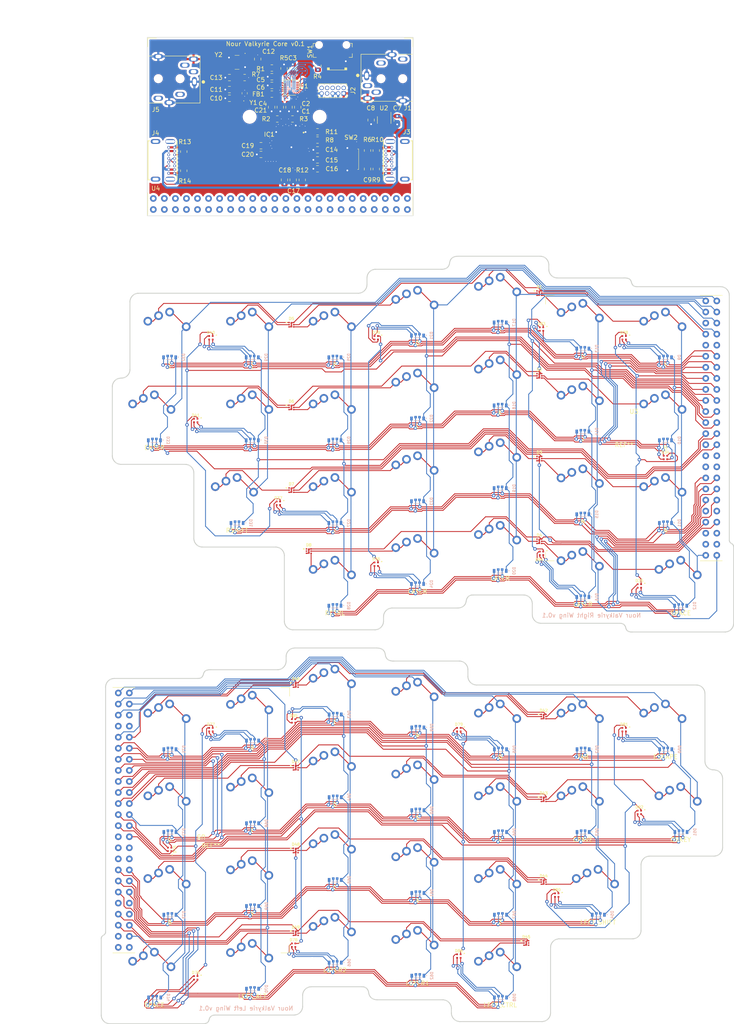
<source format=kicad_pcb>
(kicad_pcb (version 20211014) (generator pcbnew)
  (layers (0 "F.Cu" power) (1 "In1.Cu" signal) (2 "In2.Cu" signal) (31 "B.Cu" power) (34 "B.Paste" user) (35 "F.Paste" user) (36 "B.SilkS" user "B.Silkscreen") (37 "F.SilkS" user "F.Silkscreen") (38 "B.Mask" user) (39 "F.Mask" user) (44 "Edge.Cuts" user))
  (net 0 "")
  (net 1 "VCC")
  (net 2 "GND")
  (net 3 "VBUS")
  (net 4 "Net-(D1-Pad4)")
  (net 5 "Net-(D2-Pad2)")
  (net 6 "Net-(D2-Pad4)")
  (net 7 "Net-(D2-Pad5)")
  (net 8 "Net-(D3-Pad4)")
  (net 9 "Net-(D4-Pad2)")
  (net 10 "Net-(D4-Pad4)")
  (net 11 "Net-(D4-Pad5)")
  (net 12 "Net-(D5-Pad4)")
  (net 13 "Net-(D6-Pad4)")
  (net 14 "Net-(D7-Pad4)")
  (net 15 "Net-(D42-Pad5)")
  (net 16 "Net-(D43-Pad1)")
  (net 17 "Net-(D43-Pad2)")
  (net 18 "Net-(D44-Pad4)")
  (net 19 "Net-(D45-Pad1)")
  (net 20 "Net-(D45-Pad2)")
  (net 21 "Net-(D46-Pad2)")
  (net 22 "Net-(D47-Pad1)")
  (net 23 "Net-(D47-Pad2)")
  (net 28 "Net-(D1-Pad5)")
  (net 29 "Net-(D3-Pad5)")
  (net 30 "Net-(D5-Pad5)")
  (net 31 "Net-(D6-Pad5)")
  (net 32 "Net-(D7-Pad5)")
  (net 35 "Net-(D8-Pad4)")
  (net 36 "Net-(D8-Pad5)")
  (net 37 "Net-(D46-Pad1)")
  (net 38 "Net-(D48-Pad1)")
  (net 39 "Net-(D48-Pad2)")
  (net 41 "Net-(D49-Pad1)")
  (net 42 "Net-(D49-Pad2)")
  (net 43 "Net-(D1-Pad2)")
  (net 46 "Net-(D3-Pad2)")
  (net 47 "Net-(D5-Pad2)")
  (net 48 "Net-(D6-Pad2)")
  (net 50 "Net-(D7-Pad2)")
  (net 51 "Net-(D42-Pad1)")
  (net 52 "Net-(D42-Pad2)")
  (net 53 "Net-(D42-Pad4)")
  (net 54 "Net-(D43-Pad5)")
  (net 55 "Net-(D44-Pad1)")
  (net 56 "Net-(D44-Pad2)")
  (net 59 "Net-(D47-Pad5)")
  (net 61 "Net-(D49-Pad5)")
  (net 64 "Net-(D5-Pad1)")
  (net 65 "Net-(D6-Pad1)")
  (net 66 "Net-(D43-Pad4)")
  (net 69 "Net-(D46-Pad5)")
  (net 71 "Net-(D48-Pad5)")
  (net 72 "Net-(IC1-Pad35)")
  (net 73 "Net-(IC1-Pad46)")
  (net 74 "Net-(IC1-Pad47)")
  (net 76 "/rhs/RHS Keys/KEY.ROW1")
  (net 77 "/rhs/RHS Keys/KEY.ROW2")
  (net 78 "/rhs/RHS Keys/KEY.ROW3")
  (net 79 "/rhs/RHS Keys/KEY.ROW4")
  (net 80 "/rhs/RHS LEDs/LED.CS_COL1")
  (net 81 "/rhs/RHS LEDs/LED.SW_BLUE1")
  (net 82 "/rhs/RHS LEDs/LED.SW_GREEN1")
  (net 83 "/rhs/RHS LEDs/LED.SW_RED1")
  (net 84 "/rhs/RHS LEDs/LED.SW_BLUE2")
  (net 85 "/rhs/RHS LEDs/LED.SW_GREEN2")
  (net 86 "/rhs/RHS LEDs/LED.SW_RED2")
  (net 87 "/rhs/RHS LEDs/LED.SW_BLUE3")
  (net 88 "/rhs/RHS LEDs/LED.SW_GREEN3")
  (net 89 "/rhs/RHS LEDs/LED.SW_RED3")
  (net 90 "/rhs/RHS LEDs/LED.SW_BLUE4")
  (net 91 "/rhs/RHS LEDs/LED.SW_GREEN4")
  (net 92 "/rhs/RHS LEDs/LED.SW_RED4")
  (net 93 "/rhs/RHS LEDs/LED.CS_COL2")
  (net 94 "/rhs/RHS LEDs/LED.CS_COL3")
  (net 95 "/rhs/RHS LEDs/LED.CS_COL4")
  (net 96 "/rhs/RHS LEDs/LED.CS_COL5")
  (net 97 "/rhs/RHS LEDs/LED.CS_COL6")
  (net 98 "/rhs/RHS LEDs/LED.CS_COL7")
  (net 99 "/rhs/RHS LEDs/LED.CS_COL8")
  (net 100 "/rhs/RHS LEDs/LED.CS_COL9")
  (net 101 "/lhs/LHS Keys/KEY.ROW1")
  (net 102 "/lhs/LHS Keys/KEY.ROW2")
  (net 103 "/lhs/LHS Keys/KEY.ROW3")
  (net 104 "/lhs/LHS Keys/KEY.ROW4")
  (net 105 "/lhs/LHS LEDs/LED.CS_COL1")
  (net 106 "/lhs/LHS LEDs/LED.SW_BLUE1")
  (net 107 "/lhs/LHS LEDs/LED.SW_GREEN1")
  (net 108 "/lhs/LHS LEDs/LED.SW_RED1")
  (net 109 "/lhs/LHS LEDs/LED.SW_BLUE2")
  (net 110 "/lhs/LHS LEDs/LED.SW_GREEN2")
  (net 111 "/lhs/LHS LEDs/LED.SW_RED2")
  (net 112 "/lhs/LHS LEDs/LED.CS_COL2")
  (net 113 "/lhs/LHS LEDs/LED.SW_BLUE3")
  (net 114 "/lhs/LHS LEDs/LED.SW_GREEN3")
  (net 115 "/lhs/LHS LEDs/LED.SW_RED3")
  (net 116 "/lhs/LHS LEDs/LED.CS_COL3")
  (net 117 "/lhs/LHS LEDs/LED.SW_BLUE4")
  (net 118 "/lhs/LHS LEDs/LED.SW_GREEN4")
  (net 119 "/lhs/LHS LEDs/LED.SW_RED4")
  (net 120 "/lhs/LHS LEDs/LED.CS_COL4")
  (net 121 "/lhs/LHS LEDs/LED.CS_COL5")
  (net 122 "/lhs/LHS LEDs/LED.CS_COL6")
  (net 123 "/lhs/LHS LEDs/LED.CS_COL7")
  (net 124 "/lhs/LHS LEDs/LED.CS_COL8")
  (net 125 "/lhs/LHS LEDs/LED.CS_COL9")
  (net 126 "/lhs/LHS LEDs/LED.CS_COL10")
  (net 127 "/lhs/LHS LEDs/LED.CS_COL11")
  (net 128 "/rhs/RHS Keys/KEY.COL1")
  (net 129 "/rhs/RHS Keys/KEY.COL2")
  (net 130 "/rhs/RHS Keys/KEY.COL3")
  (net 131 "/rhs/RHS Keys/KEY.COL4")
  (net 132 "/rhs/RHS Keys/KEY.COL5")
  (net 133 "/rhs/RHS Keys/KEY.COL6")
  (net 134 "/rhs/RHS Keys/KEY.COL7")
  (net 135 "/lhs/LHS Keys/KEY.COL1")
  (net 136 "/lhs/LHS Keys/KEY.COL2")
  (net 137 "/lhs/LHS Keys/KEY.COL3")
  (net 138 "/lhs/LHS Keys/KEY.COL4")
  (net 139 "/lhs/LHS Keys/KEY.COL5")
  (net 140 "/lhs/LHS Keys/KEY.COL6")
  (net 141 "/lhs/LHS Keys/KEY.COL7")
  (net 142 "/lhs/LHS LEDs/LED.CS_COL12")
  (net 143 "/lhs/LHS LEDs/LED.CS_COL13")
  (net 144 "/lhs/LHS LEDs/LED.CS_COL14")
  (net 145 "/lhs/LHS LEDs/LED.CS_COL15")
  (net 146 "/lhs/LHS LEDs/LED.CS_COL16")
  (net 147 "/lhs/LHS Keys/KEY.ROW7")
  (net 148 "/lhs/LHS Keys/KEY.ROW6")
  (net 149 "/lhs/LHS Keys/KEY.ROW5")
  (net 150 "/lhs/LHS Keys/KEY.COL8")
  (net 151 "/lhs/LHS Keys/KEY.COL9")
  (net 152 "/lhs/LHS Keys/KEY.COL10")
  (net 153 "/lhs/LHS Keys/KEY.ROW10")
  (net 154 "/lhs/LHS Keys/KEY.ROW9")
  (net 155 "/lhs/LHS Keys/KEY.ROW8")
  (net 156 "/core/VDDA")
  (net 157 "/core/~{RST}")
  (net 158 "/core/OSC32_IN")
  (net 159 "/core/OSC32_OUT")
  (net 160 "/core/OSC_IN")
  (net 161 "Net-(C13-Pad1)")
  (net 162 "/core/LED.SW_GREEN4")
  (net 163 "/core/LED.SW_RED4")
  (net 164 "/core/LED.SW_BLUE4")
  (net 165 "/core/LED.SW_GREEN3")
  (net 166 "/core/LED.SW_RED3")
  (net 167 "/core/LED.SW_BLUE3")
  (net 168 "/core/LED.SW_GREEN2")
  (net 169 "/core/LED.SW_RED2")
  (net 170 "/core/LED.SW_BLUE2")
  (net 171 "/core/LED.SW_GREEN1")
  (net 172 "/core/LED.SW_RED1")
  (net 173 "/core/LED.SW_BLUE1")
  (net 174 "/core/LED.CS_COL1")
  (net 175 "/core/LED.CS_COL2")
  (net 176 "/core/LED.CS_COL3")
  (net 177 "/core/LED.CS_COL4")
  (net 178 "/core/LED.CS_COL5")
  (net 179 "/core/LED.CS_COL6")
  (net 180 "/core/LED.CS_COL7")
  (net 181 "/core/LED.CS_COL8")
  (net 182 "/core/LED.CS_COL9")
  (net 183 "/core/LED.CS_COL10")
  (net 184 "/core/LED.CS_COL11")
  (net 185 "/core/LED.CS_COL12")
  (net 186 "/core/LED.CS_COL13")
  (net 187 "/core/LED.CS_COL14")
  (net 188 "/core/LED.CS_COL15")
  (net 189 "/core/LED.CS_COL16")
  (net 190 "/core/I2C_SDA")
  (net 191 "/core/I2C_SCL")
  (net 192 "/core/USART.RX")
  (net 193 "/core/USART.TX")
  (net 194 "/core/SWDIO")
  (net 195 "/core/SWCLK")
  (net 199 "Net-(J3-PadA5)")
  (net 200 "/core/D+")
  (net 201 "/core/D-")
  (net 203 "Net-(J3-PadB5)")
  (net 205 "/core/VREF+")
  (net 206 "/core/BOOT0")
  (net 207 "/core/OSC_OUT")
  (net 208 "/core/KEY.ROW10")
  (net 209 "/core/KEY.ROW6")
  (net 210 "/core/KEY.ROW8")
  (net 211 "/core/KEY.COL4")
  (net 212 "/core/KEY.ROW7")
  (net 213 "/core/KEY.COL1")
  (net 214 "/core/KEY.COL3")
  (net 215 "/core/KEY.ROW2")
  (net 216 "/core/KEY.COL2")
  (net 217 "/core/KEY.ROW9")
  (net 218 "/core/KEY.ROW4")
  (net 219 "/core/KEY.COL10")
  (net 220 "/core/KEY.ROW5")
  (net 221 "/core/TSC.G1_IO2")
  (net 222 "/core/TSC.G1_IO1")
  (net 223 "/core/KEY.ROW1")
  (net 224 "/core/KEY.COL9")
  (net 225 "/core/KEY.COL8")
  (net 226 "/core/KEY.COL6")
  (net 227 "/core/TSC.G2_IO4")
  (net 228 "/core/TSC.G2_IO1")
  (net 229 "/core/TSC.G1_IO3")
  (net 230 "/core/KEY.COL7")
  (net 231 "/core/KEY.COL5")
  (net 232 "/core/KEY.ROW3")
  (net 233 "/core/TSC.G2_IO3")
  (net 234 "/core/TSC.G2_IO2")
  (net 235 "/core/TSC.G1_IO4")
  (net 236 "/rhs/RHS LEDs/LED.CS_COL10")
  (net 237 "/rhs/RHS LEDs/LED.CS_COL11")
  (net 238 "/rhs/RHS LEDs/LED.CS_COL12")
  (net 239 "/rhs/RHS LEDs/LED.CS_COL13")
  (net 240 "/rhs/RHS LEDs/LED.CS_COL14")
  (net 241 "/rhs/RHS LEDs/LED.CS_COL15")
  (net 242 "/rhs/RHS LEDs/LED.CS_COL16")
  (net 243 "/rhs/RHS Keys/KEY.ROW7")
  (net 244 "/rhs/RHS Keys/KEY.ROW6")
  (net 245 "/rhs/RHS Keys/KEY.ROW5")
  (net 246 "/rhs/RHS Keys/KEY.COL8")
  (net 247 "/rhs/RHS Keys/KEY.COL9")
  (net 248 "/rhs/RHS Keys/KEY.COL10")
  (net 249 "/rhs/RHS Keys/KEY.ROW10")
  (net 250 "/rhs/RHS Keys/KEY.ROW9")
  (net 251 "/rhs/RHS Keys/KEY.ROW8")
  (net 254 "Net-(R4-Pad2)")
  (net 255 "Net-(J4-PadA5)")
  (net 256 "Net-(J4-PadB5)")
  (net 257 "Net-(J1-Pad2)")
  (net 258 "Net-(J5-Pad2)")
  (footprint "Nour_KB:MX_Choc_1U" (layer "F.Cu") (at 54 221)
    (fp_text reference "SW53")
    (fp_text value "B")
  )
  (footprint "Nour_KB:DIO_BAV70SRAZ" (layer "F.Cu") (at 83 172.75)
    (fp_text reference "D46")
    (fp_text value "BAV70SRAZ")
  )
  (footprint "Nour_KB:MX_Choc_1U" (layer "F.Cu") (at 130 202)
    (fp_text reference "SW36")
    (fp_text value "A")
  )
  (footprint "Nour_KB:LTRBR37G4R4S012502R18" (layer "F.Cu") (at 120.5 183)
    (fp_text reference "D79")
    (fp_text value "LED_UG_1_2" hide)
  )
  (footprint "Capacitor_SMD:C_0805_2012Metric" (layer "F.Cu") (at 77.5 35.05 180)
    (fp_text reference "C6")
    (fp_text value "100nF")
  )
  (footprint "Nour_KB:DIO_BAV70SRAZ" (layer "F.Cu") (at 83 229.75)
    (fp_text reference "D49")
    (fp_text value "BAV70SRAZ")
  )
  (footprint "Nour_KB:MX_Choc_1U" (layer "F.Cu") (at 149 202)
    (fp_text reference "SW33")
    (fp_text value "GRAVE")
  )
  (footprint "Resistor_SMD:R_0805_2012Metric" (layer "F.Cu") (at 78.75 42.75 180)
    (fp_text reference "R2")
    (fp_text value "4k7")
  )
  (footprint "Nour_KB:LTRBR37G4R4S012502R18" (layer "F.Cu") (at 168 120.5)
    (fp_text reference "D34")
    (fp_text value "LED_UG_3_1" hide)
  )
  (footprint "MountingHole:MountingHole_2.2mm_M2" (layer "F.Cu") (at 63.5 212.85)
    (fp_text reference "REF**")
    (fp_text value "MountingHole_2.2mm_M2" hide)
  )
  (footprint "Resistor_SMD:R_0805_2012Metric" (layer "F.Cu") (at 77.5 37.05)
    (fp_text reference "FB1")
    (fp_text value "FerriteBead" hide)
  )
  (footprint "Nour_KB:NourKB_Core_2" (layer "F.Cu") (at 160.75 111.215)
    (fp_text reference "U3")
    (fp_text value "NourK_Core")
  )
  (footprint "Nour_KB:LTRBR37G4R4S012502R18" (layer "F.Cu") (at 158.5 183)
    (fp_text reference "D81")
    (fp_text value "LED_UG_1_3" hide)
  )
  (footprint "Nour_KB:MX_Choc_1U" (layer "F.Cu") (at 130 123)
    (fp_text reference "SW13")
    (fp_text value ",")
  )
  (footprint "Nour_KB:MX_Choc_1U" (layer "F.Cu") (at 73 219)
    (fp_text reference "SW49")
    (fp_text value "V")
  )
  (footprint "Resistor_SMD:R_0805_2012Metric" (layer "F.Cu") (at 84.5 56.75 -90)
    (fp_text reference "R12")
    (fp_text value "R" hide)
  )
  (footprint "Nour_KB:MX_Choc_1U" (layer "F.Cu") (at 149 110)
    (fp_text reference "SW8")
    (fp_text value "J")
  )
  (footprint "Nour_KB:DIO_BAV70SRAZ" (layer "F.Cu") (at 82 90)
    (fp_text reference "D5")
    (fp_text value "BAV70SRAZ")
  )
  (footprint "Resistor_SMD:R_0805_2012Metric" (layer "F.Cu") (at 71.25 33.25 180)
    (fp_text reference "R7")
    (fp_text value "1990")
  )
  (footprint "Nour_KB:GCT_USB4085-GF-A_REVA4" (layer "F.Cu") (at 51.1 52.25 -90)
    (fp_text reference "J4")
    (fp_text value "USB_C_Receptacle_USB2.0")
  )
  (footprint "Nour_KB:DIO_BAV70SRAZ" (layer "F.Cu") (at 140 199)
    (fp_text reference "D43")
    (fp_text value "BAV70SRAZ")
  )
  (footprint "Nour_KB:MX_Choc_1U" (layer "F.Cu") (at 54 93)
    (fp_text reference "SW26")
    (fp_text value "]")
  )
  (footprint "Nour_KB:MX_Choc_1U" (layer "F.Cu") (at 73 93)
    (fp_text reference "SW23")
    (fp_text value "[")
  )
  (footprint "Nour_KB:LTRBR37G4R4S012502R18" (layer "F.Cu") (at 143 221)
    (fp_text reference "D80")
    (fp_text value "LED_UG_2_4" hide)
  )
  (footprint "Resistor_SMD:R_0805_2012Metric" (layer "F.Cu") (at 99.5 50 90)
    (fp_text reference "R6")
    (fp_text value "100K")
  )
  (footprint "MountingHole:MountingHole_2.2mm_M2" (layer "F.Cu") (at 72.4 42.25)
    (fp_text reference "REF**" hide)
    (fp_text value "MountingHole")
  )
  (footprint "Nour_KB:DIO_BAV70SRAZ" (layer "F.Cu") (at 139 101.75)
    (fp_text reference "D2")
    (fp_text value "BAV70SRAZ")
  )
  (footprint "Nour_KB:EVQP9102W" (layer "F.Cu") (at 95.7125 52)
    (fp_text reference "SW2")
    (fp_text value "SW_SPST_G" hide)
  )
  (footprint "Nour_KB:MX_Choc_1U" (layer "F.Cu") (at 111 145)
    (fp_text reference "SW18")
    (fp_text value "LAYER")
  )
  (footprint "Nour_KB:MX_Choc_1U" (layer "F.Cu") (at 92 131)
    (fp_text reference "SW21")
    (fp_text value "/")
  )
  (footprint "Nour_KB:MX_Choc_1U" (layer "F.Cu") (at 130 85)
    (fp_text reference "SW11")
    (fp_text value "I")
  )
  (footprint "Capacitor_SMD:C_0805_2012Metric" (layer "F.Cu") (at 77.45 40.05 -90)
    (fp_text reference "C4")
    (fp_text value "10uF")
  )
  (footprint "Nour_KB:MX_Choc_1U" (layer "F.Cu") (at 168 112)
    (fp_text reference "SW4")
    (fp_text value "H")
  )
  (footprint "Nour_KB:LTRBR37G4R4S012502R18" (layer "F.Cu") (at 82.5 181)
    (fp_text reference "D85")
    (fp_text value "LED_UG_1_2" hide)
  )
  (footprint "Resistor_SMD:R_0805_2012Metric" (layer "F.Cu") (at 80.3 31.15 90)
    (fp_text reference "R5")
    (fp_text value "10K")
  )
  (footprint "Nour_KB:MX_Choc_1U" (layer "F.Cu") (at 92 213)
    (fp_text reference "SW45")
    (fp_text value "C")
  )
  (footprint "Nour_KB:ECS801830BAGNTR" (layer "F.Cu") (at 69.5 29.75 180)
    (fp_text reference "Y2")
    (fp_text value "8MHz" hide)
  )
  (footprint "Nour_KB:MX_Choc_1U" (layer "F.Cu") (at 111 216)
    (fp_text reference "SW41")
    (fp_text value "X")
  )
  (footprint "Nour_KB:CSS-1211TB" (layer "F.Cu") (at 91.5 27 180)
    (fp_text reference "SW1")
    (fp_text value "SW_SPDT")
  )
  (footprint "Nour_KB:GCT_USB4085-GF-A_REVA4" (layer "F.Cu") (at 107.75 52.25 90)
    (fp_text reference "J3")
    (fp_text value "USB_C_Receptacle_USB2.0")
  )
  (footprint "Capacitor_SMD:C_0805_2012Metric" (layer "F.Cu") (at 74.25 29 -90)
    (fp_text reference "C12")
    (fp_text value "10pF")
  )
  (footprint "Nour_KB:LTRBR37G4R4S012502R18" (layer "F.Cu") (at 139.5 142.5)
    (fp_text reference "D84")
    (fp_text value "LED_UG_3_3" hide)
  )
  (footprint "Nour_KB:MX_Choc_1U" (layer "F.Cu") (at 111 235)
    (fp_text reference "SW42")
    (fp_text value "LAYER1")
  )
  (footprint "Nour_KB:LTRBR37G4R4S012502R18" (layer "F.Cu") (at 82.5 232.5)
    (fp_text reference "D78")
    (fp_text value "LED_UG_2_3" hide)
  )
  (footprint "Nour_KB:MX_Choc_1U" (layer "F.Cu") (at 92 112)
    (fp_text reference "SW20")
    (fp_text value ";")
  )
  (footprint "Capacitor_SMD:C_0805_2012Metric" (layer "F.Cu") (at 88 54.2 180)
    (fp_text reference "C16")
    (fp_text value "0.1uF")
  )
  (footprint "Nour_KB:DIO_BAV70SRAZ" (layer "F.Cu") (at 139 139.75)
    (fp_text reference "D4")
    (fp_text value "BAV70SRAZ")
  )
  (footprint "Nour_KB:NourKB_Core_2" (layer "F.Cu") (at 82 44.5 -90)
    (fp_text reference "U4")
    (fp_text value "NourK_Core" hide)
  )
  (footprint "Nour_KB:MX_Choc_1U" (layer "F.Cu") (at 111 197)
    (fp_text reference "SW40")
    (fp_text value "S")
  )
  (footprint "Nour_KB:MX_Choc_1U" (layer "F.Cu") (at 54 183)
    (fp_text reference "SW51")
    (fp_text value "T")
  )
  (footprint "Capacitor_SMD:C_0805_2012Metric" (layer "F.Cu") (at 88 49.85 180)
    (fp_text reference "C14")
    (fp_text value "0.47uF")
  )
  (footprint "Nour_KB:QFN40P600X600X80-49N-D" (layer "F.Cu") (at 82 49.25 -90)
    (fp_text reference "IC1")
    (fp_text value "IS31FL3733B-QFLS4-TR" hide)
  )
  (footprint "Nour_KB:LTRBR37G4R4S012502R18" (layer "F.Cu") (at 162 202)
    (fp_text reference "D82")
    (fp_text value "LED_UG_1_4" hide)
  )
  (footprint "Nour_KB:MX_Choc_1U" (layer "F.Cu") (at 130 104)
    (fp_text reference "SW12")
    (fp_text value "K")
  )
  (footprint "Nour_KB:LTRBR37G4R4S012502R18" (layer "F.Cu") (at 54 210.5 -90)
    (fp_text reference "D75")
    (fp_text value "LED_UG_2_1" hide)
  )
  (footprint "Resistor_SMD:R_0805_2012Metric" (layer "F.Cu") (at 82.25 42.75 180)
    (fp_text reference "R3")
    (fp_text value "4k7")
  )
  (footprint "Nour_KB:MX_Choc_1U" (layer "F.Cu") (at 130 221)
    (fp_text reference "SW37")
    (fp_text value "Z")
  )
  (footprint "Nour_KB:MX_Choc_1U" (layer "F.Cu") (at 168 183)
    (fp_text reference "SW30")
    (fp_text value "ESCAPE")
  )
  (footprint "Capacitor_SMD:C_0805_2012Metric" (layer "F.Cu") (at 80.4 56.75 -90)
    (fp_text reference "C18")
    (fp_text value "0.1uF")
  )
  (footprint "Capacitor_SMD:C_0805_2012Metric" (layer "F.Cu") (at 67.75 33.25 180)
    (fp_text reference "C13")
    (fp_text value "10pF")
  )
  (footprint "Capacitor_SMD:C_0805_2012Metric" (layer "F.Cu") (at 67.75 36 180)
    (fp_text reference "C11")
    (fp_text value "7pF")
  )
  (footprint "Nour_KB:MX_Choc_1U" (layer "F.Cu") (at 69.5 131)
    (fp_text reference "SW25")
    (fp_text value "RSHIFT")
  )
  (footprint "Nour_KB:MX_Choc_1U" (layer "F.Cu") (at 92 93)
    (fp_text reference "SW19")
    (fp_text value "P")
  )
  (footprint "Nour_KB:LTRBR37G4R4S012502R18" (layer "F.Cu") (at 60 240)
    (fp_text reference "D76")
    (fp_text value "LED_UG_2_2" hide)
  )
  (footprint "Nour_KB:MX_Choc_1U" (layer "F.Cu") (at 54 202)
    (fp_text reference "SW52")
    (fp_text value "G")
  )
  (footprint "Nour_KB:MX_Choc_1U" (layer "F.Cu") (at 130 240)
    (fp_text reference "SW38")
    (fp_text value "LEFT_CTRL")
  )
  (footprint "Nour_KB:ECS327712TR" (layer "F.Cu") (at 71.25 36.85 90)
    (fp_text reference "Y1")
    (fp_text value "32.768KHz" hide)
  )
  (footprint "Resistor_SMD:R_0805_2012Metric" (layer "F.Cu") (at 77.5 31.05)
    (fp_text reference "R1")
    (fp_text value "10K")
  )
  (footprint "Capacitor_SMD:C_0805_2012Metric" (layer "F.Cu") (at 99.5 54.25 90)
    (fp_text reference "C9")
    (fp_text value "10nF")
  )
  (footprint "Nour_KB:MX_Choc_1U" (layer "F.Cu") (at 130 183)
    (fp_text reference "SW35")
    (fp_text value "Q")
  )
  (footprint "Nour_KB:ST_WLCSP-49_Die447" (layer "F.Cu") (at 82 35.55 180)
    (fp_text reference "U1")
    (fp_text value "STM32L082CZYx")
  )
  (footprint "Resistor_SMD:R_0805_2012Metric" (layer "F.Cu") (at 88 47.6 180)
    (fp_text reference "R8")
    (fp_text value "100K")
  )
  (footprint "Nour_KB:NourKB_Core_2" (layer "F.Cu") (at 61.25 206.33 180)
    (fp_text reference "U5")
    (fp_text value "NourK_Core")
  )
  (footprint "MountingHole:MountingHole_2.2mm_M2" (layer "F.Cu") (at 88.5 42.25)
    (fp_text reference "REF**" hide)
    (fp_text value "MountingHole")
  )
  (footprint "Nour_KB:MX_Choc_1U" (layer "F.Cu") (at 168 131)
    (fp_text reference "SW5")
    (fp_text value "N")
  )
  (footprint "Capacitor_SMD:C_0805_2012Metric" (layer "F.Cu") (at 100.324878 43 -90)
    (fp_text reference "C8")
    (fp_text value "1uF")
  )
  (footprint "Nour_KB:MX_Choc_1U" (layer "F.Cu") (at 73 181)
    (fp_text reference "SW47")
    (fp_text value "R")
  )
  (footprint "Nour_KB:MX_Choc_1U" (layer "F.Cu") (at 73 238)
    (fp_text reference "SW50")
    (fp_text value "LEFT_ALT")
  )
  (footprint "Nour_KB:DIO_BAV70SRAZ" (layer "F.Cu") (at 140 218)
    (fp_text reference "D44")
    (fp_text value "BAV70SRAZ")
  )
  (footprint "Nour_KB:DIO_BAV70SRAZ" (layer "F.Cu") (at 139 82.75)
    (fp_text reference "D1")
    (fp_text value "BAV70SRAZ")
  )
  (footprint "Nour_KB:MX_Choc_1U" (layer "F.Cu") (at 130 142)
    (fp_text reference "SW14")
    (fp_text value "LAYER")
  )
  (footprint "Nour_KB:MX_Choc_1U" (layer "F.Cu") (at 149 129)
    (fp_text reference "SW9")
    (fp_text value "M")
  )
  (footprint "Capacitor_SMD:C_0805_2012Metric" (layer "F.Cu") (at 75 50.9 180)
    (fp_text reference "C20")
    (fp_text value "0.1uF")
  )
  (footprint "Resistor_SMD:R_0805_2012Metric" (layer "F.Cu") (at 101.5 54.25 -90)
    (fp_text reference "R9")
    (fp_text value "5K1")
  )
  (footprint "Capacitor_SMD:C_0805_2012Metric" (layer "F.Cu") (at 88 52.15 180)
    (fp_text reference "C15")
    (fp_text value "0.47uF")
  )
  (footprint "Nour_KB:DIO_BAV70SRAZ" (layer "F.Cu") (at 136 232)
    (fp_text reference "D45")
    (fp_text value "BAV70SRAZ")
  )
  (footprint "Capacitor_SMD:C_0805_2012Metric" (layer "F.Cu") (at 106.324878 43.05 -90)
    (fp_text reference "C7")
    (fp_text value "1uF")
  )
  (footprint "Resistor_SMD:R_0805_2012Metric" (layer "F.Cu") (at 57.25 50.25 -90)
    (fp_text reference "R13")
    (fp_text value "5K1")
  )
  (footprint "Nour_KB:CUI_SJ-435107RS" (layer "F.Cu") (at 104 33.5 180)
    (fp_text reference "J1")
    (fp_text value "SJ-435107RS")
  )
  (footprint "Nour_KB:LTRBR37G4R4S012502R18" (layer "F.Cu") (at 60 112)
    (fp_text reference "D41")
    (fp_text value "LED_UG_4_4" hide)
  )
  (footprint "Nour_KB:MX_Choc_1U" (layer "F.Cu") (at 111 126)
    (fp_text reference "SW17")
    (fp_text value ".")
  )
  (footprint "Nour_KB:MX_Choc_1U" (layer "F.Cu") (at 92 175)
    (fp_text reference "SW43")
    (fp_text value "E")
  )
  (footprint "Nour_KB:MX_Choc_1U" (layer "F.Cu") (at 149 183)
    (fp_text reference "SW32")
    (fp_text value "TAB")
  )
  (footprint "Nour_KB:DIO_BAV70SRAZ" (layer "F.Cu") (at 82 109)
    (fp_text reference "D6")
    (fp_text value "BAV70SRAZ")
  )
  (footprint "Resistor_SMD:R_0805_2012Metric" (layer "F.Cu") (at 57.25 54.65 -90)
    (fp_text reference "R14")
    (fp_text value "5K1")
  )
  (footprint "Capacitor_SMD:C_0805_2012Metric" (layer "F.Cu") (at 75 48.9 180)
    (fp_text reference "C19")
    (fp_text value "0.47uF")
  )
  (footprint "Capacitor_SMD:C_0805_2012Metric" (layer "F.Cu") (at 82.4 56.75 -90)
    (fp_text reference "C17")
    (fp_text value "0.47uF")
  )
  (footprint "Nour_KB:LTRBR37G4R4S012502R18" (layer "F.Cu") (at 101.5 93)
    (fp_text reference "D39")
    (fp_text value "LED_UG_4_2" hide)
  )
  (footprint "Resistor_SMD:R_0805_2012Metric" (layer "F.Cu") (at 88.1 30.55 90)
    (fp_text reference "R4")
    (fp_text value "10K")
  )
  (footprint "Nour_KB:DIO_BAV70SRAZ" (layer "F.Cu") (at 82 128)
    (fp_text reference "D7")
    (fp_text value "BAV70SRAZ")
  )
  (footprint "Nour_KB:LTRBR37G4R4S012502R18" (layer "F.Cu") (at 63.5 93)
    (fp_text reference "D40")
    (fp_text value "LED_UG_4_3" hide)
  )
  (footprint "Nour_KB:MX_Choc_1U" (layer "F.Cu") (at 92 194)
    (fp_text reference "SW44")
    (fp_text value "D")
  )
  (footprint "Nour_KB:DIO_BAV70SRAZ" (layer "F.Cu") (at 86 142)
    (fp_text reference "D8")
    (fp_text value "BAV70SRAZ")
  )
  (footprint "Capacitor_SMD:C_0805_2012Metric" (layer "F.Cu") (at 81.45 40.05 -90)
    (fp_text reference "C2")
    (fp_text value "100nF")
  )
  (footprint "Nour_KB:MX_Choc_1U" (layer "F.Cu") (at 73 112)
    (fp_text reference "SW24")
    (fp_text value "'")
  )
  (footprint "Capacitor_SMD:C_0805_2012Metric" (layer "F.Cu") (at 79.45 40.05 -90)
    (fp_text reference "C21")
    (fp_text value "100nF")
  )
  (footprint "Nour_KB:MX_Choc_1U" (layer "F.Cu") (at 171.5 202)
    (fp_text reference "SW31")
    (fp_text value "OSKEY")
  )
  (footprint "Nour_KB:LTRBR37G4R4S012502R18" (layer "F.Cu") (at 79 131)
    (fp_text reference "D37")
    (fp_text value "LED_UG_3_4" hide)
  )
  (footprint "Nour_KB:DIO_BAV70SRAZ" (layer "F.Cu") (at 139 120.75)
    (fp_text reference "D3")
    (fp_text value "BAV70SRAZ")
  )
  (footprint "Nour_KB:MX_Choc_1U" (layer "F.Cu") (at 92 150)
    (fp_text reference "SW22")
    (fp_text value "RCTRL")
  )
  (footprint "Nour_KB:DIO_BAV70SRAZ" (layer "F.Cu") (at 83 210.75)
    (fp_text reference "D48")
    (fp_text value "BAV70SRAZ")
  )
  (footprint "Nour_KB:LTRBR37G4R4S012502R18" (layer "F.Cu") (at 120.5 235)
    (fp_text reference "D86")
    (fp_text value "LED_UG_2_3" hide)
  )
  (footprint "Nour_KB:MX_Choc_1U" (layer "F.Cu") (at 73 200)
    (fp_text reference "SW48")
    (fp_text value "F")
  )
  (footprint "Nour_KB:MX_Choc_1U" (layer "F.Cu") (at 149 148)
    (fp_text reference "SW10")
    (fp_text value "LAYER")
  )
  (footprint "MountingHole:MountingHole_2.2mm_M2" (layer "F.Cu") (at 158.5 120.8)
    (fp_text reference "REF**")
    (fp_text value "MountingHole_2.2mm_M2" hide)
  )
  (footprint "Capacitor_SMD:C_0805_2012Metric" (layer "F.Cu") (at 82.3 31.15 90)
    (fp_text reference "C3")
    (fp_text value "100nF")
  )
  (footprint "Connector_PinSocket_1.27mm:PinSocket_2x05_P1.27mm_Vertical" (layer "F.Cu") (at 94.025 36.895 -90)
    (fp_text reference "J2")
    (fp_text value "Conn_ARM_JTAG_SWD_10")
  )
  (footprint "Package_TO_SOT_SMD:SOT-23-5" (layer "F.Cu") (at 103.324878 43 -90)
    (fp_text reference "U2")
    (fp_text value "AP2112K-3.3")
  )
  (footprint "Resistor_SMD:R_0805_2012Metric" (layer "F.Cu") (at 101.5 50 -90)
    (fp_text reference "R10")
    (fp_text value "5K1")
  )
  (footprint "Nour_KB:MX_Choc_1U" (layer "F.Cu") (at 92 232)
    (fp_text reference "SW46")
    (fp_text value "LAYER2")
  )
  (footprint "Nour_KB:LTRBR37G4R4S012502R18" (layer "F.Cu") (at 63.5 183)
    (fp_text reference "D77")
    (fp_text value "LED_UG_1_1" hide)
  )
  (footprint "Capacitor_SMD:C_0805_2012Metric" (layer "F.Cu") (at 77.5 33.05 180)
    (fp_text reference "C5")
    (fp_text value "1uF")
  )
  (footprint "Nour_KB:MX_Choc_1U" (layer "F.Cu") (at 152.5 221)
    (fp_text reference "SW34")
    (fp_text value "LEFT_SHIFT")
  )
  (footprint "Capacitor_SMD:C_0805_2012Metric" (layer "F.Cu") (at 83.45 40.05 -90)
    (fp_text reference "C1")
    (fp_text value "100nF")
  )
  (footprint "Nour_KB:MX_Choc_1U" (layer "F.Cu") (at 111 107)
    (fp_text reference "SW16")
    (fp_text value "L")
  )
  (footprint "Nour_KB:MX_Choc_1U" (layer "F.Cu") (at 111 88)
    (fp_text reference "SW15")
    (fp_text value "O")
  )
  (footprint "Nour_KB:LTRBR37G4R4S012502R18" (layer "F.Cu") (at 139.5 91)
    (fp_text reference "D83")
    (fp_text value "LED_UG_4_2" hide)
  )
  (footprint "Nour_KB:DIO_BAV70SRAZ" (layer "F.Cu") (at 83 191.75)
    (fp_text reference "D47")
    (fp_text value "BAV70SRAZ")
  )
  (footprint "Nour_KB:CUI_SJ-435107RS" (layer "F.Cu") (at 55 33.5)
    (fp_text reference "J5")
    (fp_text value "SJ-435107RS")
  )
  (footprint "Nour_KB:DIO_BAV70SRAZ" (layer "F.Cu") (at 140 180)
    (fp_text reference "D42")
    (fp_text value "BAV70SRAZ")
  )
  (footprint "Nour_KB:MX_Choc_1U" (layer "F.Cu") (at 50.5 240)
    (fp_text reference "SW54")
    (fp_text value "SPACE")
  )
  (footprint "Nour_KB:LTRBR37G4R4S012502R18" (layer "F.Cu") (at 158.5 93)
    (fp_text reference "D38")
    (fp_text value "LED_UG_4_1" hide)
  )
  (footprint "Nour_KB:MX_Choc_1U" (layer "F.Cu") (at 111 178)
    (fp_text reference "SW39")
    (fp_text value "W")
  )
  (footprint "Nour_KB:LTRBR37G4R4S012502R18" (layer "F.Cu") (at 101.5 145)
    (fp_text reference "D36")
    (fp_text value "LED_UG_3_3" hide)
  )
  (footprint "Nour_KB:MX_Choc_1U" (layer "F.Cu") (at 149 91)
    (fp_text reference "SW7")
    (fp_text value "U")
  )
  (footprint "Capacitor_SMD:C_0805_2012Metric" (layer "F.Cu") (at 67.75 38 180)
    (fp_text reference "C10")
    (fp_text value "7pF")
  )
  (footprint "Nour_KB:MX_Choc_1U" (layer "F.Cu") (at 50.5 112)
    (fp_text reference "SW27")
    (fp_text value "ENTER")
  )
  (footprint "Nour_KB:LTRBR37G4R4S012502R18" (layer "F.Cu") (at 162 150)
    (fp_text reference "D35")
    (fp_text value "LED_UG_3_2" hide)
  )
  (footprint "Nour_KB:MX_Choc_1U" (layer "F.Cu") (at 171.5 150)
    (fp_text reference "SW6")
    (fp_text value "SPACE")
  )
  (footprint "Resistor_SMD:R_0805_2012Metric" (layer "F.Cu") (at 88 45.7)
    (fp_text reference "R11")
    (fp_text value "100K")
  )
  (footprint "Nour_KB:MX_Choc_1U" (layer "F.Cu") (at 168 93)
    (fp_text reference "SW3")
    (fp_text value "Y")
  )
  (footprint "Nour_KB:155124M173200" (layer "B.Cu") (at 149.067 206.517 180)
    (fp_text reference "D53")
    (fp_text value "LED_GRAVE" hide)
  )
  (footprint "Nour_KB:155124M173200" (layer "B.Cu") (at 111.067 220.517 180)
    (fp_text reference "D61")
    (fp_text value "LED_X" hide)
  )
  (footprint "Nour_KB:155124M173200" (layer "B.Cu") (at 54.067 187.517 180)
    (fp_text reference "D71")
    (fp_text value "LED_T" hide)
  )
  (footprint "Nour_KB:155124M173200" (layer "B.Cu") (at 92.067 198.517 180)
    (fp_text reference "D64")
    (fp_text value "LED_D" hide)
  )
  (footprint "Nour_KB:155124M173200" (layer "B.Cu") (at 130.067 187.517 180)
    (fp_text reference "D55")
    (fp_text value "LED_Q" hide)
  )
  (footprint "Nour_KB:155124M173200" (layer "B.Cu") (at 168 97.5 180)
    (fp_text reference "D9")
    (fp_text value "LED_Y" hide)
  )
  (footprint "Nour_KB:155124M173200" (layer "B.Cu") (at 111.067 182.517 180)
    (fp_text reference "D59")
    (fp_text value "LED_W" hide)
  )
  (footprint "Nour_KB:155124M173200" (layer "B.Cu") (at 73.067 204.517 180)
    (fp_text reference "D68")
    (fp_text value "LED_F" hide)
  )
  (footprint "Nour_KB:155124M173200" (layer "B.Cu") (at 54.067 206.517 180)
    (fp_text reference "D72")
    (fp_text value "LED_G" hide)
  )
  (footprint "Nour_KB:155124M173200" (layer "B.Cu") (at 50.567 244.517 180)
    (fp_text reference "D74")
    (fp_text value "LED_SPACE" hide)
  )
  (footprint "Nour_KB:155124M173200" (layer "B.Cu") (at 111 130.549 180)
    (fp_text reference "D23")
    (fp_text value "LED_DOT" hide)
  )
  (footprint "Nour_KB:155124M173200" (layer "B.Cu") (at 130.067 206.517 180)
    (fp_text reference "D56")
    (fp_text value "LED_A" hide)
  )
  (footprint "Nour_KB:155124M173200" (layer "B.Cu") (at 171.5 154.549 180)
    (fp_text reference "D12")
    (fp_text value "LED_SPACE" hide)
  )
  (footprint "Nour_KB:155124M173200" (layer "B.Cu") (at 92 116.549 180)
    (fp_text reference "D26")
    (fp_text value "LED_SEMICOLON" hide)
  )
  (footprint "Nour_KB:155124M173200" (layer "B.Cu") (at 130 146.549 180)
    (fp_text reference "D20")
    (fp_text value "LED_LAYER2" hide)
  )
  (footprint "Nour_KB:155124M173200" (layer "B.Cu") (at 111.067 239.517 180)
    (fp_text reference "D62")
    (fp_text value "LED_LAYER1" hide)
  )
  (footprint "Nour_KB:155124M173200" (layer "B.Cu") (at 92 154.549 180)
    (fp_text reference "D28")
    (fp_text value "LED_RCTRL" hide)
  )
  (footprint "Nour_KB:155124M173200" (layer "B.Cu") (at 50.5 116.549 180)
    (fp_text reference "D33")
    (fp_text value "LED_ENTER" hide)
  )
  (footprint "Nour_KB:155124M173200" (layer "B.Cu") (at 92.067 217.517 180)
    (fp_text reference "D65")
    (fp_text value "LED_C" hide)
  )
  (footprint "Nour_KB:155124M173200" (layer "B.Cu") (at 130.067 225.517 180)
    (fp_text reference "D57")
    (fp_text value "LED_Z" hide)
  )
  (footprint "Nour_KB:155124M173200" (layer "B.Cu") (at 73.067 223.517 180)
    (fp_text reference "D69")
    (fp_text value "LED_V" hide)
  )
  (footprint "Nour_KB:155124M173200" (layer "B.Cu") (at 168 116.549 180)
    (fp_text reference "D10")
    (fp_text value "LED_H" hide)
  )
  (footprint "Nour_KB:155124M173200" (layer "B.Cu") (at 69.5 135.549 180)
    (fp_text reference "D31")
    (fp_text value "LED_RSHIFT" hide)
  )
  (footprint "Nour_KB:155124M173200" (layer "B.Cu") (at 111 92.5 180)
    (fp_text reference "D21")
    (fp_text value "LED_O" hide)
  )
  (footprint "Nour_KB:155124M173200" (layer "B.Cu") (at 92 97.5 180)
    (fp_text reference "D25")
    (fp_text value "LED_P" hide)
  )
  (footprint "Nour_KB:155124M173200" (layer "B.Cu") (at 73.067 242.517 180)
    (fp_text reference "D70")
    (fp_text value "LED_LALT" hide)
  )
  (footprint "Nour_KB:155124M173200" (layer "B.Cu") (at 130 108.549 180)
    (fp_text reference "D18")
    (fp_text value "LED_K" hide)
  )
  (footprint "Nour_KB:155124M173200" (layer "B.Cu") (at 130 89.5 180)
    (fp_text reference "D17")
    (fp_text value "LED_I" hide)
  )
  (footprint "Nour_KB:155124M173200" (layer "B.Cu") (at 111.067 201.517 180)
    (fp_text reference "D60")
    (fp_text value "LED_S" hide)
  )
  (footprint "Nour_KB:155124M173200" (layer "B.Cu") (at 92.067 179.517 180)
    (fp_text reference "D63")
    (fp_text value "LED_E" hide)
  )
  (footprint "Nour_KB:155124M173200" (layer "B.Cu") (at 149 95.5 180)
    (fp_text reference "D13")
    (fp_text value "LED_U" hide)
  )
  (footprint "Nour_KB:155124M173200" (layer "B.Cu") (at 171.567 206.517 180)
    (fp_text reference "D51")
    (fp_text value "LED_OSKEY" hide)
  )
  (footprint "Nour_KB:155124M173200" (layer "B.Cu") (at 111 111.549 180)
    (fp_text reference "D22")
    (fp_text value "LED_L" hide)
  )
  (footprint "Nour_KB:155124M173200" (layer "B.Cu") (at 149.067 187.517 180)
    (fp_text reference "D52")
    (fp_text value "LED_TAB" hide)
  )
  (footprint "Nour_KB:155124M173200" (layer "B.Cu") (at 54 97.5 180)
    (fp_text reference "D32")
    (fp_text value "LED_RBRACE" hide)
  )
  (footprint "Nour_KB:155124M173200" (layer "B.Cu") (at 130.067 244.517 180)
    (fp_text reference "D58")
    (fp_text value "LED_LCTRL" hide)
  )
  (footprint "Nour_KB:155124M173200" (layer "B.Cu") (at 111 149.549 180)
    (fp_text reference "D24")
    (fp_text value "LED_LAYER3" hide)
  )
  (footprint "Nour_KB:155124M173200" (layer "B.Cu") (at 149 133.549 180)
    (fp_text reference "D15")
    (fp_text value "LED_M" hide)
  )
  (footprint "Nour_KB:155124M173200" (layer "B.Cu") (at 73.067 185.517 180)
    (fp_text reference "D67")
    (fp_text value "LED_R" hide)
  )
  (footprint "Nour_KB:155124M173200" (layer "B.Cu") (at 73 97.5 180)
    (fp_text reference "D29")
    (fp_text value "LED_LBRACE" hide)
  )
  (footprint "Nour_KB:155124M173200" (layer "B.Cu") (at 149 152.549 180)
    (fp_text reference "D16")
    (fp_text value "LED_LAYER1" hide)
  )
  (footprint "Nour_KB:155124M173200" (layer "B.Cu") (at 92.067 236.517 180)
    (fp_text reference "D66")
    (fp_text value "LED_LAYER2" hide)
  )
  (footprint "Nour_KB:155124M173200" (layer "B.Cu") (at 168 135.549 180)
    (fp_text reference "D11")
    (fp_text value "LED_N" hide)
  )
  (footprint "Nour_KB:155124M173200" (layer "B.Cu") (at 130 127.549 180)
    (fp_text reference "D19")
    (fp_text value "LED_COMMA" hide)
  )
  (footprint "Nour_KB:155124M173200" (layer "B.Cu") (at 149 114.549 180)
    (fp_text reference "D14")
    (fp_text value "LED_J" hide)
  )
  (footprint "Nour_KB:155124M173200" (layer "B.Cu") (at 168.067 187.517 180)
    (fp_text reference "D50")
    (fp_text value "LED_ESCAPE" hide)
  )
  (footprint "Nour_KB:155124M173200" (layer "B.Cu") (at 152.567 225.517 180)
    (fp_text reference "D54")
    (fp_text value "LED_LSHIFT" hide)
  )
  (footprint "Nour_KB:155124M173200" (layer "B.Cu") (at 92 135.549 180)
    (fp_text reference "D27")
    (fp_text value "LED_FSLASH" hide)
  )
  (footprint "Nour_KB:155124M173200" (layer "B.Cu") (at 73 116.549 180)
    (fp_text reference "D30")
    (fp_text value "LED_APOSTROPHE" hide)
  )
  (footprint "Nour_KB:155124M173200" (layer "B.Cu") (at 54.067 225.517 180)
    (fp_text reference "D73")
    (fp_text value "LED_B" hide)
  )
  (gr_line (start 136.064865 152.193896) (end 136.155688 152.229707) (layer "Edge.Cuts") (width 0.199999))
  (gr_line (start 79.244975 141.269827) (end 79.331211 141.313994) (layer "Edge.Cuts") (width 0.199999))
  (gr_line (start 137.387524 156.776895) (end 137.400243 156.876986) (layer "Edge.Cuts") (width 0.199999))
  (gr_line (start 160.40465 80.793088) (end 160.373845 80.74414) (layer "Edge.Cuts") (width 0.199999))
  (gr_line (start 80.418526 158.475415) (end 80.440858 158.572176) (layer "Edge.Cuts") (width 0.199999))
  (gr_line (start 99.314279 81.272379) (end 99.287328 81.367287) (layer "Edge.Cuts") (width 0.199999))
  (gr_line (start 122.096332 153.850128) (end 122.121771 153.766524) (layer "Edge.Cuts") (width 0.199999))
  (gr_line (start 159.037653 79.293416) (end 158.961778 79.285889) (layer "Edge.Cuts") (width 0.199999))
  (gr_line (start 41.703434 121.730647) (end 41.784581 121.782669) (layer "Edge.Cuts") (width 0.199999))
  (gr_line (start 100.180613 77.669954) (end 100.105059 77.729328) (layer "Edge.Cuts") (width 0.199999))
  (gr_line (start 62.261877 250.484169) (end 62.318773 250.467139) (layer "Edge.Cuts") (width 0.199999))
  (gr_line (start 80.690201 167.842453) (end 80.658758 167.935381) (layer "Edge.Cuts") (width 0.199999))
  (gr_line (start 119.17737 249.244265) (end 119.236744 249.319818) (layer "Edge.Cuts") (width 0.199999))
  (gr_line (start 81.583486 164.644831) (end 81.507932 164.704204) (layer "Edge.Cuts") (width 0.199999))
  (gr_line (start 141.620036 232.644717) (end 141.642368 232.547956) (layer "Edge.Cuts") (width 0.199999))
  (gr_line (start 118.279177 76.20908) (end 118.251476 76.286508) (layer "Edge.Cuts") (width 0.199999))
  (gr_line (start 162.546151 213.268908) (end 162.586203 213.180315) (layer "Edge.Cuts") (width 0.199999))
  (gr_line (start 122.177125 153.501575) (end 122.191675 153.411182) (layer "Edge.Cuts") (width 0.199999))
  (gr_line (start 42.821653 102.272419) (end 42.821653 102.272419) (layer "Edge.Cuts") (width 0.199999))
  (gr_line (start 61.45249 170.898406) (end 61.41648 170.936436) (layer "Edge.Cuts") (width 0.199999))
  (gr_line (start 118.382711 245.850789) (end 118.438472 245.929202) (layer "Edge.Cuts") (width 0.199999))
  (gr_line (start 141.087263 75.677581) (end 141.055819 75.584653) (layer "Edge.Cuts") (width 0.199999))
  (gr_line (start 59.568315 124.072216) (end 59.568315 124.072216) (layer "Edge.Cuts") (width 0.199999))
  (gr_line (start 103.466802 156.035166) (end 103.518824 155.95402) (layer "Edge.Cuts") (width 0.199999))
  (gr_line (start 123.307866 172.291026) (end 123.235297 172.228165) (layer "Edge.Cuts") (width 0.199999))
  (gr_line (start 98.261286 242.043361) (end 98.342791 242.04617) (layer "Edge.Cuts") (width 0.199999))
  (gr_line (start 177.069237 174.543004) (end 177.056519 174.442912) (layer "Edge.Cuts") (width 0.199999))
  (gr_line (start 141.569077 248.252016) (end 141.576801 248.150447) (layer "Edge.Cuts") (width 0.199999))
  (gr_line (start 38.281891 230.924314) (end 38.279999 230.957026) (layer "Edge.Cuts") (width 0.199999))
  (gr_line (start 62.669141 250.28935) (end 62.711923 250.255291) (layer "Edge.Cuts") (width 0.199999))
  (gr_line (start 160.018079 79.851884) (end 159.986013 79.798381) (layer "Edge.Cuts") (width 0.199999))
  (gr_line (start 99.331376 242.470233) (end 99.37994 242.523176) (layer "Edge.Cuts") (width 0.199999))
  (gr_line (start 99.549953 242.764626) (end 99.586203 242.832321) (layer "Edge.Cuts") (width 0.199999))
  (gr_line (start 61.165246 141.031972) (end 61.263735 141.04956) (layer "Edge.Cuts") (width 0.199999))
  (gr_line (start 122.777273 171.614812) (end 122.737222 171.52622) (layer "Edge.Cuts") (width 0.199999))
  (gr_line (start 180.846096 211.08447) (end 180.894254 211.000716) (layer "Edge.Cuts") (width 0.199999))
  (gr_line (start 102.012399 164.27222) (end 101.803152 164.25369) (layer "Edge.Cuts") (width 0.199999))
  (gr_line (start 61.880747 169.943739) (end 61.854261 170.007066) (layer "Edge.Cuts") (width 0.199999))
  (gr_line (start 139.481759 74.295364) (end 139.381667 74.282645) (layer "Edge.Cuts") (width 0.199999))
  (gr_line (start 99.618634 78.319306) (end 99.574466 78.405542) (layer "Edge.Cuts") (width 0.199999))
  (gr_line (start 138.340126 158.282859) (end 138.42388 158.331017) (layer "Edge.Cuts") (width 0.199999))
  (gr_line (start 102.887708 159.109524) (end 102.935866 159.02577) (layer "Edge.Cuts") (width 0.199999))
  (gr_line (start 103.087339 158.66719) (end 103.11429 158.572283) (layer "Edge.Cuts") (width 0.199999))
  (gr_line (start 40.911569 103.67768) (end 40.884618 103.772588) (layer "Edge.Cuts") (width 0.199999))
  (gr_line (start 80.260553 168.592466) (end 80.19433 168.661924) (layer "Edge.Cuts") (width 0.199999))
  (gr_line (start 175.946646 172.944717) (end 175.858053 172.904666) (layer "Edge.Cuts") (width 0.199999))
  (gr_line (start 117.467708 245.16878) (end 117.558531 245.204591) (layer "Edge.Cuts") (width 0.199999))
  (gr_line (start 159.061027 160.075749) (end 159.093836 160.121244) (layer "Edge.Cuts") (width 0.199999))
  (gr_line (start 57.872895 122.09526) (end 57.971384 122.112849) (layer "Edge.Cuts") (width 0.199999))
  (gr_line (start 102.44944 159.615746) (end 102.52201 159.552886) (layer "Edge.Cuts") (width 0.199999))
  (gr_line (start 160.150712 80.168905) (end 160.127742 80.09864) (layer "Edge.Cuts") (width 0.199999))
  (gr_line (start 58.764946 122.469545) (end 58.8405 122.528919) (layer "Edge.Cuts") (width 0.199999))
  (gr_line (start 59.557989 123.867727) (end 59.565713 123.969296) (layer "Edge.Cuts") (width 0.199999))
  (gr_line (start 97.971983 82.682628) (end 97.877075 82.709578) (layer "Edge.Cuts") (width 0.199999))
  (gr_line (start 179.538713 212.006765) (end 179.635474 211.984432) (layer "Edge.Cuts") (width 0.199999))
  (gr_line (start 62.405377 169.397274) (end 62.352078 169.423081) (layer "Edge.Cuts") (width 0.199999))
  (gr_line (start 123.165838 172.161942) (end 123.099616 172.092484) (layer "Edge.Cuts") (width 0.199999))
  (gr_line (start 122.590377 170.952218) (end 122.582654 170.85065) (layer "Edge.Cuts") (width 0.199999))
  (gr_line (start 99.619876 242.902915) (end 99.650932 242.976389) (layer "Edge.Cuts") (width 0.199999))
  (gr_line (start 141.86895 232.010714) (end 141.920972 231.929568) (layer "Edge.Cuts") (width 0.199999))
  (gr_line (start 38.538243 230.393509) (end 38.500032 230.433806) (layer "Edge.Cuts") (width 0.199999))
  (gr_line (start 63.132202 249.410508) (end 63.154097 249.351593) (layer "Edge.Cuts") (width 0.199999))
  (gr_line (start 159.952007 79.747998) (end 159.916019 79.700656) (layer "Edge.Cuts") (width 0.199999))
  (gr_line (start 38.295643 230.829046) (end 38.289767 230.860304) (layer "Edge.Cuts") (width 0.199999))
  (gr_line (start 101.197419 244.98636) (end 101.382838 245.020083) (layer "Edge.Cuts") (width 0.199999))
  (gr_line (start 82.580097 248.547588) (end 82.580097 248.547588) (layer "Edge.Cuts") (width 0.199999))
  (gr_line (start 40.176625 250.544664) (end 40.279545 250.547268) (layer "Edge.Cuts") (width 0.199999))
  (gr_line (start 103.418645 156.11892) (end 103.466802 156.035166) (layer "Edge.Cuts") (width 0.199999))
  (gr_line (start 38.279999 230.957026) (end 38.279545 230.990185) (layer "Edge.Cuts") (width 0.199999))
  (gr_line (start 137.666746 157.609479) (end 137.718768 157.690625) (layer "Edge.Cuts") (width 0.199999))
  (gr_line (start 183.677751 141.015003) (end 183.677751 141.015003) (layer "Edge.Cuts") (width 0.199999))
  (gr_line (start 80.535062 158.850835) (end 80.575114 158.939428) (layer "Edge.Cuts") (width 0.199999))
  (gr_line (start 181.014284 193.559934) (end 180.978473 193.469111) (layer "Edge.Cuts") (width 0.199999))
  (gr_line (start 62.981945 249.900188) (end 63.006136 249.845106) (layer "Edge.Cuts") (width 0.199999))
  (gr_line (start 122.229278 153.238741) (end 122.252254 153.156729) (layer "Edge.Cuts") (width 0.199999))
  (gr_line (start 122.582654 170.85065) (end 122.580052 170.74773) (layer "Edge.Cuts") (width 0.199999))
  (gr_line (start 63.294285 249.088641) (end 63.327956 249.042351) (layer "Edge.Cuts") (width 0.199999))
  (gr_line (start 122.676831 152.445111) (end 122.730051 152.398191) (layer "Edge.Cuts") (width 0.199999))
  (gr_line (start 98.920541 82.044733) (end 98.85768 82.117302) (layer "Edge.Cuts") (width 0.199999))
  (gr_line (start 136.857635 152.727788) (end 136.920496 152.800357) (layer "Edge.Cuts") (width 0.199999))
  (gr_line (start 139.17271 158.562081) (end 139.274279 158.569804) (layer "Edge.Cuts") (width 0.199999))
  (gr_line (start 139.377199 158.572406) (end 157.585466 158.572406) (layer "Edge.Cuts") (width 0.199999))
  (gr_line (start 118.909616 74.709513) (end 118.852631 74.761639) (layer "Edge.Cuts") (width 0.199999))
  (gr_line (start 101.580174 164.247486) (end 101.580174 164.247486) (layer "Edge.Cuts") (width 0.199999))
  (gr_line (start 180.677812 81.272159) (end 161.493288 81.272342) (layer "Edge.Cuts") (width 0.199999))
  (gr_line (start 181.874444 81.669474) (end 181.796031 81.613714) (layer "Edge.Cuts") (width 0.199999))
  (gr_line (start 123.095699 152.18107) (end 123.164003 152.155778) (layer "Edge.Cuts") (width 0.199999))
  (gr_line (start 182.614847 82.772306) (end 182.587896 82.677399) (layer "Edge.Cuts") (width 0.199999))
  (gr_line (start 61.126335 171.134579) (end 61.07929 171.153957) (layer "Edge.Cuts") (width 0.199999))
  (gr_line (start 44.787817 100.867157) (end 44.756373 100.960085) (layer "Edge.Cuts") (width 0.199999))
  (gr_line (start 162.429614 213.644328) (end 162.451946 213.547567) (layer "Edge.Cuts") (width 0.199999))
  (gr_line (start 103.763042 155.658025) (end 103.832501 155.591803) (layer "Edge.Cuts") (width 0.199999))
  (gr_line (start 63.520469 248.842225) (end 63.563294 248.808441) (layer "Edge.Cuts") (width 0.199999))
  (gr_line (start 99.534415 78.494135) (end 99.498604 78.584958) (layer "Edge.Cuts") (width 0.199999))
  (gr_line (start 38.369461 249.141991) (end 38.400905 249.234919) (layer "Edge.Cuts") (width 0.199999))
  (gr_line (start 183.022505 160.052509) (end 183.091964 159.986286) (layer "Edge.Cuts") (width 0.199999))
  (gr_line (start 137.534369 157.350896) (end 137.574421 157.439489) (layer "Edge.Cuts") (width 0.199999))
  (gr_line (start 44.149918 101.815715) (end 44.074364 101.875089) (layer "Edge.Cuts") (width 0.199999))
  (gr_line (start 175.284051 172.757826) (end 175.182483 172.750103) (layer "Edge.Cuts") (width 0.199999))
  (gr_line (start 141.177179 76.272319) (end 141.177179 76.272319) (layer "Edge.Cuts") (width 0.199999))
  (gr_line (start 157.907865 158.608892) (end 158.011765 158.63734) (layer "Edge.Cuts") (width 0.199999))
  (gr_line (start 44.940698 84.272478) (end 44.918366 84.36924) (layer "Edge.Cuts") (width 0.199999))
  (gr_line (start 79.92119 141.800419) (end 79.980563 141.875973) (layer "Edge.Cuts") (width 0.199999))
  (gr_line (start 163.985912 212.088031) (end 164.084401 212.070442) (layer "Edge.Cuts") (width 0.199999))
  (gr_line (start 81.599402 159.915182) (end 81.690225 159.950993) (layer "Edge.Cuts") (width 0.199999))
  (gr_line (start 80.256533 142.384938) (end 80.287977 142.477866) (layer "Edge.Cuts") (width 0.199999))
  (gr_line (start 122.38283 168.380724) (end 122.338662 168.294488) (layer "Edge.Cuts") (width 0.199999))
  (gr_line (start 181.677751 160.572086) (end 181.677751 160.572086) (layer "Edge.Cuts") (width 0.199999))
  (gr_line (start 119.826723 249.80624) (end 119.912959 249.850407) (layer "Edge.Cuts") (width 0.199999))
  (gr_line (start 38.289871 248.751741) (end 38.302589 248.851833) (layer "Edge.Cuts") (width 0.199999))
  (gr_line (start 123.542979 172.458181) (end 123.461833 172.40616) (layer "Edge.Cuts") (width 0.199999))
  (gr_line (start 99.922028 243.985225) (end 99.957557 244.06146) (layer "Edge.Cuts") (width 0.199999))
  (gr_line (start 139.274279 158.569804) (end 139.377199 158.572406) (layer "Edge.Cuts") (width 0.199999))
  (gr_line (start 38.520934 249.500571) (end 38.569092 249.584326) (layer "Edge.Cuts") (width 0.199999))
  (gr_line (start 138.598709 158.415236) (end 138.689532 158.451047) (layer "Edge.Cuts") (width 0.199999))
  (gr_line (start 62.995518 169.261071) (end 62.919643 169.268598) (layer "Edge.Cuts") (width 0.199999))
  (gr_line (start 44.888059 84.567822) (end 44.880335 84.669391) (layer "Edge.Cuts") (width 0.199999))
  (gr_line (start 98.861597 242.156252) (end 98.927862 242.184685) (layer "Edge.Cuts") (width 0.199999))
  (gr_line (start 123.779246 152.068651) (end 123.864175 152.072422) (layer "Edge.Cuts") (width 0.199999))
  (gr_line (start 104.209454 166.929302) (end 104.147594 166.883058) (layer "Edge.Cuts") (width 0.199999))
  (gr_line (start 142.234649 231.567351) (end 142.307218 231.50449) (layer "Edge.Cuts") (width 0.199999))
  (gr_line (start 101.280175 160.069836) (end 101.381743 160.062114) (layer "Edge.Cuts") (width 0.199999))
  (gr_line (start 98.64943 82.315844) (end 98.573876 82.375217) (layer "Edge.Cuts") (width 0.199999))
  (gr_line (start 164.388981 212.047398) (end 179.135643 212.047398) (layer "Edge.Cuts") (width 0.199999))
  (gr_line (start 100.237599 244.464412) (end 100.294962 244.522145) (layer "Edge.Cuts") (width 0.199999))
  (gr_line (start 99.705042 243.131911) (end 99.728018 243.213923) (layer "Edge.Cuts") (width 0.199999))
  (gr_line (start 98.793293 242.13096) (end 98.861597 242.156252) (layer "Edge.Cuts") (width 0.199999))
  (gr_line (start 79.976749 168.850381) (end 79.898336 168.906141) (layer "Edge.Cuts") (width 0.199999))
  (gr_line (start 78.377893 141.072605) (end 78.480813 141.075207) (layer "Edge.Cuts") (width 0.199999))
  (gr_line (start 61.030807 171.171302) (end 60.980872 171.18668) (layer "Edge.Cuts") (width 0.199999))
  (gr_line (start 118.37713 75.782421) (end 118.345839 75.960879) (layer "Edge.Cuts") (width 0.199999))
  (gr_line (start 181.714884 81.561693) (end 181.63113 81.513536) (layer "Edge.Cuts") (width 0.199999))
  (gr_line (start 38.577665 230.356619) (end 38.538243 230.393509) (layer "Edge.Cuts") (width 0.199999))
  (gr_line (start 59.965644 140.269236) (end 60.025018 140.34479) (layer "Edge.Cuts") (width 0.199999))
  (gr_line (start 177.476893 191.444232) (end 177.421132 191.365819) (layer "Edge.Cuts") (width 0.199999))
  (gr_line (start 78.984605 169.237382) (end 78.883037 169.245105) (layer "Edge.Cuts") (width 0.199999))
  (gr_line (start 181.177643 81.335118) (end 181.080882 81.312787) (layer "Edge.Cuts") (width 0.199999))
  (gr_line (start 99.765621 243.386364) (end 99.780171 243.476757) (layer "Edge.Cuts") (width 0.199999))
  (gr_line (start 39.269418 229.591938) (end 39.263847 229.620708) (layer "Edge.Cuts") (width 0.199999))
  (gr_line (start 120.575553 250.037296) (end 120.677121 250.045018) (layer "Edge.Cuts") (width 0.199999))
  (gr_line (start 180.8823 81.282482) (end 180.780732 81.27476) (layer "Edge.Cuts") (width 0.199999))
  (gr_line (start 158.877183 159.624775) (end 158.877183 159.624775) (layer "Edge.Cuts") (width 0.199999))
  (gr_line (start 57.671235 122.074818) (end 57.772803 122.082541) (layer "Edge.Cuts") (width 0.199999))
  (gr_line (start 63.028083 249.787566) (end 63.047752 249.727544) (layer "Edge.Cuts") (width 0.199999))
  (gr_line (start 58.346805 122.229386) (end 58.435397 122.269438) (layer "Edge.Cuts") (width 0.199999))
  (gr_line (start 81.021507 165.294183) (end 80.977339 165.380419) (layer "Edge.Cuts") (width 0.199999))
  (gr_line (start 183.457264 140.458624) (end 183.419053 140.418327) (layer "Edge.Cuts") (width 0.199999))
  (gr_line (start 61.909052 169.883765) (end 61.880747 169.943739) (layer "Edge.Cuts") (width 0.199999))
  (gr_line (start 123.380769 152.098931) (end 123.456846 152.086382) (layer "Edge.Cuts") (width 0.199999))
  (gr_line (start 60.880648 140.951245) (end 60.973577 140.982689) (layer "Edge.Cuts") (width 0.199999))
  (gr_line (start 80.180671 142.205522) (end 80.220723 142.294115) (layer "Edge.Cuts") (width 0.199999))
  (gr_line (start 120.759877 155.011178) (end 120.935945 154.964486) (layer "Edge.Cuts") (width 0.199999))
  (gr_line (start 122.060487 167.903052) (end 121.994265 167.833593) (layer "Edge.Cuts") (width 0.199999))
  (gr_line (start 100.105059 77.729328) (end 100.03249 77.792189) (layer "Edge.Cuts") (width 0.199999))
  (gr_line (start 43.280802 102.231786) (end 43.182313 102.249374) (layer "Edge.Cuts") (width 0.199999))
  (gr_line (start 103.174653 158.175372) (end 103.177255 158.072452) (layer "Edge.Cuts") (width 0.199999))
  (gr_line (start 177.66535 191.661814) (end 177.599127 191.592355) (layer "Edge.Cuts") (width 0.199999))
  (gr_line (start 119.242363 74.491981) (end 119.169377 74.52969) (layer "Edge.Cuts") (width 0.199999))
  (gr_line (start 122.121771 153.766524) (end 122.143749 153.680539) (layer "Edge.Cuts") (width 0.199999))
  (gr_line (start 101.864922 159.951085) (end 101.955745 159.915276) (layer "Edge.Cuts") (width 0.199999))
  (gr_line (start 80.870033 165.652763) (end 80.843083 165.747671) (layer "Edge.Cuts") (width 0.199999))
  (gr_line (start 143.374915 231.058113) (end 143.476483 231.050389) (layer "Edge.Cuts") (width 0.199999))
  (gr_line (start 117.898259 245.388989) (end 117.976672 245.44475) (layer "Edge.Cuts") (width 0.199999))
  (gr_line (start 181.125317 194.043112) (end 181.112599 193.943021) (layer "Edge.Cuts") (width 0.199999))
  (gr_line (start 117.975225 76.751423) (end 117.923339 76.8065) (layer "Edge.Cuts") (width 0.199999))
  (gr_line (start 57.971384 122.112849) (end 58.068146 122.135181) (layer "Edge.Cuts") (width 0.199999))
  (gr_line (start 59.048751 122.727461) (end 59.111612 122.80003) (layer "Edge.Cuts") (width 0.199999))
  (gr_line (start 78.877724 141.13557) (end 78.972631 141.162521) (layer "Edge.Cuts") (width 0.199999))
  (gr_line (start 121.918933 154.231119) (end 121.960945 154.159983) (layer "Edge.Cuts") (width 0.199999))
  (gr_line (start 183.520581 159.350561) (end 183.556391 159.259737) (layer "Edge.Cuts") (width 0.199999))
  (gr_line (start 61.258973 171.063583) (end 61.216164 171.089459) (layer "Edge.Cuts") (width 0.199999))
  (gr_line (start 102.638693 164.432383) (end 102.559182 164.400548) (layer "Edge.Cuts") (width 0.199999))
  (gr_line (start 162.586203 213.180315) (end 162.63037 213.094079) (layer "Edge.Cuts") (width 0.199999))
  (gr_line (start 84.557053 246.852168) (end 84.569772 246.752077) (layer "Edge.Cuts") (width 0.199999))
  (gr_line (start 42.877733 102.272419) (end 42.877733 102.272419) (layer "Edge.Cuts") (width 0.199999))
  (gr_line (start 160.6569 81.060228) (end 160.61685 81.02969) (layer "Edge.Cuts") (width 0.199999))
  (gr_line (start 140.446487 249.850311) (end 140.532723 249.806143) (layer "Edge.Cuts") (width 0.199999))
  (gr_line (start 121.53337 167.489196) (end 121.447134 167.445028) (layer "Edge.Cuts") (width 0.199999))
  (gr_line (start 102.835686 159.19067) (end 102.887708 159.109524) (layer "Edge.Cuts") (width 0.199999))
  (gr_line (start 180.172715 192.537148) (end 180.088961 192.48899) (layer "Edge.Cuts") (width 0.199999))
  (gr_line (start 45.84066 83.061859) (end 45.759514 83.11388) (layer "Edge.Cuts") (width 0.199999))
  (gr_line (start 177.120196 190.65067) (end 177.102608 190.552181) (layer "Edge.Cuts") (width 0.199999))
  (gr_line (start 59.568315 124.072216) (end 59.568315 139.072605) (layer "Edge.Cuts") (width 0.199999))
  (gr_line (start 141.576801 248.150447) (end 141.579403 248.047527) (layer "Edge.Cuts") (width 0.199999))
  (gr_line (start 104.089113 166.833842) (end 104.033957 166.781682) (layer "Edge.Cuts") (width 0.199999))
  (gr_line (start 38.738819 230.246227) (end 38.698874 230.267941) (layer "Edge.Cuts") (width 0.199999))
  (gr_line (start 183.675405 140.949132) (end 183.672132 140.916885) (layer "Edge.Cuts") (width 0.199999))
  (gr_line (start 120.377122 74.272304) (end 120.377122 74.272304) (layer "Edge.Cuts") (width 0.199999))
  (gr_line (start 160.61685 81.02969) (end 160.578159 80.996721) (layer "Edge.Cuts") (width 0.199999))
  (gr_line (start 181.135643 210.047398) (end 181.135643 210.047398) (layer "Edge.Cuts") (width 0.199999))
  (gr_line (start 59.689675 139.760271) (end 59.725485 139.851095) (layer "Edge.Cuts") (width 0.199999))
  (gr_line (start 183.677297 140.981844) (end 183.675405 140.949132) (layer "Edge.Cuts") (width 0.199999))
  (gr_line (start 38.279545 248.547253) (end 38.279545 248.547253) (layer "Edge.Cuts") (width 0.199999))
  (gr_line (start 175.384143 172.770544) (end 175.284051 172.757826) (layer "Edge.Cuts") (width 0.199999))
  (gr_line (start 103.342742 165.039712) (end 103.301313 164.97355) (layer "Edge.Cuts") (width 0.199999))
  (gr_line (start 80.377893 143.072605) (end 80.377893 143.072605) (layer "Edge.Cuts") (width 0.199999))
  (gr_line (start 160.693561 231.024742) (end 160.79205 231.007154) (layer "Edge.Cuts") (width 0.199999))
  (gr_line (start 86.580097 242.04771) (end 98.093121 242.047604) (layer "Edge.Cuts") (width 0.199999))
  (gr_line (start 45.16728 83.735236) (end 45.119122 83.81899) (layer "Edge.Cuts") (width 0.199999))
  (gr_line (start 84.29055 247.584661) (end 84.338708 247.500907) (layer "Edge.Cuts") (width 0.199999))
  (gr_line (start 179.135643 192.247601) (end 179.135643 192.247601) (layer "Edge.Cuts") (width 0.199999))
  (gr_line (start 83.44718 248.350366) (end 83.533416 248.306199) (layer "Edge.Cuts") (width 0.199999))
  (gr_line (start 122.306364 153.001207) (end 122.33742 152.927733) (layer "Edge.Cuts") (width 0.199999))
  (gr_line (start 39.676813 172.050691) (end 39.621053 172.129103) (layer "Edge.Cuts") (width 0.199999))
  (gr_line (start 98.85768 82.117302) (end 98.791458 82.18676) (layer "Edge.Cuts") (width 0.199999))
  (gr_line (start 98.093121 242.047604) (end 98.093121 242.047604) (layer "Edge.Cuts") (width 0.199999))
  (gr_line (start 164.388981 212.047398) (end 164.388981 212.047398) (layer "Edge.Cuts") (width 0.199999))
  (gr_line (start 118.304101 76.128981) (end 118.279177 76.20908) (layer "Edge.Cuts") (width 0.199999))
  (gr_line (start 120.580052 167.247807) (end 105.580166 167.247807) (layer "Edge.Cuts") (width 0.199999))
  (gr_line (start 82.173404 160.062032) (end 82.274973 160.069757) (layer "Edge.Cuts") (width 0.199999))
  (gr_line (start 59.909884 140.190823) (end 59.965644 140.269236) (layer "Edge.Cuts") (width 0.199999))
  (gr_line (start 158.892189 159.689834) (end 158.909544 159.752362) (layer "Edge.Cuts") (width 0.199999))
  (gr_line (start 118.438472 245.929202) (end 118.490494 246.010348) (layer "Edge.Cuts") (width 0.199999))
  (gr_line (start 44.480403 101.46905) (end 44.42103 101.544604) (layer "Edge.Cuts") (width 0.199999))
  (gr_line (start 41.341217 102.927664) (end 41.278356 103.000233) (layer "Edge.Cuts") (width 0.199999))
  (gr_line (start 84.123394 247.819774) (end 84.182768 247.74422) (layer "Edge.Cuts") (width 0.199999))
  (gr_line (start 178.391897 192.126241) (end 178.301073 192.090431) (layer "Edge.Cuts") (width 0.199999))
  (gr_line (start 117.733359 245.28881) (end 117.817113 245.336967) (layer "Edge.Cuts") (width 0.199999))
  (gr_line (start 160.346788 160.572269) (end 181.677751 160.572086) (layer "Edge.Cuts") (width 0.199999))
  (gr_line (start 139.67701 74.335285) (end 139.580248 74.312952) (layer "Edge.Cuts") (width 0.199999))
  (gr_line (start 159.477815 160.428509) (end 159.529685 160.451743) (layer "Edge.Cuts") (width 0.199999))
  (gr_line (start 136.155688 152.229707) (end 136.244281 152.26976) (layer "Edge.Cuts") (width 0.199999))
  (gr_line (start 119.912959 249.850407) (end 120.001551 249.890458) (layer "Edge.Cuts") (width 0.199999))
  (gr_line (start 141.374401 78.139614) (end 141.334349 78.051022) (layer "Edge.Cuts") (width 0.199999))
  (gr_line (start 158.724937 159.212329) (end 158.753047 159.264916) (layer "Edge.Cuts") (width 0.199999))
  (gr_line (start 162.388981 214.047398) (end 162.391583 213.944478) (layer "Edge.Cuts") (width 0.199999))
  (gr_line (start 63.699103 248.719515) (end 63.746574 248.694003) (layer "Edge.Cuts") (width 0.199999))
  (gr_line (start 59.568315 139.072605) (end 59.568315 139.072605) (layer "Edge.Cuts") (width 0.199999))
  (gr_line (start 162.510341 213.359731) (end 162.546151 213.268908) (layer "Edge.Cuts") (width 0.199999))
  (gr_line (start 135.681779 152.095577) (end 135.780268 152.113166) (layer "Edge.Cuts") (width 0.199999))
  (gr_line (start 39.206421 229.788205) (end 39.193053 229.815059) (layer "Edge.Cuts") (width 0.199999))
  (gr_line (start 140.935789 75.319001) (end 140.887632 75.235247) (layer "Edge.Cuts") (width 0.199999))
  (gr_line (start 179.135643 212.047398) (end 179.238563 212.044795) (layer "Edge.Cuts") (width 0.199999))
  (gr_line (start 62.707877 169.301813) (end 62.642441 169.316687) (layer "Edge.Cuts") (width 0.199999))
  (gr_line (start 177.961345 191.906032) (end 177.882932 191.850271) (layer "Edge.Cuts") (width 0.199999))
  (gr_line (start 61.668305 170.554841) (end 61.641267 170.612674) (layer "Edge.Cuts") (width 0.199999))
  (gr_line (start 39.476706 172.380238) (end 39.436654 172.46883) (layer "Edge.Cuts") (width 0.199999))
  (gr_line (start 119.944897 74.297038) (end 119.749239 74.327772) (layer "Edge.Cuts") (width 0.199999))
  (gr_line (start 61.806584 170.144087) (end 61.785313 170.217937) (layer "Edge.Cuts") (width 0.199999))
  (gr_line (start 158.663011 159.113459) (end 158.6949 159.161844) (layer "Edge.Cuts") (width 0.199999))
  (gr_line (start 122.539419 168.844737) (end 122.517086 168.747976) (layer "Edge.Cuts") (width 0.199999))
  (gr_line (start 103.982071 166.726605) (end 103.9334 166.668639) (layer "Edge.Cuts") (width 0.199999))
  (gr_line (start 137.618588 157.525725) (end 137.666746 157.609479) (layer "Edge.Cuts") (width 0.199999))
  (gr_line (start 160.23859 80.454645) (end 160.215202 80.38733) (layer "Edge.Cuts") (width 0.199999))
  (gr_line (start 142.16519 231.633574) (end 142.234649 231.567351) (layer "Edge.Cuts") (width 0.199999))
  (gr_line (start 86.375609 242.058039) (end 86.477178 242.050314) (layer "Edge.Cuts") (width 0.199999))
  (gr_line (start 84.517132 247.047419) (end 84.539464 246.950658) (layer "Edge.Cuts") (width 0.199999))
  (gr_line (start 82.884677 248.524544) (end 82.983167 248.506955) (layer "Edge.Cuts") (width 0.199999))
  (gr_line (start 40.862286 103.869349) (end 40.844697 103.967839) (layer "Edge.Cuts") (width 0.199999))
  (gr_line (start 85.626779 242.28911) (end 85.713015 242.244942) (layer "Edge.Cuts") (width 0.199999))
  (gr_line (start 82.784586 248.537263) (end 82.884677 248.524544) (layer "Edge.Cuts") (width 0.199999))
  (gr_line (start 136.920496 152.800357) (end 136.979869 152.875911) (layer "Edge.Cuts") (width 0.199999))
  (gr_line (start 82.274973 160.069757) (end 82.377893 160.072361) (layer "Edge.Cuts") (width 0.199999))
  (gr_line (start 41.1112 103.235346) (end 41.063042 103.3191) (layer "Edge.Cuts") (width 0.199999))
  (gr_line (start 122.290505 168.210734) (end 122.238483 168.129588) (layer "Edge.Cuts") (width 0.199999))
  (gr_line (start 183.218477 140.271045) (end 183.159506 140.239548) (layer "Edge.Cuts") (width 0.199999))
  (gr_line (start 45.034903 83.993819) (end 44.999092 84.084642) (layer "Edge.Cuts") (width 0.199999))
  (gr_line (start 160.103035 80.031884) (end 160.076549 79.968557) (layer "Edge.Cuts") (width 0.199999))
  (gr_line (start 180.978473 210.825887) (end 181.014284 210.735064) (layer "Edge.Cuts") (width 0.199999))
  (gr_line (start 163.435663 212.288787) (end 163.521899 212.24462) (layer "Edge.Cuts") (width 0.199999))
  (gr_line (start 118.377122 75.782428) (end 118.377122 75.782428) (layer "Edge.Cuts") (width 0.199999))
  (gr_line (start 103.806129 166.477676) (end 103.76977 166.408424) (layer "Edge.Cuts") (width 0.199999))
  (gr_line (start 39.279484 229.475231) (end 39.279484 229.475231) (layer "Edge.Cuts") (width 0.199999))
  (gr_line (start 46.190066 82.893674) (end 46.099243 82.929484) (layer "Edge.Cuts") (width 0.199999))
  (gr_line (start 39.276939 229.533865) (end 39.273789 229.562982) (layer "Edge.Cuts") (width 0.199999))
  (gr_line (start 41.954571 102.46964) (end 41.868335 102.513808) (layer "Edge.Cuts") (width 0.199999))
  (gr_line (start 182.79597 160.230506) (end 182.874382 160.174744) (layer "Edge.Cuts") (width 0.199999))
  (gr_line (start 121.776683 167.645136) (end 121.69827 167.589375) (layer "Edge.Cuts") (width 0.199999))
  (gr_line (start 161.135065 81.246496) (end 161.027822 81.224976) (layer "Edge.Cuts") (width 0.199999))
  (gr_line (start 159.093836 160.121244) (end 159.12871 160.164403) (layer "Edge.Cuts") (width 0.199999))
  (gr_line (start 119.398114 74.425366) (end 119.318603 74.457201) (layer "Edge.Cuts") (width 0.199999))
  (gr_line (start 179.238563 212.044795) (end 179.340131 212.037072) (layer "Edge.Cuts") (width 0.199999))
  (gr_line (start 142.774109 79.231893) (end 142.677348 79.209561) (layer "Edge.Cuts") (width 0.199999))
  (gr_line (start 80.354848 142.768025) (end 80.367567 142.868117) (layer "Edge.Cuts") (width 0.199999))
  (gr_line (start 138.974129 158.531773) (end 139.072619 158.549362) (layer "Edge.Cuts") (width 0.199999))
  (gr_line (start 143.274823 231.070831) (end 143.374915 231.058113) (layer "Edge.Cuts") (width 0.199999))
  (gr_line (start 42.517073 122.049171) (end 42.617165 122.06189) (layer "Edge.Cuts") (width 0.199999))
  (gr_line (start 118.614554 75.06453) (end 118.576182 75.133454) (layer "Edge.Cuts") (width 0.199999))
  (gr_line (start 103.580166 165.757603) (end 103.580174 165.75761) (layer "Edge.Cuts") (width 0.199999))
  (gr_line (start 99.220074 81.551038) (end 99.180023 81.63963) (layer "Edge.Cuts") (width 0.199999))
  (gr_line (start 38.302741 230.798312) (end 38.295643 230.829046) (layer "Edge.Cuts") (width 0.199999))
  (gr_line (start 40.007299 171.704029) (end 39.934729 171.766889) (layer "Edge.Cuts") (width 0.199999))
  (gr_line (start 183.677751 158.572071) (end 183.677751 158.572071) (layer "Edge.Cuts") (width 0.199999))
  (gr_line (start 158.95116 159.869924) (end 158.975351 159.925006) (layer "Edge.Cuts") (width 0.199999))
  (gr_line (start 135.480118 152.075132) (end 135.581687 152.082857) (layer "Edge.Cuts") (width 0.199999))
  (gr_line (start 118.780041 247.047421) (end 118.780041 247.047421) (layer "Edge.Cuts") (width 0.199999))
  (gr_line (start 79.331211 141.313994) (end 79.414965 141.362152) (layer "Edge.Cuts") (width 0.199999))
  (gr_line (start 157.694133 158.576452) (end 157.801794 158.588605) (layer "Edge.Cuts") (width 0.199999))
  (gr_line (start 179.914133 211.890228) (end 180.002725 211.850176) (layer "Edge.Cuts") (width 0.199999))
  (gr_line (start 177.082166 190.35052) (end 177.079563 190.247601) (layer "Edge.Cuts") (width 0.199999))
  (gr_line (start 139.982474 250.006905) (end 140.079235 249.984571) (layer "Edge.Cuts") (width 0.199999))
  (gr_line (start 101.177255 160.072437) (end 101.280175 160.069836) (layer "Edge.Cuts") (width 0.199999))
  (gr_line (start 181.045727 210.642136) (end 181.072678 210.547228) (layer "Edge.Cuts") (width 0.199999))
  (gr_line (start 100.03249 77.792189) (end 99.963031 77.858411) (layer "Edge.Cuts") (width 0.199999))
  (gr_line (start 161.027822 81.224976) (end 160.976424 81.211498) (layer "Edge.Cuts") (width 0.199999))
  (gr_line (start 40.831979 104.06793) (end 40.824255 104.169499) (layer "Edge.Cuts") (width 0.199999))
  (gr_line (start 137.962985 157.98662) (end 138.032444 158.052842) (layer "Edge.Cuts") (width 0.199999))
  (gr_line (start 99.255885 81.460215) (end 99.220074 81.551038) (layer "Edge.Cuts") (width 0.199999))
  (gr_line (start 43.995951 101.93085) (end 43.914805 101.982872) (layer "Edge.Cuts") (width 0.199999))
  (gr_line (start 102.987532 164.635422) (end 102.924201 164.589017) (layer "Edge.Cuts") (width 0.199999))
  (gr_line (start 142.223861 79.031138) (end 142.140107 78.982981) (layer "Edge.Cuts") (width 0.199999))
  (gr_line (start 84.580097 246.547588) (end 84.580097 244.047726) (layer "Edge.Cuts") (width 0.199999))
  (gr_line (start 98.17805 242.043833) (end 98.261286 242.043361) (layer "Edge.Cuts") (width 0.199999))
  (gr_line (start 61.610508 250.547451) (end 61.751916 250.549776) (layer "Edge.Cuts") (width 0.199999))
  (gr_line (start 120.380077 155.065354) (end 120.574458 155.044901) (layer "Edge.Cuts") (width 0.199999))
  (gr_line (start 136.979869 152.875911) (end 137.03563 152.954324) (layer "Edge.Cuts") (width 0.199999))
  (gr_line (start 157.801794 158.588605) (end 157.907865 158.608892) (layer "Edge.Cuts") (width 0.199999))
  (gr_line (start 41.341217 121.41697) (end 41.40744 121.486429) (layer "Edge.Cuts") (width 0.199999))
  (gr_line (start 58.163053 122.162132) (end 58.255982 122.193575) (layer "Edge.Cuts") (width 0.199999))
  (gr_line (start 104.582517 155.162155) (end 104.677424 155.135204) (layer "Edge.Cuts") (width 0.199999))
  (gr_line (start 176.737994 173.629272) (end 176.682234 173.55086) (layer "Edge.Cuts") (width 0.199999))
  (gr_line (start 103.177255 158.072452) (end 103.177255 158.072452) (layer "Edge.Cuts") (width 0.199999))
  (gr_line (start 100.083542 244.274831) (end 100.13184 244.340718) (layer "Edge.Cuts") (width 0.199999))
  (gr_line (start 135.377199 152.072528) (end 135.480118 152.075132) (layer "Edge.Cuts") (width 0.199999))
  (gr_line (start 119.069588 249.084706) (end 119.12161 249.165852) (layer "Edge.Cuts") (width 0.199999))
  (gr_line (start 102.787919 164.504872) (end 102.714933 164.467163) (layer "Edge.Cuts") (width 0.199999))
  (gr_line (start 62.143305 250.512197) (end 62.203375 250.499181) (layer "Edge.Cuts") (width 0.199999))
  (gr_line (start 41.868335 121.830826) (end 41.954571 121.874994) (layer "Edge.Cuts") (width 0.199999))
  (gr_line (start 99.379847 79.169705) (end 99.377244 79.272625) (layer "Edge.Cuts") (width 0.199999))
  (gr_line (start 104.927314 167.207274) (end 104.832572 167.189003) (layer "Edge.Cuts") (width 0.199999))
  (gr_line (start 141.338014 249.000846) (end 141.382182 248.91461) (layer "Edge.Cuts") (width 0.199999))
  (gr_line (start 103.76977 166.408424) (end 103.736352 166.33642) (layer "Edge.Cuts") (width 0.199999))
  (gr_line (start 40.161265 171.588896) (end 40.082852 171.644656) (layer "Edge.Cuts") (width 0.199999))
  (gr_line (start 121.447134 167.445028) (end 121.358541 167.404977) (layer "Edge.Cuts") (width 0.199999))
  (gr_line (start 43.831051 102.031029) (end 43.744815 102.075197) (layer "Edge.Cuts") (width 0.199999))
  (gr_line (start 121.472896 154.703251) (end 121.538885 154.65401) (layer "Edge.Cuts") (width 0.199999))
  (gr_line (start 39.050953 230.014943) (end 39.006457 230.059946) (layer "Edge.Cuts") (width 0.199999))
  (gr_line (start 122.191675 153.411182) (end 122.209072 153.323564) (layer "Edge.Cuts") (width 0.199999))
  (gr_line (start 99.426118 242.579104) (end 99.469871 242.638) (layer "Edge.Cuts") (width 0.199999))
  (gr_line (start 117.976672 245.44475) (end 118.052226 245.504124) (layer "Edge.Cuts") (width 0.199999))
  (gr_line (start 103.70582 166.26169) (end 103.678119 166.184262) (layer "Edge.Cuts") (width 0.199999))
  (gr_line (start 81.033137 159.552783) (end 81.105706 159.615645) (layer "Edge.Cuts") (width 0.199999))
  (gr_line (start 62.427611 250.426925) (end 62.479481 250.403691) (layer "Edge.Cuts") (width 0.199999))
  (gr_line (start 117.613765 77.037585) (end 117.541438 77.07475) (layer "Edge.Cuts") (width 0.199999))
  (gr_line (start 160.263182 80.518732) (end 160.23859 80.454645) (layer "Edge.Cuts") (width 0.199999))
  (gr_line (start 175.079563 172.747501) (end 124.580052 172.747723) (layer "Edge.Cuts") (width 0.199999))
  (gr_line (start 137.366873 153.868055) (end 137.374596 153.969624) (layer "Edge.Cuts") (width 0.199999))
  (gr_line (start 57.568315 122.072216) (end 57.671235 122.074818) (layer "Edge.Cuts") (width 0.199999))
  (gr_line (start 140.697623 249.705962) (end 140.776036 249.650201) (layer "Edge.Cuts") (width 0.199999))
  (gr_line (start 38.367935 230.625978) (end 38.342257 230.680994) (layer "Edge.Cuts") (width 0.199999))
  (gr_line (start 105.025984 167.222301) (end 104.927314 167.207274) (layer "Edge.Cuts") (width 0.199999))
  (gr_line (start 42.133986 121.950856) (end 42.226914 121.982299) (layer "Edge.Cuts") (width 0.199999))
  (gr_line (start 182.865262 139.992593) (end 182.82777 139.943437) (layer "Edge.Cuts") (width 0.199999))
  (gr_line (start 40.242412 171.536875) (end 40.161265 171.588896) (layer "Edge.Cuts") (width 0.199999))
  (gr_line (start 141.298538 77.960199) (end 141.267095 77.867271) (layer "Edge.Cuts") (width 0.199999))
  (gr_line (start 104.491784 167.084017) (end 104.415858 167.049932) (layer "Edge.Cuts") (width 0.199999))
  (gr_line (start 143.579403 231.047787) (end 143.579403 231.047787) (layer "Edge.Cuts") (width 0.199999))
  (gr_line (start 39.00736 250.090552) (end 39.082914 250.149926) (layer "Edge.Cuts") (width 0.199999))
  (gr_line (start 179.730382 211.957481) (end 179.82331 211.926038) (layer "Edge.Cuts") (width 0.199999))
  (gr_line (start 141.055819 75.584653) (end 141.020009 75.49383) (layer "Edge.Cuts") (width 0.199999))
  (gr_line (start 180.894254 193.294282) (end 180.846096 193.210528) (layer "Edge.Cuts") (width 0.199999))
  (gr_line (start 98.414317 82.482999) (end 98.330563 82.531156) (layer "Edge.Cuts") (width 0.199999))
  (gr_line (start 58.686534 122.413784) (end 58.764946 122.469545) (layer "Edge.Cuts") (width 0.199999))
  (gr_line (start 79.898336 168.906141) (end 79.817189 168.958163) (layer "Edge.Cuts") (width 0.199999))
  (gr_line (start 137.498558 157.260073) (end 137.534369 157.350896) (layer "Edge.Cuts") (width 0.199999))
  (gr_line (start 180.978473 193.469111) (end 180.938421 193.380518) (layer "Edge.Cuts") (width 0.199999))
  (gr_line (start 139.579403 250.047543) (end 139.682323 250.044939) (layer "Edge.Cuts") (width 0.199999))
  (gr_line (start 62.919643 169.268598) (end 62.846438 169.277846) (layer "Edge.Cuts") (width 0.199999))
  (gr_line (start 178.212481 192.050379) (end 178.126245 192.006211) (layer "Edge.Cuts") (width 0.199999))
  (gr_line (start 58.521633 122.313605) (end 58.605387 122.361763) (layer "Edge.Cuts") (width 0.199999))
  (gr_line (start 177.276785 191.114683) (end 177.236733 191.02609) (layer "Edge.Cuts") (width 0.199999))
  (gr_line (start 135.377199 152.072528) (end 135.377199 152.072528) (layer "Edge.Cuts") (width 0.199999))
  (gr_line (start 63.095137 249.534686) (end 63.112525 249.471537) (layer "Edge.Cuts") (width 0.199999))
  (gr_line (start 61.785313 170.217937) (end 61.785313 170.217937) (layer "Edge.Cuts") (width 0.199999))
  (gr_line (start 121.602047 154.601902) (end 121.662334 154.546963) (layer "Edge.Cuts") (width 0.199999))
  (gr_line (start 43.472471 102.182502) (end 43.377564 102.209453) (layer "Edge.Cuts") (width 0.199999))
  (gr_line (start 121.267718 167.369166) (end 121.17479 167.337723) (layer "Edge.Cuts") (width 0.199999))
  (gr_line (start 120.376971 250.006991) (end 120.475461 250.024578) (layer "Edge.Cuts") (width 0.199999))
  (gr_line (start 122.580052 169.247807) (end 122.577449 169.144887) (layer "Edge.Cuts") (width 0.199999))
  (gr_line (start 181.133041 194.144681) (end 181.125317 194.043112) (layer "Edge.Cuts") (width 0.199999))
  (gr_line (start 100.782506 77.362541) (end 100.689578 77.393984) (layer "Edge.Cuts") (width 0.199999))
  (gr_line (start 41.476898 102.791983) (end 41.40744 102.858205) (layer "Edge.Cuts") (width 0.199999))
  (gr_line (start 182.667486 83.067648) (end 182.654768 82.967556) (layer "Edge.Cuts") (width 0.199999))
  (gr_line (start 137.220029 153.294054) (end 137.255839 153.384877) (layer "Edge.Cuts") (width 0.199999))
  (gr_line (start 105.128636 167.234055) (end 105.025984 167.222301) (layer "Edge.Cuts") (width 0.199999))
  (gr_line (start 97.480164 82.769939) (end 97.377244 82.772541) (layer "Edge.Cuts") (width 0.199999))
  (gr_line (start 44.87513 100.375338) (end 44.867407 100.476907) (layer "Edge.Cuts") (width 0.199999))
  (gr_line (start 137.255839 153.384877) (end 137.287283 153.477805) (layer "Edge.Cuts") (width 0.199999))
  (gr_line (start 40.082852 171.644656) (end 40.007299 171.704029) (layer "Edge.Cuts") (width 0.199999))
  (gr_line (start 39.934729 171.766889) (end 39.865271 171.833111) (layer "Edge.Cuts") (width 0.199999))
  (gr_line (start 58.605387 122.361763) (end 58.686534 122.413784) (layer "Edge.Cuts") (width 0.199999))
  (gr_line (start 159.813991 160.537015) (end 159.875595 160.548062) (layer "Edge.Cuts") (width 0.199999))
  (gr_line (start 40.978823 120.850705) (end 41.018875 120.939298) (layer "Edge.Cuts") (width 0.199999))
  (gr_line (start 137.574421 157.439489) (end 137.618588 157.525725) (layer "Edge.Cuts") (width 0.199999))
  (gr_line (start 180.253862 211.705829) (end 180.332275 211.650068) (layer "Edge.Cuts") (width 0.199999))
  (gr_line (start 161.342299 230.806397) (end 161.426053 230.75824) (layer "Edge.Cuts") (width 0.199999))
  (gr_line (start 121.924806 167.767371) (end 121.852237 167.70451) (layer "Edge.Cuts") (width 0.199999))
  (gr_line (start 118.820674 248.450704) (end 118.843006 248.547465) (layer "Edge.Cuts") (width 0.199999))
  (gr_line (start 99.227245 242.373373) (end 99.280465 242.420293) (layer "Edge.Cuts") (width 0.199999))
  (gr_line (start 116.72197 77.267328) (end 116.611189 77.272457) (layer "Edge.Cuts") (width 0.199999))
  (gr_line (start 59.59136 139.377185) (end 59.608948 139.475674) (layer "Edge.Cuts") (width 0.199999))
  (gr_line (start 103.334425 156.293749) (end 103.374477 156.205156) (layer "Edge.Cuts") (width 0.199999))
  (gr_line (start 80.834595 159.344532) (end 80.897456 159.417101) (layer "Edge.Cuts") (width 0.199999))
  (gr_line (start 179.635474 192.310566) (end 179.538713 192.288233) (layer "Edge.Cuts") (width 0.199999))
  (gr_line (start 140.776036 249.650201) (end 140.85159 249.590827) (layer "Edge.Cuts") (width 0.199999))
  (gr_line (start 180.982392 81.2952) (end 180.8823 81.282482) (layer "Edge.Cuts") (width 0.199999))
  (gr_line (start 120.185302 249.95771) (end 120.28021 249.98466) (layer "Edge.Cuts") (width 0.199999))
  (gr_line (start 140.779849 75.075688) (end 140.720476 75.000134) (layer "Edge.Cuts") (width 0.199999))
  (gr_line (start 176.116636 173.037041) (end 176.032882 172.988884) (layer "Edge.Cuts") (width 0.199999))
  (gr_line (start 182.677812 139.500049) (end 182.677812 83.272136) (layer "Edge.Cuts") (width 0.199999))
  (gr_line (start 41.278356 121.344401) (end 41.341217 121.41697) (layer "Edge.Cuts") (width 0.199999))
  (gr_line (start 183.615039 140.705812) (end 183.589361 140.650796) (layer "Edge.Cuts") (width 0.199999))
  (gr_line (start 80.438548 168.365931) (end 80.382788 168.444344) (layer "Edge.Cuts") (width 0.199999))
  (gr_line (start 62.079287 169.631461) (end 62.041277 169.675838) (layer "Edge.Cuts") (width 0.199999))
  (gr_line (start 175.858053 172.904666) (end 175.76723 172.868856) (layer "Edge.Cuts") (width 0.199999))
  (gr_line (start 61.465395 141.070002) (end 61.568315 141.072605) (layer "Edge.Cuts") (width 0.199999))
  (gr_line (start 117.682548 76.997365) (end 117.613765 77.037585) (layer "Edge.Cuts") (width 0.199999))
  (gr_line (start 118.540849 75.205124) (end 118.508538 75.279525) (layer "Edge.Cuts") (width 0.199999))
  (gr_line (start 123.69601 152.068179) (end 123.779246 152.068651) (layer "Edge.Cuts") (width 0.199999))
  (gr_line (start 60.464008 171.247524) (end 60.464008 171.247524) (layer "Edge.Cuts") (width 0.199999))
  (gr_line (start 182.221109 81.999955) (end 182.158248 81.927387) (layer "Edge.Cuts") (width 0.199999))
  (gr_line (start 140.85159 249.590827) (end 140.924159 249.527965) (layer "Edge.Cuts") (width 0.199999))
  (gr_line (start 81.299681 164.902747) (end 81.23682 164.975316) (layer "Edge.Cuts") (width 0.199999))
  (gr_line (start 40.779653 171.3103) (end 40.684745 171.33725) (layer "Edge.Cuts") (width 0.199999))
  (gr_line (start 120.884632 167.270851) (end 120.78454 167.258132) (layer "Edge.Cuts") (width 0.199999))
  (gr_line (start 99.498604 78.584958) (end 99.467161 78.677886) (layer "Edge.Cuts") (width 0.199999))
  (gr_line (start 176.989647 174.152753) (end 176.958204 174.059824) (layer "Edge.Cuts") (width 0.199999))
  (gr_line (start 63.080113 249.599957) (end 63.080113 249.599957) (layer "Edge.Cuts") (width 0.199999))
  (gr_line (start 63.112525 249.471537) (end 63.132202 249.410508) (layer "Edge.Cuts") (width 0.199999))
  (gr_line (start 120.092374 249.926267) (end 120.185302 249.95771) (layer "Edge.Cuts") (width 0.199999))
  (gr_line (start 104.223937 155.313628) (end 104.310173 155.26946) (layer "Edge.Cuts") (width 0.199999))
  (gr_line (start 60.025018 140.34479) (end 60.087879 140.417359) (layer "Edge.Cuts") (width 0.199999))
  (gr_line (start 183.258422 140.292759) (end 183.218477 140.271045) (layer "Edge.Cuts") (width 0.199999))
  (gr_line (start 62.479481 250.403691) (end 62.529604 250.378342) (layer "Edge.Cuts") (width 0.199999))
  (gr_line (start 103.845484 166.544147) (end 103.806129 166.477676) (layer "Edge.Cuts") (width 0.199999))
  (gr_line (start 82.983167 248.506955) (end 83.079928 248.484623) (layer "Edge.Cuts") (width 0.199999))
  (gr_line (start 44.854688 100.576999) (end 44.8371 100.675488) (layer "Edge.Cuts") (width 0.199999))
  (gr_line (start 82.475537 164.270546) (end 82.377048 164.288134) (layer "Edge.Cuts") (width 0.199999))
  (gr_line (start 176.197782 173.089062) (end 176.116636 173.037041) (layer "Edge.Cuts") (width 0.199999))
  (gr_line (start 159.165614 160.205251) (end 159.204514 160.243811) (layer "Edge.Cuts") (width 0.199999))
  (gr_line (start 40.821653 104.272419) (end 40.821653 120.072216) (layer "Edge.Cuts") (width 0.199999))
  (gr_line (start 80.380495 158.175265) (end 80.388219 158.276834) (layer "Edge.Cuts") (width 0.199999))
  (gr_line (start 119.02143 249.000952) (end 119.069588 249.084706) (layer "Edge.Cuts") (width 0.199999))
  (gr_line (start 118.326304 76.046238) (end 118.304101 76.128981) (layer "Edge.Cuts") (width 0.199999))
  (gr_line (start 141.177179 76.272319) (end 141.174576 76.1694) (layer "Edge.Cuts") (width 0.199999))
  (gr_line (start 116.611189 77.272457) (end 116.49626 77.274231) (layer "Edge.Cuts") (width 0.199999))
  (gr_line (start 38.436715 249.325743) (end 38.476767 249.414335) (layer "Edge.Cuts") (width 0.199999))
  (gr_line (start 161.076648 230.926427) (end 161.167471 230.890617) (layer "Edge.Cuts") (width 0.199999))
  (gr_line (start 137.377199 156.572406) (end 137.379801 156.675326) (layer "Edge.Cuts") (width 0.199999))
  (gr_line (start 178.676494 192.206968) (end 178.579732 192.184635) (layer "Edge.Cuts") (width 0.199999))
  (gr_line (start 180.846096 193.210528) (end 180.794074 193.129382) (layer "Edge.Cuts") (width 0.199999))
  (gr_line (start 163.701314 212.168757) (end 163.794243 212.137314) (layer "Edge.Cuts") (width 0.199999))
  (gr_line (start 158.630756 79.271426) (end 158.448167 79.272495) (layer "Edge.Cuts") (width 0.199999))
  (gr_line (start 81.913035 164.444723) (end 81.826799 164.488891) (layer "Edge.Cuts") (width 0.199999))
  (gr_line (start 102.779926 159.269083) (end 102.835686 159.19067) (layer "Edge.Cuts") (width 0.199999))
  (gr_line (start 160.373845 80.74414) (end 160.344309 80.692297) (layer "Edge.Cuts") (width 0.199999))
  (gr_line (start 158.961778 79.285889) (end 158.801852 79.275683) (layer "Edge.Cuts") (width 0.199999))
  (gr_line (start 180.616079 211.392152) (end 180.67894 211.319583) (layer "Edge.Cuts") (width 0.199999))
  (gr_line (start 42.321822 122.00925) (end 42.418583 122.031583) (layer "Edge.Cuts") (width 0.199999))
  (gr_line (start 40.844697 103.967839) (end 40.831979 104.06793) (layer "Edge.Cuts") (width 0.199999))
  (gr_line (start 121.994265 167.833593) (end 121.924806 167.767371) (layer "Edge.Cuts") (width 0.199999))
  (gr_line (start 183.221048 159.844257) (end 183.280422 159.768703) (layer "Edge.Cuts") (width 0.199999))
  (gr_line (start 39.974965 250.524219) (end 40.075057 250.536939) (layer "Edge.Cuts") (width 0.199999))
  (gr_line (start 101.381743 160.062114) (end 101.481835 160.049396) (layer "Edge.Cuts") (width 0.199999))
  (gr_line (start 38.621114 249.665472) (end 38.676874 249.743885) (layer "Edge.Cuts") (width 0.199999))
  (gr_line (start 183.298883 140.318499) (end 183.258422 140.292759) (layer "Edge.Cuts") (width 0.199999))
  (gr_line (start 122.143749 153.680539) (end 122.162216 153.59221) (layer "Edge.Cuts") (width 0.199999))
  (gr_line (start 63.327956 249.042351) (end 63.363334 248.998154) (layer "Edge.Cuts") (width 0.199999))
  (gr_line (start 103.301313 164.97355) (end 103.256808 164.910165) (layer "Edge.Cuts") (width 0.199999))
  (gr_line (start 118.690125 246.452682) (end 118.717076 246.54759) (layer "Edge.Cuts") (width 0.199999))
  (gr_line (start 100.974175 77.313257) (end 100.877414 77.33559) (layer "Edge.Cuts") (width 0.199999))
  (gr_line (start 180.549856 192.833387) (end 180.480398 192.767165) (layer "Edge.Cuts") (width 0.199999))
  (gr_line (start 158.6949 159.161844) (end 158.724937 159.212329) (layer "Edge.Cuts") (width 0.199999))
  (gr_line (start 181.63113 81.513536) (end 181.544894 81.46937) (layer "Edge.Cuts") (width 0.199999))
  (gr_line (start 38.400905 249.234919) (end 38.436715 249.325743) (layer "Edge.Cuts") (width 0.199999))
  (gr_line (start 175.079563 172.747501) (end 175.079563 172.747501) (layer "Edge.Cuts") (width 0.199999))
  (gr_line (start 159.551919 79.422092) (end 159.496274 79.398627) (layer "Edge.Cuts") (width 0.199999))
  (gr_line (start 117.084621 245.070465) (end 117.18311 245.088053) (layer "Edge.Cuts") (width 0.199999))
  (gr_line (start 79.414965 141.362152) (end 79.496112 141.414174) (layer "Edge.Cuts") (width 0.199999))
  (gr_line (start 141.020009 75.49383) (end 140.979957 75.405237) (layer "Edge.Cuts") (width 0.199999))
  (gr_line (start 59.326926 123.118897) (end 59.371093 123.205133) (layer "Edge.Cuts") (width 0.199999))
  (gr_line (start 99.774574 78.075993) (end 99.718813 78.154406) (layer "Edge.Cuts") (width 0.199999))
  (gr_line (start 137.718768 157.690625) (end 137.774528 157.769038) (layer "Edge.Cuts") (width 0.199999))
  (gr_line (start 101.072664 77.295669) (end 100.974175 77.313257) (layer "Edge.Cuts") (width 0.199999))
  (gr_line (start 158.801852 79.275683) (end 158.630756 79.271426) (layer "Edge.Cuts") (width 0.199999))
  (gr_line (start 122.182722 168.051175) (end 122.123348 167.975621) (layer "Edge.Cuts") (width 0.199999))
  (gr_line (start 101.677086 160.009478) (end 101.771994 159.982528) (layer "Edge.Cuts") (width 0.199999))
  (gr_line (start 118.220944 76.361238) (end 118.187526 76.433242) (layer "Edge.Cuts") (width 0.199999))
  (gr_line (start 124.580052 172.747723) (end 124.477132 172.745121) (layer "Edge.Cuts") (width 0.199999))
  (gr_line (start 141.182075 249.24416) (end 141.237835 249.165747) (layer "Edge.Cuts") (width 0.199999))
  (gr_line (start 38.320382 230.73849) (end 38.302741 230.798312) (layer "Edge.Cuts") (width 0.199999))
  (gr_line (start 164.184493 212.057723) (end 164.286061 212.05) (layer "Edge.Cuts") (width 0.199999))
  (gr_line (start 38.736248 249.819439) (end 38.799109 249.892009) (layer "Edge.Cuts") (width 0.199999))
  (gr_line (start 158.394002 158.833259) (end 158.436827 158.867043) (layer "Edge.Cuts") (width 0.199999))
  (gr_line (start 84.338708 247.500907) (end 84.382875 247.414671) (layer "Edge.Cuts") (width 0.199999))
  (gr_line (start 141.980547 78.875199) (end 141.904994 78.815825) (layer "Edge.Cuts") (width 0.199999))
  (gr_line (start 121.960945 154.159983) (end 121.999739 154.086278) (layer "Edge.Cuts") (width 0.199999))
  (gr_line (start 122.458692 168.56014) (end 122.422881 168.469317) (layer "Edge.Cuts") (width 0.199999))
  (gr_line (start 137.336566 153.669474) (end 137.354154 153.767964) (layer "Edge.Cuts") (width 0.199999))
  (gr_line (start 118.069406 76.632628) (end 118.023896 76.693457) (layer "Edge.Cuts") (width 0.199999))
  (gr_line (start 103.136622 158.475522) (end 103.154211 158.377032) (layer "Edge.Cuts") (width 0.199999))
  (gr_line (start 141.166853 76.067831) (end 141.154134 75.967739) (layer "Edge.Cuts") (width 0.199999))
  (gr_line (start 80.739484 167.650784) (end 80.717152 167.747545) (layer "Edge.Cuts") (width 0.199999))
  (gr_line (start 139.580248 74.312952) (end 139.481759 74.295364) (layer "Edge.Cuts") (width 0.199999))
  (gr_line (start 63.746574 248.694003) (end 63.844384 248.649156) (layer "Edge.Cuts") (width 0.199999))
  (gr_line (start 103.11429 158.572283) (end 103.136622 158.475522) (layer "Edge.Cuts") (width 0.199999))
  (gr_line (start 179.82331 211.926038) (end 179.914133 211.890228) (layer "Edge.Cuts") (width 0.199999))
  (gr_line (start 121.825456 154.365536) (end 121.873754 154.299649) (layer "Edge.Cuts") (width 0.199999))
  (gr_line (start 123.036755 172.019915) (end 122.977381 171.944361) (layer "Edge.Cuts") (width 0.199999))
  (gr_line (start 41.163222 103.1542) (end 41.1112 103.235346) (layer "Edge.Cuts") (width 0.199999))
  (gr_line (start 62.519054 169.352608) (end 62.461022 169.373809) (layer "Edge.Cuts") (width 0.199999))
  (gr_line (start 159.332826 160.346013) (end 159.37935 160.375669) (layer "Edge.Cuts") (width 0.199999))
  (gr_line (start 176.790016 173.710418) (end 176.737994 173.629272) (layer "Edge.Cuts") (width 0.199999))
  (gr_line (start 183.667529 140.885122) (end 183.661653 140.853864) (layer "Edge.Cuts") (width 0.199999))
  (gr_line (start 82.09245 164.368861) (end 82.001627 164.404671) (layer "Edge.Cuts") (width 0.199999))
  (gr_line (start 82.073312 160.049312) (end 82.173404 160.062032) (layer "Edge.Cuts") (width 0.199999))
  (gr_line (start 43.744815 102.075197) (end 43.656223 102.115249) (layer "Edge.Cuts") (width 0.199999))
  (gr_line (start 138.78246 158.48249) (end 138.877368 158.509441) (layer "Edge.Cuts") (width 0.199999))
  (gr_line (start 117.558531 245.204591) (end 117.647123 245.244642) (layer "Edge.Cuts") (width 0.199999))
  (gr_line (start 85.099661 242.70297) (end 85.165884 242.633511) (layer "Edge.Cuts") (width 0.199999))
  (gr_line (start 120.475461 250.024578) (end 120.575553 250.037296) (layer "Edge.Cuts") (width 0.199999))
  (gr_line (start 39.278844 229.504607) (end 39.276939 229.533865) (layer "Edge.Cuts") (width 0.199999))
  (gr_line (start 99.650932 242.976389) (end 99.679334 243.052727) (layer "Edge.Cuts") (width 0.199999))
  (gr_line (start 162.047412 230.166005) (end 162.099434 230.084859) (layer "Edge.Cuts") (width 0.199999))
  (gr_line (start 177.169479 190.842339) (end 177.142529 190.747431) (layer "Edge.Cuts") (width 0.199999))
  (gr_line (start 84.977427 242.851093) (end 85.0368 242.775539) (layer "Edge.Cuts") (width 0.199999))
  (gr_line (start 82.575629 164.257827) (end 82.475537 164.270546) (layer "Edge.Cuts") (width 0.199999))
  (gr_line (start 40.684745 171.33725) (end 40.591817 171.368692) (layer "Edge.Cuts") (width 0.199999))
  (gr_line (start 141.776625 232.180704) (end 141.820792 232.094468) (layer "Edge.Cuts") (width 0.199999))
  (gr_line (start 46.099243 82.929484) (end 46.01065 82.969535) (layer "Edge.Cuts") (width 0.199999))
  (gr_line (start 62.161534 169.551286) (end 62.119359 169.589969) (layer "Edge.Cuts") (width 0.199999))
  (gr_line (start 60.701233 140.875383) (end 60.789825 140.915435) (layer "Edge.Cuts") (width 0.199999))
  (gr_line (start 121.258462 154.83339) (end 121.332636 154.792978) (layer "Edge.Cuts") (width 0.199999))
  (gr_line (start 118.658681 246.359754) (end 118.690125 246.452682) (layer "Edge.Cuts") (width 0.199999))
  (gr_line (start 118.777438 246.944501) (end 118.780041 247.047421) (layer "Edge.Cuts") (width 0.199999))
  (gr_line (start 120.78454 167.258132) (end 120.682971 167.250409) (layer "Edge.Cuts") (width 0.199999))
  (gr_line (start 183.661653 140.853864) (end 183.654555 140.82313) (layer "Edge.Cuts") (width 0.199999))
  (gr_line (start 159.288155 160.314168) (end 159.332826 160.346013) (layer "Edge.Cuts") (width 0.199999))
  (gr_line (start 177.599127 191.592355) (end 177.536266 191.519786) (layer "Edge.Cuts") (width 0.199999))
  (gr_line (start 61.171956 171.113102) (end 61.126335 171.134579) (layer "Edge.Cuts") (width 0.199999))
  (gr_line (start 100.4844 244.678433) (end 100.553165 244.724768) (layer "Edge.Cuts") (width 0.199999))
  (gr_line (start 99.366919 80.977036) (end 99.3542 81.077128) (layer "Edge.Cuts") (width 0.199999))
  (gr_line (start 160.578159 80.996721) (end 160.540816 80.961254) (layer "Edge.Cuts") (width 0.199999))
  (gr_line (start 177.236733 191.02609) (end 177.200923 190.935267) (layer "Edge.Cuts") (width 0.199999))
  (gr_line (start 78.780962 141.113238) (end 78.877724 141.13557) (layer "Edge.Cuts") (width 0.199999))
  (gr_line (start 139.883984 250.024494) (end 139.982474 250.006905) (layer "Edge.Cuts") (width 0.199999))
  (gr_line (start 44.536164 101.390637) (end 44.480403 101.46905) (layer "Edge.Cuts") (width 0.199999))
  (gr_line (start 160.470117 80.882564) (end 160.436736 80.839207) (layer "Edge.Cuts") (width 0.199999))
  (gr_line (start 119.365828 249.461845) (end 119.435286 249.528068) (layer "Edge.Cuts") (width 0.199999))
  (gr_line (start 175.579394 172.810463) (end 175.482633 172.788131) (layer "Edge.Cuts") (width 0.199999))
  (gr_line (start 123.864175 152.072422) (end 135.377199 152.072528) (layer "Edge.Cuts") (width 0.199999))
  (gr_line (start 137.774528 157.769038) (end 137.833902 157.844592) (layer "Edge.Cuts") (width 0.199999))
  (gr_line (start 80.088346 142.035532) (end 80.136504 142.119286) (layer "Edge.Cuts") (width 0.199999))
  (gr_line (start 141.122701 249.319714) (end 141.182075 249.24416) (layer "Edge.Cuts") (width 0.199999))
  (gr_line (start 121.181657 154.870785) (end 121.258462 154.83339) (layer "Edge.Cuts") (width 0.199999))
  (gr_line (start 117.029982 77.232092) (end 116.931312 77.247119) (layer "Edge.Cuts") (width 0.199999))
  (gr_line (start 160.504806 80.923224) (end 160.470117 80.882564) (layer "Edge.Cuts") (width 0.199999))
  (gr_line (start 182.714823 160.282528) (end 182.79597 160.230506) (layer "Edge.Cuts") (width 0.199999))
  (gr_line (start 39.412463 250.350036) (end 39.501055 250.390089) (layer "Edge.Cuts") (width 0.199999))
  (gr_line (start 182.520642 82.493648) (end 182.48059 82.405056) (layer "Edge.Cuts") (width 0.199999))
  (gr_line (start 121.719697 154.48923) (end 121.774087 154.428742) (layer "Edge.Cuts") (width 0.199999))
  (gr_line (start 80.575114 158.939428) (end 80.619282 159.025664) (layer "Edge.Cuts") (width 0.199999))
  (gr_line (start 100.510162 77.469846) (end 100.423926 77.514014) (layer "Edge.Cuts") (width 0.199999))
  (gr_line (start 61.612987 170.667479) (end 61.583451 170.719322) (layer "Edge.Cuts") (width 0.199999))
  (gr_line (start 122.580052 170.74773) (end 122.580052 169.247807) (layer "Edge.Cuts") (width 0.199999))
  (gr_line (start 117.817113 245.336967) (end 117.898259 245.388989) (layer "Edge.Cuts") (width 0.199999))
  (gr_line (start 102.47638 164.371672) (end 102.390271 164.345771) (layer "Edge.Cuts") (width 0.199999))
  (gr_line (start 177.882932 191.850271) (end 177.807378 191.790897) (layer "Edge.Cuts") (width 0.199999))
  (gr_line (start 183.159506 140.239548) (end 183.103083 140.204993) (layer "Edge.Cuts") (width 0.199999))
  (gr_line (start 140.993618 249.461742) (end 141.05984 249.392283) (layer "Edge.Cuts") (width 0.199999))
  (gr_line (start 141.516438 248.547358) (end 141.53877 248.450597) (layer "Edge.Cuts") (width 0.199999))
  (gr_line (start 182.708107 139.702424) (end 182.7002 139.67409) (layer "Edge.Cuts") (width 0.199999))
  (gr_line (start 122.177125 153.501575) (end 122.177125 153.501575) (layer "Edge.Cuts") (width 0.199999))
  (gr_line (start 41.074996 171.257664) (end 40.974904 171.270382) (layer "Edge.Cuts") (width 0.199999))
  (gr_line (start 121.358541 167.404977) (end 121.267718 167.369166) (layer "Edge.Cuts") (width 0.199999))
  (gr_line (start 179.079563 192.247601) (end 178.976644 192.244998) (layer "Edge.Cuts") (width 0.199999))
  (gr_line (start 182.388265 82.235067) (end 182.336243 82.153921) (layer "Edge.Cuts") (width 0.199999))
  (gr_line (start 38.854213 230.180175) (end 38.79779 230.21473) (layer "Edge.Cuts") (width 0.199999))
  (gr_line (start 181.949997 81.728847) (end 181.874444 81.669474) (layer "Edge.Cuts") (width 0.199999))
  (gr_line (start 179.135643 212.047398) (end 179.135643 212.047398) (layer "Edge.Cuts") (width 0.199999))
  (gr_line (start 137.377199 154.072544) (end 137.377199 154.072544) (layer "Edge.Cuts") (width 0.199999))
  (gr_line (start 158.803199 159.376411) (end 158.825094 159.435326) (layer "Edge.Cuts") (width 0.199999))
  (gr_line (start 39.249189 229.677606) (end 39.240146 229.705689) (layer "Edge.Cuts") (width 0.199999))
  (gr_line (start 99.377244 80.772548) (end 99.374642 80.875468) (layer "Edge.Cuts") (width 0.199999))
  (gr_line (start 142.800913 231.204957) (end 142.891736 231.169146) (layer "Edge.Cuts") (width 0.199999))
  (gr_line (start 158.62934 159.067169) (end 158.663011 159.113459) (layer "Edge.Cuts") (width 0.199999))
  (gr_line (start 44.999092 84.084642) (end 44.967649 84.177571) (layer "Edge.Cuts") (width 0.199999))
  (gr_line (start 63.32654 169.246608) (end 63.155444 169.250865) (layer "Edge.Cuts") (width 0.199999))
  (gr_line (start 39.342449 172.747488) (end 39.320117 172.844249) (layer "Edge.Cuts") (width 0.199999))
  (gr_line (start 63.438923 248.916024) (end 63.478987 248.878084) (layer "Edge.Cuts") (width 0.199999))
  (gr_line (start 103.166929 158.27694) (end 103.174653 158.175372) (layer "Edge.Cuts") (width 0.199999))
  (gr_line (start 183.493832 140.502174) (end 183.457264 140.458624) (layer "Edge.Cuts") (width 0.199999))
  (gr_line (start 100.183209 244.403924) (end 100.237599 244.464412) (layer "Edge.Cuts") (width 0.199999))
  (gr_line (start 140.174143 249.957619) (end 140.267071 249.926175) (layer "Edge.Cuts") (width 0.199999))
  (gr_line (start 80.400937 158.376925) (end 80.418526 158.475415) (layer "Edge.Cuts") (width 0.199999))
  (gr_line (start 99.44021 78.772794) (end 99.417877 78.869555) (layer "Edge.Cuts") (width 0.199999))
  (gr_line (start 99.780171 243.476757) (end 99.79508 243.567392) (layer "Edge.Cuts") (width 0.199999))
  (gr_line (start 60.154102 140.486818) (end 60.223561 140.553041) (layer "Edge.Cuts") (width 0.199999))
  (gr_line (start 121.873754 154.299649) (end 121.918933 154.231119) (layer "Edge.Cuts") (width 0.199999))
  (gr_line (start 39.569031 172.210249) (end 39.520873 172.294002) (layer "Edge.Cuts") (width 0.199999))
  (gr_line (start 159.249419 79.326631) (end 159.181433 79.313709) (layer "Edge.Cuts") (width 0.199999))
  (gr_line (start 135.581687 152.082857) (end 135.681779 152.095577) (layer "Edge.Cuts") (width 0.199999))
  (gr_line (start 84.182768 247.74422) (end 84.238528 247.665807) (layer "Edge.Cuts") (width 0.199999))
  (gr_line (start 81.340819 159.782803) (end 81.424573 159.830961) (layer "Edge.Cuts") (width 0.199999))
  (gr_line (start 177.36911 191.284673) (end 177.320953 191.200919) (layer "Edge.Cuts") (width 0.199999))
  (gr_line (start 124.477132 172.745121) (end 124.375563 172.737398) (layer "Edge.Cuts") (width 0.199999))
  (gr_line (start 177.102608 190.552181) (end 177.089889 190.452089) (layer "Edge.Cuts") (width 0.199999))
  (gr_line (start 79.650078 141.529308) (end 79.722647 141.592169) (layer "Edge.Cuts") (width 0.199999))
  (gr_line (start 118.538651 246.094102) (end 118.582819 246.180338) (layer "Edge.Cuts") (width 0.199999))
  (gr_line (start 158.909544 159.752362) (end 158.929213 159.812384) (layer "Edge.Cuts") (width 0.199999))
  (gr_line (start 180.938421 210.91448) (end 180.978473 210.825887) (layer "Edge.Cuts") (width 0.199999))
  (gr_line (start 80.977339 165.380419) (end 80.937287 165.469012) (layer "Edge.Cuts") (width 0.199999))
  (gr_line (start 80.440858 158.572176) (end 80.467809 158.667084) (layer "Edge.Cuts") (width 0.199999))
  (gr_line (start 39.21874 229.761011) (end 39.206421 229.788205) (layer "Edge.Cuts") (width 0.199999))
  (gr_line (start 62.577946 250.350851) (end 62.62447 250.321195) (layer "Edge.Cuts") (width 0.199999))
  (gr_line (start 81.974822 160.031723) (end 82.073312 160.049312) (layer "Edge.Cuts") (width 0.199999))
  (gr_line (start 103.9334 166.668639) (end 103.88789 166.60781) (layer "Edge.Cuts") (width 0.199999))
  (gr_line (start 118.782643 248.150554) (end 118.790367 248.252122) (layer "Edge.Cuts") (width 0.199999))
  (gr_line (start 124.275472 172.72468) (end 124.176982 172.707092) (layer "Edge.Cuts") (width 0.199999))
  (gr_line (start 119.583409 249.650301) (end 119.661822 249.706062) (layer "Edge.Cuts") (width 0.199999))
  (gr_line (start 160.926489 81.19612) (end 160.878006 81.178775) (layer "Edge.Cuts") (width 0.199999))
  (gr_line (start 122.277962 153.077545) (end 122.306364 153.001207) (layer "Edge.Cuts") (width 0.199999))
  (gr_line (start 121.852237 167.70451) (end 121.776683 167.645136) (layer "Edge.Cuts") (width 0.199999))
  (gr_line (start 39.302528 172.942738) (end 39.28981 173.04283) (layer "Edge.Cuts") (width 0.199999))
  (gr_line (start 103.381114 165.108636) (end 103.342742 165.039712) (layer "Edge.Cuts") (width 0.199999))
  (gr_line (start 42.418583 122.031583) (end 42.517073 122.049171) (layer "Edge.Cuts") (width 0.199999))
  (gr_line (start 38.500032 230.433806) (end 38.463464 230.477356) (layer "Edge.Cuts") (width 0.199999))
  (gr_line (start 44.900777 84.46773) (end 44.888059 84.567822) (layer "Edge.Cuts") (width 0.199999))
  (gr_line (start 142.05896 78.930959) (end 141.980547 78.875199) (layer "Edge.Cuts") (width 0.199999))
  (gr_line (start 122.869599 171.784802) (end 122.821441 171.701048) (layer "Edge.Cuts") (width 0.199999))
  (gr_line (start 103.678119 166.184262) (end 103.653195 166.104163) (layer "Edge.Cuts") (width 0.199999))
  (gr_line (start 120.001551 249.890458) (end 120.092374 249.926267) (layer "Edge.Cuts") (width 0.199999))
  (gr_line (start 45.074955 83.905226) (end 45.034903 83.993819) (layer "Edge.Cuts") (width 0.199999))
  (gr_line (start 142.677348 79.209561) (end 142.58244 79.18261) (layer "Edge.Cuts") (width 0.199999))
  (gr_line (start 42.418583 102.313051) (end 42.321822 102.335384) (layer "Edge.Cuts") (width 0.199999))
  (gr_line (start 99.957557 244.06146) (end 99.996351 244.135165) (layer "Edge.Cuts") (width 0.199999))
  (gr_line (start 141.920972 231.929568) (end 141.976733 231.851155) (layer "Edge.Cuts") (width 0.199999))
  (gr_line (start 78.377893 141.072605) (end 78.377893 141.072605) (layer "Edge.Cuts") (width 0.199999))
  (gr_line (start 104.654652 167.142836) (end 104.571364 167.114994) (layer "Edge.Cuts") (width 0.199999))
  (gr_line (start 82.377048 164.288134) (end 82.280286 164.310467) (layer "Edge.Cuts") (width 0.199999))
  (gr_line (start 38.282147 248.650172) (end 38.289871 248.751741) (layer "Edge.Cuts") (width 0.199999))
  (gr_line (start 119.507856 249.590928) (end 119.583409 249.650301) (layer "Edge.Cuts") (width 0.199999))
  (gr_line (start 182.272489 160.482163) (end 182.365418 160.450718) (layer "Edge.Cuts") (width 0.199999))
  (gr_line (start 122.517086 168.747976) (end 122.490135 168.653068) (layer "Edge.Cuts") (width 0.199999))
  (gr_line (start 181.072678 193.74777) (end 181.045727 193.652862) (layer "Edge.Cuts") (width 0.199999))
  (gr_line (start 116.37713 77.272625) (end 101.377244 77.272625) (layer "Edge.Cuts") (width 0.199999))
  (gr_line (start 104.872675 155.095283) (end 104.972767 155.082564) (layer "Edge.Cuts") (width 0.199999))
  (gr_line (start 160.076549 79.968557) (end 160.048244 79.908583) (layer "Edge.Cuts") (width 0.199999))
  (gr_line (start 183.667425 158.776559) (end 183.675149 158.67499) (layer "Edge.Cuts") (width 0.199999))
  (gr_line (start 175.674302 172.837413) (end 175.579394 172.810463) (layer "Edge.Cuts") (width 0.199999))
  (gr_line (start 177.056519 174.442912) (end 177.03893 174.344422) (layer "Edge.Cuts") (width 0.199999))
  (gr_line (start 117.124724 77.213821) (end 117.029982 77.232092) (layer "Edge.Cuts") (width 0.199999))
  (gr_line (start 100.62466 244.76816) (end 100.698834 244.808572) (layer "Edge.Cuts") (width 0.199999))
  (gr_line (start 42.226914 102.362335) (end 42.133986 102.393778) (layer "Edge.Cuts") (width 0.199999))
  (gr_line (start 180.738314 211.244029) (end 180.794074 211.165616) (layer "Edge.Cuts") (width 0.199999))
  (gr_line (start 80.757073 167.552295) (end 80.739484 167.650784) (layer "Edge.Cuts") (width 0.199999))
  (gr_line (start 83.698316 248.206019) (end 83.776729 248.150259) (layer "Edge.Cuts") (width 0.199999))
  (gr_line (start 179.079563 192.247601) (end 179.079563 192.247601) (layer "Edge.Cuts") (width 0.199999))
  (gr_line (start 79.496112 141.414174) (end 79.574524 141.469934) (layer "Edge.Cuts") (width 0.199999))
  (gr_line (start 82.185379 164.337418) (end 82.09245 164.368861) (layer "Edge.Cuts") (width 0.199999))
  (gr_line (start 83.852283 248.090885) (end 83.924852 248.028024) (layer "Edge.Cuts") (width 0.199999))
  (gr_line (start 140.887632 75.235247) (end 140.83561 75.154101) (layer "Edge.Cuts") (width 0.199999))
  (gr_line (start 162.845684 212.775212) (end 162.908545 212.702643) (layer "Edge.Cuts") (width 0.199999))
  (gr_line (start 121.617124 167.537354) (end 121.53337 167.489196) (layer "Edge.Cuts") (width 0.199999))
  (gr_line (start 159.427692 160.40316) (end 159.477815 160.428509) (layer "Edge.Cuts") (width 0.199999))
  (gr_line (start 60.708976 171.236392) (end 60.589603 171.24483) (layer "Edge.Cuts") (width 0.199999))
  (gr_line (start 178.774983 192.224556) (end 178.676494 192.206968) (layer "Edge.Cuts") (width 0.199999))
  (gr_rect (start 110 24) (end 48.85 65) (layer "Edge.Cuts") (width 0.1) (fill none))
  (gr_line (start 81.177447 165.05087) (end 81.121686 165.129283) (layer "Edge.Cuts") (width 0.199999))
  (gr_line (start 182.365418 160.450718) (end 182.456241 160.414907) (layer "Edge.Cuts") (width 0.199999))
  (gr_line (start 98.721999 82.252983) (end 98.64943 82.315844) (layer "Edge.Cuts") (width 0.199999))
  (gr_line (start 41.063042 103.3191) (end 41.018875 103.405336) (layer "Edge.Cuts") (width 0.199999))
  (gr_line (start 103.518824 155.95402) (end 103.574585 155.875607) (layer "Edge.Cuts") (width 0.199999))
  (gr_line (start 162.63037 213.094079) (end 162.678528 213.010325) (layer "Edge.Cuts") (width 0.199999))
  (gr_line (start 177.079563 174.747494) (end 177.079563 174.747494) (layer "Edge.Cuts") (width 0.199999))
  (gr_line (start 159.938698 160.557162) (end 160.003263 160.564342) (layer "Edge.Cuts") (width 0.199999))
  (gr_line (start 80.052302 168.791007) (end 79.976749 168.850381) (layer "Edge.Cuts") (width 0.199999))
  (gr_line (start 80.963678 159.48656) (end 81.033137 159.552783) (layer "Edge.Cuts") (width 0.199999))
  (gr_line (start 104.398765 155.229409) (end 104.489588 155.193598) (layer "Edge.Cuts") (width 0.199999))
  (gr_line (start 42.821653 102.272419) (end 42.718733 102.275021) (layer "Edge.Cuts") (width 0.199999))
  (gr_line (start 80.667439 159.109418) (end 80.719461 159.190565) (layer "Edge.Cuts") (width 0.199999))
  (gr_line (start 164.286061 212.05) (end 164.388981 212.047398) (layer "Edge.Cuts") (width 0.199999))
  (gr_line (start 182.678452 139.529425) (end 182.677812 139.500049) (layer "Edge.Cuts") (width 0.199999))
  (gr_line (start 162.388981 229.047787) (end 162.388981 229.047787) (layer "Edge.Cuts") (width 0.199999))
  (gr_line (start 78.682473 141.095649) (end 78.780962 141.113238) (layer "Edge.Cuts") (width 0.199999))
  (gr_line (start 101.021351 244.939668) (end 101.197419 244.98636) (layer "Edge.Cuts") (width 0.199999))
  (gr_line (start 181.135643 194.247601) (end 181.135643 194.247601) (layer "Edge.Cuts") (width 0.199999))
  (gr_line (start 38.279545 248.547253) (end 38.282147 248.650172) (layer "Edge.Cuts") (width 0.199999))
  (gr_line (start 183.218477 140.271045) (end 183.218477 140.271045) (layer "Edge.Cuts") (width 0.199999))
  (gr_line (start 46.01065 82.969535) (end 45.924414 83.013702) (layer "Edge.Cuts") (width 0.199999))
  (gr_line (start 41.784581 121.782669) (end 41.868335 121.830826) (layer "Edge.Cuts") (width 0.199999))
  (gr_line (start 123.626733 172.506338) (end 123.542979 172.458181) (layer "Edge.Cuts") (width 0.199999))
  (gr_line (start 182.7002 139.67409) (end 182.693449 139.645526) (layer "Edge.Cuts") (width 0.199999))
  (gr_line (start 159.878009 79.656279) (end 159.837937 79.614787) (layer "Edge.Cuts") (width 0.199999))
  (gr_line (start 160.344309 80.692297) (end 160.316029 80.637492) (layer "Edge.Cuts") (width 0.199999))
  (gr_line (start 182.680357 139.558683) (end 182.678452 139.529425) (layer "Edge.Cuts") (width 0.199999))
  (gr_line (start 61.854261 170.007066) (end 61.829554 170.073822) (layer "Edge.Cuts") (width 0.199999))
  (gr_line (start 119.742969 249.758083) (end 119.826723 249.80624) (layer "Edge.Cuts") (width 0.199999))
  (gr_line (start 123.234308 152.133646) (end 123.306576 152.114691) (layer "Edge.Cuts") (width 0.199999))
  (gr_line (start 139.377199 158.572406) (end 139.377199 158.572406) (layer "Edge.Cuts") (width 0.199999))
  (gr_line (start 61.07929 171.153957) (end 61.030807 171.171302) (layer "Edge.Cuts") (width 0.199999))
  (gr_line (start 86.275517 242.070759) (end 86.375609 242.058039) (layer "Edge.Cuts") (width 0.199999))
  (gr_line (start 43.914805 101.982872) (end 43.831051 102.031029) (layer "Edge.Cuts") (width 0.199999))
  (gr_line (start 120.28021 249.98466) (end 120.376971 250.006991) (layer "Edge.Cuts") (width 0.199999))
  (gr_line (start 122.580052 170.74773) (end 122.580052 170.74773) (layer "Edge.Cuts") (width 0.199999))
  (gr_line (start 41.954571 121.874994) (end 42.043163 121.915046) (layer "Edge.Cuts") (width 0.199999))
  (gr_line (start 41.476898 121.552652) (end 41.549468 121.615513) (layer "Edge.Cuts") (width 0.199999))
  (gr_line (start 98.155734 82.615375) (end 98.064911 82.651185) (layer "Edge.Cuts") (width 0.199999))
  (gr_line (start 60.789825 140.915435) (end 60.880648 140.951245) (layer "Edge.Cuts") (width 0.199999))
  (gr_line (start 118.969764 74.66024) (end 118.909616 74.709513) (layer "Edge.Cuts") (width 0.199999))
  (gr_line (start 99.469871 242.638) (end 99.511163 242.699847) (layer "Edge.Cuts") (width 0.199999))
  (gr_line (start 62.203375 250.499181) (end 62.261877 250.484169) (layer "Edge.Cuts") (width 0.199999))
  (gr_line (start 183.560313 140.598414) (end 183.528326 140.548822) (layer "Edge.Cuts") (width 0.199999))
  (gr_line (start 41.018875 120.939298) (end 41.063042 121.025534) (layer "Edge.Cuts") (width 0.199999))
  (gr_line (start 141.187505 77.477021) (end 141.179781 77.375453) (layer "Edge.Cuts") (width 0.199999))
  (gr_line (start 162.908545 212.702643) (end 162.974768 212.633184) (layer "Edge.Cuts") (width 0.199999))
  (gr_line (start 39.591878 250.4259) (end 39.684807 250.457345) (layer "Edge.Cuts") (width 0.199999))
  (gr_line (start 45.397297 83.427555) (end 45.334436 83.500124) (layer "Edge.Cuts") (width 0.199999))
  (gr_line (start 38.285164 230.892067) (end 38.281891 230.924314) (layer "Edge.Cuts") (width 0.199999))
  (gr_line (start 44.358169 101.617173) (end 44.291946 101.686632) (layer "Edge.Cuts") (width 0.199999))
  (gr_line (start 39.501055 250.390089) (end 39.591878 250.4259) (layer "Edge.Cuts") (width 0.199999))
  (gr_line (start 43.377564 102.209453) (end 43.280802 102.231786) (layer "Edge.Cuts") (width 0.199999))
  (gr_line (start 79.817189 168.958163) (end 79.733435 169.00632) (layer "Edge.Cuts") (width 0.199999))
  (gr_line (start 182.544833 160.374854) (end 182.631069 160.330686) (layer "Edge.Cuts") (width 0.199999))
  (gr_line (start 183.528326 140.548822) (end 183.493832 140.502174) (layer "Edge.Cuts") (width 0.199999))
  (gr_line (start 176.62286 173.475306) (end 176.559999 173.402737) (layer "Edge.Cuts") (width 0.199999))
  (gr_line (start 118.803085 248.352214) (end 118.820674 248.450704) (layer "Edge.Cuts") (width 0.199999))
  (gr_line (start 181.272551 81.362068) (end 181.177643 81.335118) (layer "Edge.Cuts") (width 0.199999))
  (gr_line (start 101.780171 245.047421) (end 116.780041 245.047421) (layer "Edge.Cuts") (width 0.199999))
  (gr_line (start 160.698323 81.088401) (end 160.6569 81.060228) (layer "Edge.Cuts") (width 0.199999))
  (gr_line (start 140.449364 74.729022) (end 140.37381 74.669649) (layer "Edge.Cuts") (width 0.199999))
  (gr_line (start 80.82075 165.844432) (end 80.803162 165.942921) (layer "Edge.Cuts") (width 0.199999))
  (gr_line (start 61.641267 170.612674) (end 61.612987 170.667479) (layer "Edge.Cuts") (width 0.199999))
  (gr_line (start 80.382788 168.444344) (end 80.323414 168.519897) (layer "Edge.Cuts") (width 0.199999))
  (gr_line (start 58.8405 122.528919) (end 58.913069 122.59178) (layer "Edge.Cuts") (width 0.199999))
  (gr_line (start 46.774813 82.774921) (end 46.673245 82.782644) (layer "Edge.Cuts") (width 0.199999))
  (gr_line (start 84.422927 247.326078) (end 84.458738 247.235255) (layer "Edge.Cuts") (width 0.199999))
  (gr_line (start 142.461184 231.389356) (end 142.542331 231.337334) (layer "Edge.Cuts") (width 0.199999))
  (gr_line (start 117.465512 77.108835) (end 117.385932 77.139812) (layer "Edge.Cuts") (width 0.199999))
  (gr_line (start 118.260477 245.702666) (end 118.323338 245.775235) (layer "Edge.Cuts") (width 0.199999))
  (gr_line (start 182.456241 160.414907) (end 182.544833 160.374854) (layer "Edge.Cuts") (width 0.199999))
  (gr_line (start 177.320953 191.200919) (end 177.276785 191.114683) (layer "Edge.Cuts") (width 0.199999))
  (gr_line (start 180.780732 81.27476) (end 180.677812 81.272159) (layer "Edge.Cuts") (width 0.199999))
  (gr_line (start 98.50045 242.061564) (end 98.576527 242.074113) (layer "Edge.Cuts") (width 0.199999))
  (gr_line (start 124.176982 172.707092) (end 124.080221 172.68476) (layer "Edge.Cuts") (width 0.199999))
  (gr_line (start 62.041277 169.675838) (end 62.005289 169.72318) (layer "Edge.Cuts") (width 0.199999))
  (gr_line (start 142.398689 79.115357) (end 142.310097 79.075305) (layer "Edge.Cuts") (width 0.199999))
  (gr_line (start 41.278356 103.000233) (end 41.218982 103.075787) (layer "Edge.Cuts") (width 0.199999))
  (gr_line (start 79.574524 141.469934) (end 79.650078 141.529308) (layer "Edge.Cuts") (width 0.199999))
  (gr_line (start 63.400347 248.956046) (end 63.438923 248.916024) (layer "Edge.Cuts") (width 0.199999))
  (gr_line (start 159.753921 160.523999) (end 159.813991 160.537015) (layer "Edge.Cuts") (width 0.199999))
  (gr_line (start 139.682323 250.044939) (end 139.783892 250.037214) (layer "Edge.Cuts") (width 0.199999))
  (gr_line (start 98.927862 242.184685) (end 98.992048 242.216243) (layer "Edge.Cuts") (width 0.199999))
  (gr_line (start 141.136546 75.86925) (end 141.114213 75.772489) (layer "Edge.Cuts") (width 0.199999))
  (gr_line (start 123.892385 172.626367) (end 123.801562 172.590557) (layer "Edge.Cuts") (width 0.199999))
  (gr_line (start 137.440164 157.072237) (end 137.467115 157.167145) (layer "Edge.Cuts") (width 0.199999))
  (gr_line (start 139.783892 250.037214) (end 139.883984 250.024494) (layer "Edge.Cuts") (width 0.199999))
  (gr_line (start 84.670013 243.452987) (end 84.701457 243.360059) (layer "Edge.Cuts") (width 0.199999))
  (gr_line (start 159.438242 79.377426) (end 159.377782 79.358411) (layer "Edge.Cuts") (width 0.199999))
  (gr_line (start 63.065107 249.665016) (end 63.080113 249.599957) (layer "Edge.Cuts") (width 0.199999))
  (gr_line (start 141.114213 75.772489) (end 141.087263 75.677581) (layer "Edge.Cuts") (width 0.199999))
  (gr_line (start 117.923339 76.8065) (end 117.868183 76.85866) (layer "Edge.Cuts") (width 0.199999))
  (gr_line (start 176.032882 172.988884) (end 175.946646 172.944717) (layer "Edge.Cuts") (width 0.199999))
  (gr_line (start 158.448167 79.272495) (end 143.177179 79.272525) (layer "Edge.Cuts") (width 0.199999))
  (gr_line (start 100.13184 244.340718) (end 100.183209 244.403924) (layer "Edge.Cuts") (width 0.199999))
  (gr_line (start 85.383466 242.445052) (end 85.461879 242.389291) (layer "Edge.Cuts") (width 0.199999))
  (gr_line (start 97.377244 82.772541) (end 97.377244 82.772541) (layer "Edge.Cuts") (width 0.199999))
  (gr_line (start 103.504387 165.411641) (end 103.448758 165.254707) (layer "Edge.Cuts") (width 0.199999))
  (gr_line (start 100.038363 244.206301) (end 100.083542 244.274831) (layer "Edge.Cuts") (width 0.199999))
  (gr_line (start 116.931312 77.247119) (end 116.82866 77.258873) (layer "Edge.Cuts") (width 0.199999))
  (gr_line (start 102.657691 159.417205) (end 102.720552 159.344636) (layer "Edge.Cuts") (width 0.199999))
  (gr_line (start 59.278768 123.035143) (end 59.326926 123.118897) (layer "Edge.Cuts") (width 0.199999))
  (gr_line (start 122.209072 153.323564) (end 122.229278 153.238741) (layer "Edge.Cuts") (width 0.199999))
  (gr_line (start 59.570917 139.175524) (end 59.578641 139.277093) (layer "Edge.Cuts") (width 0.199999))
  (gr_line (start 105.177255 155.072239) (end 105.177255 155.072239) (layer "Edge.Cuts") (width 0.199999))
  (gr_line (start 160.316029 80.637492) (end 160.288991 80.579659) (layer "Edge.Cuts") (width 0.199999))
  (gr_line (start 162.299065 229.642525) (end 162.326016 229.547618) (layer "Edge.Cuts") (width 0.199999))
  (gr_line (start 61.939217 169.827066) (end 61.909052 169.883765) (layer "Edge.Cuts") (width 0.199999))
  (gr_line (start 105.177255 155.072239) (end 120.177125 155.072239) (layer "Edge.Cuts") (width 0.199999))
  (gr_line (start 183.049382 140.167558) (end 182.998576 140.127422) (layer "Edge.Cuts") (width 0.199999))
  (gr_line (start 118.622871 246.268931) (end 118.658681 246.359754) (layer "Edge.Cuts") (width 0.199999))
  (gr_line (start 122.701411 171.435397) (end 122.669968 171.342469) (layer "Edge.Cuts") (width 0.199999))
  (gr_line (start 80.49057 168.284785) (end 80.438548 168.365931) (layer "Edge.Cuts") (width 0.199999))
  (gr_line (start 84.382875 247.414671) (end 84.422927 247.326078) (layer "Edge.Cuts") (width 0.199999))
  (gr_line (start 64.049431 248.584074) (end 64.155502 248.563787) (layer "Edge.Cuts") (width 0.199999))
  (gr_line (start 103.055896 158.760119) (end 103.087339 158.66719) (layer "Edge.Cuts") (width 0.199999))
  (gr_line (start 40.824255 120.175135) (end 40.831979 120.276704) (layer "Edge.Cuts") (width 0.199999))
  (gr_line (start 42.043163 102.429589) (end 41.954571 102.46964) (layer "Edge.Cuts") (width 0.199999))
  (gr_line (start 41.218982 103.075787) (end 41.163222 103.1542) (layer "Edge.Cuts") (width 0.199999))
  (gr_line (start 158.844771 159.496355) (end 158.862159 159.559504) (layer "Edge.Cuts") (width 0.199999))
  (gr_line (start 99.171755 242.329491) (end 99.227245 242.373373) (layer "Edge.Cuts") (width 0.199999))
  (gr_line (start 80.719461 159.190565) (end 80.775221 159.268978) (layer "Edge.Cuts") (width 0.199999))
  (gr_line (start 82.280286 164.310467) (end 82.185379 164.337418) (layer "Edge.Cuts") (width 0.199999))
  (gr_line (start 141.556359 248.352107) (end 141.569077 248.252016) (layer "Edge.Cuts") (width 0.199999))
  (gr_line (start 178.042491 191.958054) (end 177.961345 191.906032) (layer "Edge.Cuts") (width 0.199999))
  (gr_line (start 86.177028 242.088348) (end 86.275517 242.070759) (layer "Edge.Cuts") (width 0.199999))
  (gr_line (start 104.571364 167.114994) (end 104.491784 167.084017) (layer "Edge.Cuts") (width 0.199999))
  (gr_line (start 160.388981 231.047787) (end 160.388981 231.047787) (layer "Edge.Cuts") (width 0.199999))
  (gr_line (start 99.377244 79.272625) (end 99.377244 80.772548) (layer "Edge.Cuts") (width 0.199999))
  (gr_line (start 118.790367 248.252122) (end 118.803085 248.352214) (layer "Edge.Cuts") (width 0.199999))
  (gr_line (start 41.549468 102.729122) (end 41.476898 102.791983) (layer "Edge.Cuts") (width 0.199999))
  (gr_line (start 102.214327 159.782901) (end 102.295474 159.73088) (layer "Edge.Cuts") (width 0.199999))
  (gr_line (start 60.223561 140.553041) (end 60.29613 140.615902) (layer "Edge.Cuts") (width 0.199999))
  (gr_line (start 103.158502 164.791785) (end 103.104665 164.736821) (layer "Edge.Cuts") (width 0.199999))
  (gr_line (start 99.574466 78.405542) (end 99.534415 78.494135) (layer "Edge.Cuts") (width 0.199999))
  (gr_line (start 141.177179 77.272533) (end 141.177179 76.272319) (layer "Edge.Cuts") (width 0.199999))
  (gr_line (start 123.864175 152.072422) (end 123.864175 152.072422) (layer "Edge.Cuts") (width 0.199999))
  (gr_line (start 99.054118 242.250908) (end 99.114034 242.288663) (layer "Edge.Cuts") (width 0.199999))
  (gr_line (start 39.273789 229.562982) (end 39.269418 229.591938) (layer "Edge.Cuts") (width 0.199999))
  (gr_line (start 119.435286 249.528068) (end 119.507856 249.590928) (layer "Edge.Cuts") (width 0.199999))
  (gr_line (start 180.172715 211.757851) (end 180.253862 211.705829) (layer "Edge.Cuts") (width 0.199999))
  (gr_line (start 162.388981 229.047787) (end 162.388981 214.047398) (layer "Edge.Cuts") (width 0.199999))
  (gr_line (start 160.20538 160.574594) (end 160.346788 160.572269) (layer "Edge.Cuts") (width 0.199999))
  (gr_line (start 139.955669 74.429489) (end 139.864846 74.393679) (layer "Edge.Cuts") (width 0.199999))
  (gr_line (start 182.738556 139.785829) (end 182.727307 139.758316) (layer "Edge.Cuts") (width 0.199999))
  (gr_line (start 181.135643 194.247601) (end 181.133041 194.144681) (layer "Edge.Cuts") (width 0.199999))
  (gr_line (start 103.630992 166.02142) (end 103.611457 165.936061) (layer "Edge.Cuts") (width 0.199999))
  (gr_line (start 41.784581 102.561966) (end 41.703434 102.613987) (layer "Edge.Cuts") (width 0.199999))
  (gr_line (start 101.481835 160.049396) (end 101.580325 160.031809) (layer "Edge.Cuts") (width 0.199999))
  (gr_line (start 159.583266 160.472884) (end 159.638523 160.491957) (layer "Edge.Cuts") (width 0.199999))
  (gr_line (start 103.90507 155.528942) (end 103.980624 155.469568) (layer "Edge.Cuts") (width 0.199999))
  (gr_line (start 117.385932 77.139812) (end 117.302644 77.167654) (layer "Edge.Cuts") (width 0.199999))
  (gr_line (start 124.080221 172.68476) (end 123.985313 172.65781) (layer "Edge.Cuts") (width 0.199999))
  (gr_line (start 163.351909 212.336945) (end 163.435663 212.288787) (layer "Edge.Cuts") (width 0.199999))
  (gr_line (start 181.456302 81.429319) (end 181.365479 81.39351) (layer "Edge.Cuts") (width 0.199999))
  (gr_line (start 176.276195 173.144823) (end 176.197782 173.089062) (layer "Edge.Cuts") (width 0.199999))
  (gr_line (start 182.280483 82.075509) (end 182.221109 81.999955) (layer "Edge.Cuts") (width 0.199999))
  (gr_line (start 117.279872 245.110386) (end 117.374779 245.137337) (layer "Edge.Cuts") (width 0.199999))
  (gr_line (start 142.036106 231.775601) (end 142.098967 231.703032) (layer "Edge.Cuts") (width 0.199999))
  (gr_line (start 182.022567 81.791707) (end 181.949997 81.728847) (layer "Edge.Cuts") (width 0.199999))
  (gr_line (start 81.507932 164.704204) (end 81.435363 164.767065) (layer "Edge.Cuts") (width 0.199999))
  (gr_line (start 178.579732 192.184635) (end 178.484825 192.157684) (layer "Edge.Cuts") (width 0.199999))
  (gr_line (start 158.112912 158.673974) (end 158.210722 158.718821) (layer "Edge.Cuts") (width 0.199999))
  (gr_line (start 180.677812 81.272159) (end 180.677812 81.272159) (layer "Edge.Cuts") (width 0.199999))
  (gr_line (start 123.306576 152.114691) (end 123.380769 152.098931) (layer "Edge.Cuts") (width 0.199999))
  (gr_line (start 40.412402 171.444552) (end 40.326166 171.488718) (layer "Edge.Cuts") (width 0.199999))
  (gr_line (start 177.03893 174.344422) (end 177.016598 174.24766) (layer "Edge.Cuts") (width 0.199999))
  (gr_line (start 116.82866 77.258873) (end 116.72197 77.267328) (layer "Edge.Cuts") (width 0.199999))
  (gr_line (start 142.891736 231.169146) (end 142.984665 231.137703) (layer "Edge.Cuts") (width 0.199999))
  (gr_line (start 40.831979 120.276704) (end 40.844697 120.376796) (layer "Edge.Cuts") (width 0.199999))
  (gr_line (start 122.252254 153.156729) (end 122.277962 153.077545) (layer "Edge.Cuts") (width 0.199999))
  (gr_line (start 98.65072 242.089873) (end 98.722988 242.108828) (layer "Edge.Cuts") (width 0.199999))
  (gr_line (start 44.814767 100.772249) (end 44.787817 100.867157) (layer "Edge.Cuts") (width 0.199999))
  (gr_line (start 59.658231 139.667343) (end 59.689675 139.760271) (layer "Edge.Cuts") (width 0.199999))
  (gr_line (start 162.386379 229.150706) (end 162.388981 229.047787) (layer "Edge.Cuts") (width 0.199999))
  (gr_line (start 80.124872 168.728147) (end 80.052302 168.791007) (layer "Edge.Cuts") (width 0.199999))
  (gr_line (start 103.154211 158.377032) (end 103.166929 158.27694) (layer "Edge.Cuts") (width 0.199999))
  (gr_line (start 176.922393 173.969001) (end 176.882341 173.880408) (layer "Edge.Cuts") (width 0.199999))
  (gr_line (start 103.448758 165.254707) (end 103.416447 165.180306) (layer "Edge.Cuts") (width 0.199999))
  (gr_line (start 117.541438 77.07475) (end 117.465512 77.108835) (layer "Edge.Cuts") (width 0.199999))
  (gr_line (start 42.877733 102.272419) (end 42.821653 102.272419) (layer "Edge.Cuts") (width 0.199999))
  (gr_line (start 100.294962 244.522145) (end 100.355249 244.577084) (layer "Edge.Cuts") (width 0.199999))
  (gr_line (start 84.869644 243.010653) (end 84.921666 242.929506) (layer "Edge.Cuts") (width 0.199999))
  (gr_line (start 59.578641 139.277093) (end 59.59136 139.377185) (layer "Edge.Cuts") (width 0.199999))
  (gr_line (start 105.074335 155.074841) (end 105.177255 155.072239) (layer "Edge.Cuts") (width 0.199999))
  (gr_line (start 159.37935 160.375669) (end 159.427692 160.40316) (layer "Edge.Cuts") (width 0.199999))
  (gr_line (start 41.40744 102.858205) (end 41.341217 102.927664) (layer "Edge.Cuts") (width 0.199999))
  (gr_line (start 182.177582 160.509114) (end 182.272489 160.482163) (layer "Edge.Cuts") (width 0.199999))
  (gr_line (start 182.556452 82.584471) (end 182.520642 82.493648) (layer "Edge.Cuts") (width 0.199999))
  (gr_line (start 122.487425 152.662818) (end 122.531178 152.603922) (layer "Edge.Cuts") (width 0.199999))
  (gr_line (start 117.302644 77.167654) (end 117.215593 77.192332) (layer "Edge.Cuts") (width 0.199999))
  (gr_line (start 122.035268 154.010043) (end 122.067482 153.931313) (layer "Edge.Cuts") (width 0.199999))
  (gr_line (start 158.448167 79.272495) (end 158.448167 79.272495) (layer "Edge.Cuts") (width 0.199999))
  (gr_line (start 137.354154 153.767964) (end 137.366873 153.868055) (layer "Edge.Cuts") (width 0.199999))
  (gr_line (start 44.756373 100.960085) (end 44.720563 101.050908) (layer "Edge.Cuts") (width 0.199999))
  (gr_line (start 138.180567 158.175077) (end 138.25898 158.230837) (layer "Edge.Cuts") (width 0.199999))
  (gr_line (start 44.680511 101.139501) (end 44.636343 101.225737) (layer "Edge.Cuts") (width 0.199999))
  (gr_line (start 99.135855 81.725866) (end 99.087697 81.80962) (layer "Edge.Cuts") (width 0.199999))
  (gr_line (start 163.044227 212.566962) (end 163.116796 212.504101) (layer "Edge.Cuts") (width 0.199999))
  (gr_line (start 81.18126 159.675019) (end 81.259673 159.73078) (layer "Edge.Cuts") (width 0.199999))
  (gr_line (start 101.177255 160.072437) (end 101.177255 160.072437) (layer "Edge.Cuts") (width 0.199999))
  (gr_line (start 161.426053 230.75824) (end 161.5072 230.706218) (layer "Edge.Cuts") (width 0.199999))
  (gr_line (start 99.728018 243.213923) (end 99.748224 243.298746) (layer "Edge.Cuts") (width 0.199999))
  (gr_line (start 118.977263 248.914716) (end 119.02143 249.000952) (layer "Edge.Cuts") (width 0.199999))
  (gr_line (start 39.279484 173.247318) (end 39.279484 229.475231) (layer "Edge.Cuts") (width 0.199999))
  (gr_line (start 61.610508 250.547451) (end 61.610508 250.547451) (layer "Edge.Cuts") (width 0.199999))
  (gr_line (start 161.5072 230.706218) (end 161.585612 230.650457) (layer "Edge.Cuts") (width 0.199999))
  (gr_line (start 161.661166 230.591084) (end 161.733735 230.528223) (layer "Edge.Cuts") (width 0.199999))
  (gr_line (start 124.375563 172.737398) (end 124.275472 172.72468) (layer "Edge.Cuts") (width 0.199999))
  (gr_line (start 84.777319 243.180643) (end 84.821487 243.094407) (layer "Edge.Cuts") (width 0.199999))
  (gr_line (start 182.677812 83.272136) (end 182.677812 83.272136) (layer "Edge.Cuts") (width 0.199999))
  (gr_line (start 59.226746 122.953997) (end 59.278768 123.035143) (layer "Edge.Cuts") (width 0.199999))
  (gr_line (start 44.867407 100.476907) (end 44.854688 100.576999) (layer "Edge.Cuts") (width 0.199999))
  (gr_line (start 62.791682 250.180433) (end 62.828586 250.139585) (layer "Edge.Cuts") (width 0.199999))
  (gr_line (start 118.452909 75.436459) (end 118.409152 75.604134) (layer "Edge.Cuts") (width 0.199999))
  (gr_line (start 158.556949 158.980864) (end 158.593962 159.022972) (layer "Edge.Cuts") (width 0.199999))
  (gr_line (start 84.821487 243.094407) (end 84.869644 243.010653) (layer "Edge.Cuts") (width 0.199999))
  (gr_line (start 119.299605 249.392387) (end 119.365828 249.461845) (layer "Edge.Cuts") (width 0.199999))
  (gr_line (start 104.059037 155.413807) (end 104.140183 155.361785) (layer "Edge.Cuts") (width 0.199999))
  (gr_line (start 176.882341 173.880408) (end 176.838174 173.794172) (layer "Edge.Cuts") (width 0.199999))
  (gr_line (start 137.417832 156.975476) (end 137.440164 157.072237) (layer "Edge.Cuts") (width 0.199999))
  (gr_line (start 61.751916 250.549776) (end 61.888041 250.544806) (layer "Edge.Cuts") (width 0.199999))
  (gr_line (start 122.577356 152.547994) (end 122.62592 152.495051) (layer "Edge.Cuts") (width 0.199999))
  (gr_line (start 62.005289 169.72318) (end 61.971283 169.773563) (layer "Edge.Cuts") (width 0.199999))
  (gr_line (start 182.080821 160.531448) (end 182.177582 160.509114) (layer "Edge.Cuts") (width 0.199999))
  (gr_line (start 98.791458 82.18676) (end 98.721999 82.252983) (layer "Edge.Cuts") (width 0.199999))
  (gr_line (start 142.310097 79.075305) (end 142.223861 79.031138) (layer "Edge.Cuts") (width 0.199999))
  (gr_line (start 181.125317 210.251886) (end 181.133041 210.150317) (layer "Edge.Cuts") (width 0.199999))
  (gr_line (start 158.436827 158.867043) (end 158.478309 158.902902) (layer "Edge.Cuts") (width 0.199999))
  (gr_line (start 159.03032 160.027894) (end 159.061027 160.075749) (layer "Edge.Cuts") (width 0.199999))
  (gr_line (start 141.976733 231.851155) (end 142.036106 231.775601) (layer "Edge.Cuts") (width 0.199999))
  (gr_line (start 38.617865 230.323292) (end 38.577665 230.356619) (layer "Edge.Cuts") (width 0.199999))
  (gr_line (start 162.478897 213.452659) (end 162.510341 213.359731) (layer "Edge.Cuts") (width 0.199999))
  (gr_line (start 40.591817 171.368692) (end 40.500994 171.404501) (layer "Edge.Cuts") (width 0.199999))
  (gr_line (start 104.310173 155.26946) (end 104.398765 155.229409) (layer "Edge.Cuts") (width 0.199999))
  (gr_line (start 100.259026 77.614193) (end 100.180613 77.669954) (layer "Edge.Cuts") (width 0.199999))
  (gr_line (start 183.388204 159.609144) (end 183.436362 159.525389) (layer "Edge.Cuts") (width 0.199999))
  (gr_line (start 80.538728 168.201032) (end 80.49057 168.284785) (layer "Edge.Cuts") (width 0.199999))
  (gr_line (start 103.374477 156.205156) (end 103.418645 156.11892) (layer "Edge.Cuts") (width 0.199999))
  (gr_line (start 83.924852 248.028024) (end 83.994311 247.961802) (layer "Edge.Cuts") (width 0.199999))
  (gr_line (start 141.200223 77.577113) (end 141.187505 77.477021) (layer "Edge.Cuts") (width 0.199999))
  (gr_line (start 141.762966 78.686742) (end 141.696743 78.617284) (layer "Edge.Cuts") (width 0.199999))
  (gr_line (start 160.878006 81.178775) (end 160.830961 81.159397) (layer "Edge.Cuts") (width 0.199999))
  (gr_line (start 84.490181 247.142327) (end 84.517132 247.047419) (layer "Edge.Cuts") (width 0.199999))
  (gr_line (start 140.044261 74.469541) (end 139.955669 74.429489) (layer "Edge.Cuts") (width 0.199999))
  (gr_line (start 141.904994 78.815825) (end 141.832424 78.752965) (layer "Edge.Cuts") (width 0.199999))
  (gr_line (start 182.727307 139.758316) (end 182.71715 139.730507) (layer "Edge.Cuts") (width 0.199999))
  (gr_line (start 137.087652 153.035471) (end 137.135809 153.119225) (layer "Edge.Cuts") (width 0.199999))
  (gr_line (start 80.780117 166.247501) (end 80.780117 167.247715) (layer "Edge.Cuts") (width 0.199999))
  (gr_line (start 180.794074 211.165616) (end 180.846096 211.08447) (layer "Edge.Cuts") (width 0.199999))
  (gr_line (start 62.301084 169.451309) (end 62.252357 169.482033) (layer "Edge.Cuts") (width 0.199999))
  (gr_line (start 180.002725 192.444822) (end 179.914133 192.404771) (layer "Edge.Cuts") (width 0.199999))
  (gr_line (start 80.388219 158.276834) (end 80.400937 158.376925) (layer "Edge.Cuts") (width 0.199999))
  (gr_line (start 181.135643 210.047398) (end 181.135643 194.247601) (layer "Edge.Cuts") (width 0.199999))
  (gr_line (start 137.03563 152.954324) (end 137.087652 153.035471) (layer "Edge.Cuts") (width 0.199999))
  (gr_line (start 39.163257 229.867654) (end 39.129526 229.918619) (layer "Edge.Cuts") (width 0.199999))
  (gr_line (start 160.127742 80.09864) (end 160.103035 80.031884) (layer "Edge.Cuts") (width 0.199999))
  (gr_line (start 98.244327 82.575324) (end 98.155734 82.615375) (layer "Edge.Cuts") (width 0.199999))
  (gr_line (start 180.480398 211.527834) (end 180.549856 211.461611) (layer "Edge.Cuts") (width 0.199999))
  (gr_line (start 183.614786 159.071902) (end 183.637118 158.97514) (layer "Edge.Cuts") (width 0.199999))
  (gr_line (start 44.877733 84.772312) (end 44.877733 84.772312) (layer "Edge.Cuts") (width 0.199999))
  (gr_line (start 179.635474 211.984432) (end 179.730382 211.957481) (layer "Edge.Cuts") (width 0.199999))
  (gr_line (start 136.791412 152.658329) (end 136.857635 152.727788) (layer "Edge.Cuts") (width 0.199999))
  (gr_line (start 182.998576 140.127422) (end 182.950839 140.084764) (layer "Edge.Cuts") (width 0.199999))
  (gr_line (start 99.377244 80.772548) (end 99.377244 80.772548) (layer "Edge.Cuts") (width 0.199999))
  (gr_line (start 142.098967 231.703032) (end 142.16519 231.633574) (layer "Edge.Cuts") (width 0.199999))
  (gr_line (start 100.698834 244.808572) (end 100.775639 244.845967) (layer "Edge.Cuts") (width 0.199999))
  (gr_line (start 38.676874 249.743885) (end 38.736248 249.819439) (layer "Edge.Cuts") (width 0.199999))
  (gr_line (start 101.580325 160.031809) (end 101.677086 160.009478) (layer "Edge.Cuts") (width 0.199999))
  (gr_line (start 121.538885 154.65401) (end 121.602047 154.601902) (layer "Edge.Cuts") (width 0.199999))
  (gr_line (start 122.977381 171.944361) (end 122.92162 171.865948) (layer "Edge.Cuts") (width 0.199999))
  (gr_line (start 162.365936 229.352367) (end 162.378655 229.252275) (layer "Edge.Cuts") (width 0.199999))
  (gr_line (start 61.300396 171.03541) (end 61.258973 171.063583) (layer "Edge.Cuts") (width 0.199999))
  (gr_line (start 59.809704 140.025923) (end 59.857862 140.109677) (layer "Edge.Cuts") (width 0.199999))
  (gr_line (start 41.868335 102.513808) (end 41.784581 102.561966) (layer "Edge.Cuts") (width 0.199999))
  (gr_line (start 116.780041 245.047421) (end 116.780041 245.047421) (layer "Edge.Cuts") (width 0.199999))
  (gr_line (start 103.267171 156.4775) (end 103.298615 156.384572) (layer "Edge.Cuts") (width 0.199999))
  (gr_line (start 99.37994 242.523176) (end 99.426118 242.579104) (layer "Edge.Cuts") (width 0.199999))
  (gr_line (start 59.446955 123.384549) (end 59.478399 123.477477) (layer "Edge.Cuts") (width 0.199999))
  (gr_line (start 138.25898 158.230837) (end 138.340126 158.282859) (layer "Edge.Cuts") (width 0.199999))
  (gr_line (start 46.877733 82.772319) (end 46.877733 82.772319) (layer "Edge.Cuts") (width 0.199999))
  (gr_line (start 180.67894 211.319583) (end 180.738314 211.244029) (layer "Edge.Cuts") (width 0.199999))
  (gr_line (start 39.229989 229.733498) (end 39.21874 229.761011) (layer "Edge.Cuts") (width 0.199999))
  (gr_line (start 159.204514 160.243811) (end 159.245373 160.280109) (layer "Edge.Cuts") (width 0.199999))
  (gr_line (start 178.126245 192.006211) (end 178.042491 191.958054) (layer "Edge.Cuts") (width 0.199999))
  (gr_line (start 102.924201 164.589017) (end 102.857669 164.545495) (layer "Edge.Cuts") (width 0.199999))
  (gr_line (start 80.33726 142.669535) (end 80.354848 142.768025) (layer "Edge.Cuts") (width 0.199999))
  (gr_line (start 82.780117 164.247501) (end 82.780117 164.247501) (layer "Edge.Cuts") (width 0.199999))
  (gr_line (start 64.37183 248.547588) (end 64.37183 248.547588) (layer "Edge.Cuts") (width 0.199999))
  (gr_line (start 85.165884 242.633511) (end 85.235343 242.567288) (layer "Edge.Cuts") (width 0.199999))
  (gr_line (start 137.467115 157.167145) (end 137.498558 157.260073) (layer "Edge.Cuts") (width 0.199999))
  (gr_line (start 41.018875 103.405336) (end 40.978823 103.493929) (layer "Edge.Cuts") (width 0.199999))
  (gr_line (start 160.048244 79.908583) (end 160.018079 79.851884) (layer "Edge.Cuts") (width 0.199999))
  (gr_line (start 104.343531 167.012767) (end 104.274748 166.972547) (layer "Edge.Cuts") (width 0.199999))
  (gr_line (start 80.622947 168.026204) (end 80.582895 168.114796) (layer "Edge.Cuts") (width 0.199999))
  (gr_line (start 118.023896 76.693457) (end 117.975225 76.751423) (layer "Edge.Cuts") (width 0.199999))
  (gr_line (start 159.656212 79.476127) (end 159.605218 79.447899) (layer "Edge.Cuts") (width 0.199999))
  (gr_line (start 122.557007 168.943227) (end 122.539419 168.844737) (layer "Edge.Cuts") (width 0.199999))
  (gr_line (start 177.079563 190.247601) (end 177.079563 190.247601) (layer "Edge.Cuts") (width 0.199999))
  (gr_line (start 121.404131 154.749586) (end 121.472896 154.703251) (layer "Edge.Cuts") (width 0.199999))
  (gr_line (start 162.399307 213.842909) (end 162.412026 213.742818) (layer "Edge.Cuts") (width 0.199999))
  (gr_line (start 79.980563 141.875973) (end 80.036324 141.954386) (layer "Edge.Cuts") (width 0.199999))
  (gr_line (start 43.082221 102.262093) (end 42.980652 102.269816) (layer "Edge.Cuts") (width 0.199999))
  (gr_line (start 104.677424 155.135204) (end 104.774186 155.112871) (layer "Edge.Cuts") (width 0.199999))
  (gr_line (start 123.461833 172.40616) (end 123.38342 172.350399) (layer "Edge.Cuts") (width 0.199999))
  (gr_line (start 142.307218 231.50449) (end 142.382772 231.445116) (layer "Edge.Cuts") (width 0.199999))
  (gr_line (start 44.588186 101.309491) (end 44.536164 101.390637) (layer "Edge.Cuts") (width 0.199999))
  (gr_line (start 160.983719 230.957871) (end 161.076648 230.926427) (layer "Edge.Cuts") (width 0.199999))
  (gr_line (start 39.520873 172.294002) (end 39.476706 172.380238) (layer "Edge.Cuts") (width 0.199999))
  (gr_line (start 79.733435 169.00632) (end 79.647199 169.050487) (layer "Edge.Cuts") (width 0.199999))
  (gr_line (start 162.099434 230.084859) (end 162.147592 230.001105) (layer "Edge.Cuts") (width 0.199999))
  (gr_line (start 40.974904 171.270382) (end 40.876414 171.287969) (layer "Edge.Cuts") (width 0.199999))
  (gr_line (start 105.580166 167.247807) (end 105.461036 167.249413) (layer "Edge.Cuts") (width 0.199999))
  (gr_line (start 176.682234 173.55086) (end 176.62286 173.475306) (layer "Edge.Cuts") (width 0.199999))
  (gr_line (start 159.638523 160.491957) (end 159.695419 160.508987) (layer "Edge.Cuts") (width 0.199999))
  (gr_line (start 118.780041 248.047634) (end 118.780041 248.047634) (layer "Edge.Cuts") (width 0.199999))
  (gr_line (start 38.302589 248.851833) (end 38.320178 248.950322) (layer "Edge.Cuts") (width 0.199999))
  (gr_line (start 176.493776 173.333279) (end 176.424318 173.267056) (layer "Edge.Cuts") (width 0.199999))
  (gr_line (start 182.158248 81.927387) (end 182.092025 81.857929) (layer "Edge.Cuts") (width 0.199999))
  (gr_line (start 141.382182 248.91461) (end 141.422234 248.826017) (layer "Edge.Cuts") (width 0.199999))
  (gr_line (start 142.382772 231.445116) (end 142.461184 231.389356) (layer "Edge.Cuts") (width 0.199999))
  (gr_line (start 45.681101 83.169641) (end 45.605547 83.229014) (layer "Edge.Cuts") (width 0.199999))
  (gr_line (start 141.53877 248.450597) (end 141.556359 248.352107) (layer "Edge.Cuts") (width 0.199999))
  (gr_line (start 42.043163 121.915046) (end 42.133986 121.950856) (layer "Edge.Cuts") (width 0.199999))
  (gr_line (start 120.177125 155.072239) (end 120.177125 155.072239) (layer "Edge.Cuts") (width 0.199999))
  (gr_line (start 158.877183 159.624775) (end 158.892189 159.689834) (layer "Edge.Cuts") (width 0.199999))
  (gr_line (start 118.251476 76.286508) (end 118.220944 76.361238) (layer "Edge.Cuts") (width 0.199999))
  (gr_line (start 99.38757 79.068136) (end 99.379847 79.169705) (layer "Edge.Cuts") (width 0.199999))
  (gr_line (start 41.40744 121.486429) (end 41.476898 121.552652) (layer "Edge.Cuts") (width 0.199999))
  (gr_line (start 143.074259 79.269923) (end 142.972691 79.2622) (layer "Edge.Cuts") (width 0.199999))
  (gr_line (start 81.435363 164.767065) (end 81.365904 164.833288) (layer "Edge.Cuts") (width 0.199999))
  (gr_line (start 141.05984 249.392283) (end 141.122701 249.319714) (layer "Edge.Cuts") (width 0.199999))
  (gr_line (start 105.346107 167.247639) (end 105.235326 167.24251) (layer "Edge.Cuts") (width 0.199999))
  (gr_line (start 104.972767 155.082564) (end 105.074335 155.074841) (layer "Edge.Cuts") (width 0.199999))
  (gr_line (start 45.605547 83.229014) (end 45.532978 83.291874) (layer "Edge.Cuts") (width 0.199999))
  (gr_line (start 38.396983 230.573596) (end 38.367935 230.625978) (layer "Edge.Cuts") (width 0.199999))
  (gr_line (start 103.548144 165.579316) (end 103.504387 165.411641) (layer "Edge.Cuts") (width 0.199999))
  (gr_line (start 60.531243 140.783058) (end 60.614997 140.831215) (layer "Edge.Cuts") (width 0.199999))
  (gr_line (start 182.764243 139.839877) (end 182.750875 139.813023) (layer "Edge.Cuts") (width 0.199999))
  (gr_line (start 38.463464 230.477356) (end 38.42897 230.524004) (layer "Edge.Cuts") (width 0.199999))
  (gr_line (start 159.751443 79.540151) (end 159.704939 79.506851) (layer "Edge.Cuts") (width 0.199999))
  (gr_line (start 104.415858 167.049932) (end 104.343531 167.012767) (layer "Edge.Cuts") (width 0.199999))
  (gr_line (start 40.876414 171.287969) (end 40.779653 171.3103) (layer "Edge.Cuts") (width 0.199999))
  (gr_line (start 42.517073 102.295463) (end 42.418583 102.313051) (layer "Edge.Cuts") (width 0.199999))
  (gr_line (start 158.825094 159.435326) (end 158.844771 159.496355) (layer "Edge.Cuts") (width 0.199999))
  (gr_line (start 61.829554 170.073822) (end 61.806584 170.144087) (layer "Edge.Cuts") (width 0.199999))
  (gr_line (start 137.179977 153.205461) (end 137.220029 153.294054) (layer "Edge.Cuts") (width 0.199999))
  (gr_line (start 98.342791 242.04617) (end 98.422525 242.052244) (layer "Edge.Cuts") (width 0.199999))
  (gr_line (start 39.242473 250.25771) (end 39.326227 250.305868) (layer "Edge.Cuts") (width 0.199999))
  (gr_line (start 84.62073 243.644656) (end 84.643063 243.547895) (layer "Edge.Cuts") (width 0.199999))
  (gr_line (start 158.975351 159.925006) (end 159.001749 159.977654) (layer "Edge.Cuts") (width 0.199999))
  (gr_line (start 161.932278 230.319972) (end 161.991652 230.244418) (layer "Edge.Cuts") (width 0.199999))
  (gr_line (start 141.466726 78.309603) (end 141.418568 78.22585) (layer "Edge.Cuts") (width 0.199999))
  (gr_line (start 183.675149 158.67499) (end 183.677751 158.572071) (layer "Edge.Cuts") (width 0.199999))
  (gr_line (start 62.955547 249.952836) (end 62.981945 249.900188) (layer "Edge.Cuts") (width 0.199999))
  (gr_line (start 160.436736 80.839207) (end 160.40465 80.793088) (layer "Edge.Cuts") (width 0.199999))
  (gr_line (start 143.579403 231.047787) (end 160.388981 231.047787) (layer "Edge.Cuts") (width 0.199999))
  (gr_line (start 78.780117 169.247707) (end 63.509129 169.247677) (layer "Edge.Cuts") (width 0.199999))
  (gr_line (start 180.794074 193.129382) (end 180.738314 193.050969) (layer "Edge.Cuts") (width 0.199999))
  (gr_line (start 102.720552 159.344636) (end 102.779926 159.269083) (layer "Edge.Cuts") (width 0.199999))
  (gr_line (start 60.29613 140.615902) (end 60.371684 140.675275) (layer "Edge.Cuts") (width 0.199999))
  (gr_line (start 79.279948 169.184743) (end 79.183187 169.207075) (layer "Edge.Cuts") (width 0.199999))
  (gr_line (start 160.171983 80.242755) (end 160.150712 80.168905) (layer "Edge.Cuts") (width 0.199999))
  (gr_line (start 45.924414 83.013702) (end 45.84066 83.061859) (layer "Edge.Cuts") (width 0.199999))
  (gr_line (start 181.09501 193.844531) (end 181.072678 193.74777) (layer "Edge.Cuts") (width 0.199999))
  (gr_line (start 160.069255 160.569624) (end 160.20538 160.574594) (layer "Edge.Cuts") (width 0.199999))
  (gr_line (start 121.02035 154.93637) (end 121.10227 154.905124) (layer "Edge.Cuts") (width 0.199999))
  (gr_line (start 180.407828 211.590695) (end 180.480398 211.527834) (layer "Edge.Cuts") (width 0.199999))
  (gr_line (start 40.279545 250.547268) (end 40.279545 250.547268) (layer "Edge.Cuts") (width 0.199999))
  (gr_line (start 120.177125 155.072239) (end 120.380077 155.065354) (layer "Edge.Cuts") (width 0.199999))
  (gr_line (start 181.045727 193.652862) (end 181.014284 193.559934) (layer "Edge.Cuts") (width 0.199999))
  (gr_line (start 161.585612 230.650457) (end 161.661166 230.591084) (layer "Edge.Cuts") (width 0.199999))
  (gr_line (start 135.877029 152.1355) (end 135.971937 152.162452) (layer "Edge.Cuts") (width 0.199999))
  (gr_line (start 121.332636 154.792978) (end 121.404131 154.749586) (layer "Edge.Cuts") (width 0.199999))
  (gr_line (start 99.336612 81.175618) (end 99.314279 81.272379) (layer "Edge.Cuts") (width 0.199999))
  (gr_line (start 40.500994 171.404501) (end 40.412402 171.444552) (layer "Edge.Cuts") (width 0.199999))
  (gr_line (start 39.161326 250.205688) (end 39.242473 250.25771) (layer "Edge.Cuts") (width 0.199999))
  (gr_line (start 119.480916 74.39649) (end 119.398114 74.425366) (layer "Edge.Cuts") (width 0.199999))
  (gr_line (start 119.099627 74.570313) (end 119.033095 74.613835) (layer "Edge.Cuts") (width 0.199999))
  (gr_line (start 81.826799 164.488891) (end 81.743045 164.537048) (layer "Edge.Cuts") (width 0.199999))
  (gr_line (start 137.374596 153.969624) (end 137.377199 154.072544) (layer "Edge.Cuts") (width 0.199999))
  (gr_line (start 122.338662 168.294488) (end 122.290505 168.210734) (layer "Edge.Cuts") (width 0.199999))
  (gr_line (start 99.813547 243.655721) (end 99.835525 243.741706) (layer "Edge.Cuts") (width 0.199999))
  (gr_line (start 38.320178 248.950322) (end 38.34251 249.047084) (layer "Edge.Cuts") (width 0.199999))
  (gr_line (start 62.752782 250.218993) (end 62.791682 250.180433) (layer "Edge.Cuts") (width 0.199999))
  (gr_line (start 62.846438 169.277846) (end 62.775863 169.288891) (layer "Edge.Cuts") (width 0.199999))
  (gr_line (start 120.580052 167.247807) (end 120.580052 167.247807) (layer "Edge.Cuts") (width 0.199999))
  (gr_line (start 157.585466 158.572406) (end 157.694133 158.576452) (layer "Edge.Cuts") (width 0.199999))
  (gr_line (start 141.820792 232.094468) (end 141.86895 232.010714) (layer "Edge.Cuts") (width 0.199999))
  (gr_line (start 179.238563 192.250203) (end 179.135643 192.247601) (layer "Edge.Cuts") (width 0.199999))
  (gr_line (start 101.803152 164.25369) (end 101.580174 164.247486) (layer "Edge.Cuts") (width 0.199999))
  (gr_line (start 181.080882 81.312787) (end 180.982392 81.2952) (layer "Edge.Cuts") (width 0.199999))
  (gr_line (start 46.573153 82.795362) (end 46.474663 82.812949) (layer "Edge.Cuts") (width 0.199999))
  (gr_line (start 58.068146 122.135181) (end 58.163053 122.162132) (layer "Edge.Cuts") (width 0.199999))
  (gr_line (start 160.830961 81.159397) (end 160.78534 81.13792) (layer "Edge.Cuts") (width 0.199999))
  (gr_line (start 45.275062 83.575678) (end 45.219302 83.65409) (layer "Edge.Cuts") (width 0.199999))
  (gr_line (start 60.614997 140.831215) (end 60.701233 140.875383) (layer "Edge.Cuts") (width 0.199999))
  (gr_line (start 63.080113 249.599957) (end 63.095137 249.534686) (layer "Edge.Cuts") (width 0.199999))
  (gr_line (start 39.876475 250.50663) (end 39.974965 250.524219) (layer "Edge.Cuts") (width 0.199999))
  (gr_line (start 59.725485 139.851095) (end 59.765537 139.939687) (layer "Edge.Cuts") (width 0.199999))
  (gr_line (start 59.63128 139.572436) (end 59.658231 139.667343) (layer "Edge.Cuts") (width 0.199999))
  (gr_line (start 123.985313 172.65781) (end 123.892385 172.626367) (layer "Edge.Cuts") (width 0.199999))
  (gr_line (start 97.681824 82.749498) (end 97.581733 82.762216) (layer "Edge.Cuts") (width 0.199999))
  (gr_line (start 61.340446 171.004872) (end 61.300396 171.03541) (layer "Edge.Cuts") (width 0.199999))
  (gr_line (start 100.936946 244.911552) (end 101.021351 244.939668) (layer "Edge.Cuts") (width 0.199999))
  (gr_line (start 117.215593 77.192332) (end 117.124724 77.213821) (layer "Edge.Cuts") (width 0.199999))
  (gr_line (start 121.774087 154.428742) (end 121.825456 154.365536) (layer "Edge.Cuts") (width 0.199999))
  (gr_line (start 85.307912 242.504426) (end 85.383466 242.445052) (layer "Edge.Cuts") (width 0.199999))
  (gr_line (start 38.907914 230.14274) (end 38.854213 230.180175) (layer "Edge.Cuts") (width 0.199999))
  (gr_line (start 99.287328 81.367287) (end 99.255885 81.460215) (layer "Edge.Cuts") (width 0.199999))
  (gr_line (start 61.694114 170.493914) (end 61.668305 170.554841) (layer "Edge.Cuts") (width 0.199999))
  (gr_line (start 140.979957 75.405237) (end 140.935789 75.319001) (layer "Edge.Cuts") (width 0.199999))
  (gr_line (start 178.976644 192.244998) (end 178.875075 192.237275) (layer "Edge.Cuts") (width 0.199999))
  (gr_line (start 118.490494 246.010348) (end 118.538651 246.094102) (layer "Edge.Cuts") (width 0.199999))
  (gr_line (start 63.945531 248.612522) (end 64.049431 248.584074) (layer "Edge.Cuts") (width 0.199999))
  (gr_line (start 176.424318 173.267056) (end 176.351749 173.204196) (layer "Edge.Cuts") (width 0.199999))
  (gr_line (start 42.718733 122.069613) (end 42.821653 122.072216) (layer "Edge.Cuts") (width 0.199999))
  (gr_line (start 63.607389 248.776731) (end 63.652683 248.747089) (layer "Edge.Cuts") (width 0.199999))
  (gr_line (start 175.76723 172.868856) (end 175.674302 172.837413) (layer "Edge.Cuts") (width 0.199999))
  (gr_line (start 122.162216 153.59221) (end 122.177125 153.501575) (layer "Edge.Cuts") (width 0.199999))
  (gr_line (start 103.179858 156.969319) (end 103.187581 156.86775) (layer "Edge.Cuts") (width 0.199999))
  (gr_line (start 39.28981 173.04283) (end 39.282086 173.144399) (layer "Edge.Cuts") (width 0.199999))
  (gr_line (start 178.301073 192.090431) (end 178.212481 192.050379) (layer "Edge.Cuts") (width 0.199999))
  (gr_line (start 99.374642 80.875468) (end 99.366919 80.977036) (layer "Edge.Cuts") (width 0.199999))
  (gr_line (start 179.914133 192.404771) (end 179.82331 192.36896) (layer "Edge.Cuts") (width 0.199999))
  (gr_line (start 141.589729 232.843299) (end 141.602448 232.743207) (layer "Edge.Cuts") (width 0.199999))
  (gr_line (start 78.480813 141.075207) (end 78.582381 141.082931) (layer "Edge.Cuts") (width 0.199999))
  (gr_line (start 102.591468 159.486663) (end 102.657691 159.417205) (layer "Edge.Cuts") (width 0.199999))
  (gr_line (start 179.135643 192.247601) (end 179.079563 192.247601) (layer "Edge.Cuts") (width 0.199999))
  (gr_line (start 61.971283 169.773563) (end 61.939217 169.827066) (layer "Edge.Cuts") (width 0.199999))
  (gr_line (start 58.982528 122.658002) (end 59.048751 122.727461) (layer "Edge.Cuts") (width 0.199999))
  (gr_line (start 79.858329 141.72785) (end 79.92119 141.800419) (layer "Edge.Cuts") (width 0.199999))
  (gr_line (start 162.326016 229.547618) (end 162.348348 229.450856) (layer "Edge.Cuts") (width 0.199999))
  (gr_line (start 183.589361 140.650796) (end 183.560313 140.598414) (layer "Edge.Cuts") (width 0.199999))
  (gr_line (start 139.864846 74.393679) (end 139.771917 74.362236) (layer "Edge.Cuts") (width 0.199999))
  (gr_line (start 102.044337 159.875225) (end 102.130573 159.831058) (layer "Edge.Cuts") (width 0.199999))
  (gr_line (start 103.256808 164.910165) (end 103.20921 164.849571) (layer "Edge.Cuts") (width 0.199999))
  (gr_line (start 99.087697 81.80962) (end 99.035676 81.890766) (layer "Edge.Cuts") (width 0.199999))
  (gr_line (start 141.237835 249.165747) (end 141.289857 249.0846) (layer "Edge.Cuts") (width 0.199999))
  (gr_line (start 177.200923 190.935267) (end 177.169479 190.842339) (layer "Edge.Cuts") (width 0.199999))
  (gr_line (start 80.287977 142.477866) (end 80.314928 142.572774) (layer "Edge.Cuts") (width 0.199999))
  (gr_line (start 182.687878 139.616756) (end 182.683507 139.5878) (layer "Edge.Cuts") (width 0.199999))
  (gr_line (start 39.279484 229.475231) (end 39.278844 229.504607) (layer "Edge.Cuts") (width 0.199999))
  (gr_line (start 162.391583 213.944478) (end 162.399307 213.842909) (layer "Edge.Cuts") (width 0.199999))
  (gr_line (start 139.280098 74.274922) (end 139.177179 74.272319) (layer "Edge.Cuts") (width 0.199999))
  (gr_line (start 141.174576 76.1694) (end 141.166853 76.067831) (layer "Edge.Cuts") (width 0.199999))
  (gr_line (start 182.587896 82.677399) (end 182.556452 82.584471) (layer "Edge.Cuts") (width 0.199999))
  (gr_line (start 120.677121 250.045018) (end 120.780041 250.047619) (layer "Edge.Cuts") (width 0.199999))
  (gr_line (start 160.540816 80.961254) (end 160.504806 80.923224) (layer "Edge.Cuts") (width 0.199999))
  (gr_line (start 41.218982 121.268847) (end 41.278356 121.344401) (layer "Edge.Cuts") (width 0.199999))
  (gr_line (start 40.943012 103.584752) (end 40.911569 103.67768) (layer "Edge.Cuts") (width 0.199999))
  (gr_line (start 140.37381 74.669649) (end 140.295397 74.613888) (layer "Edge.Cuts") (width 0.199999))
  (gr_line (start 40.862286 120.475285) (end 40.884618 120.572046) (layer "Edge.Cuts") (width 0.199999))
  (gr_line (start 40.884618 120.572046) (end 40.911569 120.666954) (layer "Edge.Cuts") (width 0.199999))
  (gr_line (start 38.42897 230.524004) (end 38.396983 230.573596) (layer "Edge.Cuts") (width 0.199999))
  (gr_line (start 82.377893 160.072361) (end 101.177255 160.072437) (layer "Edge.Cuts") (width 0.199999))
  (gr_line (start 137.833902 157.844592) (end 137.896763 157.917161) (layer "Edge.Cuts") (width 0.199999))
  (gr_line (start 141.579403 233.047787) (end 141.582005 232.944867) (layer "Edge.Cuts") (width 0.199999))
  (gr_line (start 60.929474 171.200158) (end 60.822231 171.221678) (layer "Edge.Cuts") (width 0.199999))
  (gr_line (start 162.378655 229.252275) (end 162.386379 229.150706) (layer "Edge.Cuts") (width 0.199999))
  (gr_line (start 44.42103 101.544604) (end 44.358169 101.617173) (layer "Edge.Cuts") (width 0.199999))
  (gr_line (start 45.759514 83.11388) (end 45.681101 83.169641) (layer "Edge.Cuts") (width 0.199999))
  (gr_line (start 117.809702 76.907876) (end 117.747842 76.95412) (layer "Edge.Cuts") (width 0.199999))
  (gr_line (start 100.423926 77.514014) (end 100.340172 77.562172) (layer "Edge.Cuts") (width 0.199999))
  (gr_line (start 141.154134 75.967739) (end 141.136546 75.86925) (layer "Edge.Cuts") (width 0.199999))
  (gr_line (start 81.365904 164.833288) (end 81.299681 164.902747) (layer "Edge.Cuts") (width 0.199999))
  (gr_line (start 119.236744 249.319818) (end 119.299605 249.392387) (layer "Edge.Cuts") (width 0.199999))
  (gr_line (start 98.722988 242.108828) (end 98.793293 242.13096) (layer "Edge.Cuts") (width 0.199999))
  (gr_line (start 141.334349 78.051022) (end 141.298538 77.960199) (layer "Edge.Cuts") (width 0.199999))
  (gr_line (start 102.52201 159.552886) (end 102.591468 159.486663) (layer "Edge.Cuts") (width 0.199999))
  (gr_line (start 183.336182 159.69029) (end 183.388204 159.609144) (layer "Edge.Cuts") (width 0.199999))
  (gr_line (start 102.980033 158.939534) (end 103.020085 158.850942) (layer "Edge.Cuts") (width 0.199999))
  (gr_line (start 39.240146 229.705689) (end 39.229989 229.733498) (layer "Edge.Cuts") (width 0.199999))
  (gr_line (start 143.476483 231.050389) (end 143.579403 231.047787) (layer "Edge.Cuts") (width 0.199999))
  (gr_line (start 162.73055 212.929179) (end 162.78631 212.850766) (layer "Edge.Cuts") (width 0.199999))
  (gr_line (start 141.179781 77.375453) (end 141.177179 77.272533) (layer "Edge.Cuts") (width 0.199999))
  (gr_line (start 159.795762 79.576104) (end 159.751443 79.540151) (layer "Edge.Cuts") (width 0.199999))
  (gr_line (start 139.177179 74.272319) (end 120.377122 74.272304) (layer "Edge.Cuts") (width 0.199999))
  (gr_line (start 177.421132 191.365819) (end 177.36911 191.284673) (layer "Edge.Cuts") (width 0.199999))
  (gr_line (start 38.569092 249.584326) (end 38.621114 249.665472) (layer "Edge.Cuts") (width 0.199999))
  (gr_line (start 39.282086 173.144399) (end 39.279484 173.247318) (layer "Edge.Cuts") (width 0.199999))
  (gr_line (start 176.958204 174.059824) (end 176.922393 173.969001) (layer "Edge.Cuts") (width 0.199999))
  (gr_line (start 180.738314 193.050969) (end 180.67894 192.975415) (layer "Edge.Cuts") (width 0.199999))
  (gr_line (start 103.24022 156.572408) (end 103.267171 156.4775) (layer "Edge.Cuts") (width 0.199999))
  (gr_line (start 122.407343 152.789444) (end 122.446133 152.724665) (layer "Edge.Cuts") (width 0.199999))
  (gr_line (start 99.511163 242.699847) (end 99.549953 242.764626) (layer "Edge.Cuts") (width 0.199999))
  (gr_line (start 123.235297 172.228165) (end 123.165838 172.161942) (layer "Edge.Cuts") (width 0.199999))
  (gr_line (start 40.821653 104.272419) (end 40.821653 104.272419) (layer "Edge.Cuts") (width 0.199999))
  (gr_line (start 45.46352 83.358097) (end 45.397297 83.427555) (layer "Edge.Cuts") (width 0.199999))
  (gr_line (start 46.474663 82.812949) (end 46.377902 82.835281) (layer "Edge.Cuts") (width 0.199999))
  (gr_line (start 64.37183 248.547588) (end 82.580097 248.547588) (layer "Edge.Cuts") (width 0.199999))
  (gr_line (start 139.177179 74.272319) (end 139.177179 74.272319) (layer "Edge.Cuts") (width 0.199999))
  (gr_line (start 62.775863 169.288891) (end 62.707877 169.301813) (layer "Edge.Cuts") (width 0.199999))
  (gr_line (start 180.407828 192.704304) (end 180.332275 192.64493) (layer "Edge.Cuts") (width 0.199999))
  (gr_line (start 159.837937 79.614787) (end 159.795762 79.576104) (layer "Edge.Cuts") (width 0.199999))
  (gr_line (start 183.654555 140.82313) (end 183.636914 140.763308) (layer "Edge.Cuts") (width 0.199999))
  (gr_line (start 39.263847 229.620708) (end 39.257096 229.649272) (layer "Edge.Cuts") (width 0.199999))
  (gr_line (start 183.280422 159.768703) (end 183.336182 159.69029) (layer "Edge.Cuts") (width 0.199999))
  (gr_line (start 98.495463 82.430978) (end 98.414317 82.482999) (layer "Edge.Cuts") (width 0.199999))
  (gr_line (start 85.801608 242.204889) (end 85.892431 242.169078) (layer "Edge.Cuts") (width 0.199999))
  (gr_line (start 182.949936 160.11537) (end 183.022505 160.052509) (layer "Edge.Cuts") (width 0.199999))
  (gr_line (start 121.10227 154.905124) (end 121.181657 154.870785) (layer "Edge.Cuts") (width 0.199999))
  (gr_line (start 105.580166 167.247807) (end 105.580166 167.247807) (layer "Edge.Cuts") (width 0.199999))
  (gr_line (start 81.690225 159.950993) (end 81.783153 159.982437) (layer "Edge.Cuts") (width 0.199999))
  (gr_line (start 122.33742 152.927733) (end 122.371093 152.857139) (layer "Edge.Cuts") (width 0.199999))
  (gr_line (start 141.642368 232.547956) (end 141.669319 232.453048) (layer "Edge.Cuts") (width 0.199999))
  (gr_line (start 98.576527 242.074113) (end 98.65072 242.089873) (layer "Edge.Cuts") (width 0.199999))
  (gr_line (start 141.669319 232.453048) (end 141.700763 232.36012) (layer "Edge.Cuts") (width 0.199999))
  (gr_line (start 46.673245 82.782644) (end 46.573153 82.795362) (layer "Edge.Cuts") (width 0.199999))
  (gr_line (start 43.656223 102.115249) (end 43.565399 102.151059) (layer "Edge.Cuts") (width 0.199999))
  (gr_line (start 123.456846 152.086382) (end 123.534771 152.077062) (layer "Edge.Cuts") (width 0.199999))
  (gr_line (start 41.625021 102.669748) (end 41.549468 102.729122) (layer "Edge.Cuts") (width 0.199999))
  (gr_line (start 118.377122 75.782428) (end 118.37713 75.782421) (layer "Edge.Cuts") (width 0.199999))
  (gr_line (start 122.238483 168.129588) (end 122.182722 168.051175) (layer "Edge.Cuts") (width 0.199999))
  (gr_line (start 140.357894 249.890364) (end 140.446487 249.850311) (layer "Edge.Cuts") (width 0.199999))
  (gr_line (start 118.345839 75.960879) (end 118.326304 76.046238) (layer "Edge.Cuts") (width 0.199999))
  (gr_line (start 41.549468 121.615513) (end 41.625021 121.674886) (layer "Edge.Cuts") (width 0.199999))
  (gr_line (start 63.232359 249.187511) (end 63.262396 249.137026) (layer "Edge.Cuts") (width 0.199999))
  (gr_line (start 62.62447 250.321195) (end 62.669141 250.28935) (layer "Edge.Cuts") (width 0.199999))
  (gr_line (start 100.553165 244.724768) (end 100.62466 244.76816) (layer "Edge.Cuts") (width 0.199999))
  (gr_line (start 84.458738 247.235255) (end 84.490181 247.142327) (layer "Edge.Cuts") (width 0.199999))
  (gr_line (start 97.780314 82.73191) (end 97.681824 82.749498) (layer "Edge.Cuts") (width 0.199999))
  (gr_line (start 63.154097 249.351593) (end 63.178137 249.294791) (layer "Edge.Cuts") (width 0.199999))
  (gr_line (start 139.579403 250.047543) (end 139.579403 250.047543) (layer "Edge.Cuts") (width 0.199999))
  (gr_line (start 119.567025 74.370589) (end 119.480916 74.39649) (layer "Edge.Cuts") (width 0.199999))
  (gr_line (start 40.978823 103.493929) (end 40.943012 103.584752) (layer "Edge.Cuts") (width 0.199999))
  (gr_line (start 44.877733 84.772312) (end 44.877733 100.272419) (layer "Edge.Cuts") (width 0.199999))
  (gr_line (start 122.577449 169.144887) (end 122.569726 169.043318) (layer "Edge.Cuts") (width 0.199999))
  (gr_line (start 141.422234 248.826017) (end 141.458044 248.735194) (layer "Edge.Cuts") (width 0.199999))
  (gr_line (start 41.176564 171.249942) (end 41.074996 171.257664) (layer "Edge.Cuts") (width 0.199999))
  (gr_line (start 162.451946 213.547567) (end 162.478897 213.452659) (layer "Edge.Cuts") (width 0.199999))
  (gr_line (start 179.440223 212.024353) (end 179.538713 212.006765) (layer "Edge.Cuts") (width 0.199999))
  (gr_line (start 38.865332 249.961468) (end 38.934791 250.027691) (layer "Edge.Cuts") (width 0.199999))
  (gr_line (start 63.006136 249.845106) (end 63.028083 249.787566) (layer "Edge.Cuts") (width 0.199999))
  (gr_line (start 159.916019 79.700656) (end 159.878009 79.656279) (layer "Edge.Cuts") (width 0.199999))
  (gr_line (start 162.231811 229.826277) (end 162.267621 229.735453) (layer "Edge.Cuts") (width 0.199999))
  (gr_line (start 182.693449 139.645526) (end 182.687878 139.616756) (layer "Edge.Cuts") (width 0.199999))
  (gr_line (start 118.576182 75.133454) (end 118.540849 75.205124) (layer "Edge.Cuts") (width 0.199999))
  (gr_line (start 59.478399 123.477477) (end 59.50535 123.572385) (layer "Edge.Cuts") (width 0.199999))
  (gr_line (start 79.06556 141.193964) (end 79.156383 141.229775) (layer "Edge.Cuts") (width 0.199999))
  (gr_line (start 103.177255 158.072452) (end 103.177255 157.072239) (layer "Edge.Cuts") (width 0.199999))
  (gr_line (start 159.110858 79.302664) (end 159.037653 79.293416) (layer "Edge.Cuts") (width 0.199999))
  (gr_line (start 99.833948 78.000439) (end 99.774574 78.075993) (layer "Edge.Cuts") (width 0.199999))
  (gr_line (start 79.647199 169.050487) (end 79.558607 169.090539) (layer "Edge.Cuts") (width 0.199999))
  (gr_line (start 101.274325 77.275227) (end 101.172756 77.28295) (layer "Edge.Cuts") (width 0.199999))
  (gr_line (start 103.653195 166.104163) (end 103.630992 166.02142) (layer "Edge.Cuts") (width 0.199999))
  (gr_line (start 40.943012 120.759882) (end 40.978823 120.850705) (layer "Edge.Cuts") (width 0.199999))
  (gr_line (start 117.868183 76.85866) (end 117.809702 76.907876) (layer "Edge.Cuts") (width 0.199999))
  (gr_line (start 122.643017 171.247561) (end 122.620684 171.1508) (layer "Edge.Cuts") (width 0.199999))
  (gr_line (start 177.079563 190.247601) (end 177.079563 174.747494) (layer "Edge.Cuts") (width 0.199999))
  (gr_line (start 104.140183 155.361785) (end 104.223937 155.313628) (layer "Edge.Cuts") (width 0.199999))
  (gr_line (start 61.487179 170.857746) (end 61.45249 170.898406) (layer "Edge.Cuts") (width 0.199999))
  (gr_line (start 62.642441 169.316687) (end 62.579514 169.333593) (layer "Edge.Cuts") (width 0.199999))
  (gr_line (start 60.589603 171.24483) (end 60.464008 171.247524) (layer "Edge.Cuts") (width 0.199999))
  (gr_line (start 38.934791 250.027691) (end 39.00736 250.090552) (layer "Edge.Cuts") (width 0.199999))
  (gr_line (start 84.539464 246.950658) (end 84.557053 246.852168) (layer "Edge.Cuts") (width 0.199999))
  (gr_line (start 40.821653 120.072216) (end 40.824255 120.175135) (layer "Edge.Cuts") (width 0.199999))
  (gr_line (start 182.092025 81.857929) (end 182.022567 81.791707) (layer "Edge.Cuts") (width 0.199999))
  (gr_line (start 118.187526 76.433242) (end 118.151167 76.502494) (layer "Edge.Cuts") (width 0.199999))
  (gr_line (start 136.57383 152.46987) (end 136.649384 152.529244) (layer "Edge.Cuts") (width 0.199999))
  (gr_line (start 59.765537 139.939687) (end 59.809704 140.025923) (layer "Edge.Cuts") (width 0.199999))
  (gr_line (start 118.869957 248.642372) (end 118.9014 248.735301) (layer "Edge.Cuts") (width 0.199999))
  (gr_line (start 43.182313 102.249374) (end 43.082221 102.262093) (layer "Edge.Cuts") (width 0.199999))
  (gr_line (start 180.088961 192.48899) (end 180.002725 192.444822) (layer "Edge.Cuts") (width 0.199999))
  (gr_line (start 84.590423 243.843237) (end 84.603142 243.743146) (layer "Edge.Cuts") (width 0.199999))
  (gr_line (start 39.193053 229.815059) (end 39.163257 229.867654) (layer "Edge.Cuts") (width 0.199999))
  (gr_line (start 121.662334 154.546963) (end 121.719697 154.48923) (layer "Edge.Cuts") (width 0.199999))
  (gr_line (start 183.091964 159.986286) (end 183.158187 159.916827) (layer "Edge.Cuts") (width 0.199999))
  (gr_line (start 180.088961 211.806008) (end 180.172715 211.757851) (layer "Edge.Cuts") (width 0.199999))
  (gr_line (start 84.603142 243.743146) (end 84.62073 243.644656) (layer "Edge.Cuts") (width 0.199999))
  (gr_line (start 39.621053 172.129103) (end 39.569031 172.210249) (layer "Edge.Cuts") (width 0.199999))
  (gr_line (start 180.253862 192.589169) (end 180.172715 192.537148) (layer "Edge.Cuts") (width 0.199999))
  (gr_line (start 78.582381 141.082931) (end 78.682473 141.095649) (layer "Edge.Cuts") (width 0.199999))
  (gr_line (start 62.896269 250.050931) (end 62.926976 250.003076) (layer "Edge.Cuts") (width 0.199999))
  (gr_line (start 116.780041 245.047421) (end 116.882961 245.050023) (layer "Edge.Cuts") (width 0.199999))
  (gr_line (start 140.924159 249.527965) (end 140.993618 249.461742) (layer "Edge.Cuts") (width 0.199999))
  (gr_line (start 42.821653 122.072216) (end 57.568315 122.072216) (layer "Edge.Cuts") (width 0.199999))
  (gr_line (start 99.114034 242.288663) (end 99.171755 242.329491) (layer "Edge.Cuts") (width 0.199999))
  (gr_line (start 161.167471 230.890617) (end 161.256063 230.850565) (layer "Edge.Cuts") (width 0.199999))
  (gr_line (start 39.400844 172.559653) (end 39.3694 172.652581) (layer "Edge.Cuts") (width 0.199999))
  (gr_line (start 102.390271 164.345771) (end 102.208057 164.302954) (layer "Edge.Cuts") (width 0.199999))
  (gr_line (start 159.245373 160.280109) (end 159.288155 160.314168) (layer "Edge.Cuts") (width 0.199999))
  (gr_line (start 97.581733 82.762216) (end 97.480164 82.769939) (layer "Edge.Cuts") (width 0.199999))
  (gr_line (start 98.422525 242.052244) (end 98.50045 242.061564) (layer "Edge.Cuts") (width 0.199999))
  (gr_line (start 40.279545 250.547268) (end 61.610508 250.547451) (layer "Edge.Cuts") (width 0.199999))
  (gr_line (start 120.983121 167.288439) (end 120.884632 167.270851) (layer "Edge.Cuts") (width 0.199999))
  (gr_line (start 158.011765 158.63734) (end 158.112912 158.673974) (layer "Edge.Cuts") (width 0.199999))
  (gr_line (start 142.140107 78.982981) (end 142.05896 78.930959) (layer "Edge.Cuts") (width 0.199999))
  (gr_line (start 176.559999 173.402737) (end 176.493776 173.333279) (layer "Edge.Cuts") (width 0.199999))
  (gr_line (start 183.672132 140.916885) (end 183.667529 140.885122) (layer "Edge.Cuts") (width 0.199999))
  (gr_line (start 183.637118 158.97514) (end 183.654707 158.876651) (layer "Edge.Cuts") (width 0.199999))
  (gr_line (start 181.544894 81.46937) (end 181.456302 81.429319) (layer "Edge.Cuts") (width 0.199999))
  (gr_line (start 137.135809 153.119225) (end 137.179977 153.205461) (layer "Edge.Cuts") (width 0.199999))
  (gr_line (start 40.824255 104.169499) (end 40.821653 104.272419) (layer "Edge.Cuts") (width 0.199999))
  (gr_line (start 137.377199 156.572406) (end 137.377199 156.572406) (layer "Edge.Cuts") (width 0.199999))
  (gr_line (start 42.718733 102.275021) (end 42.617165 102.282744) (layer "Edge.Cuts") (width 0.199999))
  (gr_line (start 119.033095 74.613835) (end 118.969764 74.66024) (layer "Edge.Cuts") (width 0.199999))
  (gr_line (start 161.493288 81.272342) (end 161.367693 81.269648) (layer "Edge.Cuts") (width 0.199999))
  (gr_line (start 177.089889 190.452089) (end 177.082166 190.35052) (layer "Edge.Cuts") (width 0.199999))
  (gr_line (start 138.032444 158.052842) (end 138.105013 158.115703) (layer "Edge.Cuts") (width 0.199999))
  (gr_line (start 179.82331 192.36896) (end 179.730382 192.337517) (layer "Edge.Cuts") (width 0.199999))
  (gr_line (start 85.985359 242.137634) (end 86.080267 242.110682) (layer "Edge.Cuts") (width 0.199999))
  (gr_line (start 80.323414 168.519897) (end 80.260553 168.592466) (layer "Edge.Cuts") (width 0.199999))
  (gr_line (start 123.712969 172.550506) (end 123.626733 172.506338) (layer "Edge.Cuts") (width 0.199999))
  (gr_line (start 176.351749 173.204196) (end 176.276195 173.144823) (layer "Edge.Cuts") (width 0.199999))
  (gr_line (start 120.780041 250.047619) (end 120.780041 250.047619) (layer "Edge.Cuts") (width 0.199999))
  (gr_line (start 121.69827 167.589375) (end 121.617124 167.537354) (layer "Edge.Cuts") (width 0.199999))
  (gr_line (start 118.111812 76.568965) (end 118.069406 76.632628) (layer "Edge.Cuts") (width 0.199999))
  (gr_line (start 143.177179 79.272525) (end 143.177179 79.272525) (layer "Edge.Cuts") (width 0.199999))
  (gr_line (start 38.279545 230.990185) (end 38.279545 248.547253) (layer "Edge.Cuts") (width 0.199999))
  (gr_line (start 80.467809 158.667084) (end 80.499252 158.760012) (layer "Edge.Cuts") (width 0.199999))
  (gr_line (start 39.257096 229.649272) (end 39.249189 229.677606) (layer "Edge.Cuts") (width 0.199999))
  (gr_line (start 182.683507 139.5878) (end 182.680357 139.558683) (layer "Edge.Cuts") (width 0.199999))
  (gr_line (start 178.875075 192.237275) (end 178.774983 192.224556) (layer "Edge.Cuts") (width 0.199999))
  (gr_line (start 103.020085 158.850942) (end 103.055896 158.760119) (layer "Edge.Cuts") (width 0.199999))
  (gr_line (start 40.884618 103.772588) (end 40.862286 103.869349) (layer "Edge.Cuts") (width 0.199999))
  (gr_line (start 62.711923 250.255291) (end 62.752782 250.218993) (layer "Edge.Cuts") (width 0.199999))
  (gr_line (start 84.238528 247.665807) (end 84.29055 247.584661) (layer "Edge.Cuts") (width 0.199999))
  (gr_line (start 98.979915 81.969179) (end 98.920541 82.044733) (layer "Edge.Cuts") (width 0.199999))
  (gr_line (start 98.064911 82.651185) (end 97.971983 82.682628) (layer "Edge.Cuts") (width 0.199999))
  (gr_line (start 61.52056 170.814389) (end 61.487179 170.857746) (layer "Edge.Cuts") (width 0.199999))
  (gr_line (start 44.877733 100.272419) (end 44.877733 100.272419) (layer "Edge.Cuts") (width 0.199999))
  (gr_line (start 118.756996 246.74284) (end 118.769715 246.842932) (layer "Edge.Cuts") (width 0.199999))
  (gr_line (start 80.780117 167.247715) (end 80.777515 167.350635) (layer "Edge.Cuts") (width 0.199999))
  (gr_line (start 104.774186 155.112871) (end 104.872675 155.095283) (layer "Edge.Cuts") (width 0.199999))
  (gr_line (start 62.461022 169.373809) (end 62.405377 169.397274) (layer "Edge.Cuts") (width 0.199999))
  (gr_line (start 158.304613 158.771907) (end 158.349907 158.801549) (layer "Edge.Cuts") (width 0.199999))
  (gr_line (start 141.633882 78.544715) (end 141.574508 78.469162) (layer "Edge.Cuts") (width 0.199999))
  (gr_line (start 99.400289 78.968045) (end 99.38757 79.068136) (layer "Edge.Cuts") (width 0.199999))
  (gr_line (start 160.491901 231.045184) (end 160.593469 231.037461) (layer "Edge.Cuts") (width 0.199999))
  (gr_line (start 140.657615 74.927565) (end 140.591392 74.858106) (layer "Edge.Cuts") (width 0.199999))
  (gr_line (start 41.703434 102.613987) (end 41.625021 102.669748) (layer "Edge.Cuts") (width 0.199999))
  (gr_line (start 122.669968 171.342469) (end 122.643017 171.247561) (layer "Edge.Cuts") (width 0.199999))
  (gr_line (start 161.24832 81.26121) (end 161.135065 81.246496) (layer "Edge.Cuts") (width 0.199999))
  (gr_line (start 123.029434 152.209503) (end 123.095699 152.18107) (layer "Edge.Cuts") (width 0.199999))
  (gr_line (start 118.655983 74.998368) (end 118.614554 75.06453) (layer "Edge.Cuts") (width 0.199999))
  (gr_line (start 118.843006 248.547465) (end 118.869957 248.642372) (layer "Edge.Cuts") (width 0.199999))
  (gr_line (start 160.741132 81.114277) (end 160.698323 81.088401) (layer "Edge.Cuts") (width 0.199999))
  (gr_line (start 161.803194 230.462) (end 161.869417 230.392541) (layer "Edge.Cuts") (width 0.199999))
  (gr_line (start 177.536266 191.519786) (end 177.476893 191.444232) (layer "Edge.Cuts") (width 0.199999))
  (gr_line (start 80.780117 167.247715) (end 80.780117 167.247715) (layer "Edge.Cuts") (width 0.199999))
  (gr_line (start 136.495417 152.414109) (end 136.57383 152.46987) (layer "Edge.Cuts") (width 0.199999))
  (gr_line (start 177.734809 191.728036) (end 177.66535 191.661814) (layer "Edge.Cuts") (width 0.199999))
  (gr_line (start 41.063042 121.025534) (end 41.1112 121.109288) (layer "Edge.Cuts") (width 0.199999))
  (gr_line (start 81.424573 159.830961) (end 81.510809 159.875129) (layer "Edge.Cuts") (width 0.199999))
  (gr_line (start 39.436654 172.46883) (end 39.400844 172.559653) (layer "Edge.Cuts") (width 0.199999))
  (gr_line (start 103.416447 165.180306) (end 103.381114 165.108636) (layer "Edge.Cuts") (width 0.199999))
  (gr_line (start 183.636914 140.763308) (end 183.615039 140.705812) (layer "Edge.Cuts") (width 0.199999))
  (gr_line (start 79.467784 169.126349) (end 79.374856 169.157792) (layer "Edge.Cuts") (width 0.199999))
  (gr_line (start 161.869417 230.392541) (end 161.932278 230.319972) (layer "Edge.Cuts") (width 0.199999))
  (gr_line (start 160.215202 80.38733) (end 160.171983 80.242755) (layer "Edge.Cuts") (width 0.199999))
  (gr_line (start 118.937211 248.826124) (end 118.977263 248.914716) (layer "Edge.Cuts") (width 0.199999))
  (gr_line (start 40.326166 171.488718) (end 40.242412 171.536875) (layer "Edge.Cuts") (width 0.199999))
  (gr_line (start 103.574585 155.875607) (end 103.633958 155.800053) (layer "Edge.Cuts") (width 0.199999))
  (gr_line (start 98.330563 82.531156) (end 98.244327 82.575324) (layer "Edge.Cuts") (width 0.199999))
  (gr_line (start 61.068484 141.009639) (end 61.165246 141.031972) (layer "Edge.Cuts") (width 0.199999))
  (gr_line (start 163.88915 212.110363) (end 163.985912 212.088031) (layer "Edge.Cuts") (width 0.199999))
  (gr_line (start 159.001749 159.977654) (end 159.03032 160.027894) (layer "Edge.Cuts") (width 0.199999))
  (gr_line (start 44.222487 101.752854) (end 44.149918 101.815715) (layer "Edge.Cuts") (width 0.199999))
  (gr_line (start 104.274748 166.972547) (end 104.209454 166.929302) (layer "Edge.Cuts") (width 0.199999))
  (gr_line (start 160.78534 81.13792) (end 160.741132 81.114277) (layer "Edge.Cuts") (width 0.199999))
  (gr_line (start 80.78272 166.144582) (end 80.780117 166.247501) (layer "Edge.Cuts") (width 0.199999))
  (gr_line (start 99.035676 81.890766) (end 98.979915 81.969179) (layer "Edge.Cuts") (width 0.199999))
  (gr_line (start 182.82777 139.943437) (end 182.794039 139.892472) (layer "Edge.Cuts") (width 0.199999))
  (gr_line (start 157.585466 158.572406) (end 157.585466 158.572406) (layer "Edge.Cuts") (width 0.199999))
  (gr_line (start 181.112599 193.943021) (end 181.09501 193.844531) (layer "Edge.Cuts") (width 0.199999))
  (gr_line (start 137.400243 156.876986) (end 137.417832 156.975476) (layer "Edge.Cuts") (width 0.199999))
  (gr_line (start 39.684807 250.457345) (end 39.779714 250.484296) (layer "Edge.Cuts") (width 0.199999))
  (gr_line (start 80.901477 165.559835) (end 80.870033 165.652763) (layer "Edge.Cuts") (width 0.199999))
  (gr_line (start 158.753047 159.264916) (end 158.779159 159.319609) (layer "Edge.Cuts") (width 0.199999))
  (gr_line (start 136.330517 152.313928) (end 136.414271 152.362086) (layer "Edge.Cuts") (width 0.199999))
  (gr_line (start 59.371093 123.205133) (end 59.411145 123.293726) (layer "Edge.Cuts") (width 0.199999))
  (gr_line (start 103.88789 166.60781) (end 103.845484 166.544147) (layer "Edge.Cuts") (width 0.199999))
  (gr_line (start 100.598755 77.429795) (end 100.510162 77.469846) (layer "Edge.Cuts") (width 0.199999))
  (gr_line (start 119.749239 74.327772) (end 119.567025 74.370589) (layer "Edge.Cuts") (width 0.199999))
  (gr_line (start 63.262396 249.137026) (end 63.294285 249.088641) (layer "Edge.Cuts") (width 0.199999))
  (gr_line (start 63.155444 169.250865) (end 62.995518 169.261071) (layer "Edge.Cuts") (width 0.199999))
  (gr_line (start 141.579403 233.047787) (end 141.579403 233.047787) (layer "Edge.Cuts") (width 0.199999))
  (gr_line (start 136.649384 152.529244) (end 136.721953 152.592106) (layer "Edge.Cuts") (width 0.199999))
  (gr_line (start 122.620684 171.1508) (end 122.603096 171.05231) (layer "Edge.Cuts") (width 0.199999))
  (gr_line (start 100.877414 77.33559) (end 100.782506 77.362541) (layer "Edge.Cuts") (width 0.199999))
  (gr_line (start 81.783153 159.982437) (end 81.878061 160.009389) (layer "Edge.Cuts") (width 0.199999))
  (gr_line (start 141.832424 78.752965) (end 141.762966 78.686742) (layer "Edge.Cuts") (width 0.199999))
  (gr_line (start 80.658758 167.935381) (end 80.622947 168.026204) (layer "Edge.Cuts") (width 0.199999))
  (gr_line (start 104.033957 166.781682) (end 103.982071 166.726605) (layer "Edge.Cuts") (width 0.199999))
  (gr_line (start 137.379801 156.675326) (end 137.387524 156.776895) (layer "Edge.Cuts") (width 0.199999))
  (gr_line (start 182.71715 139.730507) (end 182.708107 139.702424) (layer "Edge.Cuts") (width 0.199999))
  (gr_line (start 175.482633 172.788131) (end 175.384143 172.770544) (layer "Edge.Cuts") (width 0.199999))
  (gr_line (start 61.888041 250.544806) (end 61.954033 250.539524) (layer "Edge.Cuts") (width 0.199999))
  (gr_line (start 101.382838 245.020083) (end 101.577219 245.040536) (layer "Edge.Cuts") (width 0.199999))
  (gr_line (start 39.006457 230.059946) (end 38.95872 230.102604) (layer "Edge.Cuts") (width 0.199999))
  (gr_line (start 39.320117 172.844249) (end 39.302528 172.942738) (layer "Edge.Cuts") (width 0.199999))
  (gr_line (start 79.084697 169.224663) (end 78.984605 169.237382) (layer "Edge.Cuts") (width 0.199999))
  (gr_line (start 99.896809 77.92787) (end 99.833948 78.000439) (layer "Edge.Cuts") (width 0.199999))
  (gr_line (start 138.877368 158.509441) (end 138.974129 158.531773) (layer "Edge.Cuts") (width 0.199999))
  (gr_line (start 139.381667 74.282645) (end 139.280098 74.274922) (layer "Edge.Cuts") (width 0.199999))
  (gr_line (start 61.216164 171.089459) (end 61.171956 171.113102) (layer "Edge.Cuts") (width 0.199999))
  (gr_line (start 181.677751 160.572086) (end 181.780671 160.569482) (layer "Edge.Cuts") (width 0.199999))
  (gr_line (start 84.580097 244.047726) (end 84.5827 243.944806) (layer "Edge.Cuts") (width 0.199999))
  (gr_line (start 38.738819 230.246227) (end 38.738819 230.246227) (layer "Edge.Cuts") (width 0.199999))
  (gr_line (start 38.799109 249.892009) (end 38.865332 249.961468) (layer "Edge.Cuts") (width 0.199999))
  (gr_line (start 83.358587 248.390418) (end 83.44718 248.350366) (layer "Edge.Cuts") (width 0.199999))
  (gr_line (start 61.742094 170.362512) (end 61.718706 170.429827) (layer "Edge.Cuts") (width 0.199999))
  (gr_line (start 162.267621 229.735453) (end 162.299065 229.642525) (layer "Edge.Cuts") (width 0.199999))
  (gr_line (start 162.348348 229.450856) (end 162.365936 229.352367) (layer "Edge.Cuts") (width 0.199999))
  (gr_line (start 159.704939 79.506851) (end 159.656212 79.476127) (layer "Edge.Cuts") (width 0.199999))
  (gr_line (start 141.574508 78.469162) (end 141.518748 78.390749) (layer "Edge.Cuts") (width 0.199999))
  (gr_line (start 83.61717 248.258041) (end 83.698316 248.206019) (layer "Edge.Cuts") (width 0.199999))
  (gr_line (start 100.855026 244.880306) (end 100.936946 244.911552) (layer "Edge.Cuts") (width 0.199999))
  (gr_line (start 177.016598 174.24766) (end 176.989647 174.152753) (layer "Edge.Cuts") (width 0.199999))
  (gr_line (start 102.714933 164.467163) (end 102.638693 164.432383) (layer "Edge.Cuts") (width 0.199999))
  (gr_line (start 99.180023 81.63963) (end 99.135855 81.725866) (layer "Edge.Cuts") (width 0.199999))
  (gr_line (start 178.484825 192.157684) (end 178.391897 192.126241) (layer "Edge.Cuts") (width 0.199999))
  (gr_line (start 84.643063 243.547895) (end 84.670013 243.452987) (layer "Edge.Cuts") (width 0.199999))
  (gr_line (start 159.529685 160.451743) (end 159.583266 160.472884) (layer "Edge.Cuts") (width 0.199999))
  (gr_line (start 80.136504 142.119286) (end 80.180671 142.205522) (layer "Edge.Cuts") (width 0.199999))
  (gr_line (start 100.689578 77.393984) (end 100.598755 77.429795) (layer "Edge.Cuts") (width 0.199999))
  (gr_line (start 140.591392 74.858106) (end 140.521933 74.791883) (layer "Edge.Cuts") (width 0.199999))
  (gr_line (start 181.112599 210.351978) (end 181.125317 210.251886) (layer "Edge.Cuts") (width 0.199999))
  (gr_line (start 142.984665 231.137703) (end 143.079572 231.110752) (layer "Edge.Cuts") (width 0.199999))
  (gr_line (start 99.3542 81.077128) (end 99.336612 81.175618) (layer "Edge.Cuts") (width 0.199999))
  (gr_line (start 181.09501 210.450467) (end 181.112599 210.351978) (layer "Edge.Cuts") (width 0.199999))
  (gr_line (start 102.935866 159.02577) (end 102.980033 158.939534) (layer "Edge.Cuts") (width 0.199999))
  (gr_line (start 85.713015 242.244942) (end 85.801608 242.204889) (layer "Edge.Cuts") (width 0.199999))
  (gr_line (start 99.835525 243.741706) (end 99.860964 243.82531) (layer "Edge.Cuts") (width 0.199999))
  (gr_line (start 141.518748 78.390749) (end 141.466726 78.309603) (layer "Edge.Cuts") (width 0.199999))
  (gr_line (start 62.828586 250.139585) (end 62.86346 250.096426) (layer "Edge.Cuts") (width 0.199999))
  (gr_line (start 42.226914 121.982299) (end 42.321822 122.00925) (layer "Edge.Cuts") (width 0.199999))
  (gr_line (start 62.352078 169.423081) (end 62.301084 169.451309) (layer "Edge.Cuts") (width 0.199999))
  (gr_line (start 97.877075 82.709578) (end 97.780314 82.73191) (layer "Edge.Cuts") (width 0.199999))
  (gr_line (start 103.177255 157.072239) (end 103.177255 157.072239) (layer "Edge.Cuts") (width 0.199999))
  (gr_line (start 182.631069 160.330686) (end 182.714823 160.282528) (layer "Edge.Cuts") (width 0.199999))
  (gr_line (start 103.736352 166.33642) (end 103.70582 166.26169) (layer "Edge.Cuts") (width 0.199999))
  (gr_line (start 118.852631 74.761639) (end 118.798794 74.816603) (layer "Edge.Cuts") (width 0.199999))
  (gr_line (start 60.450096 140.731036) (end 60.531243 140.783058) (layer "Edge.Cuts") (width 0.199999))
  (gr_line (start 180.332275 192.64493) (end 180.253862 192.589169) (layer "Edge.Cuts") (width 0.199999))
  (gr_line (start 58.913069 122.59178) (end 58.982528 122.658002) (layer "Edge.Cuts") (width 0.199999))
  (gr_line (start 138.510116 158.375184) (end 138.598709 158.415236) (layer "Edge.Cuts") (width 0.199999))
  (gr_line (start 120.574458 155.044901) (end 120.759877 155.011178) (layer "Edge.Cuts") (width 0.199999))
  (gr_line (start 118.780041 247.047421) (end 118.780041 248.047634) (layer "Edge.Cuts") (width 0.199999))
  (gr_line (start 183.379631 140.381437) (end 183.339431 140.34811) (layer "Edge.Cuts") (width 0.199999))
  (gr_line (start 183.556391 159.259737) (end 183.587835 159.166809) (layer "Edge.Cuts") (width 0.199999))
  (gr_line (start 80.775221 159.268978) (end 80.834595 159.344532) (layer "Edge.Cuts") (width 0.199999))
  (gr_line (start 118.748086 74.874389) (end 118.700488 74.934983) (layer "Edge.Cuts") (width 0.199999))
  (gr_line (start 41.163222 121.190434) (end 41.218982 121.268847) (layer "Edge.Cuts") (width 0.199999))
  (gr_line (start 159.12871 160.164403) (end 159.165614 160.205251) (layer "Edge.Cuts") (width 0.199999))
  (gr_line (start 99.996351 244.135165) (end 100.038363 244.206301) (layer "Edge.Cuts") (width 0.199999))
  (gr_line (start 83.994311 247.961802) (end 84.060533 247.892343) (layer "Edge.Cuts") (width 0.199999))
  (gr_line (start 141.582005 232.944867) (end 141.589729 232.843299) (layer "Edge.Cuts") (width 0.199999))
  (gr_line (start 141.240144 77.772363) (end 141.217812 77.675602) (layer "Edge.Cuts") (width 0.199999))
  (gr_line (start 44.967649 84.177571) (end 44.940698 84.272478) (layer "Edge.Cuts") (width 0.199999))
  (gr_line (start 39.799048 171.902569) (end 39.736187 171.975137) (layer "Edge.Cuts") (width 0.199999))
  (gr_line (start 122.730051 152.398191) (end 122.785541 152.354309) (layer "Edge.Cuts") (width 0.199999))
  (gr_line (start 141.602448 232.743207) (end 141.620036 232.644717) (layer "Edge.Cuts") (width 0.199999))
  (gr_line (start 82.780117 164.247501) (end 82.677198 164.250104) (layer "Edge.Cuts") (width 0.199999))
  (gr_line (start 38.289767 230.860304) (end 38.285164 230.892067) (layer "Edge.Cuts") (width 0.199999))
  (gr_line (start 80.843083 165.747671) (end 80.82075 165.844432) (layer "Edge.Cuts") (width 0.199999))
  (gr_line (start 102.559182 164.400548) (end 102.47638 164.371672) (layer "Edge.Cuts") (width 0.199999))
  (gr_line (start 39.092034 229.967775) (end 39.050953 230.014943) (layer "Edge.Cuts") (width 0.199999))
  (gr_line (start 101.377244 77.272625) (end 101.377244 77.272625) (layer "Edge.Cuts") (width 0.199999))
  (gr_line (start 123.614505 152.070988) (end 123.69601 152.068179) (layer "Edge.Cuts") (width 0.199999))
  (gr_line (start 62.579514 169.333593) (end 62.519054 169.352608) (layer "Edge.Cuts") (width 0.199999))
  (gr_line (start 138.105013 158.115703) (end 138.180567 158.175077) (layer "Edge.Cuts") (width 0.199999))
  (gr_line (start 85.461879 242.389291) (end 85.543025 242.337268) (layer "Edge.Cuts") (width 0.199999))
  (gr_line (start 122.903178 152.275726) (end 122.965248 152.241061) (layer "Edge.Cuts") (width 0.199999))
  (gr_line (start 141.489487 248.642266) (end 141.516438 248.547358) (layer "Edge.Cuts") (width 0.199999))
  (gr_line (start 80.314928 142.572774) (end 80.33726 142.669535) (layer "Edge.Cuts") (width 0.199999))
  (gr_line (start 123.38342 172.350399) (end 123.307866 172.291026) (layer "Edge.Cuts") (width 0.199999))
  (gr_line (start 103.177255 157.072239) (end 103.179858 156.969319) (layer "Edge.Cuts") (width 0.199999))
  (gr_line (start 59.857862 140.109677) (end 59.909884 140.190823) (layer "Edge.Cuts") (width 0.199999))
  (gr_line (start 86.580097 242.04771) (end 86.580097 242.04771) (layer "Edge.Cuts") (width 0.199999))
  (gr_line (start 99.679334 243.052727) (end 99.705042 243.131911) (layer "Edge.Cuts") (width 0.199999))
  (gr_line (start 161.256063 230.850565) (end 161.342299 230.806397) (layer "Edge.Cuts") (width 0.199999))
  (gr_line (start 160.288991 80.579659) (end 160.263182 80.518732) (layer "Edge.Cuts") (width 0.199999))
  (gr_line (start 158.258193 158.744333) (end 158.304613 158.771907) (layer "Edge.Cuts") (width 0.199999))
  (gr_line (start 161.493288 81.272342) (end 161.493288 81.272342) (layer "Edge.Cuts") (width 0.199999))
  (gr_line (start 180.894254 211.000716) (end 180.938421 210.91448) (layer "Edge.Cuts") (width 0.199999))
  (gr_line (start 62.926976 250.003076) (end 62.955547 249.952836) (layer "Edge.Cuts") (width 0.199999))
  (gr_line (start 64.263163 248.551634) (end 64.37183 248.547588) (layer "Edge.Cuts") (width 0.199999))
  (gr_line (start 61.263735 141.04956) (end 61.363827 141.062279) (layer "Edge.Cuts") (width 0.199999))
  (gr_line (start 163.521899 212.24462) (end 163.610491 212.204568) (layer "Edge.Cuts") (width 0.199999))
  (gr_line (start 61.568315 141.072605) (end 78.377893 141.072605) (layer "Edge.Cuts") (width 0.199999))
  (gr_line (start 44.880335 84.669391) (end 44.877733 84.772312) (layer "Edge.Cuts") (width 0.199999))
  (gr_line (start 62.252357 169.482033) (end 62.205853 169.515333) (layer "Edge.Cuts") (width 0.199999))
  (gr_line (start 84.5827 243.944806) (end 84.590423 243.843237) (layer "Edge.Cuts") (width 0.199999))
  (gr_line (start 38.34251 249.047084) (end 38.369461 249.141991) (layer "Edge.Cuts") (width 0.199999))
  (gr_line (start 118.739408 246.644351) (end 118.756996 246.74284) (layer "Edge.Cuts") (width 0.199999))
  (gr_line (start 63.178137 249.294791) (end 63.204249 249.240098) (layer "Edge.Cuts") (width 0.199999))
  (gr_line (start 79.183187 169.207075) (end 79.084697 169.224663) (layer "Edge.Cuts") (width 0.199999))
  (gr_line (start 61.552646 170.76827) (end 61.52056 170.814389) (layer "Edge.Cuts") (width 0.199999))
  (gr_line (start 103.580174 165.75761) (end 103.548144 165.579316) (layer "Edge.Cuts") (width 0.199999))
  (gr_line (start 122.843262 152.313481) (end 122.903178 152.275726) (layer "Edge.Cuts") (width 0.199999))
  (gr_line (start 63.478987 248.878084) (end 63.520469 248.842225) (layer "Edge.Cuts") (width 0.199999))
  (gr_line (start 141.418568 78.22585) (end 141.374401 78.139614) (layer "Edge.Cuts") (width 0.199999))
  (gr_line (start 116.49626 77.274231) (end 116.37713 77.272625) (layer "Edge.Cuts") (width 0.199999))
  (gr_line (start 61.568315 141.072605) (end 61.568315 141.072605) (layer "Edge.Cuts") (width 0.199999))
  (gr_line (start 101.771994 159.982528) (end 101.864922 159.951085) (layer "Edge.Cuts") (width 0.199999))
  (gr_line (start 78.883037 169.245105) (end 78.780117 169.247707) (layer "Edge.Cuts") (width 0.199999))
  (gr_line (start 45.119122 83.81899) (end 45.074955 83.905226) (layer "Edge.Cuts") (width 0.199999))
  (gr_line (start 81.661899 164.58907) (end 81.583486 164.644831) (layer "Edge.Cuts") (width 0.199999))
  (gr_line (start 163.116796 212.504101) (end 163.19235 212.444727) (layer "Edge.Cuts") (width 0.199999))
  (gr_line (start 63.363334 248.998154) (end 63.400347 248.956046) (layer "Edge.Cuts") (width 0.199999))
  (gr_line (start 84.701457 243.360059) (end 84.737267 243.269236) (layer "Edge.Cuts") (width 0.199999))
  (gr_line (start 42.821653 122.072216) (end 42.821653 122.072216) (layer "Edge.Cuts") (width 0.199999))
  (gr_line (start 119.169377 74.52969) (end 119.099627 74.570313) (layer "Edge.Cuts") (width 0.199999))
  (gr_line (start 183.677751 141.015003) (end 183.677297 140.981844) (layer "Edge.Cuts") (width 0.199999))
  (gr_line (start 138.689532 158.451047) (end 138.78246 158.48249) (layer "Edge.Cuts") (width 0.199999))
  (gr_line (start 121.17479 167.337723) (end 121.079882 167.310772) (layer "Edge.Cuts") (width 0.199999))
  (gr_line (start 63.047752 249.727544) (end 63.065107 249.665016) (layer "Edge.Cuts") (width 0.199999))
  (gr_line (start 181.365479 81.39351) (end 181.272551 81.362068) (layer "Edge.Cuts") (width 0.199999))
  (gr_line (start 118.769715 246.842932) (end 118.777438 246.944501) (layer "Edge.Cuts") (width 0.199999))
  (gr_line (start 80.377893 158.072345) (end 80.380495 158.175265) (layer "Edge.Cuts") (width 0.199999))
  (gr_line (start 82.580097 248.547588) (end 82.683017 248.544986) (layer "Edge.Cuts") (width 0.199999))
  (gr_line (start 159.181433 79.313709) (end 159.110858 79.302664) (layer "Edge.Cuts") (width 0.199999))
  (gr_line (start 61.718706 170.429827) (end 61.694114 170.493914) (layer "Edge.Cuts") (width 0.199999))
  (gr_line (start 98.573876 82.375217) (end 98.495463 82.430978) (layer "Edge.Cuts") (width 0.199999))
  (gr_line (start 42.321822 102.335384) (end 42.226914 102.362335) (layer "Edge.Cuts") (width 0.199999))
  (gr_line (start 122.067482 153.931313) (end 122.096332 153.850128) (layer "Edge.Cuts") (width 0.199999))
  (gr_line (start 80.937287 165.469012) (end 80.901477 165.559835) (layer "Edge.Cuts") (width 0.199999))
  (gr_line (start 122.490135 168.653068) (end 122.458692 168.56014) (layer "Edge.Cuts") (width 0.199999))
  (gr_line (start 122.92162 171.865948) (end 122.869599 171.784802) (layer "Edge.Cuts") (width 0.199999))
  (gr_line (start 62.018598 250.532344) (end 62.081701 250.523244) (layer "Edge.Cuts") (width 0.199999))
  (gr_line (start 41.279484 171.247341) (end 41.176564 171.249942) (layer "Edge.Cuts") (width 0.199999))
  (gr_line (start 103.298615 156.384572) (end 103.334425 156.293749) (layer "Edge.Cuts") (width 0.199999))
  (gr_line (start 183.103083 140.204993) (end 183.049382 140.167558) (layer "Edge.Cuts") (width 0.199999))
  (gr_line (start 82.683017 248.544986) (end 82.784586 248.537263) (layer "Edge.Cuts") (width 0.199999))
  (gr_line (start 86.477178 242.050314) (end 86.580097 242.04771) (layer "Edge.Cuts") (width 0.199999))
  (gr_line (start 159.986013 79.798381) (end 159.952007 79.747998) (layer "Edge.Cuts") (width 0.199999))
  (gr_line (start 159.496274 79.398627) (end 159.438242 79.377426) (layer "Edge.Cuts") (width 0.199999))
  (gr_line (start 61.583451 170.719322) (end 61.552646 170.76827) (layer "Edge.Cuts") (width 0.199999))
  (gr_line (start 99.860964 243.82531) (end 99.889814 243.906495) (layer "Edge.Cuts") (width 0.199999))
  (gr_line (start 140.295397 74.613888) (end 140.214251 74.561866) (layer "Edge.Cuts") (width 0.199999))
  (gr_line (start 122.580052 169.247807) (end 122.580052 169.247807) (layer "Edge.Cuts") (width 0.199999))
  (gr_line (start 80.220723 142.294115) (end 80.256533 142.384938) (layer "Edge.Cuts") (width 0.199999))
  (gr_line (start 177.079563 174.747494) (end 177.076961 174.644573) (layer "Edge.Cuts") (width 0.199999))
  (gr_line (start 61.363827 141.062279) (end 61.465395 141.070002) (layer "Edge.Cuts") (width 0.199999))
  (gr_line (start 46.282994 82.862231) (end 46.190066 82.893674) (layer "Edge.Cuts") (width 0.199999))
  (gr_line (start 123.099616 172.092484) (end 123.036755 172.019915) (layer "Edge.Cuts") (width 0.199999))
  (gr_line (start 59.527682 123.669146) (end 59.54527 123.767636) (layer "Edge.Cuts") (width 0.199999))
  (gr_line (start 117.647123 245.244642) (end 117.733359 245.28881) (layer "Edge.Cuts") (width 0.199999))
  (gr_line (start 79.558607 169.090539) (end 79.467784 169.126349) (layer "Edge.Cuts") (width 0.199999))
  (gr_line (start 46.377902 82.835281) (end 46.282994 82.862231) (layer "Edge.Cuts") (width 0.199999))
  (gr_line (start 142.542331 231.337334) (end 142.626085 231.289176) (layer "Edge.Cuts") (width 0.199999))
  (gr_line (start 39.865271 171.833111) (end 39.799048 171.902569) (layer "Edge.Cuts") (width 0.199999))
  (gr_line (start 85.543025 242.337268) (end 85.626779 242.28911) (layer "Edge.Cuts") (width 0.199999))
  (gr_line (start 99.718813 78.154406) (end 99.666791 78.235552) (layer "Edge.Cuts") (width 0.199999))
  (gr_line (start 85.235343 242.567288) (end 85.307912 242.504426) (layer "Edge.Cuts") (width 0.199999))
  (gr_line (start 61.379137 170.971903) (end 61.340446 171.004872) (layer "Edge.Cuts") (width 0.199999))
  (gr_line (start 180.938421 193.380518) (end 180.894254 193.294282) (layer "Edge.Cuts") (width 0.199999))
  (gr_line (start 141.458044 248.735194) (end 141.489487 248.642266) (layer "Edge.Cuts") (width 0.199999))
  (gr_line (start 79.374856 169.157792) (end 79.279948 169.184743) (layer "Edge.Cuts") (width 0.199999))
  (gr_line (start 182.906343 140.039761) (end 182.865262 139.992593) (layer "Edge.Cuts") (width 0.199999))
  (gr_line (start 101.172756 77.28295) (end 101.072664 77.295669) (layer "Edge.Cuts") (width 0.199999))
  (gr_line (start 177.076961 174.644573) (end 177.069237 174.543004) (layer "Edge.Cuts") (width 0.199999))
  (gr_line (start 182.654768 82.967556) (end 182.637179 82.869067) (layer "Edge.Cuts") (width 0.199999))
  (gr_line (start 118.194254 245.633207) (end 118.260477 245.702666) (layer "Edge.Cuts") (width 0.199999))
  (gr_line (start 81.259673 159.73078) (end 81.340819 159.782803) (layer "Edge.Cuts") (width 0.199999))
  (gr_line (start 162.388981 214.047398) (end 162.388981 214.047398) (layer "Edge.Cuts") (width 0.199999))
  (gr_line (start 136.721953 152.592106) (end 136.791412 152.658329) (layer "Edge.Cuts") (width 0.199999))
  (gr_line (start 84.737267 243.269236) (end 84.777319 243.180643) (layer "Edge.Cuts") (width 0.199999))
  (gr_line (start 62.318773 250.467139) (end 62.37403 250.448066) (layer "Edge.Cuts") (width 0.199999))
  (gr_line (start 160.976424 81.211498) (end 160.926489 81.19612) (layer "Edge.Cuts") (width 0.199999))
  (gr_line (start 158.210722 158.718821) (end 158.258193 158.744333) (layer "Edge.Cuts") (width 0.199999))
  (gr_line (start 41.279484 171.247341) (end 41.279484 171.247341) (layer "Edge.Cuts") (width 0.199999))
  (gr_line (start 40.844697 120.376796) (end 40.862286 120.475285) (layer "Edge.Cuts") (width 0.199999))
  (gr_line (start 160.171983 80.242755) (end 160.171983 80.242755) (layer "Edge.Cuts") (width 0.199999))
  (gr_line (start 158.518373 158.940842) (end 158.556949 158.980864) (layer "Edge.Cuts") (width 0.199999))
  (gr_line (start 182.67521 83.169217) (end 182.667486 83.067648) (layer "Edge.Cuts") (width 0.199999))
  (gr_line (start 79.156383 141.229775) (end 79.244975 141.269827) (layer "Edge.Cuts") (width 0.199999))
  (gr_line (start 164.084401 212.070442) (end 164.184493 212.057723) (layer "Edge.Cuts") (width 0.199999))
  (gr_line (start 159.875595 160.548062) (end 159.938698 160.557162) (layer "Edge.Cuts") (width 0.199999))
  (gr_line (start 182.874382 160.174744) (end 182.949936 160.11537) (layer "Edge.Cuts") (width 0.199999))
  (gr_line (start 104.147594 166.883058) (end 104.089113 166.833842) (layer "Edge.Cuts") (width 0.199999))
  (gr_line (start 103.611457 165.936061) (end 103.580166 165.757603) (layer "Edge.Cuts") (width 0.199999))
  (gr_line (start 118.323338 245.775235) (end 118.382711 245.850789) (layer "Edge.Cuts") (width 0.199999))
  (gr_line (start 142.712321 231.245009) (end 142.800913 231.204957) (layer "Edge.Cuts") (width 0.199999))
  (gr_line (start 181.982331 160.549037) (end 182.080821 160.531448) (layer "Edge.Cuts") (width 0.199999))
  (gr_line (start 85.0368 242.775539) (end 85.099661 242.70297) (layer "Edge.Cuts") (width 0.199999))
  (gr_line (start 80.036324 141.954386) (end 80.088346 142.035532) (layer "Edge.Cuts") (width 0.199999))
  (gr_line (start 44.074364 101.875089) (end 43.995951 101.93085) (layer "Edge.Cuts") (width 0.199999))
  (gr_line (start 120.780041 250.047619) (end 139.579403 250.047543) (layer "Edge.Cuts") (width 0.199999))
  (gr_line (start 103.696819 155.727484) (end 103.763042 155.658025) (layer "Edge.Cuts") (width 0.199999))
  (gr_line (start 121.079882 167.310772) (end 120.983121 167.288439) (layer "Edge.Cuts") (width 0.199999))
  (gr_line (start 179.440223 192.270645) (end 179.340131 192.257926) (layer "Edge.Cuts") (width 0.199999))
  (gr_line (start 86.080267 242.110682) (end 86.177028 242.088348) (layer "Edge.Cuts") (width 0.199999))
  (gr_line (start 99.417877 78.869555) (end 99.400289 78.968045) (layer "Edge.Cuts") (width 0.199999))
  (gr_line (start 158.593962 159.022972) (end 158.62934 159.067169) (layer "Edge.Cuts") (width 0.199999))
  (gr_line (start 140.720476 75.000134) (end 140.657615 74.927565) (layer "Edge.Cuts") (width 0.199999))
  (gr_line (start 45.532978 83.291874) (end 45.46352 83.358097) (layer "Edge.Cuts") (width 0.199999))
  (gr_line (start 80.367567 142.868117) (end 80.375291 142.969685) (layer "Edge.Cuts") (width 0.199999))
  (gr_line (start 42.617165 122.06189) (end 42.718733 122.069613) (layer "Edge.Cuts") (width 0.199999))
  (gr_line (start 101.377244 77.272625) (end 101.274325 77.275227) (layer "Edge.Cuts") (width 0.199999))
  (gr_line (start 103.04768 164.684695) (end 102.987532 164.635422) (layer "Edge.Cuts") (width 0.199999))
  (gr_line (start 163.610491 212.204568) (end 163.701314 212.168757) (layer "Edge.Cuts") (width 0.199999))
  (gr_line (start 180.332275 211.650068) (end 180.407828 211.590695) (layer "Edge.Cuts") (width 0.199999))
  (gr_line (start 103.217888 156.669169) (end 103.24022 156.572408) (layer "Edge.Cuts") (width 0.199999))
  (gr_line (start 84.921666 242.929506) (end 84.977427 242.851093) (layer "Edge.Cuts") (width 0.199999))
  (gr_line (start 122.123348 167.975621) (end 122.060487 167.903052) (layer "Edge.Cuts") (width 0.199999))
  (gr_line (start 60.087879 140.417359) (end 60.154102 140.486818) (layer "Edge.Cuts") (width 0.199999))
  (gr_line (start 62.37403 250.448066) (end 62.427611 250.426925) (layer "Edge.Cuts") (width 0.199999))
  (gr_line (start 182.637179 82.869067) (end 182.614847 82.772306) (layer "Edge.Cuts") (width 0.199999))
  (gr_line (start 177.142529 190.747431) (end 177.120196 190.65067) (layer "Edge.Cuts") (width 0.199999))
  (gr_line (start 39.129526 229.918619) (end 39.092034 229.967775) (layer "Edge.Cuts") (width 0.199999))
  (gr_line (start 141.579403 248.047527) (end 141.579403 248.047527) (layer "Edge.Cuts") (width 0.199999))
  (gr_line (start 98.992048 242.216243) (end 99.054118 242.250908) (layer "Edge.Cuts") (width 0.199999))
  (gr_line (start 117.747842 76.95412) (end 117.682548 76.997365) (layer "Edge.Cuts") (width 0.199999))
  (gr_line (start 100.418411 244.629192) (end 100.4844 244.678433) (layer "Edge.Cuts") (width 0.199999))
  (gr_line (start 62.86346 250.096426) (end 62.896269 250.050931) (layer "Edge.Cuts") (width 0.199999))
  (gr_line (start 163.19235 212.444727) (end 163.270762 212.388966) (layer "Edge.Cuts") (width 0.199999))
  (gr_line (start 175.182483 172.750103) (end 175.079563 172.747501) (layer "Edge.Cuts") (width 0.199999))
  (gr_line (start 46.877733 82.772319) (end 46.774813 82.774921) (layer "Edge.Cuts") (width 0.199999))
  (gr_line (start 62.529604 250.378342) (end 62.577946 250.350851) (layer "Edge.Cuts") (width 0.199999))
  (gr_line (start 182.677812 83.272136) (end 182.67521 83.169217) (layer "Edge.Cuts") (width 0.199999))
  (gr_line (start 118.780041 248.047634) (end 118.782643 248.150554) (layer "Edge.Cuts") (width 0.199999))
  (gr_line (start 141.267095 77.867271) (end 141.240144 77.772363) (layer "Edge.Cuts") (width 0.199999))
  (gr_line (start 62.119359 169.589969) (end 62.079287 169.631461) (layer "Edge.Cuts") (width 0.199999))
  (gr_line (start 116.37713 77.272625) (end 116.37713 77.272625) (layer "Edge.Cuts") (width 0.199999))
  (gr_line (start 176.838174 173.794172) (end 176.790016 173.710418) (layer "Edge.Cuts") (width 0.199999))
  (gr_line (start 97.377244 82.772541) (end 46.877733 82.772319) (layer "Edge.Cuts") (width 0.199999))
  (gr_line (start 122.737222 171.52622) (end 122.701411 171.435397) (layer "Edge.Cuts") (width 0.199999))
  (gr_line (start 140.267071 249.926175) (end 140.357894 249.890364) (layer "Edge.Cuts") (width 0.199999))
  (gr_line (start 122.785541 152.354309) (end 122.843262 152.313481) (layer "Edge.Cuts") (width 0.199999))
  (gr_line (start 99.963031 77.858411) (end 99.896809 77.92787) (layer "Edge.Cuts") (width 0.199999))
  (gr_line (start 39.279484 173.247318) (end 39.279484 173.247318) (layer "Edge.Cuts") (width 0.199999))
  (gr_line (start 141.736573 232.269297) (end 141.776625 232.180704) (layer "Edge.Cuts") (width 0.199999))
  (gr_line (start 103.20921 164.849571) (end 103.158502 164.791785) (layer "Edge.Cuts") (width 0.199999))
  (gr_line (start 81.510809 159.875129) (end 81.599402 159.915182) (layer "Edge.Cuts") (width 0.199999))
  (gr_line (start 137.377199 154.072544) (end 137.377199 156.572406) (layer "Edge.Cuts") (width 0.199999))
  (gr_line (start 45.334436 83.500124) (end 45.275062 83.575678) (layer "Edge.Cuts") (width 0.199999))
  (gr_line (start 57.568315 122.072216) (end 57.568315 122.072216) (layer "Edge.Cuts") (width 0.199999))
  (gr_line (start 142.489512 79.151167) (end 142.398689 79.115357) (layer "Edge.Cuts") (width 0.199999))
  (gr_line (start 182.794039 139.892472) (end 182.764243 139.839877) (layer "Edge.Cuts") (width 0.199999))
  (gr_line (start 102.857669 164.545495) (end 102.787919 164.504872) (layer "Edge.Cuts") (width 0.199999))
  (gr_line (start 139.072619 158.549362) (end 139.17271 158.562081) (layer "Edge.Cuts") (width 0.199999))
  (gr_line (start 119.12161 249.165852) (end 119.17737 249.244265) (layer "Edge.Cuts") (width 0.199999))
  (gr_line (start 63.652683 248.747089) (end 63.699103 248.719515) (layer "Edge.Cuts") (width 0.199999))
  (gr_line (start 39.779714 250.484296) (end 39.876475 250.50663) (layer "Edge.Cuts") (width 0.199999))
  (gr_line (start 81.23682 164.975316) (end 81.177447 165.05087) (layer "Edge.Cuts") (width 0.199999))
  (gr_line (start 42.980652 102.269816) (end 42.877733 102.272419) (layer "Edge.Cuts") (width 0.199999))
  (gr_line (start 80.803162 165.942921) (end 80.790443 166.043013) (layer "Edge.Cuts") (width 0.199999))
  (gr_line (start 122.446133 152.724665) (end 122.487425 152.662818) (layer "Edge.Cuts") (width 0.199999))
  (gr_line (start 142.872599 79.249481) (end 142.774109 79.231893) (layer "Edge.Cuts") (width 0.199999))
  (gr_line (start 162.412026 213.742818) (end 162.429614 213.644328) (layer "Edge.Cuts") (width 0.199999))
  (gr_line (start 122.821441 171.701048) (end 122.777273 171.614812) (layer "Edge.Cuts") (width 0.199999))
  (gr_line (start 140.214251 74.561866) (end 140.130497 74.513709) (layer "Edge.Cuts") (width 0.199999))
  (gr_line (start 177.807378 191.790897) (end 177.734809 191.728036) (layer "Edge.Cuts") (width 0.199999))
  (gr_line (start 158.779159 159.319609) (end 158.803199 159.376411) (layer "Edge.Cuts") (width 0.199999))
  (gr_line (start 59.50535 123.572385) (end 59.527682 123.669146) (layer "Edge.Cuts") (width 0.199999))
  (gr_line (start 135.780268 152.113166) (end 135.877029 152.1355) (layer "Edge.Cuts") (width 0.199999))
  (gr_line (start 163.794243 212.137314) (end 163.88915 212.110363) (layer "Edge.Cuts") (width 0.199999))
  (gr_line (start 118.409152 75.604134) (end 118.377122 75.782428) (layer "Edge.Cuts") (width 0.199999))
  (gr_line (start 140.532723 249.806143) (end 140.616477 249.757985) (layer "Edge.Cuts") (width 0.199999))
  (gr_line (start 143.177179 79.272525) (end 143.074259 79.269923) (layer "Edge.Cuts") (width 0.199999))
  (gr_line (start 82.677198 164.250104) (end 82.575629 164.257827) (layer "Edge.Cuts") (width 0.199999))
  (gr_line (start 117.374779 245.137337) (end 117.467708 245.16878) (layer "Edge.Cuts") (width 0.199999))
  (gr_line (start 103.2003 156.767658) (end 103.217888 156.669169) (layer "Edge.Cuts") (width 0.199999))
  (gr_line (start 181.780671 160.569482) (end 181.882239 160.561757) (layer "Edge.Cuts") (width 0.199999))
  (gr_line (start 160.003263 160.564342) (end 160.069255 160.569624) (layer "Edge.Cuts") (width 0.199999))
  (gr_line (start 81.069664 165.210429) (end 81.021507 165.294183) (layer "Edge.Cuts") (width 0.199999))
  (gr_line (start 101.955745 159.915276) (end 102.044337 159.875225) (layer "Edge.Cuts") (width 0.199999))
  (gr_line (start 79.792106 141.658392) (end 79.858329 141.72785) (layer "Edge.Cuts") (width 0.199999))
  (gr_line (start 60.980872 171.18668) (end 60.929474 171.200158) (layer "Edge.Cuts") (width 0.199999))
  (gr_line (start 40.911569 120.666954) (end 40.943012 120.759882) (layer "Edge.Cuts") (width 0.199999))
  (gr_line (start 122.371093 152.857139) (end 122.407343 152.789444) (layer "Edge.Cuts") (width 0.199999))
  (gr_line (start 123.164003 152.155778) (end 123.234308 152.133646) (layer "Edge.Cuts") (width 0.199999))
  (gr_line (start 179.730382 192.337517) (end 179.635474 192.310566) (layer "Edge.Cuts") (width 0.199999))
  (gr_line (start 58.255982 122.193575) (end 58.346805 122.229386) (layer "Edge.Cuts") (width 0.199999))
  (gr_line (start 64.155502 248.563787) (end 64.263163 248.551634) (layer "Edge.Cuts") (width 0.199999))
  (gr_line (start 118.717076 246.54759) (end 118.739408 246.644351) (layer "Edge.Cuts") (width 0.199999))
  (gr_line (start 38.279545 230.990185) (end 38.279545 230.990185) (layer "Edge.Cuts") (width 0.199999))
  (gr_line (start 162.678528 213.010325) (end 162.73055 212.929179) (layer "Edge.Cuts") (width 0.199999))
  (gr_line (start 59.170986 122.875584) (end 59.226746 122.953997) (layer "Edge.Cuts") (width 0.199999))
  (gr_line (start 158.349907 158.801549) (end 158.394002 158.833259) (layer "Edge.Cuts") (width 0.199999))
  (gr_line (start 84.569772 246.752077) (end 84.577495 246.650508) (layer "Edge.Cuts") (width 0.199999))
  (gr_line (start 99.280465 242.420293) (end 99.331376 242.470233) (layer "Edge.Cuts") (width 0.199999))
  (gr_line (start 44.636343 101.225737) (end 44.588186 101.309491) (layer "Edge.Cuts") (width 0.199999))
  (gr_line (start 122.965248 152.241061) (end 123.029434 152.209503) (layer "Edge.Cuts") (width 0.199999))
  (gr_line (start 183.339431 140.34811) (end 183.298883 140.318499) (layer "Edge.Cuts") (width 0.199999))
  (gr_line (start 135.971937 152.162452) (end 136.064865 152.193896) (layer "Edge.Cuts") (width 0.199999))
  (gr_line (start 81.121686 165.129283) (end 81.069664 165.210429) (layer "Edge.Cuts") (width 0.199999))
  (gr_line (start 40.821653 120.072216) (end 40.821653 120.072216) (layer "Edge.Cuts") (width 0.199999))
  (gr_line (start 140.521933 74.791883) (end 140.449364 74.729022) (layer "Edge.Cuts") (width 0.199999))
  (gr_line (start 159.605218 79.447899) (end 159.551919 79.422092) (layer "Edge.Cuts") (width 0.199999))
  (gr_line (start 142.626085 231.289176) (end 142.712321 231.245009) (layer "Edge.Cuts") (width 0.199999))
  (gr_line (start 160.888812 230.984821) (end 160.983719 230.957871) (layer "Edge.Cuts") (width 0.199999))
  (gr_line (start 60.464008 171.247524) (end 41.279484 171.247341) (layer "Edge.Cuts") (width 0.199999))
  (gr_line (start 141.177179 77.272533) (end 141.177179 77.272533) (layer "Edge.Cuts") (width 0.199999))
  (gr_line (start 182.677812 139.500049) (end 182.677812 139.500049) (layer "Edge.Cuts") (width 0.199999))
  (gr_line (start 99.748224 243.298746) (end 99.765621 243.386364) (layer "Edge.Cuts") (width 0.199999))
  (gr_line (start 181.133041 210.150317) (end 181.135643 210.047398) (layer "Edge.Cuts") (width 0.199999))
  (gr_line (start 161.733735 230.528223) (end 161.803194 230.462) (layer "Edge.Cuts") (width 0.199999))
  (gr_line (start 61.41648 170.936436) (end 61.379137 170.971903) (layer "Edge.Cuts") (width 0.199999))
  (gr_line (start 183.158187 159.916827) (end 183.221048 159.844257) (layer "Edge.Cuts") (width 0.199999))
  (gr_line (start 182.48059 82.405056) (end 182.436423 82.31882) (layer "Edge.Cuts") (width 0.199999))
  (gr_line (start 183.419053 140.418327) (end 183.379631 140.381437) (layer "Edge.Cuts") (width 0.199999))
  (gr_line (start 118.9014 248.735301) (end 118.937211 248.826124) (layer "Edge.Cuts") (width 0.199999))
  (gr_line (start 182.950839 140.084764) (end 182.906343 140.039761) (layer "Edge.Cuts") (width 0.199999))
  (gr_line (start 59.608948 139.475674) (end 59.63128 139.572436) (layer "Edge.Cuts") (width 0.199999))
  (gr_line (start 105.235326 167.24251) (end 105.128636 167.234055) (layer "Edge.Cuts") (width 0.199999))
  (gr_line (start 80.780117 166.247501) (end 80.780117 166.247501) (layer "Edge.Cuts") (width 0.199999))
  (gr_line (start 136.244281 152.26976) (end 136.330517 152.313928) (layer "Edge.Cuts") (width 0.199999))
  (gr_line (start 103.832501 155.591803) (end 103.90507 155.528942) (layer "Edge.Cuts") (width 0.199999))
  (gr_line (start 116.882961 245.050023) (end 116.984529 245.057746) (layer "Edge.Cuts") (width 0.199999))
  (gr_line (start 100.340172 77.562172) (end 100.259026 77.614193) (layer "Edge.Cuts") (width 0.199999))
  (gr_line (start 160.346788 160.572269) (end 160.346788 160.572269) (layer "Edge.Cuts") (width 0.199999))
  (gr_line (start 183.677751 158.572071) (end 183.677751 141.015003) (layer "Edge.Cuts") (width 0.199999))
  (gr_line (start 141.289857 249.0846) (end 141.338014 249.000846) (layer "Edge.Cuts") (width 0.199999))
  (gr_line (start 82.377893 160.072361) (end 82.377893 160.072361) (layer "Edge.Cuts") (width 0.199999))
  (gr_line (start 81.105706 159.615645) (end 81.18126 159.675019) (layer "Edge.Cuts") (width 0.199999))
  (gr_line (start 100.775639 244.845967) (end 100.855026 244.880306) (layer "Edge.Cuts") (width 0.199999))
  (gr_line (start 118.124795 245.566985) (end 118.194254 245.633207) (layer "Edge.Cuts") (width 0.199999))
  (gr_line (start 78.972631 141.162521) (end 79.06556 141.193964) (layer "Edge.Cuts") (width 0.199999))
  (gr_line (start 141.700763 232.36012) (end 141.736573 232.269297) (layer "Edge.Cuts") (width 0.199999))
  (gr_line (start 141.579403 248.047527) (end 141.579403 233.047787) (layer "Edge.Cuts") (width 0.199999))
  (gr_line (start 180.480398 192.767165) (end 180.407828 192.704304) (layer "Edge.Cuts") (width 0.199999))
  (gr_line (start 143.176334 231.08842) (end 143.274823 231.070831) (layer "Edge.Cuts") (width 0.199999))
  (gr_line (start 160.593469 231.037461) (end 160.693561 231.024742) (layer "Edge.Cuts") (width 0.199999))
  (gr_line (start 39.082914 250.149926) (end 39.161326 250.205688) (layer "Edge.Cuts") (width 0.199999))
  (gr_line (start 141.696743 78.617284) (end 141.633882 78.544715) (layer "Edge.Cuts") (width 0.199999))
  (gr_line (start 98.093121 242.047604) (end 98.17805 242.043833) (layer "Edge.Cuts") (width 0.199999))
  (gr_line (start 80.19433 168.661924) (end 80.124872 168.728147) (layer "Edge.Cuts") (width 0.199999))
  (gr_line (start 102.295474 159.73088) (end 102.373887 159.675119) (layer "Edge.Cuts") (width 0.199999))
  (gr_line (start 44.8371 100.675488) (end 44.814767 100.772249) (layer "Edge.Cuts") (width 0.199999))
  (gr_line (start 41.1112 121.109288) (end 41.163222 121.190434) (layer "Edge.Cuts") (width 0.199999))
  (gr_line (start 63.563294 248.808441) (end 63.607389 248.776731) (layer "Edge.Cuts") (width 0.199999))
  (gr_line (start 100.355249 244.577084) (end 100.418411 244.629192) (layer "Edge.Cuts") (width 0.199999))
  (gr_line (start 143.079572 231.110752) (end 143.176334 231.08842) (layer "Edge.Cuts") (width 0.199999))
  (gr_line (start 83.533416 248.306199) (end 83.61717 248.258041) (layer "Edge.Cuts") (width 0.199999))
  (gr_line (start 179.340131 192.257926) (end 179.238563 192.250203) (layer "Edge.Cuts") (width 0.199999))
  (gr_line (start 183.654707 158.876651) (end 183.667425 158.776559) (layer "Edge.Cuts") (width 0.199999))
  (gr_line (start 59.568315 139.072605) (end 59.570917 139.175524) (layer "Edge.Cuts") (width 0.199999))
  (gr_line (start 80.377893 143.072605) (end 80.377893 158.072345) (layer "Edge.Cuts") (width 0.199999))
  (gr_line (start 83.174836 248.457672) (end 83.267764 248.426229) (layer "Edge.Cuts") (width 0.199999))
  (gr_line (start 140.079235 249.984571) (end 140.174143 249.957619) (layer "Edge.Cuts") (width 0.199999))
  (gr_line (start 44.877733 100.272419) (end 44.87513 100.375338) (layer "Edge.Cuts") (width 0.199999))
  (gr_line (start 182.336243 82.153921) (end 182.280483 82.075509) (layer "Edge.Cuts") (width 0.199999))
  (gr_line (start 43.565399 102.151059) (end 43.472471 102.182502) (layer "Edge.Cuts") (width 0.199999))
  (gr_line (start 182.436423 82.31882) (end 182.388265 82.235067) (layer "Edge.Cuts") (width 0.199999))
  (gr_line (start 142.972691 79.2622) (end 142.872599 79.249481) (layer "Edge.Cuts") (width 0.199999))
  (gr_line (start 180.002725 211.850176) (end 180.088961 211.806008) (layer "Edge.Cuts") (width 0.199999))
  (gr_line (start 138.42388 158.331017) (end 138.510116 158.375184) (layer "Edge.Cuts") (width 0.199999))
  (gr_line (start 122.603096 171.05231) (end 122.590377 170.952218) (layer "Edge.Cuts") (width 0.199999))
  (gr_line (start 38.476767 249.414335) (end 38.520934 249.500571) (layer "Edge.Cuts") (width 0.199999))
  (gr_line (start 99.780171 243.476757) (end 99.780171 243.476757) (layer "Edge.Cuts") (width 0.199999))
  (gr_line (start 84.580097 246.547588) (end 84.580097 246.547588) (layer "Edge.Cuts") (width 0.199999))
  (gr_line (start 84.577495 246.650508) (end 84.580097 246.547588) (layer "Edge.Cuts") (width 0.199999))
  (gr_line (start 118.582819 246.180338) (end 118.622871 246.268931) (layer "Edge.Cuts") (width 0.199999))
  (gr_line (start 99.889814 243.906495) (end 99.922028 243.985225) (layer "Edge.Cuts") (width 0.199999))
  (gr_line (start 101.780171 245.047421) (end 101.780171 245.047421) (layer "Edge.Cuts") (width 0.199999))
  (gr_line (start 83.079928 248.484623) (end 83.174836 248.457672) (layer "Edge.Cuts") (width 0.199999))
  (gr_line (start 179.538713 192.288233) (end 179.440223 192.270645) (layer "Edge.Cuts") (width 0.199999))
  (gr_line (start 63.204249 249.240098) (end 63.232359 249.187511) (layer "Edge.Cuts") (width 0.199999))
  (gr_line (start 180.549856 211.461611) (end 180.616079 211.392152) (layer "Edge.Cuts") (width 0.199999))
  (gr_line (start 38.698874 230.267941) (end 38.658413 230.293681) (layer "Edge.Cuts") (width 0.199999))
  (gr_line (start 120.154144 74.278508) (end 119.944897 74.297038) (layer "Edge.Cuts") (width 0.199999))
  (gr_line (start 79.722647 141.592169) (end 79.792106 141.658392) (layer "Edge.Cuts") (width 0.199999))
  (gr_line (start 83.776729 248.150259) (end 83.852283 248.090885) (layer "Edge.Cuts") (width 0.199999))
  (gr_line (start 80.377893 158.072345) (end 80.377893 158.072345) (layer "Edge.Cuts") (width 0.199999))
  (gr_line (start 103.187581 156.86775) (end 103.2003 156.767658) (layer "Edge.Cuts") (width 0.199999))
  (gr_line (start 103.104665 164.736821) (end 103.04768 164.684695) (layer "Edge.Cuts") (width 0.199999))
  (gr_line (start 80.777515 167.350635) (end 80.769791 167.452203) (layer "Edge.Cuts") (width 0.199999))
  (gr_line (start 60.371684 140.675275) (end 60.450096 140.731036) (layer "Edge.Cuts") (width 0.199999))
  (gr_line (start 80.375291 142.969685) (end 80.377893 143.072605) (layer "Edge.Cuts") (width 0.199999))
  (gr_line (start 99.666791 78.235552) (end 99.618634 78.319306) (layer "Edge.Cuts") (width 0.199999))
  (gr_line (start 80.582895 168.114796) (end 80.538728 168.201032) (layer "Edge.Cuts") (width 0.199999))
  (gr_line (start 163.270762 212.388966) (end 163.351909 212.336945) (layer "Edge.Cuts") (width 0.199999))
  (gr_line (start 85.892431 242.169078) (end 85.985359 242.137634) (layer "Edge.Cuts") (width 0.199999))
  (gr_line (start 162.191759 229.914869) (end 162.231811 229.826277) (layer "Edge.Cuts") (width 0.199999))
  (gr_line (start 140.616477 249.757985) (end 140.697623 249.705962) (layer "Edge.Cuts") (width 0.199999))
  (gr_line (start 136.414271 152.362086) (end 136.495417 152.414109) (layer "Edge.Cuts") (width 0.199999))
  (gr_line (start 162.974768 212.633184) (end 163.044227 212.566962) (layer "Edge.Cuts") (width 0.199999))
  (gr_line (start 59.111612 122.80003) (end 59.170986 122.875584) (layer "Edge.Cuts") (width 0.199999))
  (gr_line (start 101.577219 245.040536) (end 101.780171 245.047421) (layer "Edge.Cuts") (width 0.199999))
  (gr_line (start 81.878061 160.009389) (end 81.974822 160.031723) (layer "Edge.Cuts") (width 0.199999))
  (gr_line (start 140.83561 75.154101) (end 140.779849 75.075688) (layer "Edge.Cuts") (width 0.199999))
  (gr_line (start 80.499252 158.760012) (end 80.535062 158.850835) (layer "Edge.Cuts") (width 0.199999))
  (gr_line (start 183.480529 159.439153) (end 183.520581 159.350561) (layer "Edge.Cuts") (width 0.199999))
  (gr_line (start 81.743045 164.537048) (end 81.661899 164.58907) (layer "Edge.Cuts") (width 0.199999))
  (gr_line (start 121.999739 154.086278) (end 122.035268 154.010043) (layer "Edge.Cuts") (width 0.199999))
  (gr_line (start 158.862159 159.559504) (end 158.877183 159.624775) (layer "Edge.Cuts") (width 0.199999))
  (gr_line (start 82.001627 164.404671) (end 81.913035 164.444723) (layer "Edge.Cuts") (width 0.199999))
  (gr_line (start 122.422881 168.469317) (end 122.38283 168.380724) (layer "Edge.Cuts") (width 0.199999))
  (gr_line (start 137.314233 153.572713) (end 137.336566 153.669474) (layer "Edge.Cuts") (width 0.199999))
  (gr_line (start 39.736187 171.975137) (end 39.676813 172.050691) (layer "Edge.Cuts") (width 0.199999))
  (gr_line (start 58.435397 122.269438) (end 58.521633 122.313605) (layer "Edge.Cuts") (width 0.199999))
  (gr_line (start 120.682971 167.250409) (end 120.580052 167.247807) (layer "Edge.Cuts") (width 0.199999))
  (gr_line (start 118.798794 74.816603) (end 118.748086 74.874389) (layer "Edge.Cuts") (width 0.199999))
  (gr_line (start 42.617165 102.282744) (end 42.517073 102.295463) (layer "Edge.Cuts") (width 0.199999))
  (gr_line (start 38.79779 230.21473) (end 38.738819 230.246227) (layer "Edge.Cuts") (width 0.199999))
  (gr_line (start 105.461036 167.249413) (end 105.346107 167.247639) (layer "Edge.Cuts") (width 0.199999))
  (gr_line (start 123.801562 172.590557) (end 123.712969 172.550506) (layer "Edge.Cuts") (width 0.199999))
  (gr_line (start 102.130573 159.831058) (end 102.214327 159.782901) (layer "Edge.Cuts") (width 0.199999))
  (gr_line (start 160.388981 231.047787) (end 160.491901 231.045184) (layer "Edge.Cuts") (width 0.199999))
  (gr_line (start 59.54527 123.767636) (end 59.557989 123.867727) (layer "Edge.Cuts") (width 0.199999))
  (gr_line (start 84.060533 247.892343) (end 84.123394 247.819774) (layer "Edge.Cuts") (width 0.199999))
  (gr_line (start 59.565713 123.969296) (end 59.568315 124.072216) (layer "Edge.Cuts") (width 0.199999))
  (gr_line (start 162.78631 212.850766) (end 162.845684 212.775212) (layer "Edge.Cuts") (width 0.199999))
  (gr_line (start 117.18311 245.088053) (end 117.279872 245.110386) (layer "Edge.Cuts") (width 0.199999))
  (gr_line (start 119.318603 74.457201) (end 119.242363 74.491981) (layer "Edge.Cuts") (width 0.199999))
  (gr_line (start 118.508538 75.279525) (end 118.452909 75.436459) (layer "Edge.Cuts") (width 0.199999))
  (gr_line (start 78.780117 169.247707) (end 78.780117 169.247707) (layer "Edge.Cuts") (width 0.199999))
  (gr_line (start 104.832572 167.189003) (end 104.741703 167.167514) (layer "Edge.Cuts") (width 0.199999))
  (gr_line (start 42.133986 102.393778) (end 42.043163 102.429589) (layer "Edge.Cuts") (width 0.199999))
  (gr_line (start 80.717152 167.747545) (end 80.690201 167.842453) (layer "Edge.Cuts") (width 0.199999))
  (gr_line (start 101.580174 164.247486) (end 82.780117 164.247501) (layer "Edge.Cuts") (width 0.199999))
  (gr_line (start 120.935945 154.964486) (end 121.02035 154.93637) (layer "Edge.Cuts") (width 0.199999))
  (gr_line (start 99.467161 78.677886) (end 99.44021 78.772794) (layer "Edge.Cuts") (width 0.199999))
  (gr_line (start 118.151167 76.502494) (end 118.111812 76.568965) (layer "Edge.Cuts") (width 0.199999))
  (gr_line (start 102.373887 159.675119) (end 102.44944 159.615746) (layer "Edge.Cuts") (width 0.199999))
  (gr_line (start 137.896763 157.917161) (end 137.962985 157.98662) (layer "Edge.Cuts") (width 0.199999))
  (gr_line (start 60.822231 171.221678) (end 60.708976 171.236392) (layer "Edge.Cuts") (width 0.199999))
  (gr_line (start 99.79508 243.567392) (end 99.813547 243.655721) (layer "Edge.Cuts") (width 0.199999))
  (gr_line (start 99.586203 242.832321) (end 99.619876 242.902915) (layer "Edge.Cuts") (width 0.199999))
  (gr_line (start 137.287283 153.477805) (end 137.314233 153.572713) (layer "Edge.Cuts") (width 0.199999))
  (gr_line (start 161.367693 81.269648) (end 161.24832 81.26121) (layer "Edge.Cuts") (width 0.199999))
  (gr_line (start 179.340131 212.037072) (end 179.440223 212.024353) (layer "Edge.Cuts") (width 0.199999))
  (gr_line (start 59.411145 123.293726) (end 59.446955 123.384549) (layer "Edge.Cuts") (width 0.199999))
  (gr_line (start 158.478309 158.902902) (end 158.518373 158.940842) (layer "Edge.Cuts") (width 0.199999))
  (gr_line (start 183.436362 159.525389) (end 183.480529 159.439153) (layer "Edge.Cuts") (width 0.199999))
  (gr_line (start 102.208057 164.302954) (end 102.012399 164.27222) (layer "Edge.Cuts") (width 0.199999))
  (gr_line (start 40.075057 250.536939) (end 40.176625 250.544664) (layer "Edge.Cuts") (width 0.199999))
  (gr_line (start 116.984529 245.057746) (end 117.084621 245.070465) (layer "Edge.Cuts") (width 0.199999))
  (gr_line (start 141.217812 77.675602) (end 141.200223 77.577113) (layer "Edge.Cuts") (width 0.199999))
  (gr_line (start 103.580174 165.75761) (end 103.580174 165.75761) (layer "Edge.Cuts") (width 0.199999))
  (gr_line (start 159.314855 79.341505) (end 159.249419 79.326631) (layer "Edge.Cuts") (width 0.199999))
  (gr_line (start 122.569726 169.043318) (end 122.557007 168.943227) (layer "Edge.Cuts") (width 0.199999))
  (gr_line (start 99.377244 79.272625) (end 99.377244 79.272625) (layer "Edge.Cuts") (width 0.199999))
  (gr_line (start 80.619282 159.025664) (end 80.667439 159.109418) (layer "Edge.Cuts") (width 0.199999))
  (gr_line (start 140.130497 74.513709) (end 140.044261 74.469541) (layer "Edge.Cuts") (width 0.199999))
  (gr_line (start 60.973577 140.982689) (end 61.068484 141.009639) (layer "Edge.Cuts") (width 0.199999))
  (gr_line (start 39.3694 172.652581) (end 39.342449 172.747488) (layer "Edge.Cuts") (width 0.199999))
  (gr_line (start 122.531178 152.603922) (end 122.577356 152.547994) (layer "Edge.Cuts") (width 0.199999))
  (gr_line (start 44.720563 101.050908) (end 44.680511 101.139501) (layer "Edge.Cuts") (width 0.199999))
  (gr_line (start 183.587835 159.166809) (end 183.614786 159.071902) (layer "Edge.Cuts") (width 0.199999))
  (gr_line (start 62.205853 169.515333) (end 62.161534 169.551286) (layer "Edge.Cuts") (width 0.199999))
  (gr_line (start 181.796031 81.613714) (end 181.714884 81.561693) (layer "Edge.Cuts") (width 0.199999))
  (gr_line (start 159.695419 160.508987) (end 159.753921 160.523999) (layer "Edge.Cuts") (width 0.199999))
  (gr_line (start 63.844384 248.649156) (end 63.945531 248.612522) (layer "Edge.Cuts") (width 0.199999))
  (gr_line (start 181.882239 160.561757) (end 181.982331 160.549037) (layer "Edge.Cuts") (width 0.199999))
  (gr_line (start 41.625021 121.674886) (end 41.703434 121.730647) (layer "Edge.Cuts") (width 0.199999))
  (gr_line (start 160.79205 231.007154) (end 160.888812 230.984821) (layer "Edge.Cuts") (width 0.199999))
  (gr_line (start 62.081701 250.523244) (end 62.143305 250.512197) (layer "Edge.Cuts") (width 0.199999))
  (gr_line (start 61.954033 250.539524) (end 62.018598 250.532344) (layer "Edge.Cuts") (width 0.199999))
  (gr_line (start 124.580052 172.747723) (end 124.580052 172.747723) (layer "Edge.Cuts") (width 0.199999))
  (gr_line (start 181.014284 210.735064) (end 181.045727 210.642136) (layer "Edge.Cuts") (width 0.199999))
  (gr_line (start 44.918366 84.36924) (end 44.900777 84.46773) (layer "Edge.Cuts") (width 0.199999))
  (gr_line (start 122.62592 152.495051) (end 122.676831 152.445111) (layer "Edge.Cuts") (width 0.199999))
  (gr_line (start 80.790443 166.043013) (end 80.78272 166.144582) (layer "Edge.Cuts") (width 0.199999))
  (gr_line (start 38.342257 230.680994) (end 38.320382 230.73849) (layer "Edge.Cuts") (width 0.199999))
  (gr_line (start 142.58244 79.18261) (end 142.489512 79.151167) (layer "Edge.Cuts") (width 0.199999))
  (gr_line (start 61.785313 170.217937) (end 61.742094 170.362512) (layer "Edge.Cuts") (width 0.199999))
  (gr_line (start 45.219302 83.65409) (end 45.16728 83.735236) (layer "Edge.Cuts") (width 0.199999))
  (gr_line (start 180.67894 192.975415) (end 180.616079 192.902846) (layer "Edge.Cuts") (width 0.199999))
  (gr_line (start 38.658413 230.293681) (end 38.617865 230.323292) (layer "Edge.Cuts") (width 0.199999))
  (gr_line (start 80.897456 159.417101) (end 80.963678 159.48656) (layer "Edge.Cuts") (width 0.199999))
  (gr_line (start 180.616079 192.902846) (end 180.549856 192.833387) (layer "Edge.Cuts") (width 0.199999))
  (gr_line (start 118.700488 74.934983) (end 118.655983 74.998368) (layer "Edge.Cuts") (width 0.199999))
  (gr_line (start 120.377122 74.272304) (end 120.154144 74.278508) (layer "Edge.Cuts") (width 0.199999))
  (gr_line (start 119.661822 249.706062) (end 119.742969 249.758083) (layer "Edge.Cuts") (width 0.199999))
  (gr_line (start 161.991652 230.244418) (end 162.047412 230.166005) (layer "Edge.Cuts") (width 0.199999))
  (gr_line (start 38.95872 230.102604) (end 38.907914 230.14274) (layer "Edge.Cuts") (width 0.199999))
  (gr_line (start 159.377782 79.358411) (end 159.314855 79.341505) (layer "Edge.Cuts") (width 0.199999))
  (gr_line (start 84.580097 244.047726) (end 84.580097 244.047726) (layer "Edge.Cuts") (width 0.199999))
  (gr_line (start 104.489588 155.193598) (end 104.582517 155.162155) (layer "Edge.Cuts") (width 0.199999))
  (gr_line (start 139.771917 74.362236) (end 139.67701 74.335285) (layer "Edge.Cuts") (width 0.199999))
  (gr_line (start 63.509129 169.247677) (end 63.32654 169.246608) (layer "Edge.Cuts") (width 0.199999))
  (gr_line (start 44.291946 101.686632) (end 44.222487 101.752854) (layer "Edge.Cuts") (width 0.199999))
  (gr_line (start 57.772803 122.082541) (end 57.872895 122.09526) (layer "Edge.Cuts") (width 0.199999))
  (gr_line (start 181.072678 210.547228) (end 181.09501 210.450467) (layer "Edge.Cuts") (width 0.199999))
  (gr_line (start 63.509129 169.247677) (end 63.509129 169.247677) (layer "Edge.Cuts") (width 0.199999))
  (gr_line (start 123.534771 152.077062) (end 123.614505 152.070988) (layer "Edge.Cuts") (width 0.199999))
  (gr_line (start 182.750875 139.813023) (end 182.738556 139.785829) (layer "Edge.Cuts") (width 0.199999))
  (gr_line (start 39.326227 250.305868) (end 39.412463 250.350036) (layer "Edge.Cuts") (width 0.199999))
  (gr_line (start 118.052226 245.504124) (end 118.124795 245.566985) (layer "Edge.Cuts") (width 0.199999))
  (gr_line (start 162.147592 230.001105) (end 162.191759 229.914869) (layer "Edge.Cuts") (width 0.199999))
  (gr_line (start 103.980624 155.469568) (end 104.059037 155.413807) (layer "Edge.Cuts") (width 0.199999))
  (gr_line (start 158.929213 159.812384) (end 158.95116 159.869924) (layer "Edge.Cuts") (width 0.199999))
  (gr_line (start 104.741703 167.167514) (end 104.654652 167.142836) (layer "Edge.Cuts") (width 0.199999))
  (gr_line (start 83.267764 248.426229) (end 83.358587 248.390418) (layer "Edge.Cuts") (width 0.199999))
  (gr_line (start 80.769791 167.452203) (end 80.757073 167.552295) (layer "Edge.Cuts") (width 0.199999))
  (gr_line (start 103.633958 155.800053) (end 103.696819 155.727484) (layer "Edge.Cuts") (width 0.199999))
  (gr_text "Nour Valkyrie Left Wing v0.1" (at 82.5 247) (layer "B.SilkS") (effects (font (size 1 1)) (justify left mirror)))
  (gr_text "Nour Valkyrie Right Wing v0.1" (at 139.5 156.75) (layer "B.SilkS") (effects (font (size 1 1)) (justify right mirror)))
  (gr_text "Nour Valkyrie Core v0.1" (at 76 25.5) (layer "F.SilkS") (effects (font (size 1 1))))
  (segment (start 79.45 37.603656) (end 79.45 39.1) (width 0.2) (layer "F.Cu") (net 1))
  (segment (start 81.4 54.8) (end 80.4 55.8) (width 0.2) (layer "F.Cu") (net 1))
  (segment (start 81.4 52.2) (end 81.4 54.128248) (width 0.2) (layer "F.Cu") (net 1))
  (segment (start 77.827942 49.975) (end 77.952943 49.85) (width 0.2) (layer "F.Cu") (net 1))
  (segment (start 76.96 49.91) (end 75.95 48.9) (width 0.2) (layer "F.Cu") (net 1))
  (segment (start 87.945 51.145) (end 88.95 52.15) (width 0.2) (layer "F.Cu") (net 1))
  (segment (start 76.94 49.91) (end 75.95 50.9) (width 0.2) (layer "F.Cu") (net 1))
  (segment (start 84.1 37.65) (end 84.1 38.45) (width 0.2) (layer "F.Cu") (net 1))
  (segment (start 80.303656 36.75) (end 79.45 37.603656) (width 0.2) (layer "F.Cu") (net 1))
  (segment (start 84.95 51.05) (end 87.75 51.05) (width 0.2) (layer "F.Cu") (net 1))
  (segment (start 84.95 50.65) (end 85.95 50.65) (width 0.2) (layer "F.Cu") (net 1))
  (segment (start 87.75 51.05) (end 87.85 51.05) (width 0.2) (layer "F.Cu") (net 1))
  (segment (start 81.4 54.8) (end 82.4 55.8) (width 0.2) (layer "F.Cu") (net 1))
  (segment (start 81.275 54.253248) (end 81.275 54.675) (width 0.2) (layer "F.Cu") (net 1))
  (segment (start 82.8 32.6) (end 82.3 32.1) (width 0.2) (layer "F.Cu") (net 1))
  (segment (start 80.8 36.75) (end 80.303656 36.75) (width 0.2) (layer "F.Cu") (net 1))
  (segment (start 85.95 51.45) (end 86.255 51.145) (width 0.2) (layer "F.Cu") (net 1))
  (segment (start 81.4 54.128248) (end 81.275 54.253248) (width 0.2) (layer "F.Cu") (net 1))
  (segment (start 84.1 38.45) (end 83.45 39.1) (width 0.2) (layer "F.Cu") (net 1))
  (segment (start 85.95 50.65) (end 86.2 50.9) (width 0.2) (layer "F.Cu") (net 1))
  (segment (start 76.96 49.91) (end 76.94 49.91) (width 0.2) (layer "F.Cu") (net 1))
  (segment (start 87.75 51.05) (end 87.9 50.9) (width 0.2) (layer "F.Cu") (net 1))
  (segment (start 77.952943 49.85) (end 79.05 49.85) (width 0.2) (layer "F.Cu") (net 1))
  (segment (start 86.2 50.9) (end 87.9 50.9) (width 0.2) (layer "F.Cu") (net 1))
  (segment (start 77.005 49.975) (end 77.827942 49.975) (width 0.2) (layer "F.Cu") (net 1))
  (segment (start 84.95 51.45) (end 85.95 51.45) (width 0.2) (layer "F.Cu") (net 1))
  (segment (start 83.2 36.75) (end 84.1 37.65) (width 0.2) (layer "F.Cu") (net 1))
  (segment (start 81.275 54.675) (end 81.4 54.8) (width 0.2) (layer "F.Cu") (net 1))
  (segment (start 87.9 50.9) (end 88.95 49.85) (width 0.2) (layer "F.Cu") (net 1))
  (segment (start 76.94 49.91) (end 77.005 49.975) (width 0.2) (layer "F.Cu") (net 1))
  (segment (start 82.8 34.35) (end 82.8 32.6) (width 0.2) (layer "F.Cu") (net 1))
  (segment (start 86.255 51.145) (end 87.945 51.145) (width 0.2) (layer "F.Cu") (net 1))
  (segment (start 87.85 51.05) (end 87.945 51.145) (width 0.2) (layer "F.Cu") (net 1))
  (via blind (at 81.2 36.35) (size 0.22) (drill 0.12) (layers "F.Cu" "In1.Cu") (net 1))
  (via blind (at 80.8 36.75) (size 0.22) (drill 0.12) (layers "F.Cu" "In1.Cu") (net 1))
  (segment (start 103.929634 43) (end 105.324878 43) (width 0.5) (layer "F.Cu") (net 2))
  (segment (start 103.324878 42.395244) (end 103.929634 43) (width 0.5) (layer "F.Cu") (net 2))
  (segment (start 82.6 46.3) (end 82.6 44.65) (width 0.2) (layer "F.Cu") (net 2))
  (segment (start 88.9125 45.7) (end 88.12 46.4925) (width 0.2) (layer "F.Cu") (net 2))
  (segment (start 103.725 49.275) (end 103.1375 49.275) (width 0.5) (layer "F.Cu") (net 2))
  (segment (start 93.6875 52) (end 93.6875 50.6) (width 0.2) (layer "F.Cu") (net 2))
  (segment (start 83.938799 53.561201) (end 83.938799 54.796668) (width 0.2) (layer "F.Cu") (net 2))
  (segment (start 83.405 55.330467) (end 83.405 56.695) (width 0.2) (layer "F.Cu") (net 2))
  (segment (start 71.35 30.85) (end 73.35 30.85) (width 0.3) (layer "F.Cu") (net 2))
  (segment (start 53.775 55.225) (end 55.125 55.225) (width 0.5) (layer "F.Cu") (net 2))
  (segment (start 103.725 55.225) (end 101.5625 55.225) (width 0.5) (layer "F.Cu") (net 2))
  (segment (start 84.5 57.6625) (end 82.4375 57.6625) (width 0.2) (layer "F.Cu") (net 2))
  (segment (start 84.95 49.05) (end 84.955 49.045) (width 0.2) (layer "F.Cu") (net 2))
  (segment (start 55.125 55.225) (end 55.7625 55.225) (width 0.5) (layer "F.Cu") (net 2))
  (segment (start 101.5625 55.225) (end 101.5 55.1625) (width 0.5) (layer "F.Cu") (net 2))
  (segment (start 74.05 48.9) (end 74.05 50.9) (width 0.3) (layer "F.Cu") (net 2))
  (segment (start 73.35 30.85) (end 74.25 29.95) (width 0.3) (layer "F.Cu") (net 2))
  (segment (start 87.05 48.95) (end 87.05 49.85) (width 0.2) (layer "F.Cu") (net 2))
  (segment (start 93.6875 50.6) (end 94.8625 49.425) (width 0.2) (layer "F.Cu") (net 2))
  (segment (start 93.6875 52) (end 93.6875 53.4) (width 0.2) (layer "F.Cu") (net 2))
  (segment (start 79.8 46.3) (end 79.05 46.3) (width 0.2) (layer "F.Cu") (net 2))
  (segment (start 103.324878 42.395244) (end 102.675122 43.045) (width 0.5) (layer "F.Cu") (net 2))
  (segment (start 86.75 48.65) (end 87.05 48.95) (width 0.2) (layer "F.Cu") (net 2))
  (segment (start 83.938799 54.796668) (end 83.405 55.330467) (width 0.2) (layer "F.Cu") (net 2))
  (segment (start 57.1875 49.275) (end 57.25 49.3375) (width 0.5) (layer "F.Cu") (net 2))
  (segment (start 82.6 44.65) (end 83 44.25) (width 0.2) (layer "F.Cu") (net 2))
  (segment (start 55.7625 55.225) (end 57.25 53.7375) (width 0.5) (layer "F.Cu") (net 2))
  (segment (start 82.2625 30.2375) (end 82.3 30.2) (width 0.2) (layer "F.Cu") (net 2))
  (segment (start 79.05 46.3) (end 78.5 45.75) (width 0.2) (layer "F.Cu") (net 2))
  (segment (start 82.4375 57.6625) (end 82.4 57.7) (width 0.2) (layer "F.Cu") (net 2))
  (segment (start 84.95 47.05) (end 84.95 46.05) (width 0.2) (layer "F.Cu") (net 2))
  (segment (start 80.3 30.2375) (end 82.2625 30.2375) (width 0.2) (layer "F.Cu") (net 2))
  (segment (start 102.675122 43.045) (end 101.229878 43.045) (width 0.5) (layer "F.Cu") (net 2))
  (segment (start 83.4 53.022401) (end 83.4 52.2) (width 0.2) (layer "F.Cu") (net 2))
  (segment (start 105.075 49.275) (end 103.725 49.275) (width 0.5) (layer "F.Cu") (net 2))
  (segment (start 88.12 48.78) (end 87.05 49.85) (width 0.2) (layer "F.Cu") (net 2))
  (segment (start 76.55 35.05) (end 76.55 33.05) (width 0.2) (layer "F.Cu") (net 2))
  (segment (start 88.12 46.4925) (end 88.12 48.78) (width 0.2) (layer "F.Cu") (net 2))
  (segment (start 86.245 49.045) (end 87.05 49.85) (width 0.2) (layer "F.Cu") (net 2))
  (segment (start 55.125 49.275) (end 57.1875 49.275) (width 0.5) (layer "F.Cu") (net 2))
  (segment (start 93.6875 53.4) (end 94.8625 54.575) (width 0.2) (layer "F.Cu") (net 2))
  (segment (start 53.775 49.275) (end 55.125 49.275) (width 0.5) (layer "F.Cu") (net 2))
  (segment (start 99.6375 53.3) (end 101.5 55.1625) (width 0.5) (layer "F.Cu") (net 2))
  (segment (start 84.955 49.045) (end 86.245 49.045) (width 0.2) (layer "F.Cu") (net 2))
  (segment (start 103.1375 49.275) (end 101.5 50.9125) (width 0.5) (layer "F.Cu") (net 2))
  (segment (start 105.324878 43) (end 106.324878 44) (width 0.5) (layer "F.Cu") (net 2))
  (segment (start 99.5 53.3) (end 99.6375 53.3) (width 0.5) (layer "F.Cu") (net 2))
  (segment (start 83.405 56.695) (end 82.4 57.7) (width 0.2) (layer "F.Cu") (net 2))
  (segment (start 101.229878 43.045) (end 100.324878 43.95) (width 0.5) (layer "F.Cu") (net 2))
  (segment (start 84.95 46.05) (end 85.25 45.75) (width 0.2) (layer "F.Cu") (net 2))
  (segment (start 105.075 55.225) (end 103.725 55.225) (width 0.5) (layer "F.Cu") (net 2))
  (segment (start 83.938799 53.561201) (end 83.4 53.022401) (width 0.2) (layer "F.Cu") (net 2))
  (segment (start 84.95 48.65) (end 86.75 48.65) (width 0.2) (layer "F.Cu") (net 2))
  (segment (start 103.324878 41.8625) (end 103.324878 42.395244) (width 0.5) (layer "F.Cu") (net 2))
  (via (at 87.05 54.2) (size 0.8) (drill 0.4) (layers "F.Cu" "B.Cu") (net 2))
  (via (at 100.324878 43.95) (size 0.8) (drill 0.4) (layers "F.Cu" "B.Cu") (net 2))
  (via (at 83 44.25) (size 0.8) (drill 0.4) (layers "F.Cu" "B.Cu") (net 2))
  (via (at 76.55 33.05) (size 0.8) (drill 0.4) (layers "F.Cu" "B.Cu") (net 2))
  (via (at 71.35 30.85) (size 0.8) (drill 0.4) (layers "F.Cu" "B.Cu") (net 2))
  (via (at 85.25 45.75) (size 0.8) (drill 0.4) (layers "F.Cu" "B.Cu") (net 2))
  (via (at 81.45 41) (size 0.8) (drill 0.4) (layers "F.Cu" "B.Cu") (net 2))
  (via (at 82.3 30.2) (size 0.8) (drill 0.4) (layers "F.Cu" "B.Cu") (net 2))
  (via (at 87.05 49.85) (size 0.8) (drill 0.4) (layers "F.Cu" "B.Cu") (net 2))
  (via (at 67.65 28.65) (size 0.8) (drill 0.4) (layers "F.Cu" "B.Cu") (net 2))
  (via (at 80.4 57.7) (size 0.8) (drill 0.4) (layers "F.Cu" "B.Cu") (net 2))
  (via (at 66.8 33.25) (size 0.8) (drill 0.4) (layers "F.Cu" "B.Cu") (net 2))
  (via (at 106.324878 44) (size 0.8) (drill 0.4) (layers "F.Cu" "B.Cu") (net 2))
  (via (at 76.55 35.05) (size 0.8) (drill 0.4) (layers "F.Cu" "B.Cu") (net 2))
  (via (at 94.8625 54.575) (size 0.8) (drill 0.4) (layers "F.Cu" "B.Cu") (net 2))
  (via (at 79.45 41) (size 0.8) (drill 0.4) (layers "F.Cu" "B.Cu") (net 2))
  (via (at 82 49.25) (size 0.8) (drill 0.4) (layers "F.Cu" "B.Cu") (net 2))
  (via (at 78.5 45.75) (size 0.8) (drill 0.4) (layers "F.Cu" "B.Cu") (net 2))
  (via (at 66.8 36) (size 0.8) (drill 0.4) (layers "F.Cu" "B.Cu") (net 2))
  (via (at 87.05 52.15) (size 0.8) (drill 0.4) (layers "F.Cu" "B.Cu") (net 2))
  (via (at 77.45 41) (size 0.8) (drill 0.4) (layers "F.Cu" "B.Cu") (net 2))
  (via (at 94.5 29.5) (size 0.8) (drill 0.4) (layers "F.Cu" "B.Cu") (net 2))
  (via (at 82.4 57.7) (size 0.8) (drill 0.4) (layers "F.Cu" "B.Cu") (net 2))
  (via (at 66.8 38) (size 0.8) (drill 0.4) (layers "F.Cu" "B.Cu") (net 2))
  (via (at 74.05 50.9) (size 0.8) (drill 0.4) (layers "F.Cu" "B.Cu") (net 2))
  (via (at 94.8625 49.425) (size 0.8) (drill 0.4) (layers "F.Cu" "B.Cu") (net 2))
  (via (at 83.45 41) (size 0.8) (drill 0.4) (layers "F.Cu" "B.Cu") (net 2))
  (via micro (at 82 35.55) (size 0.22) (drill 0.12) (layers "F.Cu" "B.Cu") (net 2))
  (via (at 80.3 30.2375) (size 0.8) (drill 0.4) (layers "F.Cu" "B.Cu") (net 2))
  (segment (start 82 35.55) (end 82 40.45) (width 0.2) (layer "B.Cu") (net 2))
  (segment (start 82 40.45) (end 81.45 41) (width 0.2) (layer "B.Cu") (net 2))
  (segment (start 53.775 50.125) (end 55.125 50.125) (width 0.5) (layer "F.Cu") (net 3))
  (segment (start 53.775 54.375) (end 55.125 54.375) (width 0.5) (layer "F.Cu") (net 3))
  (segment (start 105.075 54.375) (end 103.725 54.375) (width 0.5) (layer "F.Cu") (net 3))
  (segment (start 106.324878 42.1) (end 104.512378 42.1) (width 0.5) (layer "F.Cu") (net 3))
  (segment (start 104.274878 41.329756) (end 103.715122 40.77) (width 0.5) (layer "F.Cu") (net 3))
  (segment (start 104.512378 42.1) (end 104.274878 41.8625) (width 0.5) (layer "F.Cu") (net 3))
  (segment (start 102.934634 40.77) (end 102.374878 41.329756) (width 0.5) (layer "F.Cu") (net 3))
  (segment (start 102.374878 41.329756) (end 102.374878 41.8625) (width 0.5) (layer "F.Cu") (net 3))
  (segment (start 103.715122 40.77) (end 102.934634 40.77) (width 0.5) (layer "F.Cu") (net 3))
  (segment (start 104.274878 41.8625) (end 104.274878 41.329756) (width 0.5) (layer "F.Cu") (net 3))
  (segment (start 105.075 50.125) (end 103.725 50.125) (width 0.5) (layer "F.Cu") (net 3))
  (via (at 106.324878 42.1) (size 0.8) (drill 0.4) (layers "F.Cu" "B.Cu") (net 3))
  (segment (start 105.625 50.125) (end 106.25 50.75) (width 0.5) (layer "B.Cu") (net 3))
  (segment (start 106.25 51.5) (end 106.25 46.25) (width 0.5) (layer "B.Cu") (net 3))
  (segment (start 107.75 44.75) (end 107.75 43) (width 0.5) (layer "B.Cu") (net 3))
  (segment (start 53.28 58.53) (end 104.97 58.53) (width 0.5) (layer "B.Cu") (net 3))
  (segment (start 106.324878 42.1) (end 106.85 42.1) (width 0.5) (layer "B.Cu") (net 3))
  (segment (start 52.5 57.75) (end 53.28 58.53) (width 0.5) (layer "B.Cu") (net 3))
  (segment (start 106.25 50.75) (end 106.25 51.5) (width 0.5) (layer "B.Cu") (net 3))
  (segment (start 52.5 50.75) (end 53.125 50.125) (width 0.5) (layer "B.Cu") (net 3))
  (segment (start 52.5 53.5) (end 52.5 51) (width 0.5) (layer "B.Cu") (net 3))
  (segment (start 106.25 46.25) (end 107.75 44.75) (width 0.5) (layer "B.Cu") (net 3))
  (segment (start 104.97 58.53) (end 106.25 57.25) (width 0.5) (layer "B.Cu") (net 3))
  (segment (start 52.5 51) (end 52.5 50.75) (width 0.5) (layer "B.Cu") (net 3))
  (segment (start 53.775 54.375) (end 53.125 54.375) (width 0.5) (layer "B.Cu") (net 3))
  (segment (start 53.125 54.375) (end 52.5 53.75) (width 0.5) (layer "B.Cu") (net 3))
  (segment (start 106.25 53.75) (end 105.625 54.375) (width 0.5) (layer "B.Cu") (net 3))
  (segment (start 52.5 53.75) (end 52.5 53.5) (width 0.5) (layer "B.Cu") (net 3))
  (segment (start 106.85 42.1) (end 107.75 43) (width 0.5) (layer "B.Cu") (net 3))
  (segment (start 105.075 50.125) (end 105.625 50.125) (width 0.5) (layer "B.Cu") (net 3))
  (segment (start 53.125 50.125) (end 53.775 50.125) (width 0.5) (layer "B.Cu") (net 3))
  (segment (start 106.25 57.25) (end 106.25 53.75) (width 0.5) (layer "B.Cu") (net 3))
  (segment (start 52.5 53.5) (end 52.5 57.75) (width 0.5) (layer "B.Cu") (net 3))
  (segment (start 106.25 51.5) (end 106.25 53.75) (width 0.5) (layer "B.Cu") (net 3))
  (segment (start 105.625 54.375) (end 105.075 54.375) (width 0.5) (layer "B.Cu") (net 3))
  (segment (start 139.53 83.25) (end 140.05 83.25) (width 0.2) (layer "F.Cu") (net 4))
  (segment (start 146.46 85.92) (end 145.18 87.2) (width 0.2) (layer "F.Cu") (net 4))
  (segment (start 145.18 87.2) (end 144 87.2) (width 0.2) (layer "F.Cu") (net 4))
  (segment (start 140.05 83.25) (end 144 87.2) (width 0.2) (layer "F.Cu") (net 4))
  (segment (start 126.18 100.2) (end 125 100.2) (width 0.2) (layer "F.Cu") (net 5))
  (segment (start 128.495787 96.5) (end 127.49 97.505787) (width 0.2) (layer "F.Cu") (net 5))
  (segment (start 131.28 96.5) (end 128.495787 96.5) (width 0.2) (layer "F.Cu") (net 5))
  (segment (start 127.49 97.505787) (end 127.49 98.92) (width 0.2) (layer "F.Cu") (net 5))
  (segment (start 138.5 101.75) (end 136.53 101.75) (width 0.2) (layer "F.Cu") (net 5))
  (segment (start 136.53 101.75) (end 131.28 96.5) (width 0.2) (layer "F.Cu") (net 5))
  (segment (start 127.46 98.92) (end 126.18 100.2) (width 0.2) (layer "F.Cu") (net 5))
  (segment (start 140.08 102.25) (end 144.03 106.2) (width 0.2) (layer "F.Cu") (net 6))
  (segment (start 146.46 104.92) (end 145.18 106.2) (width 0.2) (layer "F.Cu") (net 6))
  (segment (start 139.56 102.25) (end 140.08 102.25) (width 0.2) (layer "F.Cu") (net 6))
  (segment (start 145.18 106.2) (end 144 106.2) (width 0.2) (layer "F.Cu") (net 6))
  (segment (start 150.265 102.485) (end 140.852402 102.485) (width 0.2) (layer "F.Cu") (net 7))
  (segment (start 140.117402 101.75) (end 139.56 101.75) (width 0.2) (layer "F.Cu") (net 7))
  (segment (start 140.852402 102.485) (end 140.117402 101.75) (width 0.2) (layer "F.Cu") (net 7))
  (segment (start 164.18 108.2) (end 163 108.2) (width 0.2) (layer "F.Cu") (net 7))
  (segment (start 155.98 108.2) (end 150.265 102.485) (width 0.2) (layer "F.Cu") (net 7))
  (segment (start 165.46 106.92) (end 164.18 108.2) (width 0.2) (layer "F.Cu") (net 7))
  (segment (start 163.03 108.2) (end 155.98 108.2) (width 0.2) (layer "F.Cu") (net 7))
  (segment (start 145.18 125.2) (end 144 125.2) (width 0.2) (layer "F.Cu") (net 8))
  (segment (start 140.08 121.25) (end 144.03 125.2) (width 0.2) (layer "F.Cu") (net 8))
  (segment (start 146.46 123.92) (end 145.18 125.2) (width 0.2) (layer "F.Cu") (net 8))
  (segment (start 139.56 121.25) (end 140.08 121.25) (width 0.2) (layer "F.Cu") (net 8))
  (segment (start 126.18 138.2) (end 125 138.2) (width 0.2) (layer "F.Cu") (net 9))
  (segment (start 128.495787 134.5) (end 127.49 135.505787) (width 0.2) (layer "F.Cu") (net 9))
  (segment (start 127.49 135.505787) (end 127.49 136.92) (width 0.2) (layer "F.Cu") (net 9))
  (segment (start 138.5 139.75) (end 136.53 139.75) (width 0.2) (layer "F.Cu") (net 9))
  (segment (start 131.28 134.5) (end 128.495787 134.5) (width 0.2) (layer "F.Cu") (net 9))
  (segment (start 127.46 136.92) (end 126.18 138.2) (width 0.2) (layer "F.Cu") (net 9))
  (segment (start 136.53 139.75) (end 131.28 134.5) (width 0.2) (layer "F.Cu") (net 9))
  (segment (start 146.46 142.92) (end 145.18 144.2) (width 0.2) (layer "F.Cu") (net 10))
  (segment (start 140.08 140.25) (end 144.03 144.2) (width 0.2) (layer "F.Cu") (net 10))
  (segment (start 139.56 140.25) (end 140.08 140.25) (width 0.2) (layer "F.Cu") (net 10))
  (segment (start 145.18 144.2) (end 144 144.2) (width 0.2) (layer "F.Cu") (net 10))
  (segment (start 167.68 146.2) (end 166.5 146.2) (width 0.2) (layer "F.Cu") (net 11))
  (segment (start 140.25 139.75) (end 141 140.5) (width 0.2) (layer "F.Cu") (net 11))
  (segment (start 150.25 140.5) (end 150.265 140.485) (width 0.2) (layer "F.Cu") (net 11))
  (segment (start 168.96 144.92) (end 167.68 146.2) (width 0.2) (layer "F.Cu") (net 11))
  (segment (start 150.265 140.485) (end 155.98 146.2) (width 0.2) (layer "F.Cu") (net 11))
  (segment (start 141 140.5) (end 150.25 140.5) (width 0.2) (layer "F.Cu") (net 11))
  (segment (start 155.98 146.2) (end 166.5 146.2) (width 0.2) (layer "F.Cu") (net 11))
  (segment (start 139.53 139.75) (end 140.25 139.75) (width 0.2) (layer "F.Cu") (net 11))
  (segment (start 82.53 90.5) (end 85.7 90.5) (width 0.2) (layer "F.Cu") (net 12))
  (segment (start 85.7 90.5) (end 87 89.2) (width 0.2) (layer "F.Cu") (net 12))
  (segment (start 88.18 89.2) (end 87 89.2) (width 0.2) (layer "F.Cu") (net 12))
  (segment (start 89.46 87.92) (end 88.18 89.2) (width 0.2) (layer "F.Cu") (net 12))
  (segment (start 89.46 106.92) (end 88.18 108.2) (width 0.2) (layer "F.Cu") (net 13))
  (segment (start 88.18 108.2) (end 87 108.2) (width 0.2) (layer "F.Cu") (net 13))
  (segment (start 82.56 109.5) (end 85.73 109.5) (width 0.2) (layer "F.Cu") (net 13))
  (segment (start 85.73 109.5) (end 87.03 108.2) (width 0.2) (layer "F.Cu") (net 13))
  (segment (start 85.73 128.5) (end 87.03 127.2) (width 0.2) (layer "F.Cu") (net 14))
  (segment (start 89.46 125.92) (end 88.18 127.2) (width 0.2) (layer "F.Cu") (net 14))
  (segment (start 82.56 128.5) (end 85.73 128.5) (width 0.2) (layer "F.Cu") (net 14))
  (segment (start 88.18 127.2) (end 87 127.2) (width 0.2) (layer "F.Cu") (net 14))
  (segment (start 140.75 180) (end 145.25 175.5) (width 0.2) (layer "F.Cu") (net 15))
  (segment (start 140.53 180) (end 140.75 180) (width 0.2) (layer "F.Cu") (net 15))
  (segment (start 159.3 175.5) (end 163 179.2) (width 0.2) (layer "F.Cu") (net 15))
  (segment (start 165.46 177.92) (end 164.18 179.2) (width 0.2) (layer "F.Cu") (net 15))
  (segment (start 164.18 179.2) (end 163 179.2) (width 0.2) (layer "F.Cu") (net 15))
  (segment (start 145.25 175.5) (end 159.3 175.5) (width 0.2) (layer "F.Cu") (net 15))
  (segment (start 131.687401 193.87) (end 116.65 193.87) (width 0.2) (layer "F.Cu") (net 16))
  (segment (start 112.28 189.5) (end 109.28 189.5) (width 0.2) (layer "F.Cu") (net 16))
  (segment (start 139.5 198.5) (end 136.317402 198.5) (width 0.2) (layer "F.Cu") (net 16))
  (segment (start 116.65 193.87) (end 112.28 189.5) (width 0.2) (layer "F.Cu") (net 16))
  (segment (start 108.49 190.29) (end 108.49 191.92) (width 0.2) (layer "F.Cu") (net 16))
  (segment (start 109.28 189.5) (end 108.49 190.29) (width 0.2) (layer "F.Cu") (net 16))
  (segment (start 136.317402 198.5) (end 131.687401 193.87) (width 0.2) (layer "F.Cu") (net 16))
  (segment (start 107.18 193.2) (end 106 193.2) (width 0.2) (layer "F.Cu") (net 16))
  (segment (start 108.46 191.92) (end 107.18 193.2) (width 0.2) (layer "F.Cu") (net 16))
  (segment (start 127.46 196.92) (end 126.18 198.2) (width 0.2) (layer "F.Cu") (net 17))
  (segment (start 131.53 194.25) (end 129.03 194.25) (width 0.2) (layer "F.Cu") (net 17))
  (segment (start 136.28 199) (end 131.53 194.25) (width 0.2) (layer "F.Cu") (net 17))
  (segment (start 139.5 199) (end 136.28 199) (width 0.2) (layer "F.Cu") (net 17))
  (segment (start 126.18 198.2) (end 125 198.2) (width 0.2) (layer "F.Cu") (net 17))
  (segment (start 129.03 194.25) (end 127.49 195.79) (width 0.2) (layer "F.Cu") (net 17))
  (segment (start 127.49 195.79) (end 127.49 196.92) (width 0.2) (layer "F.Cu") (net 17))
  (segment (start 148.68 217.2) (end 147.5 217.2) (width 0.2) (layer "F.Cu") (net 18))
  (segment (start 149.96 215.92) (end 148.68 217.2) (width 0.2) (layer "F.Cu") (net 18))
  (segment (start 140.53 218.5) (end 146.2 218.5) (width 0.2) (layer "F.Cu") (net 18))
  (segment (start 146.2 218.5) (end 147.5 217.2) (width 0.2) (layer "F.Cu") (net 18))
  (segment (start 116.25 231.5) (end 112.25 227.5) (width 0.2) (layer "F.Cu") (net 19))
  (segment (start 112.25 227.5) (end 109.465787 227.5) (width 0.2) (layer "F.Cu") (net 19))
  (segment (start 108.46 229.92) (end 107.18 231.2) (width 0.2) (layer "F.Cu") (net 19))
  (segment (start 135.47 231.5) (end 116.25 231.5) (width 0.2) (layer "F.Cu") (net 19))
  (segment (start 108.46 228.505787) (end 108.46 229.92) (width 0.2) (layer "F.Cu") (net 19))
  (segment (start 107.18 231.2) (end 106 231.2) (width 0.2) (layer "F.Cu") (net 19))
  (segment (start 109.465787 227.5) (end 108.46 228.505787) (width 0.2) (layer "F.Cu") (net 19))
  (segment (start 127.46 234.518679) (end 127.46 234.92) (width 0.2) (layer "F.Cu") (net 20))
  (segment (start 126.18 236.2) (end 125 236.2) (width 0.2) (layer "F.Cu") (net 20))
  (segment (start 127.46 234.92) (end 126.18 236.2) (width 0.2) (layer "F.Cu") (net 20))
  (segment (start 129.978679 232) (end 127.46 234.518679) (width 0.2) (layer "F.Cu") (net 20))
  (segment (start 135.47 232) (end 129.978679 232) (width 0.2) (layer "F.Cu") (net 20))
  (segment (start 69.18 177.2) (end 68 177.2) (width 0.2) (layer "F.Cu") (net 21))
  (segment (start 73.228679 172.75) (end 70.46 175.518679) (width 0.2) (layer "F.Cu") (net 21))
  (segment (start 70.46 175.92) (end 69.18 177.2) (width 0.2) (layer "F.Cu") (net 21))
  (segment (start 82.47 172.75) (end 73.228679 172.75) (width 0.2) (layer "F.Cu") (net 21))
  (segment (start 70.46 175.518679) (end 70.46 175.92) (width 0.2) (layer "F.Cu") (net 21))
  (segment (start 52.815786 194.15) (end 67.38 194.15) (width 0.2) (layer "F.Cu") (net 22))
  (segment (start 50.18 198.2) (end 49 198.2) (width 0.2) (layer "F.Cu") (net 22))
  (segment (start 51.46 195.505787) (end 52.815786 194.15) (width 0.2) (layer "F.Cu") (net 22))
  (segment (start 70.28 191.25) (end 82.5 191.25) (width 0.2) (layer "F.Cu") (net 22))
  (segment (start 51.46 196.92) (end 51.46 195.505787) (width 0.2) (layer "F.Cu") (net 22))
  (segment (start 51.46 196.92) (end 50.18 198.2) (width 0.2) (layer "F.Cu") (net 22))
  (segment (start 67.38 194.15) (end 70.28 191.25) (width 0.2) (layer "F.Cu") (net 22))
  (segment (start 74 191.75) (end 72.215787 191.75) (width 0.2) (layer "F.Cu") (net 23))
  (segment (start 70.46 193.505787) (end 70.46 194.92) (width 0.2) (layer "F.Cu") (net 23))
  (segment (start 70.46 194.92) (end 69.18 196.2) (width 0.2) (layer "F.Cu") (net 23))
  (segment (start 72.215787 191.75) (end 70.46 193.505787) (width 0.2) (layer "F.Cu") (net 23))
  (segment (start 69.18 196.2) (end 68 196.2) (width 0.2) (layer "F.Cu") (net 23))
  (segment (start 82.5 191.75) (end 74 191.75) (width 0.2) (layer "F.Cu") (net 23))
  (segment (start 139.53 82.75) (end 149.5 82.75) (width 0.2) (layer "F.Cu") (net 28))
  (segment (start 155.95 89.2) (end 163 89.2) (width 0.2) (layer "F.Cu") (net 28))
  (segment (start 164.18 89.2) (end 163 89.2) (width 0.2) (layer "F.Cu") (net 28))
  (segment (start 165.46 87.92) (end 164.18 89.2) (width 0.2) (layer "F.Cu") (net 28))
  (segment (start 149.5 82.75) (end 155.95 89.2) (width 0.2) (layer "F.Cu") (net 28))
  (segment (start 164.18 127.2) (end 163 127.2) (width 0.2) (layer "F.Cu") (net 29))
  (segment (start 139.53 120.75) (end 149.5 120.75) (width 0.2) (layer "F.Cu") (net 29))
  (segment (start 165.46 125.92) (end 164.18 127.2) (width 0.2) (layer "F.Cu") (net 29))
  (segment (start 155.95 127.2) (end 163 127.2) (width 0.2) (layer "F.Cu") (net 29))
  (segment (start 149.5 120.75) (end 155.95 127.2) (width 0.2) (layer "F.Cu") (net 29))
  (segment (start 108.46 82.92) (end 107.18 84.2) (width 0.2) (layer "F.Cu") (net 30))
  (segment (start 104.7 85.5) (end 106 84.2) (width 0.2) (layer "F.Cu") (net 30))
  (segment (start 83.75 90) (end 88.25 85.5) (width 0.2) (layer "F.Cu") (net 30))
  (segment (start 88.25 85.5) (end 104.7 85.5) (width 0.2) (layer "F.Cu") (net 30))
  (segment (start 107.18 84.2) (end 106 84.2) (width 0.2) (layer "F.Cu") (net 30))
  (segment (start 82.53 90) (end 83.75 90) (width 0.2) (layer "F.Cu") (net 30))
  (segment (start 83.78 109) (end 88.28 104.5) (width 0.2) (layer "F.Cu") (net 31))
  (segment (start 82.56 109) (end 83.78 109) (width 0.2) (layer "F.Cu") (net 31))
  (segment (start 104.73 104.5) (end 106.03 103.2) (width 0.2) (layer "F.Cu") (net 31))
  (segment (start 108.46 101.92) (end 107.18 103.2) (width 0.2) (layer "F.Cu") (net 31))
  (segment (start 107.18 103.2) (end 106 103.2) (width 0.2) (layer "F.Cu") (net 31))
  (segment (start 88.28 104.5) (end 104.73 104.5) (width 0.2) (layer "F.Cu") (net 31))
  (segment (start 108.46 120.92) (end 107.18 122.2) (width 0.2) (layer "F.Cu") (net 32))
  (segment (start 88.28 123.5) (end 104.73 123.5) (width 0.2) (layer "F.Cu") (net 32))
  (segment (start 82.56 128) (end 83.78 128) (width 0.2) (layer "F.Cu") (net 32))
  (segment (start 107.18 122.2) (end 106 122.2) (width 0.2) (layer "F.Cu") (net 32))
  (segment (start 83.78 128) (end 88.28 123.5) (width 0.2) (layer "F.Cu") (net 32))
  (segment (start 104.73 123.5) (end 106.03 122.2) (width 0.2) (layer "F.Cu") (net 32))
  (segment (start 88.18 146.2) (end 87 146.2) (width 0.2) (layer "F.Cu") (net 35))
  (segment (start 86.53 145.73) (end 87 146.2) (width 0.2) (layer "F.Cu") (net 35))
  (segment (start 89.46 144.92) (end 88.18 146.2) (width 0.2) (layer "F.Cu") (net 35))
  (segment (start 86.53 142.5) (end 86.53 145.73) (width 0.2) (layer "F.Cu") (net 35))
  (segment (start 105.2 142) (end 106 141.2) (width 0.2) (layer "F.Cu") (net 36))
  (segment (start 107.18 141.2) (end 106 141.2) (width 0.2) (layer "F.Cu") (net 36))
  (segment (start 86.53 142) (end 105.2 142) (width 0.2) (layer "F.Cu") (net 36))
  (segment (start 108.46 139.92) (end 107.18 141.2) (width 0.2) (layer "F.Cu") (net 36))
  (segment (start 51.46 177.518679) (end 51.46 177.92) (width 0.2) (layer "F.Cu") (net 37))
  (segment (start 70.25 172.25) (end 67.25 175.25) (width 0.2) (layer "F.Cu") (net 37))
  (segment (start 67.25 175.25) (end 53.728679 175.25) (width 0.2) (layer "F.Cu") (net 37))
  (segment (start 82.47 172.25) (end 70.25 172.25) (width 0.2) (layer "F.Cu") (net 37))
  (segment (start 53.728679 175.25) (end 51.46 177.518679) (width 0.2) (layer "F.Cu") (net 37))
  (segment (start 51.46 177.92) (end 50.18 179.2) (width 0.2) (layer "F.Cu") (net 37))
  (segment (start 50.18 179.2) (end 49 179.2) (width 0.2) (layer "F.Cu") (net 37))
  (segment (start 52.75 213.25) (end 51.46 214.54) (width 0.2) (layer "F.Cu") (net 38))
  (segment (start 59.565686 213.25) (end 52.75 213.25) (width 0.2) (layer "F.Cu") (net 38))
  (segment (start 51.46 215.92) (end 50.18 217.2) (width 0.2) (layer "F.Cu") (net 38))
  (segment (start 50.18 217.2) (end 49 217.2) (width 0.2) (layer "F.Cu") (net 38))
  (segment (start 82.5 210.25) (end 62.565686 210.25) (width 0.2) (layer "F.Cu") (net 38))
  (segment (start 51.46 214.54) (end 51.46 215.92) (width 0.2) (layer "F.Cu") (net 38))
  (segment (start 62.565686 210.25) (end 59.565686 213.25) (width 0.2) (layer "F.Cu") (net 38))
  (segment (start 82.5 210.75) (end 72 210.75) (width 0.2) (layer "F.Cu") (net 39))
  (segment (start 70.46 213.92) (end 69.18 215.2) (width 0.2) (layer "F.Cu") (net 39))
  (segment (start 70.46 212.29) (end 70.46 213.92) (width 0.2) (layer "F.Cu") (net 39))
  (segment (start 72 210.75) (end 70.46 212.29) (width 0.2) (layer "F.Cu") (net 39))
  (segment (start 69.18 215.2) (end 68 215.2) (width 0.2) (layer "F.Cu") (net 39))
  (segment (start 49.25 232.25) (end 47.96 233.54) (width 0.2) (layer "F.Cu") (net 41))
  (segment (start 47.96 233.54) (end 47.96 234.92) (width 0.2) (layer "F.Cu") (net 41))
  (segment (start 82.5 229.25) (end 70.28 229.25) (width 0.2) (layer "F.Cu") (net 41))
  (segment (start 47.96 234.92) (end 46.68 236.2) (width 0.2) (layer "F.Cu") (net 41))
  (segment (start 67.28 232.25) (end 49.25 232.25) (width 0.2) (layer "F.Cu") (net 41))
  (segment (start 46.68 236.2) (end 45.5 236.2) (width 0.2) (layer "F.Cu") (net 41))
  (segment (start 70.28 229.25) (end 67.28 232.25) (width 0.2) (layer "F.Cu") (net 41))
  (segment (start 69.18 234.2) (end 68 234.2) (width 0.2) (layer "F.Cu") (net 42))
  (segment (start 82.5 229.75) (end 72 229.75) (width 0.2) (layer "F.Cu") (net 42))
  (segment (start 72 229.75) (end 70.46 231.29) (width 0.2) (layer "F.Cu") (net 42))
  (segment (start 70.46 231.29) (end 70.46 232.92) (width 0.2) (layer "F.Cu") (net 42))
  (segment (start 70.46 232.92) (end 69.18 234.2) (width 0.2) (layer "F.Cu") (net 42))
  (segment (start 127.46 78.505787) (end 127.46 79.92) (width 0.2) (layer "F.Cu") (net 43))
  (segment (start 127.46 79.92) (end 126.18 81.2) (width 0.2) (layer "F.Cu") (net 43))
  (segment (start 138.47 82.75) (end 136.5 82.75) (width 0.2) (layer "F.Cu") (net 43))
  (segment (start 131.25 77.5) (end 128.465787 77.5) (width 0.2) (layer "F.Cu") (net 43))
  (segment (start 136.5 82.75) (end 131.25 77.5) (width 0.2) (layer "F.Cu") (net 43))
  (segment (start 126.18 81.2) (end 125 81.2) (width 0.2) (layer "F.Cu") (net 43))
  (segment (start 128.465787 77.5) (end 127.46 78.505787) (width 0.2) (layer "F.Cu") (net 43))
  (segment (start 127.49 116.505787) (end 127.49 117.92) (width 0.2) (layer "F.Cu") (net 46))
  (segment (start 138.5 120.75) (end 136.53 120.75) (width 0.2) (layer "F.Cu") (net 46))
  (segment (start 126.18 119.2) (end 125 119.2) (width 0.2) (layer "F.Cu") (net 46))
  (segment (start 127.46 117.92) (end 126.18 119.2) (width 0.2) (layer "F.Cu") (net 46))
  (segment (start 128.495787 115.5) (end 127.49 116.505787) (width 0.2) (layer "F.Cu") (net 46))
  (segment (start 136.53 120.75) (end 131.28 115.5) (width 0.2) (layer "F.Cu") (net 46))
  (segment (start 131.28 115.5) (end 128.495787 115.5) (width 0.2) (layer "F.Cu") (net 46))
  (segment (start 70.46 87.04) (end 70.46 87.92) (width 0.2) (layer "F.Cu") (net 47))
  (segment (start 78.75 90) (end 74.25 85.5) (width 0.2) (layer "F.Cu") (net 47))
  (segment (start 70.46 87.92) (end 69.18 89.2) (width 0.2) (layer "F.Cu") (net 47))
  (segment (start 81.47 90) (end 78.75 90) (width 0.2) (layer "F.Cu") (net 47))
  (segment (start 69.18 89.2) (end 68 89.2) (width 0.2) (layer "F.Cu") (net 47))
  (segment (start 74.25 85.5) (end 72 85.5) (width 0.2) (layer "F.Cu") (net 47))
  (segment (start 72 85.5) (end 70.46 87.04) (width 0.2) (layer "F.Cu") (net 47))
  (segment (start 69.18 108.2) (end 68 108.2) (width 0.2) (layer "F.Cu") (net 48))
  (segment (start 74.28 104.5) (end 72.03 104.5) (width 0.2) (layer "F.Cu") (net 48))
  (segment (start 81.5 109) (end 78.78 109) (width 0.2) (layer "F.Cu") (net 48))
  (segment (start 72.03 104.5) (end 70.49 106.04) (width 0.2) (layer "F.Cu") (net 48))
  (segment (start 70.49 106.04) (end 70.49 106.92) (width 0.2) (layer "F.Cu") (net 48))
  (segment (start 78.78 109) (end 74.28 104.5) (width 0.2) (layer "F.Cu") (net 48))
  (segment (start 70.46 106.92) (end 69.18 108.2) (width 0.2) (layer "F.Cu") (net 48))
  (segment (start 70.75 123.5) (end 67.75 123.5) (width 0.2) (layer "F.Cu") (net 50))
  (segment (start 65.68 127.2) (end 64.5 127.2) (width 0.2) (layer "F.Cu") (net 50))
  (segment (start 75.25 128) (end 70.75 123.5) (width 0.2) (layer "F.Cu") (net 50))
  (segment (start 66.96 124.29) (end 66.96 125.92) (width 0.2) (layer "F.Cu") (net 50))
  (segment (start 67.75 123.5) (end 66.96 124.29) (width 0.2) (layer "F.Cu") (net 50))
  (segment (start 81.47 128) (end 75.25 128) (width 0.2) (layer "F.Cu") (net 50))
  (segment (start 66.96 125.92) (end 65.68 127.2) (width 0.2) (layer "F.Cu") (net 50))
  (segment (start 108.46 171.29) (end 108.46 172.92) (width 0.2) (layer "F.Cu") (net 51))
  (segment (start 116.62 174.87) (end 112.25 170.5) (width 0.2) (layer "F.Cu") (net 51))
  (segment (start 109.25 170.5) (end 108.46 171.29) (width 0.2) (layer "F.Cu") (net 51))
  (segment (start 107.18 174.2) (end 106 174.2) (width 0.2) (layer "F.Cu") (net 51))
  (segment (start 139.47 179.5) (end 136.287402 179.5) (width 0.2) (layer "F.Cu") (net 51))
  (segment (start 136.287402 179.5) (end 131.657401 174.87) (width 0.2) (layer "F.Cu") (net 51))
  (segment (start 112.25 170.5) (end 109.25 170.5) (width 0.2) (layer "F.Cu") (net 51))
  (segment (start 108.46 172.92) (end 107.18 174.2) (width 0.2) (layer "F.Cu") (net 51))
  (segment (start 131.657401 174.87) (end 116.62 174.87) (width 0.2) (layer "F.Cu") (net 51))
  (segment (start 126.18 179.2) (end 125 179.2) (width 0.2) (layer "F.Cu") (net 52))
  (segment (start 131.5 175.25) (end 129 175.25) (width 0.2) (layer "F.Cu") (net 52))
  (segment (start 129 175.25) (end 127.46 176.79) (width 0.2) (layer "F.Cu") (net 52))
  (segment (start 136.25 180) (end 131.5 175.25) (width 0.2) (layer "F.Cu") (net 52))
  (segment (start 127.46 177.92) (end 126.18 179.2) (width 0.2) (layer "F.Cu") (net 52))
  (segment (start 127.46 176.79) (end 127.46 177.92) (width 0.2) (layer "F.Cu") (net 52))
  (segment (start 139.47 180) (end 136.25 180) (width 0.2) (layer "F.Cu") (net 52))
  (segment (start 142.7 180.5) (end 144 179.2) (width 0.2) (layer "F.Cu") (net 53))
  (segment (start 140.53 180.5) (end 142.7 180.5) (width 0.2) (layer "F.Cu") (net 53))
  (segment (start 145.18 179.2) (end 144 179.2) (width 0.2) (layer "F.Cu") (net 53))
  (segment (start 146.46 177.92) (end 145.18 179.2) (width 0.2) (layer "F.Cu") (net 53))
  (segment (start 162.8 194.5) (end 166.5 198.2) (width 0.2) (layer "F.Cu") (net 54))
  (segment (start 140.53 199) (end 141 199) (width 0.2) (layer "F.Cu") (net 54))
  (segment (start 167.68 198.2) (end 166.5 198.2) (width 0.2) (layer "F.Cu") (net 54))
  (segment (start 141 199) (end 145.5 194.5) (width 0.2) (layer "F.Cu") (net 54))
  (segment (start 145.5 194.5) (end 162.8 194.5) (width 0.2) (layer "F.Cu") (net 54))
  (segment (start 168.96 196.92) (end 167.68 198.2) (width 0.2) (layer "F.Cu") (net 54))
  (segment (start 107.18 212.2) (end 106 212.2) (width 0.2) (layer "F.Cu") (net 55))
  (segment (start 139.5 217.5) (end 136.317402 217.5) (width 0.2) (layer "F.Cu") (net 55))
  (segment (start 112.28 208.5) (end 109.28 208.5) (width 0.2) (layer "F.Cu") (net 55))
  (segment (start 109.28 208.5) (end 108.49 209.29) (width 0.2) (layer "F.Cu") (net 55))
  (segment (start 116.65 212.87) (end 112.28 208.5) (width 0.2) (layer "F.Cu") (net 55))
  (segment (start 108.46 210.92) (end 107.18 212.2) (width 0.2) (layer "F.Cu") (net 55))
  (segment (start 108.49 209.29) (end 108.49 210.92) (width 0.2) (layer "F.Cu") (net 55))
  (segment (start 131.687401 212.87) (end 116.65 212.87) (width 0.2) (layer "F.Cu") (net 55))
  (segment (start 136.317402 217.5) (end 131.687401 212.87) (width 0.2) (layer "F.Cu") (net 55))
  (segment (start 136.28 218) (end 131.53 213.25) (width 0.2) (layer "F.Cu") (net 56))
  (segment (start 129.03 213.25) (end 127.49 214.79) (width 0.2) (layer "F.Cu") (net 56))
  (segment (start 139.5 218) (end 136.28 218) (width 0.2) (layer "F.Cu") (net 56))
  (segment (start 126.18 217.2) (end 125 217.2) (width 0.2) (layer "F.Cu") (net 56))
  (segment (start 127.49 214.79) (end 127.49 215.92) (width 0.2) (layer "F.Cu") (net 56))
  (segment (start 127.46 215.92) (end 126.18 217.2) (width 0.2) (layer "F.Cu") (net 56))
  (segment (start 131.53 213.25) (end 129.03 213.25) (width 0.2) (layer "F.Cu") (net 56))
  (segment (start 88.18 190.2) (end 87 190.2) (width 0.2) (layer "F.Cu") (net 59))
  (segment (start 83.56 191.75) (end 85.48 191.75) (width 0.2) (layer "F.Cu") (net 59))
  (segment (start 89.46 188.92) (end 88.18 190.2) (width 0.2) (layer "F.Cu") (net 59))
  (segment (start 85.48 191.75) (end 87.03 190.2) (width 0.2) (layer "F.Cu") (net 59))
  (segment (start 89.46 226.92) (end 88.18 228.2) (width 0.2) (layer "F.Cu") (net 61))
  (segment (start 83.56 229.75) (end 85.48 229.75) (width 0.2) (layer "F.Cu") (net 61))
  (segment (start 85.48 229.75) (end 87.03 228.2) (width 0.2) (layer "F.Cu") (net 61))
  (segment (start 88.18 228.2) (end 87 228.2) (width 0.2) (layer "F.Cu") (net 61))
  (segment (start 78.787402 89.5) (end 74.407401 85.12) (width 0.2) (layer "F.Cu") (net 64))
  (segment (start 50.18 89.2) (end 49 89.2) (width 0.2) (layer "F.Cu") (net 64))
  (segment (start 81.47 89.5) (end 78.787402 89.5) (width 0.2) (layer "F.Cu") (net 64))
  (segment (start 52.63 85.12) (end 51.46 86.29) (width 0.2) (layer "F.Cu") (net 64))
  (segment (start 51.46 87.92) (end 50.18 89.2) (width 0.2) (layer "F.Cu") (net 64))
  (segment (start 74.407401 85.12) (end 52.63 85.12) (width 0.2) (layer "F.Cu") (net 64))
  (segment (start 51.46 86.29) (end 51.46 87.92) (width 0.2) (layer "F.Cu") (net 64))
  (segment (start 49.13 104.12) (end 47.96 105.29) (width 0.2) (layer "F.Cu") (net 65))
  (segment (start 74.437401 104.12) (end 49.13 104.12) (width 0.2) (layer "F.Cu") (net 65))
  (segment (start 47.96 106.92) (end 46.68 108.2) (width 0.2) (layer "F.Cu") (net 65))
  (segment (start 78.817402 108.5) (end 74.437401 104.12) (width 0.2) (layer "F.Cu") (net 65))
  (segment (start 81.47 108.5) (end 78.817402 108.5) (width 0.2) (layer "F.Cu") (net 65))
  (segment (start 47.96 105.29) (end 47.96 106.92) (width 0.2) (layer "F.Cu") (net 65))
  (segment (start 46.68 108.2) (end 45.5 108.2) (width 0.2) (layer "F.Cu") (net 65))
  (segment (start 146.46 196.92) (end 145.18 198.2) (width 0.2) (layer "F.Cu") (net 66))
  (segment (start 140.56 199.5) (end 142.73 199.5) (width 0.2) (layer "F.Cu") (net 66))
  (segment (start 142.73 199.5) (end 144.03 198.2) (width 0.2) (layer "F.Cu") (net 66))
  (segment (start 145.18 198.2) (end 144 198.2) (width 0.2) (layer "F.Cu") (net 66))
  (segment (start 88.18 171.2) (end 87 171.2) (width 0.2) (layer "F.Cu") (net 69))
  (segment (start 83.53 172.75) (end 85.45 172.75) (width 0.2) (layer "F.Cu") (net 69))
  (segment (start 89.46 169.92) (end 88.18 171.2) (width 0.2) (layer "F.Cu") (net 69))
  (segment (start 85.45 172.75) (end 87 171.2) (width 0.2) (layer "F.Cu") (net 69))
  (segment (start 85.48 210.75) (end 87.03 209.2) (width 0.2) (layer "F.Cu") (net 71))
  (segment (start 83.56 210.75) (end 85.48 210.75) (width 0.2) (layer "F.Cu") (net 71))
  (segment (start 89.46 207.92) (end 88.18 209.2) (width 0.2) (layer "F.Cu") (net 71))
  (segment (start 88.18 209.2) (end 87 209.2) (width 0.2) (layer "F.Cu") (net 71))
  (segment (start 83.8 52.2) (end 83.8 52.885) (width 0.2) (layer "F.Cu") (net 72))
  (segment (start 83.8 52.885) (end 84.5 53.585) (width 0.2) (layer "F.Cu") (net 72))
  (segment (start 84.5 53.585) (end 84.5 55.8375) (width 0.2) (layer "F.Cu") (net 72))
  (segment (start 84.95 47.85) (end 86.8375 47.85) (width 0.2) (layer "F.Cu") (net 73))
  (segment (start 86.8375 47.85) (end 87.0875 47.6) (width 0.2) (layer "F.Cu") (net 73))
  (segment (start 87.0875 46.0125) (end 87.0875 45.7) (width 0.2) (layer "F.Cu") (net 74))
  (segment (start 85.65 47.45) (end 87.0875 46.0125) (width 0.2) (layer "F.Cu") (net 74))
  (segment (start 84.95 47.45) (end 85.65 47.45) (width 0.2) (layer "F.Cu") (net 74))
  (segment (start 152.504804 141.65) (end 150.579804 139.725) (width 0.2) (layer "F.Cu") (net 78))
  (segment (start 107.25 137.5) (end 104 140.75) (width 0.2) (layer "F.Cu") (net 78))
  (segment (start 150.579804 139.725) (end 143.015 139.725) (width 0.2) (layer "F.Cu") (net 78))
  (segment (start 103.25 141.5) (end 104 140.75) (width 0.2) (layer "F.Cu") (net 78))
  (segment (start 177.26 135.345) (end 170.955 141.65) (width 0.2) (layer "F.Cu") (net 78))
  (segment (start 141.711666 138.75) (end 140 138.75) (width 0.2) (layer "F.Cu") (net 78))
  (segment (start 86.15 141.5) (end 86 141.65) (width 0.2) (layer "F.Cu") (net 78))
  (segment (start 136.067402 138.75) (end 131.437401 134.12) (width 0.2) (layer "F.Cu") (net 78))
  (segment (start 170.955 141.65) (end 152.504804 141.65) (width 0.2) (layer "F.Cu") (net 78))
  (segment (start 138.47 140.25) (end 138.85 140.25) (width 0.2) (layer "F.Cu") (net 78))
  (segment (start 86.53 141.5) (end 86.15 141.5) (width 0.2) (layer "F.Cu") (net 78))
  (segment (start 86 142.35) (end 85.85 142.5) (width 0.2) (layer "F.Cu") (net 78))
  (segment (start 142.701666 139.74) (end 141.711666 138.75) (width 0.2) (layer "F.Cu") (net 78))
  (segment (start 138.85 140.25) (end 139 140.1) (width 0.2) (layer "F.Cu") (net 78))
  (segment (start 139 139.4) (end 139.15 139.25) (width 0.2) (layer "F.Cu") (net 78))
  (segment (start 139 140.1) (end 139 139.4) (width 0.2) (layer "F.Cu") (net 78))
  (segment (start 86.53 141.5) (end 103.25 141.5) (width 0.2) (layer "F.Cu") (net 78))
  (segment (start 139.5 139.25) (end 139 138.75) (width 0.2) (layer "F.Cu") (net 78))
  (segment (start 143.015 139.725) (end 143 139.74) (width 0.2) (layer "F.Cu") (net 78))
  (segment (start 143 139.74) (end 142.701666 139.74) (width 0.2) (layer "F.Cu") (net 78))
  (segment (start 139.15 139.25) (end 139.53 139.25) (width 0.2) (layer "F.Cu") (net 78))
  (segment (start 139.53 139.22) (end 139.53 139.25) (width 0.2) (layer "F.Cu") (net 78))
  (segment (start 131.437401 134.12) (end 126.63 134.12) (width 0.2) (layer "F.Cu") (net 78))
  (segment (start 126.63 134.12) (end 123.25 137.5) (width 0.2) (layer "F.Cu") (net 78))
  (segment (start 139.53 139.25) (end 139.5 139.25) (width 0.2) (layer "F.Cu") (net 78))
  (segment (start 85.85 142.5) (end 85.47 142.5) (width 0.2) (layer "F.Cu") (net 78))
  (segment (start 86 141.65) (end 86 142.35) (width 0.2) (layer "F.Cu") (net 78))
  (segment (start 123.25 137.5) (end 107.25 137.5) (width 0.2) (layer "F.Cu") (net 78))
  (segment (start 139 138.75) (end 136.067402 138.75) (width 0.2) (layer "F.Cu") (net 78))
  (segment (start 140 138.75) (end 139.53 139.22) (width 0.2) (layer "F.Cu") (net 78))
  (segment (start 139 119.75) (end 136.067402 119.75) (width 0.2) (layer "F.Cu") (net 79))
  (segment (start 102.75 123.12) (end 86.91 123.12) (width 0.2) (layer "F.Cu") (net 79))
  (segment (start 139.5 120.25) (end 139 119.75) (width 0.2) (layer "F.Cu") (net 79))
  (segment (start 178.395 136.75) (end 179.8 135.345) (width 0.2) (layer "F.Cu") (net 79))
  (segment (start 136.067402 119.75) (end 131.437401 115.12) (width 0.2) (layer "F.Cu") (net 79))
  (segment (start 138.47 121.25) (end 138.85 121.25) (width 0.2) (layer "F.Cu") (net 79))
  (segment (start 176.392402 136.75) (end 178.395 136.75) (width 0.2) (layer "F.Cu") (net 79))
  (segment (start 139 121.1) (end 139 122.25) (width 0.2) (layer "F.Cu") (net 79))
  (segment (start 141.5 139.5) (end 142.12 140.12) (width 0.2) (layer "F.Cu") (net 79))
  (segment (start 171.112402 142.03) (end 176.392402 136.75) (width 0.2) (layer "F.Cu") (net 79))
  (segment (start 152.347402 142.03) (end 171.112402 142.03) (width 0.2) (layer "F.Cu") (net 79))
  (segment (start 81.47 128.5) (end 81.85 128.5) (width 0.2) (layer "F.Cu") (net 79))
  (segment (start 131.437401 115.12) (end 126.63 115.12) (width 0.2) (layer "F.Cu") (net 79))
  (segment (start 82.15 127.5) (end 82 127.65) (width 0.2) (layer "F.Cu") (net 79))
  (segment (start 81.85 128.5) (end 82 128.35) (width 0.2) (layer "F.Cu") (net 79))
  (segment (start 142.12 140.12) (end 144 140.12) (width 0.2) (layer "F.Cu") (net 79))
  (segment (start 144.015 140.105) (end 150.422402 140.105) (width 0.2) (layer "F.Cu") (net 79))
  (segment (start 82.53 127.5) (end 82.15 127.5) (width 0.2) (layer "F.Cu") (net 79))
  (segment (start 150.422402 140.105) (end 151.908701 141.591299) (width 0.2) (layer "F.Cu") (net 79))
  (segment (start 123.25 118.5) (end 107.37 118.5) (width 0.2) (layer "F.Cu") (net 79))
  (segment (start 139 121.1) (end 139 120.4) (width 0.2) (layer "F.Cu") (net 79))
  (segment (start 82 127.65) (end 82 128.35) (width 0.2) (layer "F.Cu") (net 79))
  (segment (start 139.15 120.25) (end 139.53 120.25) (width 0.2) (layer "F.Cu") (net 79))
  (segment (start 139 120.4) (end 139.15 120.25) (width 0.2) (layer "F.Cu") (net 79))
  (segment (start 151.908701 141.591299) (end 152.347402 142.03) (width 0.2) (layer "F.Cu") (net 79))
  (segment (start 86.91 123.12) (end 82.53 127.5) (width 0.2) (layer "F.Cu") (net 79))
  (segment (start 139.53 120.25) (end 139.5 120.25) (width 0.2) (layer "F.Cu") (net 79))
  (segment (start 144 140.12) (end 144.015 140.105) (width 0.2) (layer "F.Cu") (net 79))
  (segment (start 138.85 121.25) (end 139 121.1) (width 0.2) (layer "F.Cu") (net 79))
  (segment (start 107.37 118.5) (end 102.75 123.12) (width 0.2) (layer "F.Cu") (net 79))
  (segment (start 126.63 115.12) (end 123.25 118.5) (width 0.2) (layer "F.Cu") (net 79))
  (via (at 139 122.25) (size 0.8) (drill 0.4) (layers "F.Cu" "B.Cu") (net 79))
  (via (at 141.5 139.5) (size 0.8) (drill 0.4) (layers "F.Cu" "B.Cu") (net 79))
  (segment (start 139 122.25) (end 139 137) (width 0.2) (layer "B.Cu") (net 79))
  (segment (start 139 137) (end 141.5 139.5) (width 0.2) (layer "B.Cu") (net 79))
  (segment (start 162.4 151.35) (end 162.25 151.5) (width 0.2) (layer "F.Cu") (net 81))
  (segment (start 171.75 155.5) (end 166 155.5) (width 0.2) (layer "F.Cu") (net 81))
  (segment (start 139.9 143.4) (end 140.5 144) (width 0.2) (layer "F.Cu") (net 81))
  (segment (start 102.25 146.75) (end 102.25 145.75) (width 0.2) (layer "F.Cu") (net 81))
  (segment (start 149.85 154.1) (end 154.094364 154.1) (width 0.2) (layer "F.Cu") (net 81))
  (segment (start 111.5 150.75) (end 111.6 150.85) (width 0.2) (layer "F.Cu") (net 81))
  (segment (start 101.65 150.85) (end 96.65 155.85) (width 0.2) (layer "F.Cu") (net 81))
  (segment (start 176.045343 134.704657) (end 176.5 134.25) (width 0.2) (layer "F.Cu") (net 81))
  (segment (start 154.094364 154.1) (end 154.644364 153.55) (width 0.2) (layer "F.Cu") (net 81))
  (segment (start 164.25 153.75) (end 157 153.75) (width 0.2) (layer "F.Cu") (net 81))
  (segment (start 178.565 131.5) (end 179.8 130.265) (width 0.2) (layer "F.Cu") (net 81))
  (segment (start 116.518628 150.85) (end 119.518629 147.85) (width 0.2) (layer "F.Cu") (net 81))
  (segment (start 170.75 141.25) (end 176.045343 135.954657) (width 0.2) (layer "F.Cu") (net 81))
  (segment (start 172 155.75) (end 171.75 155.5) (width 0.2) (layer "F.Cu") (net 81))
  (segment (start 149.5 153.75) (end 149.85 154.1) (width 0.2) (layer "F.Cu") (net 81))
  (segment (start 178 134.25) (end 178.565 133.685) (width 0.2) (layer "F.Cu") (net 81))
  (segment (start 130.6 147.85) (end 136.85 147.85) (width 0.2) (layer "F.Cu") (net 81))
  (segment (start 111.5 150.75) (end 111.3 150.55) (width 0.2) (layer "F.Cu") (net 81))
  (segment (start 176.045343 135.954657) (end 176.045343 134.704657) (width 0.2) (layer "F.Cu") (net 81))
  (segment (start 142.85 153.85) (end 146.9 153.85) (width 0.2) (layer "F.Cu") (net 81))
  (segment (start 96.65 155.85) (end 92.6 155.85) (width 0.2) (layer "F.Cu") (net 81))
  (segment (start 178.565 133.685) (end 178.565 131.5) (width 0.2) (layer "F.Cu") (net 81))
  (segment (start 147.2 153.55) (end 149.3 153.55) (width 0.2) (layer "F.Cu") (net 81))
  (segment (start 166 155.5) (end 164.25 153.75) (width 0.2) (layer "F.Cu") (net 81))
  (segment (start 154.25 139.75) (end 155.75 141.25) (width 0.2) (layer "F.Cu") (net 81))
  (segment (start 130.3 147.55) (end 130.5 147.75) (width 0.2) (layer "F.Cu") (net 81))
  (segment (start 102.25 145.75) (end 101.9 145.4) (width 0.2) (layer "F.Cu") (net 81))
  (segment (start 127.9 147.85) (end 128.2 147.55) (width 0.2) (layer "F.Cu") (net 81))
  (segment (start 176.5 134.25) (end 178 134.25) (width 0.2) (layer "F.Cu") (net 81))
  (segment (start 108.9 150.85) (end 101.65 150.85) (width 0.2) (layer "F.Cu") (net 81))
  (segment (start 139.9 142.9) (end 139.9 143.4) (width 0.2) (layer "F.Cu") (net 81))
  (segment (start 156.8 153.55) (end 157 153.75) (width 0.2) (layer "F.Cu") (net 81))
  (segment (start 128.2 147.55) (end 130.3 147.55) (width 0.2) (layer "F.Cu") (net 81))
  (segment (start 119.518629 147.85) (end 127.9 147.85) (width 0.2) (layer "F.Cu") (net 81))
  (segment (start 130.5 147.75) (end 130.6 147.85) (width 0.2) (layer "F.Cu") (net 81))
  (segment (start 111.3 150.55) (end 109.2 150.55) (width 0.2) (layer "F.Cu") (net 81))
  (segment (start 111.6 150.85) (end 116.518628 150.85) (width 0.2) (layer "F.Cu") (net 81))
  (segment (start 149.3 153.55) (end 149.5 153.75) (width 0.2) (layer "F.Cu") (net 81))
  (segment (start 136.85 147.85) (end 142.85 153.85) (width 0.2) (layer "F.Cu") (net 81))
  (segment (start 109.2 150.55) (end 108.9 150.85) (width 0.2) (layer "F.Cu") (net 81))
  (segment (start 154.644364 153.55) (end 156.8 153.55) (width 0.2) (layer "F.Cu") (net 81))
  (segment (start 155.75 141.25) (end 170.75 141.25) (width 0.2) (layer "F.Cu") (net 81))
  (segment (start 146.9 153.85) (end 147.2 153.55) (width 0.2) (layer "F.Cu") (net 81))
  (segment (start 162.4 150.4) (end 162.4 151.35) (width 0.2) (layer "F.Cu") (net 81))
  (segment (start 92.6 155.85) (end 92.5 155.75) (width 0.2) (layer "F.Cu") (net 81))
  (via (at 154.25 139.75) (size 0.8) (drill 0.4) (layers "F.Cu" "B.Cu") (net 81))
  (via (at 140.5 144) (size 0.8) (drill 0.4) (layers "F.Cu" "B.Cu") (net 81))
  (via (at 111.5 150.75) (size 0.8) (drill 0.4) (layers "F.Cu" "B.Cu") (net 81))
  (via (at 102.25 146.75) (size 0.8) (drill 0.4) (layers "F.Cu" "B.Cu") (net 81))
  (via (at 149.5 153.75) (size 0.8) (drill 0.4) (layers "F.Cu" "B.Cu") (net 81))
  (via (at 157 153.75) (size 0.8) (drill 0.4) (layers "F.Cu" "B.Cu") (net 81))
  (via (at 172 155.75) (size 0.8) (drill 0.4) (layers "F.Cu" "B.Cu") (net 81))
  (via (at 130.5 147.75) (size 0.8) (drill 0.4) (layers "F.Cu" "B.Cu") (net 81))
  (via (at 162.25 151.5) (size 0.8) (drill 0.4) (layers "F.Cu" "B.Cu") (net 81))
  (via (at 92.5 155.75) (size 0.8) (drill 0.4) (layers "F.Cu" "B.Cu") (net 81))
  (segment (start 154.25 140.302942) (end 156.95 143.002945) (width 0.2) (layer "B.Cu") (net 81))
  (segment (start 171.95 154.175) (end 171.95 155.7) (width 0.2) (layer "B.Cu") (net 81))
  (segment (start 111.45 148.749) (end 111.45 149.224) (width 0.2) (layer "B.Cu") (net 81))
  (segment (start 130.45 147.7) (end 130.5 147.75) (width 0.2) (layer "B.Cu") (net 81))
  (segment (start 111.45 150.7) (end 111.5 150.75) (width 0.2) (layer "B.Cu") (net 81))
  (segment (start 162.25 151.5) (end 162.95 152.2) (width 0.2) (layer "B.Cu") (net 81))
  (segment (start 102.25 146.75) (end 102.799999 147.299999) (width 0.2) (layer "B.Cu") (net 81))
  (segment (start 162.95 152.2) (end 170.201 152.2) (width 0.2) (layer "B.Cu") (net 81))
  (segment (start 140.5 144.434314) (end 142.15 146.084315) (width 0.2) (layer "B.Cu") (net 81))
  (segment (start 142.15 146.084315) (end 142.15 148.584314) (width 0.2) (layer "B.Cu") (net 81))
  (segment (start 140.5 144) (end 140.5 144.434314) (width 0.2) (layer "B.Cu") (net 81))
  (segment (start 148.951 151.25) (end 149.45 151.749) (width 0.2) (layer "B.Cu") (net 81))
  (segment (start 143.415686 149.85) (end 147.1 149.85) (width 0.2) (layer "B.Cu") (net 81))
  (segment (start 130.45 146.175) (end 130.45 147.7) (width 0.2) (layer "B.Cu") (net 81))
  (segment (start 92.45 154.175) (end 92.45 155.7) (width 0.2) (layer "B.Cu") (net 81))
  (segment (start 92.45 155.7) (end 92.5 155.75) (width 0.2) (layer "B.Cu") (net 81))
  (segment (start 170.201 152.2) (end 171.95 153.949) (width 0.2) (layer "B.Cu") (net 81))
  (segment (start 149.45 152.175) (end 149.45 153.7) (width 0.2) (layer "B.Cu") (net 81))
  (segment (start 171.95 155.7) (end 172 155.75) (width 0.2) (layer "B.Cu") (net 81))
  (segment (start 147.1 149.85) (end 148.5 151.25) (width 0.2) (layer "B.Cu") (net 81))
  (segment (start 110.000999 147.299999) (end 111.45 148.749) (width 0.2) (layer "B.Cu") (net 81))
  (segment (start 149.45 153.7) (end 149.5 153.75) (width 0.2) (layer "B.Cu") (net 81))
  (segment (start 156.95 143.002945) (end 156.95 153.7) (width 0.2) (layer "B.Cu") (net 81))
  (segment (start 171.95 153.949) (end 171.95 154.224) (width 0.2) (layer "B.Cu") (net 81))
  (segment (start 156.95 153.7) (end 157 153.75) (width 0.2) (layer "B.Cu") (net 81))
  (segment (start 149.45 151.749) (end 149.45 152.224) (width 0.2) (layer "B.Cu") (net 81))
  (segment (start 148.5 151.25) (end 148.951 151.25) (width 0.2) (layer "B.Cu") (net 81))
  (segment (start 111.45 149.175) (end 111.45 150.7) (width 0.2) (layer "B.Cu") (net 81))
  (segment (start 154.25 139.75) (end 154.25 140.302942) (width 0.2) (layer "B.Cu") (net 81))
  (segment (start 142.15 148.584314) (end 143.415686 149.85) (width 0.2) (layer "B.Cu") (net 81))
  (segment (start 102.799999 147.299999) (end 110.000999 147.299999) (width 0.2) (layer "B.Cu") (net 81))
  (segment (start 176.025343 131.658971) (end 176.025343 129.525343) (width 0.2) (layer "F.Cu") (net 82))
  (segment (start 176.550686 129) (end 178.525 129) (width 0.2) (layer "F.Cu") (net 82))
  (segment (start 128.2 148.95) (end 129.3 148.95) (width 0.2) (layer "F.Cu") (net 82))
  (segment (start 139.1 142.1) (end 138.9 142.1) (width 0.2) (layer "F.Cu") (net 82))
  (segment (start 152.25 138.75) (end 152.45 138.55) (width 0.2) (layer "F.Cu") (net 82))
  (segment (start 100.9 144.6) (end 100.25 145.25) (width 0.2) (layer "F.Cu") (net 82))
  (segment (start 154.615686 138.55) (end 156.515686 140.45) (width 0.2) (layer "F.Cu") (net 82))
  (segment (start 131.165686 148.65) (end 136.518628 148.65) (width 0.2) (layer "F.Cu") (net 82))
  (segment (start 148.3 154.95) (end 148.5 154.75) (width 0.2) (layer "F.Cu") (net 82))
  (segment (start 138.5 142.5) (end 138.5 144.5) (width 0.2) (layer "F.Cu") (net 82))
  (segment (start 91.6 156.85) (end 91.5 156.75) (width 0.2) (layer "F.Cu") (net 82))
  (segment (start 152.45 138.55) (end 154.615686 138.55) (width 0.2) (layer "F.Cu") (net 82))
  (segment (start 110.5 151.75) (end 110.6 151.85) (width 0.2) (layer "F.Cu") (net 82))
  (segment (start 161.6 149.6) (end 161.55 149.6) (width 0.2) (layer "F.Cu") (net 82))
  (segment (start 170.75 157) (end 171 156.75) (width 0.2) (layer "F.Cu") (net 82))
  (segment (start 110.5 151.75) (end 110.3 151.95) (width 0.2) (layer "F.Cu") (net 82))
  (segment (start 154.85 154.9) (end 155 154.75) (width 0.2) (layer "F.Cu") (net 82))
  (segment (start 156.515686 140.45) (end 170.418628 140.45) (width 0.2) (layer "F.Cu") (net 82))
  (segment (start 176.025343 129.525343) (end 176.550686 129) (width 0.2) (layer "F.Cu") (net 82))
  (segment (start 108.9 151.65) (end 101.981372 151.65) (width 0.2) (layer "F.Cu") (net 82))
  (segment (start 116.85 151.65) (end 119.85 148.65) (width 0.2) (layer "F.Cu") (net 82))
  (segment (start 175.245343 135.623285) (end 175.245343 134.373285) (width 0.2) (layer "F.Cu") (net 82))
  (segment (start 92.965686 156.85) (end 91.6 156.85) (width 0.2) (layer "F.Cu") (net 82))
  (segment (start 100.25 145.25) (end 100.25 147.25) (width 0.2) (layer "F.Cu") (net 82))
  (segment (start 110.3 151.95) (end 109.2 151.95) (width 0.2) (layer "F.Cu") (net 82))
  (segment (start 109.2 151.95) (end 108.9 151.65) (width 0.2) (layer "F.Cu") (net 82))
  (segment (start 147.2 154.95) (end 148.3 154.95) (width 0.2) (layer "F.Cu") (net 82))
  (segment (start 111.965686 151.85) (end 112.165686 151.65) (width 0.2) (layer "F.Cu") (net 82))
  (segment (start 96.981372 156.65) (end 93.165686 156.65) (width 0.2) (layer "F.Cu") (net 82))
  (segment (start 138.9 142.1) (end 138.5 142.5) (width 0.2) (layer "F.Cu") (net 82))
  (segment (start 93.165686 156.65) (end 92.965686 156.85) (width 0.2) (layer "F.Cu") (net 82))
  (segment (start 130.965686 148.85) (end 131.165686 148.65) (width 0.2) (layer "F.Cu") (net 82))
  (segment (start 160.25 150.9) (end 160.25 152) (width 0.2) (layer "F.Cu") (net 82))
  (segment (start 129.5 148.75) (end 129.6 148.85) (width 0.2) (layer "F.Cu") (net 82))
  (segment (start 119.85 148.65) (end 127.9 148.65) (width 0.2) (layer "F.Cu") (net 82))
  (segment (start 110.6 151.85) (end 111.965686 151.85) (width 0.2) (layer "F.Cu") (net 82))
  (segment (start 129.3 148.95) (end 129.5 148.75) (width 0.2) (layer "F.Cu") (net 82))
  (segment (start 129.6 148.85) (end 130.965686 148.85) (width 0.2) (layer "F.Cu") (net 82))
  (segment (start 157.515686 154.95) (end 157.915686 154.55) (width 0.2) (layer "F.Cu") (net 82))
  (segment (start 165.668629 156.3) (end 169.05 156.3) (width 0.2) (layer "F.Cu") (net 82))
  (segment (start 163.918628 154.55) (end 165.668629 156.3) (width 0.2) (layer "F.Cu") (net 82))
  (segment (start 157.915686 154.55) (end 163.918628 154.55) (width 0.2) (layer "F.Cu") (net 82))
  (segment (start 175.245343 134.373285) (end 175.7375 133.881128) (width 0.2) (layer "F.Cu") (net 82))
  (segment (start 127.9 148.65) (end 128.2 148.95) (width 0.2) (layer "F.Cu") (net 82))
  (segment (start 175.7375 131.946814) (end 176.025343 131.658971) (width 0.2) (layer "F.Cu") (net 82))
  (segment (start 175.7375 133.881128) (end 175.7375 131.946814) (width 0.2) (layer "F.Cu") (net 82))
  (segment (start 101.981372 151.65) (end 96.981372 156.65) (width 0.2) (layer "F.Cu") (net 82))
  (segment (start 136.518628 148.65) (end 142.518628 154.65) (width 0.2) (layer "F.Cu") (net 82))
  (segment (start 142.518628 154.65) (end 146.9 154.65) (width 0.2) (layer "F.Cu") (net 82))
  (segment (start 112.165686 151.65) (end 116.85 151.65) (width 0.2) (layer "F.Cu") (net 82))
  (segment (start 146.9 154.65) (end 147.2 154.95) (width 0.2) (layer "F.Cu") (net 82))
  (segment (start 155 154.75) (end 155.2 154.95) (width 0.2) (layer "F.Cu") (net 82))
  (segment (start 101.1 144.6) (end 100.9 144.6) (width 0.2) (layer "F.Cu") (net 82))
  (segment (start 155.2 154.95) (end 157.515686 154.95) (width 0.2) (layer "F.Cu") (net 82))
  (segment (start 170.418628 140.45) (end 175.245343 135.623285) (width 0.2) (layer "F.Cu") (net 82))
  (segment (start 169.75 157) (end 170.75 157) (width 0.2) (layer "F.Cu") (net 82))
  (segment (start 148.5 154.75) (end 148.65 154.9) (width 0.2) (layer "F.Cu") (net 82))
  (segment (start 161.55 149.6) (end 160.25 150.9) (width 0.2) (layer "F.Cu") (net 82))
  (segment (start 178.525 129) (end 179.8 127.725) (width 0.2) (layer "F.Cu") (net 82))
  (segment (start 148.65 154.9) (end 154.85 154.9) (width 0.2) (layer "F.Cu") (net 82))
  (segment (start 169.05 156.3) (end 169.75 157) (width 0.2) (layer "F.Cu") (net 82))
  (via (at 110.5 151.75) (size 0.8) (drill 0.4) (layers "F.Cu" "B.Cu") (net 82))
  (via (at 148.5 154.75) (size 0.8) (drill 0.4) (layers "F.Cu" "B.Cu") (net 82))
  (via (at 160.25 152) (size 0.8) (drill 0.4) (layers "F.Cu" "B.Cu") (net 82))
  (via (at 138.5 144.5) (size 0.8) (drill 0.4) (layers "F.Cu" "B.Cu") (net 82))
  (via (at 155 154.75) (size 0.8) (drill 0.4) (layers "F.Cu" "B.Cu") (net 82))
  (via (at 100.25 147.25) (size 0.8) (drill 0.4) (layers "F.Cu" "B.Cu") (net 82))
  (via (at 129.5 148.75) (size 0.8) (drill 0.4) (layers "F.Cu" "B.Cu") (net 82))
  (via (at 171 156.75) (size 0.8) (drill 0.4) (layers "F.Cu" "B.Cu") (net 82))
  (via (at 91.5 156.75) (size 0.8) (drill 0.4) (layers "F.Cu" "B.Cu") (net 82))
  (via (at 152.25 138.75) (size 0.8) (drill 0.4) (layers "F.Cu" "B.Cu") (net 82))
  (segment (start 152.25 139.434314) (end 156.15 143.334315) (width 0.2) (layer "B.Cu") (net 82))
  (segment (start 146.576 150.25) (end 148.55 152.224) (width 0.2) (layer "B.Cu") (net 82))
  (segment (start 171.05 154.224) (end 169.426 152.6) (width 0.2) (layer "B.Cu") (net 82))
  (segment (start 102.189949 147.699999) (end 101.48995 147) (width 0.2) (layer "B.Cu") (net 82))
  (segment (start 129.55 146.175) (end 129.55 148.7) (width 0.2) (layer "B.Cu") (net 82))
  (segment (start 101.48995 147) (end 100.5 147) (width 0.2) (layer "B.Cu") (net 82))
  (segment (start 91.55 156.7) (end 91.5 156.75) (width 0.2) (layer "B.Cu") (net 82))
  (segment (start 156.15 143.334315) (end 156.15 151.6) (width 0.2) (layer "B.Cu") (net 82))
  (segment (start 160.45 151.8) (end 160.25 152) (width 0.2) (layer "B.Cu") (net 82))
  (segment (start 152.25 138.75) (end 152.25 139.434314) (width 0.2) (layer "B.Cu") (net 82))
  (segment (start 143.25 150.25) (end 146.576 150.25) (width 0.2) (layer "B.Cu") (net 82))
  (segment (start 148.55 154.7) (end 148.5 154.75) (width 0.2) (layer "B.Cu") (net 82))
  (segment (start 155 152.75) (end 155 154.75) (width 0.2) (layer "B.Cu") (net 82))
  (segment (start 148.55 152.175) (end 148.55 154.7) (width 0.2) (layer "B.Cu") (net 82))
  (segment (start 141.75 146.25) (end 141.75 148.75) (width 0.2) (layer "B.Cu") (net 82))
  (segment (start 138.5 144.5) (end 138.7 144.3) (width 0.2) (layer "B.Cu") (net 82))
  (segment (start 141.75 148.75) (end 143.25 150.25) (width 0.2) (layer "B.Cu") (net 82))
  (segment (start 109.025999 147.699999) (end 102.189949 147.699999) (width 0.2) (layer "B.Cu") (net 82))
  (segment (start 139.8 144.3) (end 141.75 146.25) (width 0.2) (layer "B.Cu") (net 82))
  (segment (start 110.55 151.7) (end 110.5 151.75) (width 0.2) (layer "B.Cu") (net 82))
  (segment (start 162.35 152.6) (end 161.55 151.8) (width 0.2) (layer "B.Cu") (net 82))
  (segment (start 91.55 154.175) (end 91.55 156.7) (width 0.2) (layer "B.Cu") (net 82))
  (segment (start 171.05 154.175) (end 171.05 156.7) (width 0.2) (layer "B.Cu") (net 82))
  (segment (start 138.7 144.3) (end 139.8 144.3) (width 0.2) (layer "B.Cu") (net 82))
  (segment (start 156.15 151.6) (end 155 152.75) (width 0.2) (layer "B.Cu") (net 82))
  (segment (start 171.05 156.7) (end 171 156.75) (width 0.2) (layer "B.Cu") (net 82))
  (segment (start 110.55 149.175) (end 110.55 151.7) (width 0.2) (layer "B.Cu") (net 82))
  (segment (start 100.5 147) (end 100.25 147.25) (width 0.2) (layer "B.Cu") (net 82))
  (segment (start 129.55 148.7) (end 129.5 148.75) (width 0.2) (layer "B.Cu") (net 82))
  (segment (start 161.55 151.8) (end 160.45 151.8) (width 0.2) (layer "B.Cu") (net 82))
  (segment (start 110.55 149.224) (end 109.025999 147.699999) (width 0.2) (layer "B.Cu") (net 82))
  (segment (start 169.426 152.6) (end 162.35 152.6) (width 0.2) (layer "B.Cu") (net 82))
  (segment (start 101.25 147.75) (end 101.1 147.6) (width 0.2) (layer "F.Cu") (net 83))
  (segment (start 92.21005 156.45) (end 91.81005 156.05) (width 0.2) (layer "F.Cu") (net 83))
  (segment (start 129.81005 148.05) (end 130.21005 148.45) (width 0.2) (layer "F.Cu") (net 83))
  (segment (start 156 154.25) (end 156.2 154.45) (width 0.2) (layer "F.Cu") (net 83))
  (segment (start 153.25 139.25) (end 153.45 139.05) (width 0.2) (layer "F.Cu") (net 83))
  (segment (start 142.684314 154.25) (end 147.5 154.25) (width 0.2) (layer "F.Cu") (net 83))
  (segment (start 156.2 154.45) (end 157.45 154.45) (width 0.2) (layer "F.Cu") (net 83))
  (segment (start 92.8 156.45) (end 92.21005 156.45) (width 0.2) (layer "F.Cu") (net 83))
  (segment (start 156.35 140.85) (end 170.584314 140.85) (width 0.2) (layer "F.Cu") (net 83))
  (segment (start 154.71005 154.05) (end 155.8 154.05) (width 0.2) (layer "F.Cu") (net 83))
  (segment (start 164.084314 154.15) (end 165.834314 155.9) (width 0.2) (layer "F.Cu") (net 83))
  (segment (start 93 156.25) (end 92.8 156.45) (width 0.2) (layer "F.Cu") (net 83))
  (segment (start 165.834314 155.9) (end 169.65 155.9) (width 0.2) (layer "F.Cu") (net 83))
  (segment (start 119.684314 148.25) (end 128.5 148.25) (width 0.2) (layer "F.Cu") (net 83))
  (segment (start 147.5 154.25) (end 147.7 154.05) (width 0.2) (layer "F.Cu") (net 83))
  (segment (start 154.55 139.05) (end 156.35 140.85) (width 0.2) (layer "F.Cu") (net 83))
  (segment (start 154.26005 154.5) (end 154.71005 154.05) (width 0.2) (layer "F.Cu") (net 83))
  (segment (start 139.1 143.3) (end 139.5 143.7) (width 0.2) (layer "F.Cu") (net 83))
  (segment (start 130.21005 148.45) (end 130.8 148.45) (width 0.2) (layer "F.Cu") (net 83))
  (segment (start 149.26005 154.5) (end 154.26005 154.5) (width 0.2) (layer "F.Cu") (net 83))
  (segment (start 111.8 151.45) (end 112 151.25) (width 0.2) (layer "F.Cu") (net 83))
  (segment (start 109.7 151.05) (end 110.81005 151.05) (width 0.2) (layer "F.Cu") (net 83))
  (segment (start 136.684314 148.25) (end 142.684314 154.25) (width 0.2) (layer "F.Cu") (net 83))
  (segment (start 109.5 151.25) (end 101.815686 151.25) (width 0.2) (layer "F.Cu") (net 83))
  (segment (start 176.1375 132.1125) (end 177.26 130.99) (width 0.2) (layer "F.Cu") (net 83))
  (segment (start 175.645343 135.788971) (end 175.645343 134.538971) (width 0.2) (layer "F.Cu") (net 83))
  (segment (start 157.45 154.45) (end 157.75 154.15) (width 0.2) (layer "F.Cu") (net 83))
  (segment (start 112 151.25) (end 116.684314 151.25) (width 0.2) (layer "F.Cu") (net 83))
  (segment (start 130.8 148.45) (end 131 148.25) (width 0.2) (layer "F.Cu") (net 83))
  (segment (start 147.7 154.05) (end 148.81005 154.05) (width 0.2) (layer "F.Cu") (net 83))
  (segment (start 157.75 154.15) (end 164.084314 154.15) (width 0.2) (layer "F.Cu") (net 83))
  (segment (start 128.5 148.25) (end 128.7 148.05) (width 0.2) (layer "F.Cu") (net 83))
  (segment (start 161.6 150.4) (end 161.25 150.75) (width 0.2) (layer "F.Cu") (net 83))
  (segment (start 169.65 155.9) (end 170 156.25) (width 0.2) (layer "F.Cu") (net 83))
  (segment (start 110.81005 151.05) (end 111.21005 151.45) (width 0.2) (layer "F.Cu") (net 83))
  (segment (start 116.684314 151.25) (end 119.684314 148.25) (width 0.2) (layer "F.Cu") (net 83))
  (segment (start 175.645343 134.538971) (end 176.1375 134.046814) (width 0.2) (layer "F.Cu") (net 83))
  (segment (start 128.7 148.05) (end 129.81005 148.05) (width 0.2) (layer "F.Cu") (net 83))
  (segment (start 153.45 139.05) (end 154.55 139.05) (width 0.2) (layer "F.Cu") (net 83))
  (segment (start 177.26 130.99) (end 177.26 130.265) (width 0.2) (layer "F.Cu") (net 83))
  (segment (start 111.21005 151.45) (end 111.8 151.45) (width 0.2) (layer "F.Cu") (net 83))
  (segment (start 161.25 150.75) (end 161.25 152.5) (width 0.2) (layer "F.Cu") (net 83))
  (segment (start 139.1 142.9) (end 139.1 143.3) (width 0.2) (layer "F.Cu") (net 83))
  (segment (start 91.81005 156.05) (end 90.7 156.05) (width 0.2) (layer "F.Cu") (net 83))
  (segment (start 148.81005 154.05) (end 149.26005 154.5) (width 0.2) (layer "F.Cu") (net 83))
  (segment (start 170.584314 140.85) (end 175.645343 135.788971) (width 0.2) (layer "F.Cu") (net 83))
  (segment (start 90.7 156.05) (end 90.5 156.25) (width 0.2) (layer "F.Cu") (net 83))
  (segment (start 131 148.25) (end 136.684314 148.25) (width 0.2) (layer "F.Cu") (net 83))
  (segment (start 155.8 154.05) (end 156 154.25) (width 0.2) (layer "F.Cu") (net 83))
  (segment (start 109.5 151.25) (end 109.7 151.05) (width 0.2) (layer "F.Cu") (net 83))
  (segment (start 101.1 147.6) (end 101.1 145.4) (width 0.2) (layer "F.Cu") (net 83))
  (segment (start 176.1375 134.046814) (end 176.1375 132.1125) (width 0.2) (layer "F.Cu") (net 83))
  (segment (start 101.815686 151.25) (end 96.815686 156.25) (width 0.2) (layer "F.Cu") (net 83))
  (segment (start 96.815686 156.25) (end 93 156.25) (width 0.2) (layer "F.Cu") (net 83))
  (segment (start 139.5 143.7) (end 139.5 145) (width 0.2) (layer "F.Cu") (net 83))
  (via (at 170 156.25) (size 0.8) (drill 0.4) (layers "F.Cu" "B.Cu") (net 83))
  (via (at 90.5 156.25) (size 0.8) (drill 0.4) (layers "F.Cu" "B.Cu") (net 83))
  (via (at 156 154.25) (size 0.8) (drill 0.4) (layers "F.Cu" "B.Cu") (net 83))
  (via (at 147.5 154.25) (size 0.8) (drill 0.4) (layers "F.Cu" "B.Cu") (net 83))
  (via (at 153.25 139.25) (size 0.8) (drill 0.4) (layers "F.Cu" "B.Cu") (net 83))
  (via (at 139.5 145) (size 0.8) (drill 0.4) (layers "F.Cu" "B.Cu") (net 83))
  (via (at 109.5 151.25) (size 0.8) (drill 0.4) (layers "F.Cu" "B.Cu") (net 83))
  (via (at 161.25 152.5) (size 0.8) (drill 0.4) (layers "F.Cu" "B.Cu") (net 83))
  (via (at 128.5 148.25) (size 0.8) (drill 0.4) (layers "F.Cu" "B.Cu") (net 83))
  (via (at 101.25 147.75) (size 0.8) (drill 0.4) (layers "F.Cu" "B.Cu") (net 83))
  (segment (start 101.599999 148.099999) (end 101.25 147.75) (width 0.2) (layer "B.Cu") (net 83))
  (segment (start 147.6 154.15) (end 147.5 154.25) (width 0.2) (layer "B.Cu") (net 83))
  (segment (start 153.25 139.868628) (end 156.55 143.16863) (width 0.2) (layer "B.Cu") (net 83))
  (segment (start 170.1 154.5) (end 170.1 156.15) (width 0.2) (layer "B.Cu") (net 83))
  (segment (start 128.6 148.15) (end 128.5 148.25) (width 0.2) (layer "B.Cu") (net 83))
  (segment (start 156 152.315686) (end 156 154.25) (width 0.2) (layer "B.Cu") (net 83))
  (segment (start 108.150999 148.099999) (end 101.599999 148.099999) (width 0.2) (layer "B.Cu") (net 83))
  (segment (start 90.6 156.15) (end 90.5 156.25) (width 0.2) (layer "B.Cu") (net 83))
  (segment (start 143.084315 150.65) (end 145.701 150.65) (width 0.2) (layer "B.Cu") (net 83))
  (segment (start 90.6 154.5) (end 90.6 156.15) (width 0.2) (layer "B.Cu") (net 83))
  (segment (start 128.6 146.5) (end 128.6 148.15) (width 0.2) (layer "B.Cu") (net 83))
  (segment (start 156.55 151.765686) (end 156 152.315686) (width 0.2) (layer "B.Cu") (net 83))
  (segment (start 139.5 145) (end 139.934314 145) (width 0.2) (layer "B.Cu") (net 83))
  (segment (start 170.1 154.549) (end 168.551 153) (width 0.2) (layer "B.Cu") (net 83))
  (segment (start 139.934314 145) (end 141.35 146.415686) (width 0.2) (layer "B.Cu") (net 83))
  (segment (start 168.551 153) (end 161.75 153) (width 0.2) (layer "B.Cu") (net 83))
  (segment (start 156.55 143.16863) (end 156.55 151.765686) (width 0.2) (layer "B.Cu") (net 83))
  (segment (start 109.6 149.549) (end 108.150999 148.099999) (width 0.2) (layer "B.Cu") (net 83))
  (segment (start 153.25 139.25) (end 153.25 139.868628) (width 0.2) (layer "B.Cu") (net 83))
  (segment (start 147.6 152.5) (end 147.6 154.15) (width 0.2) (layer "B.Cu") (net 83))
  (segment (start 141.35 148.915686) (end 143.084315 150.65) (width 0.2) (layer "B.Cu") (net 83))
  (segment (start 161.75 153) (end 161.25 152.5) (width 0.2) (layer "B.Cu") (net 83))
  (segment (start 170.1 156.15) (end 170 156.25) (width 0.2) (layer "B.Cu") (net 83))
  (segment (start 141.35 146.415686) (end 141.35 148.915686) (width 0.2) (layer "B.Cu") (net 83))
  (segment (start 109.6 149.5) (end 109.6 151.15) (width 0.2) (layer "B.Cu") (net 83))
  (segment (start 145.701 150.65) (end 147.6 152.549) (width 0.2) (layer "B.Cu") (net 83))
  (segment (start 109.6 151.15) (end 109.5 151.25) (width 0.2) (layer "B.Cu") (net 83))
  (segment (start 174.335785 133.585785) (end 174.5375 133.38407) (width 0.2) (layer "F.Cu") (net 84))
  (segment (start 168.8 137.05) (end 172.12157 137.05) (width 0.2) (layer "F.Cu") (net 84))
  (segment (start 128.2 128.55) (end 130.3 128.55) (width 0.2) (layer "F.Cu") (net 84))
  (segment (start 152 137.25) (end 155.012744 137.25) (width 0.2) (layer "F.Cu") (net 84))
  (segment (start 70.1 136.85) (end 89.9 136.85) (width 0.2) (layer "F.Cu") (net 84))
  (segment (start 92.6 136.85) (end 99.778678 136.85) (width 0.2) (layer "F.Cu") (net 84))
  (segment (start 130.3 128.55) (end 130.5 128.75) (width 0.2) (layer "F.Cu") (net 84))
  (segment (start 70 136.75) (end 70.1 136.85) (width 0.2) (layer "F.Cu") (net 84))
  (segment (start 136.85 128.85) (end 142.85 134.85) (width 0.2) (layer "F.Cu") (net 84))
  (segment (start 147.2 134.55) (end 149.3 134.55) (width 0.2) (layer "F.Cu") (net 84))
  (segment (start 127.9 128.85) (end 128.2 128.55) (width 0.2) (layer "F.Cu") (net 84))
  (segment (start 119.518629 128.85) (end 127.9 128.85) (width 0.2) (layer "F.Cu") (net 84))
  (segment (start 174.045343 133.876227) (end 174.335785 133.585785) (width 0.2) (layer "F.Cu") (net 84))
  (segment (start 174.825343 131.161913) (end 174.825343 126.424657) (width 0.2) (layer "F.Cu") (net 84))
  (segment (start 174.5375 133.38407) (end 174.5375 131.449756) (width 0.2) (layer "F.Cu") (net 84))
  (segment (start 92.5 136.75) (end 92.6 136.85) (width 0.2) (layer "F.Cu") (net 84))
  (segment (start 168.3 136.55) (end 168.5 136.75) (width 0.2) (layer "F.Cu") (net 84))
  (segment (start 92.3 136.55) (end 92.5 136.75) (width 0.2) (layer "F.Cu") (net 84))
  (segment (start 99.778678 136.85) (end 104.778678 131.85) (width 0.2) (layer "F.Cu") (net 84))
  (segment (start 89.9 136.85) (end 90.2 136.55) (width 0.2) (layer "F.Cu") (net 84))
  (segment (start 90.2 136.55) (end 92.3 136.55) (width 0.2) (layer "F.Cu") (net 84))
  (segment (start 146.9 134.85) (end 147.2 134.55) (width 0.2) (layer "F.Cu") (net 84))
  (segment (start 149.5 134.75) (end 152 137.25) (width 0.2) (layer "F.Cu") (net 84))
  (segment (start 116.518628 131.85) (end 119.518629 128.85) (width 0.2) (layer "F.Cu") (net 84))
  (segment (start 174.5375 131.449756) (end 174.825343 131.161913) (width 0.2) (layer "F.Cu") (net 84))
  (segment (start 130.6 128.85) (end 136.85 128.85) (width 0.2) (layer "F.Cu") (net 84))
  (segment (start 130.5 128.75) (end 130.6 128.85) (width 0.2) (layer "F.Cu") (net 84))
  (segment (start 174.825343 126.424657) (end 176.065 125.185) (width 0.2) (layer "F.Cu") (net 84))
  (segment (start 79.4 131.4) (end 79.4 131.65) (width 0.2) (layer "F.Cu") (net 84))
  (segment (start 163.5 139.25) (end 166.2 136.55) (width 0.2) (layer "F.Cu") (net 84))
  (segment (start 104.778678 131.85) (end 108.9 131.85) (width 0.2) (layer "F.Cu") (net 84))
  (segment (start 155.012744 137.25) (end 157.012744 139.25) (width 0.2) (layer "F.Cu") (net 84))
  (segment (start 109.2 131.55) (end 111.3 131.55) (width 0.2) (layer "F.Cu") (net 84))
  (segment (start 172.12157 137.05) (end 174.045343 135.126227) (width 0.2) (layer "F.Cu") (net 84))
  (segment (start 168.5 136.75) (end 168.8 137.05) (width 0.2) (layer "F.Cu") (net 84))
  (segment (start 142.85 134.85) (end 146.9 134.85) (width 0.2) (layer "F.Cu") (net 84))
  (segment (start 111.5 131.75) (end 111.6 131.85) (width 0.2) (layer "F.Cu") (net 84))
  (segment (start 166.2 136.55) (end 168.3 136.55) (width 0.2) (layer "F.Cu") (net 84))
  (segment (start 149.3 134.55) (end 149.5 134.75) (width 0.2) (layer "F.Cu") (net 84))
  (segment (start 108.9 131.85) (end 109.2 131.55) (width 0.2) (layer "F.Cu") (net 84))
  (segment (start 111.6 131.85) (end 116.518628 131.85) (width 0.2) (layer "F.Cu") (net 84))
  (segment (start 79.4 131.65) (end 80.25 132.5) (width 0.2) (layer "F.Cu") (net 84))
  (segment (start 111.3 131.55) (end 111.5 131.75) (width 0.2) (layer "F.Cu") (net 84))
  (segment (start 157.012744 139.25) (end 163.5 139.25) (width 0.2) (layer "F.Cu") (net 84))
  (segment (start 176.065 125.185) (end 177.26 125.185) (width 0.2) (layer "F.Cu") (net 84))
  (segment (start 174.045343 135.126227) (end 174.045343 133.876227) (width 0.2) (layer "F.Cu") (net 84))
  (via (at 70 136.75) (size 0.8) (drill 0.4) (layers "F.Cu" "B.Cu") (net 84))
  (via (at 80.25 132.5) (size 0.8) (drill 0.4) (layers "F.Cu" "B.Cu") (net 84))
  (via (at 92.5 136.75) (size 0.8) (drill 0.4) (layers "F.Cu" "B.Cu") (net 84))
  (via (at 168.5 136.75) (size 0.8) (drill 0.4) (layers "F.Cu" "B.Cu") (net 84))
  (via (at 130.5 128.75) (size 0.8) (drill 0.4) (layers "F.Cu" "B.Cu") (net 84))
  (via (at 111.5 131.75) (size 0.8) (drill 0.4) (layers "F.Cu" "B.Cu") (net 84))
  (via (at 149.5 134.75) (size 0.8) (drill 0.4) (layers "F.Cu" "B.Cu") (net 84))
  (segment (start 149.45 134.7) (end 149.5 134.75) (width 0.2) (layer "B.Cu") (net 84))
  (segment (start 69.95 136.7) (end 70 136.75) (width 0.2) (layer "B.Cu") (net 84))
  (segment (start 168.45 135.175) (end 168.45 136.7) (width 0.2) (layer "B.Cu") (net 84))
  (segment (start 111.45 131.7) (end 111.5 131.75) (width 0.2) (layer "B.Cu") (net 84))
  (segment (start 130.45 128.7) (end 130.5 128.75) (width 0.2) (layer "B.Cu") (net 84))
  (segment (start 92.45 135.224) (end 92.45 134.7) (width 0.2) (layer "B.Cu") (net 84))
  (segment (start 92.45 136.7) (end 92.5 136.75) (width 0.2) (layer "B.Cu") (net 84))
  (segment (start 80.6 132.85) (end 90.1 132.85) (width 0.2) (layer "B.Cu") (net 84))
  (segment (start 149.45 133.175) (end 149.45 134.7) (width 0.2) (layer "B.Cu") (net 84))
  (segment (start 168.45 136.7) (end 168.5 136.75) (width 0.2) (layer "B.Cu") (net 84))
  (segment (start 111.45 130.175) (end 111.45 131.7) (width 0.2) (layer "B.Cu") (net 84))
  (segment (start 90.1 132.85) (end 91 133.75) (width 0.2) (layer "B.Cu") (net 84))
  (segment (start 91 133.75) (end 91.5 133.75) (width 0.2) (layer "B.Cu") (net 84))
  (segment (start 80.25 132.5) (end 80.6 132.85) (width 0.2) (layer "B.Cu") (net 84))
  (segment (start 92.45 134.7) (end 91.5 133.75) (width 0.2) (layer "B.Cu") (net 84))
  (segment (start 130.45 127.175) (end 130.45 128.7) (width 0.2) (layer "B.Cu") (net 84))
  (segment (start 69.95 135.175) (end 69.95 136.7) (width 0.2) (layer "B.Cu") (net 84))
  (segment (start 92.45 135.175) (end 92.45 136.7) (width 0.2) (layer "B.Cu") (net 84))
  (segment (start 175.3375 131.781128) (end 175.625343 131.493285) (width 0.2) (layer "F.Cu") (net 85))
  (segment (start 150.8 138.05) (end 154.681372 138.05) (width 0.2) (layer "F.Cu") (net 85))
  (segment (start 147.2 135.95) (end 148.3 135.95) (width 0.2) (layer "F.Cu") (net 85))
  (segment (start 100.11005 137.65) (end 105.11005 132.65) (width 0.2) (layer "F.Cu") (net 85))
  (segment (start 172.452942 137.85) (end 174.845343 135.457599) (width 0.2) (layer "F.Cu") (net 85))
  (segment (start 119.85 129.65) (end 127.9 129.65) (width 0.2) (layer "F.Cu") (net 85))
  (segment (start 175.625343 128.374657) (end 176.275 127.725) (width 0.2) (layer "F.Cu") (net 85))
  (segment (start 127.9 129.65) (end 128.2 129.95) (width 0.2) (layer "F.Cu") (net 85))
  (segment (start 78 132.75) (end 78.25 133) (width 0.2) (layer "F.Cu") (net 85))
  (segment (start 105.11005 132.65) (end 108.9 132.65) (width 0.2) (layer "F.Cu") (net 85))
  (segment (start 167.6 137.85) (end 172.452942 137.85) (width 0.2) (layer "F.Cu") (net 85))
  (segment (start 146.9 135.65) (end 147.2 135.95) (width 0.2) (layer "F.Cu") (net 85))
  (segment (start 78 131.15) (end 78 132.75) (width 0.2) (layer "F.Cu") (net 85))
  (segment (start 129.3 129.95) (end 129.5 129.75) (width 0.2) (layer "F.Cu") (net 85))
  (segment (start 167.5 137.75) (end 167.6 137.85) (width 0.2) (layer "F.Cu") (net 85))
  (segment (start 92.965686 137.85) (end 93.165686 137.65) (width 0.2) (layer "F.Cu") (net 85))
  (segment (start 116.85 132.65) (end 119.85 129.65) (width 0.2) (layer "F.Cu") (net 85))
  (segment (start 110.3 132.95) (end 110.5 132.75) (width 0.2) (layer "F.Cu") (net 85))
  (segment (start 165.2 140.05) (end 167.5 137.75) (width 0.2) (layer "F.Cu") (net 85))
  (segment (start 131.165686 129.65) (end 136.518628 129.65) (width 0.2) (layer "F.Cu") (net 85))
  (segment (start 129.6 129.85) (end 130.965686 129.85) (width 0.2) (layer "F.Cu") (net 85))
  (segment (start 108.9 132.65) (end 109.2 132.95) (width 0.2) (layer "F.Cu") (net 85))
  (segment (start 129.5 129.75) (end 129.6 129.85) (width 0.2) (layer "F.Cu") (net 85))
  (segment (start 136.518628 129.65) (end 142.518628 135.65) (width 0.2) (layer "F.Cu") (net 85))
  (segment (start 110.6 132.85) (end 111.965686 132.85) (width 0.2) (layer "F.Cu") (net 85))
  (segment (start 69.1 137.85) (end 70.465686 137.85) (width 0.2) (layer "F.Cu") (net 85))
  (segment (start 91.6 137.85) (end 92.965686 137.85) (width 0.2) (layer "F.Cu") (net 85))
  (segment (start 70.665686 137.65) (end 89.9 137.65) (width 0.2) (layer "F.Cu") (net 85))
  (segment (start 148.5 135.75) (end 150.8 138.05) (width 0.2) (layer "F.Cu") (net 85))
  (segment (start 174.845343 134.207599) (end 175.3375 133.715442) (width 0.2) (layer "F.Cu") (net 85))
  (segment (start 112.165686 132.65) (end 116.85 132.65) (width 0.2) (layer "F.Cu") (net 85))
  (segment (start 175.625343 131.493285) (end 175.625343 128.374657) (width 0.2) (layer "F.Cu") (net 85))
  (segment (start 174.845343 135.457599) (end 174.845343 134.207599) (width 0.2) (layer "F.Cu") (net 85))
  (segment (start 93.165686 137.65) (end 100.11005 137.65) (width 0.2) (layer "F.Cu") (net 85))
  (segment (start 128.2 129.95) (end 129.3 129.95) (width 0.2) (layer "F.Cu") (net 85))
  (segment (start 175.3375 133.715442) (end 175.3375 131.781128) (width 0.2) (layer "F.Cu") (net 85))
  (segment (start 154.681372 138.05) (end 156.681372 140.05) (width 0.2) (layer "F.Cu") (net 85))
  (segment (start 89.9 137.65) (end 90.25 138) (width 0.2) (layer "F.Cu") (net 85))
  (segment (start 70.465686 137.85) (end 70.665686 137.65) (width 0.2) (layer "F.Cu") (net 85))
  (segment (start 90.25 138) (end 91.25 138) (width 0.2) (layer "F.Cu") (net 85))
  (segment (start 69 137.75) (end 69.1 137.85) (width 0.2) (layer "F.Cu") (net 85))
  (segment (start 110.5 132.75) (end 110.6 132.85) (width 0.2) (layer "F.Cu") (net 85))
  (segment (start 130.965686 129.85) (end 131.165686 129.65) (width 0.2) (layer "F.Cu") (net 85))
  (segment (start 176.275 127.725) (end 177.26 127.725) (width 0.2) (layer "F.Cu") (net 85))
  (segment (start 109.2 132.95) (end 110.3 132.95) (width 0.2) (layer "F.Cu") (net 85))
  (segment (start 111.965686 132.85) (end 112.165686 132.65) (width 0.2) (layer "F.Cu") (net 85))
  (segment (start 91.25 138) (end 91.5 137.75) (width 0.2) (layer "F.Cu") (net 85))
  (segment (start 148.3 135.95) (end 148.5 135.75) (width 0.2) (layer "F.Cu") (net 85))
  (segment (start 91.5 137.75) (end 91.6 137.85) (width 0.2) (layer "F.Cu") (net 85))
  (segment (start 156.681372 140.05) (end 165.2 140.05) (width 0.2) (layer "F.Cu") (net 85))
  (segment (start 78.55 130.6) (end 78 131.15) (width 0.2) (layer "F.Cu") (net 85))
  (segment (start 78.6 130.6) (end 78.55 130.6) (width 0.2) (layer "F.Cu") (net 85))
  (segment (start 142.518628 135.65) (end 146.9 135.65) (width 0.2) (layer "F.Cu") (net 85))
  (via (at 167.5 137.75) (size 0.8) (drill 0.4) (layers "F.Cu" "B.Cu") (net 85))
  (via (at 129.5 129.75) (size 0.8) (drill 0.4) (layers "F.Cu" "B.Cu") (net 85))
  (via (at 148.5 135.75) (size 0.8) (drill 0.4) (layers "F.Cu" "B.Cu") (net 85))
  (via (at 91.5 137.75) (size 0.8) (drill 0.4) (layers "F.Cu" "B.Cu") (net 85))
  (via (at 69 137.75) (size 0.8) (drill 0.4) (layers "F.Cu" "B.Cu") (net 85))
  (via (at 110.5 132.75) (size 0.8) (drill 0.4) (layers "F.Cu" "B.Cu") (net 85))
  (via (at 78.25 133) (size 0.8) (drill 0.4) (layers "F.Cu" "B.Cu") (net 85))
  (segment (start 78.45 132.8) (end 79.56005 132.8) (width 0.2) (layer "B.Cu") (net 85))
  (segment (start 129.55 127.175) (end 129.55 129.7) (width 0.2) (layer "B.Cu") (net 85))
  (segment (start 167.55 135.175) (end 167.55 137.7) (width 0.2) (layer "B.Cu") (net 85))
  (segment (start 89.576 133.25) (end 91.55 135.224) (width 0.2) (layer "B.Cu") (net 85))
  (segment (start 79.56005 132.8) (end 80.01005 133.25) (width 0.2) (layer "B.Cu") (net 85))
  (segment (start 78.25 133) (end 78.45 132.8) (width 0.2) (layer "B.Cu") (net 85))
  (segment (start 80.01005 133.25) (end 89.576 133.25) (width 0.2) (layer "B.Cu") (net 85))
  (segment (start 110.55 132.7) (end 110.5 132.75) (width 0.2) (layer "B.Cu") (net 85))
  (segment (start 69.05 135.175) (end 69.05 137.7) (width 0.2) (layer "B.Cu") (net 85))
  (segment (start 69.05 137.7) (end 69 137.75) (width 0.2) (layer "B.Cu") (net 85))
  (segment (start 167.55 137.7) (end 167.5 137.75) (width 0.2) (layer "B.Cu") (net 85))
  (segment (start 91.55 137.7) (end 91.5 137.75) (width 0.2) (layer "B.Cu") (net 85))
  (segment (start 148.55 133.175) (end 148.55 135.7) (width 0.2) (layer "B.Cu") (net 85))
  (segment (start 129.55 129.7) (end 129.5 129.75) (width 0.2) (layer "B.Cu") (net 85))
  (segment (start 91.55 135.175) (end 91.55 137.7) (width 0.2) (layer "B.Cu") (net 85))
  (segment (start 148.55 135.7) (end 148.5 135.75) (width 0.2) (layer "B.Cu") (net 85))
  (segment (start 110.55 130.175) (end 110.55 132.7) (width 0.2) (layer "B.Cu") (net 85))
  (segment (start 110.81005 132.05) (end 111.21005 132.45) (width 0.2) (layer "F.Cu") (net 86))
  (segment (start 70.3 137.45) (end 69.71005 137.45) (width 0.2) (layer "F.Cu") (net 86))
  (segment (start 174.445343 135.291913) (end 174.445343 134.041913) (width 0.2) (layer "F.Cu") (net 86))
  (segment (start 109.7 132.05) (end 110.81005 132.05) (width 0.2) (layer "F.Cu") (net 86))
  (segment (start 172.287256 137.45) (end 174.445343 135.291913) (width 0.2) (layer "F.Cu") (net 86))
  (segment (start 90.7 137.05) (end 91.81005 137.05) (width 0.2) (layer "F.Cu") (net 86))
  (segment (start 136.684314 129.25) (end 142.684314 135.25) (width 0.2) (layer "F.Cu") (net 86))
  (segment (start 69.31005 137.05) (end 68.2 137.05) (width 0.2) (layer "F.Cu") (net 86))
  (segment (start 130.21005 129.45) (end 130.8 129.45) (width 0.2) (layer "F.Cu") (net 86))
  (segment (start 131 129.25) (end 136.684314 129.25) (width 0.2) (layer "F.Cu") (net 86))
  (segment (start 68.2 137.05) (end 68 137.25) (width 0.2) (layer "F.Cu") (net 86))
  (segment (start 78.6 131.4) (end 78.6 131.85) (width 0.2) (layer "F.Cu") (net 86))
  (segment (start 79.25 132.5) (end 79.25 133.5) (width 0.2) (layer "F.Cu") (net 86))
  (segment (start 175.225343 131.327599) (end 175.225343 127.274657) (width 0.2) (layer "F.Cu") (net 86))
  (segment (start 154.847058 137.65) (end 156.847058 139.65) (width 0.2) (layer "F.Cu") (net 86))
  (segment (start 174.9375 133.549756) (end 174.9375 131.615442) (width 0.2) (layer "F.Cu") (net 86))
  (segment (start 174.445343 134.041913) (end 174.9375 133.549756) (width 0.2) (layer "F.Cu") (net 86))
  (segment (start 168.21005 137.45) (end 172.287256 137.45) (width 0.2) (layer "F.Cu") (net 86))
  (segment (start 90.5 137.25) (end 90.7 137.05) (width 0.2) (layer "F.Cu") (net 86))
  (segment (start 128.7 129.05) (end 129.81005 129.05) (width 0.2) (layer "F.Cu") (net 86))
  (segment (start 147.7 135.05) (end 148.81005 135.05) (width 0.2) (layer "F.Cu") (net 86))
  (segment (start 111.21005 132.45) (end 111.8 132.45) (width 0.2) (layer "F.Cu") (net 86))
  (segment (start 78.6 131.85) (end 79.25 132.5) (width 0.2) (layer "F.Cu") (net 86))
  (segment (start 166.5 137.25) (end 166.7 137.05) (width 0.2) (layer "F.Cu") (net 86))
  (segment (start 130.8 129.45) (end 131 129.25) (width 0.2) (layer "F.Cu") (net 86))
  (segment (start 147.5 135.25) (end 147.7 135.05) (width 0.2) (layer "F.Cu") (net 86))
  (segment (start 92.8 137.45) (end 93 137.25) (width 0.2) (layer "F.Cu") (net 86))
  (segment (start 166.7 137.05) (end 167.81005 137.05) (width 0.2) (layer "F.Cu") (net 86))
  (segment (start 91.81005 137.05) (end 92.21005 137.45) (width 0.2) (layer "F.Cu") (net 86))
  (segment (start 164.1 139.65) (end 166.5 137.25) (width 0.2) (layer "F.Cu") (net 86))
  (segment (start 151.41005 137.65) (end 154.847058 137.65) (width 0.2) (layer "F.Cu") (net 86))
  (segment (start 93 137.25) (end 99.944364 137.25) (width 0.2) (layer "F.Cu") (net 86))
  (segment (start 148.81005 135.05) (end 151.41005 137.65) (width 0.2) (layer "F.Cu") (net 86))
  (segment (start 99.944364 137.25) (end 104.944364 132.25) (width 0.2) (layer "F.Cu") (net 86))
  (segment (start 178.485 126.5) (end 179.8 125.185) (width 0.2) (layer "F.Cu") (net 86))
  (segment (start 90.5 137.25) (end 70.5 137.25) (width 0.2) (layer "F.Cu") (net 86))
  (segment (start 70.5 137.25) (end 70.3 137.45) (width 0.2) (layer "F.Cu") (net 86))
  (segment (start 176 126.5) (end 178.485 126.5) (width 0.2) (layer "F.Cu") (net 86))
  (segment (start 119.684314 129.25) (end 128.5 129.25) (width 0.2) (layer "F.Cu") (net 86))
  (segment (start 111.8 132.45) (end 112 132.25) (width 0.2) (layer "F.Cu") (net 86))
  (segment (start 92.21005 137.45) (end 92.8 137.45) (width 0.2) (layer "F.Cu") (net 86))
  (segment (start 167.81005 137.05) (end 168.21005 137.45) (width 0.2) (layer "F.Cu") (net 86))
  (segment (start 116.684314 132.25) (end 119.684314 129.25) (width 0.2) (layer "F.Cu") (net 86))
  (segment (start 175.225343 127.274657) (end 176 126.5) (width 0.2) (layer "F.Cu") (net 86))
  (segment (start 174.9375 131.615442) (end 175.225343 131.327599) (width 0.2) (layer "F.Cu") (net 86))
  (segment (start 104.944364 132.25) (end 109.5 132.25) (width 0.2) (layer "F.Cu") (net 86))
  (segment (start 142.684314 135.25) (end 147.5 135.25) (width 0.2) (layer "F.Cu") (net 86))
  (segment (start 129.81005 129.05) (end 130.21005 129.45) (width 0.2) (layer "F.Cu") (net 86))
  (segment (start 128.5 129.25) (end 128.7 129.05) (width 0.2) (layer "F.Cu") (net 86))
  (segment (start 112 132.25) (end 116.684314 132.25) (width 0.2) (layer "F.Cu") (net 86))
  (segment (start 156.847058 139.65) (end 164.1 139.65) (width 0.2) (layer "F.Cu") (net 86))
  (segment (start 109.5 132.25) (end 109.7 132.05) (width 0.2) (layer "F.Cu") (net 86))
  (segment (start 69.71005 137.45) (end 69.31005 137.05) (width 0.2) (layer "F.Cu") (net 86))
  (via (at 147.5 135.25) (size 0.8) (drill 0.4) (layers "F.Cu" "B.Cu") (net 86))
  (via (at 79.25 133.5) (size 0.8) (drill 0.4) (layers "F.Cu" "B.Cu") (net 86))
  (via (at 90.5 137.25) (size 0.8) (drill 0.4) (layers "F.Cu" "B.Cu") (net 86))
  (via (at 128.5 129.25) (size 0.8) (drill 0.4) (layers "F.Cu" "B.Cu") (net 86))
  (via (at 109.5 132.25) (size 0.8) (drill 0.4) (layers "F.Cu" "B.Cu") (net 86))
  (via (at 166.5 137.25) (size 0.8) (drill 0.4) (layers "F.Cu" "B.Cu") (net 86))
  (via (at 68 137.25) (size 0.8) (drill 0.4) (layers "F.Cu" "B.Cu") (net 86))
  (segment (start 90.6 137.15) (end 90.5 137.25) (width 0.2) (layer "B.Cu") (net 86))
  (segment (start 79.4 133.65) (end 88.701 133.65) (width 0.2) (layer "B.Cu") (net 86))
  (segment (start 128.6 129.15) (end 128.5 129.25) (width 0.2) (layer "B.Cu") (net 86))
  (segment (start 90.6 135.5) (end 90.6 137.15) (width 0.2) (layer "B.Cu") (net 86))
  (segment (start 68.1 137.15) (end 68 137.25) (width 0.2) (layer "B.Cu") (net 86))
  (segment (start 147.6 135.15) (end 147.5 135.25) (width 0.2) (layer "B.Cu") (net 86))
  (segment (start 166.6 135.5) (end 166.6 137.15) (width 0.2) (layer "B.Cu") (net 86))
  (segment (start 166.6 137.15) (end 166.5 137.25) (width 0.2) (layer "B.Cu") (net 86))
  (segment (start 109.6 132.15) (end 109.5 132.25) (width 0.2) (layer "B.Cu") (net 86))
  (segment (start 88.701 133.65) (end 90.6 135.549) (width 0.2) (layer "B.Cu") (net 86))
  (segment (start 128.6 127.5) (end 128.6 129.15) (width 0.2) (layer "B.Cu") (net 86))
  (segment (start 79.25 133.5) (end 79.4 133.65) (width 0.2) (layer "B.Cu") (net 86))
  (segment (start 68.1 135.5) (end 68.1 137.15) (width 0.2) (layer "B.Cu") (net 86))
  (segment (start 147.6 133.5) (end 147.6 135.15) (width 0.2) (layer "B.Cu") (net 86))
  (segment (start 109.6 130.5) (end 109.6 132.15) (width 0.2) (layer "B.Cu") (net 86))
  (segment (start 165.802944 101.25) (end 171.75 101.25) (width 0.2) (layer "F.Cu") (net 87))
  (segment (start 149.3 115.55) (end 149.5 115.75) (width 0.2) (layer "F.Cu") (net 87))
  (segment (start 60.4 112.65) (end 61.25 113.5) (width 0.2) (layer "F.Cu") (net 87))
  (segment (start 92.5 117.75) (end 92.6 117.85) (width 0.2) (layer "F.Cu") (net 87))
  (segment (start 159.989951 99.5) (end 161.339951 100.85) (width 0.2) (layer "F.Cu") (net 87))
  (segment (start 155.25 99.5) (end 159.989951 99.5) (width 0.2) (layer "F.Cu") (net 87))
  (segment (start 165.402942 100.85) (end 165.802944 101.25) (width 0.2) (layer "F.Cu") (net 87))
  (segment (start 111.6 112.85) (end 116.518628 112.85) (width 0.2) (layer "F.Cu") (net 87))
  (segment (start 155 116.25) (end 155.35 116.6) (width 0.2) (layer "F.Cu") (net 87))
  (segment (start 116.518628 112.85) (end 119.518629 109.85) (width 0.2) (layer "F.Cu") (net 87))
  (segment (start 109.2 112.55) (end 111.3 112.55) (width 0.2) (layer "F.Cu") (net 87))
  (segment (start 60.4 112.4) (end 60.4 112.65) (width 0.2) (layer "F.Cu") (net 87))
  (segment (start 161.6 116.6) (end 162.5 117.5) (width 0.2) (layer "F.Cu") (net 87))
  (segment (start 149.8 116.05) (end 149.5 115.75) (width 0.2) (layer "F.Cu") (net 87))
  (segment (start 108.9 112.85) (end 109.2 112.55) (width 0.2) (layer "F.Cu") (net 87))
  (segment (start 73.6 117.85) (end 89.9 117.85) (width 0.2) (layer "F.Cu") (net 87))
  (segment (start 90.25 117.5) (end 92.25 117.5) (width 0.2) (layer "F.Cu") (net 87))
  (segment (start 142.85 115.85) (end 146.9 115.85) (width 0.2) (layer "F.Cu") (net 87))
  (segment (start 71.2 117.55) (end 73.3 117.55) (width 0.2) (layer "F.Cu") (net 87))
  (segment (start 128.2 109.55) (end 130.3 109.55) (width 0.2) (layer "F.Cu") (net 87))
  (segment (start 130.6 109.85) (end 136.85 109.85) (width 0.2) (layer "F.Cu") (net 87))
  (segment (start 73.3 117.55) (end 73.5 117.75) (width 0.2) (layer "F.Cu") (net 87))
  (segment (start 168.25 117.5) (end 168.5 117.75) (width 0.2) (layer "F.Cu") (net 87))
  (segment (start 155 116.25) (end 154.8 116.05) (width 0.2) (layer "F.Cu") (net 87))
  (segment (start 89.9 117.85) (end 90.25 117.5) (width 0.2) (layer "F.Cu") (net 87))
  (segment (start 147.2 115.55) (end 149.3 115.55) (width 0.2) (layer "F.Cu") (net 87))
  (segment (start 70.9 117.85) (end 71.2 117.55) (width 0.2) (layer "F.Cu") (net 87))
  (segment (start 127.9 109.85) (end 128.2 109.55) (width 0.2) (layer "F.Cu") (net 87))
  (segment (start 111.5 112.75) (end 111.6 112.85) (width 0.2) (layer "F.Cu") (net 87))
  (segment (start 119.518629 109.85) (end 127.9 109.85) (width 0.2) (layer "F.Cu") (net 87))
  (segment (start 51 117.75) (end 51.1 117.85) (width 0.2) (layer "F.Cu") (net 87))
  (segment (start 130.3 109.55) (end 130.5 109.75) (width 0.2) (layer "F.Cu") (net 87))
  (segment (start 171.75 101.25) (end 172.825 102.325) (width 0.2) (layer "F.Cu") (net 87))
  (segment (start 155.35 116.6) (end 161.6 116.6) (width 0.2) (layer "F.Cu") (net 87))
  (segment (start 136.85 109.85) (end 142.85 115.85) (width 0.2) (layer "F.Cu") (net 87))
  (segment (start 130.5 109.75) (end 130.6 109.85) (width 0.2) (layer "F.Cu") (net 87))
  (segment (start 168.4 120.9) (end 169.1 120.9) (width 0.2) (layer "F.Cu") (net 87))
  (segment (start 172.825 102.325) (end 177.26 102.325) (width 0.2) (layer "F.Cu") (net 87))
  (segment (start 111.3 112.55) (end 111.5 112.75) (width 0.2) (layer "F.Cu") (net 87))
  (segment (start 99.778678 117.85) (end 104.778678 112.85) (width 0.2) (layer "F.Cu") (net 87))
  (segment (start 104.778678 112.85) (end 108.9 112.85) (width 0.2) (layer "F.Cu") (net 87))
  (segment (start 51.1 117.85) (end 70.9 117.85) (width 0.2) (layer "F.Cu") (net 87))
  (segment (start 161.339951 100.85) (end 165.402942 100.85) (width 0.2) (layer "F.Cu") (net 87))
  (segment (start 92.6 117.85) (end 99.778678 117.85) (width 0.2) (layer "F.Cu") (net 87))
  (segment (start 73.5 117.75) (end 73.6 117.85) (width 0.2) (layer "F.Cu") (net 87))
  (segment (start 92.25 117.5) (end 92.5 117.75) (width 0.2) (layer "F.Cu") (net 87))
  (segment (start 162.5 117.5) (end 168.25 117.5) (width 0.2) (layer "F.Cu") (net 87))
  (segment (start 146.9 115.85) (end 147.2 115.55) (width 0.2) (layer "F.Cu") (net 87))
  (segment (start 169.1 120.9) (end 169.5 120.5) (width 0.2) (layer "F.Cu") (net 87))
  (segment (start 154.8 116.05) (end 149.8 116.05) (width 0.2) (layer "F.Cu") (net 87))
  (via (at 73.5 117.75) (size 0.8) (drill 0.4) (layers "F.Cu" "B.Cu") (net 87))
  (via (at 168.5 117.75) (size 0.8) (drill 0.4) (layers "F.Cu" "B.Cu") (net 87))
  (via (at 155 116.25) (size 0.8) (drill 0.4) (layers "F.Cu" "B.Cu") (net 87))
  (via (at 92.5 117.75) (size 0.8) (drill 0.4) (layers "F.Cu" "B.Cu") (net 87))
  (via (at 130.5 109.75) (size 0.8) (drill 0.4) (layers "F.Cu" "B.Cu") (net 87))
  (via (at 111.5 112.75) (size 0.8) (drill 0.4) (layers "F.Cu" "B.Cu") (net 87))
  (via (at 149.5 115.75) (size 0.8) (drill 0.4) (layers "F.Cu" "B.Cu") (net 87))
  (via (at 61.25 113.5) (size 0.8) (drill 0.4) (layers "F.Cu" "B.Cu") (net 87))
  (via (at 51 117.75) (size 0.8) (drill 0.4) (layers "F.Cu" "B.Cu") (net 87))
  (via (at 155.25 99.5) (size 0.8) (drill 0.4) (layers "F.Cu" "B.Cu") (net 87))
  (via (at 169.5 120.5) (size 0.8) (drill 0.4) (layers "F.Cu" "B.Cu") (net 87))
  (segment (start 130.45 109.7) (end 130.5 109.75) (width 0.2) (layer "B.Cu") (net 87))
  (segment (start 72.5 114.75) (end 73.45 115.7) (width 0.2) (layer "B.Cu") (net 87))
  (segment (start 73.45 117.7) (end 73.5 117.75) (width 0.2) (layer "B.Cu") (net 87))
  (segment (start 168.5 117.75) (end 169.5 118.75) (width 0.2) (layer "B.Cu") (net 87))
  (segment (start 61.55 113.8) (end 71.05 113.8) (width 0.2) (layer "B.Cu") (net 87))
  (segment (start 92.45 117.7) (end 92.5 117.75) (width 0.2) (layer "B.Cu") (net 87))
  (segment (start 72 114.75) (end 72.5 114.75) (width 0.2) (layer "B.Cu") (net 87))
  (segment (start 149.45 115.7) (end 149.5 115.75) (width 0.2) (layer "B.Cu") (net 87))
  (segment (start 168.45 117.7) (end 168.5 117.75) (width 0.2) (layer "B.Cu") (net 87))
  (segment (start 130.45 108.175) (end 130.45 109.7) (width 0.2) (layer "B.Cu") (net 87))
  (segment (start 168.45 116.175) (end 168.45 117.7) (width 0.2) (layer "B.Cu") (net 87))
  (segment (start 71.05 113.8) (end 72 114.75) (width 0.2) (layer "B.Cu") (net 87))
  (segment (start 111.45 112.7) (end 111.5 112.75) (width 0.2) (layer "B.Cu") (net 87))
  (segment (start 155.25 99.5) (end 155.25 102.302943) (width 0.2) (layer "B.Cu") (net 87))
  (segment (start 156.95 104.002944) (end 156.95 113.497058) (width 0.2) (layer "B.Cu") (net 87))
  (segment (start 50.95 116.175) (end 50.95 117.7) (width 0.2) (layer "B.Cu") (net 87))
  (segment (start 169.5 118.75) (end 169.5 120.5) (width 0.2) (layer "B.Cu") (net 87))
  (segment (start 61.25 113.5) (end 61.55 113.8) (width 0.2) (layer "B.Cu") (net 87))
  (segment (start 149.45 114.175) (end 149.45 115.7) (width 0.2) (layer "B.Cu") (net 87))
  (segment (start 155.25 102.302943) (end 156.95 104.002944) (width 0.2) (layer "B.Cu") (net 87))
  (segment (start 156.95 113.497058) (end 155 115.447058) (width 0.2) (layer "B.Cu") (net 87))
  (segment (start 73.45 116.175) (end 73.45 117.7) (width 0.2) (layer "B.Cu") (net 87))
  (segment (start 92.45 116.175) (end 92.45 117.7) (width 0.2) (layer "B.Cu") (net 87))
  (segment (start 73.45 115.7) (end 73.45 116.224) (width 0.2) (layer "B.Cu") (net 87))
  (segment (start 111.45 111.175) (end 111.45 112.7) (width 0.2) (layer "B.Cu") (net 87))
  (segment (start 155 115.447058) (end 155 116.25) (width 0.2) (layer "B.Cu") (net 87))
  (segment (start 50.95 117.7) (end 51 117.75) (width 0.2) (layer "B.Cu") (net 87))
  (segment (start 161.318628 117.45) (end 162.16863 118.3) (width 0.2) (layer "F.Cu") (net 88))
  (segment (start 130.965686 110.85) (end 131.165686 110.65) (width 0.2) (layer "F.Cu") (net 88))
  (segment (start 165.56005 118.3) (end 166.21005 118.95) (width 0.2) (layer "F.Cu") (net 88))
  (segment (start 91.3 118.95) (end 91.5 118.75) (width 0.2) (layer "F.Cu") (net 88))
  (segment (start 127.9 110.65) (end 128.2 110.95) (width 0.2) (layer "F.Cu") (net 88))
  (segment (start 112.165686 113.65) (end 116.85 113.65) (width 0.2) (layer "F.Cu") (net 88))
  (segment (start 131.165686 110.65) (end 136.518628 110.65) (width 0.2) (layer "F.Cu") (net 88))
  (segment (start 108.9 113.65) (end 109.2 113.95) (width 0.2) (layer "F.Cu") (net 88))
  (segment (start 153.45 98.3) (end 159.921322 98.3) (width 0.2) (layer "F.Cu") (net 88))
  (segment (start 89.91005 118.65) (end 90.21005 118.95) (width 0.2) (layer "F.Cu") (net 88))
  (segment (start 148.65 116.9) (end 152.65 116.9) (width 0.2) (layer "F.Cu") (net 88))
  (segment (start 129.5 110.75) (end 129.6 110.85) (width 0.2) (layer "F.Cu") (net 88))
  (segment (start 167.5 120) (end 167.6 120.1) (width 0.2) (layer "F.Cu") (net 88))
  (segment (start 72.6 118.85) (end 73.965686 118.85) (width 0.2) (layer "F.Cu") (net 88))
  (segment (start 74.165686 118.65) (end 89.91005 118.65) (width 0.2) (layer "F.Cu") (net 88))
  (segment (start 93.165686 118.65) (end 100.11005 118.65) (width 0.2) (layer "F.Cu") (net 88))
  (segment (start 153.25 98.5) (end 153.45 98.3) (width 0.2) (layer "F.Cu") (net 88))
  (segment (start 111.965686 113.85) (end 112.165686 113.65) (width 0.2) (layer "F.Cu") (net 88))
  (segment (start 161.671322 100.05) (end 165.734314 100.05) (width 0.2) (layer "F.Cu") (net 88))
  (segment (start 59.4 111.6) (end 59 112) (width 0.2) (layer "F.Cu") (net 88))
  (segment (start 129.6 110.85) (end 130.965686 110.85) (width 0.2) (layer "F.Cu") (net 88))
  (segment (start 59 113.75) (end 59.25 114) (width 0.2) (layer "F.Cu") (net 88))
  (segment (start 136.518628 110.65) (end 142.518628 116.65) (width 0.2) (layer "F.Cu") (net 88))
  (segment (start 90.21005 118.95) (end 91.3 118.95) (width 0.2) (layer "F.Cu") (net 88))
  (segment (start 72.5 118.75) (end 72.3 118.95) (width 0.2) (layer "F.Cu") (net 88))
  (segment (start 51.665686 118.65) (end 51.465686 118.85) (width 0.2) (layer "F.Cu") (net 88))
  (segment (start 166.134314 100.45) (end 171.931371 100.45) (width 0.2) (layer "F.Cu") (net 88))
  (segment (start 70.9 118.65) (end 51.665686 118.65) (width 0.2) (layer "F.Cu") (net 88))
  (segment (start 147.2 116.95) (end 148.3 116.95) (width 0.2) (layer "F.Cu") (net 88))
  (segment (start 153.2 117.45) (end 161.318628 117.45) (width 0.2) (layer "F.Cu") (net 88))
  (segment (start 100.11005 118.65) (end 105.11005 113.65) (width 0.2) (layer "F.Cu") (net 88))
  (segment (start 116.85 113.65) (end 119.85 110.65) (width 0.2) (layer "F.Cu") (net 88))
  (segment (start 172.596371 99.785) (end 177.26 99.785) (width 0.2) (layer "F.Cu") (net 88))
  (segment (start 71.2 118.95) (end 70.9 118.65) (width 0.2) (layer "F.Cu") (net 88))
  (segment (start 110.6 113.85) (end 111.965686 113.85) (width 0.2) (layer "F.Cu") (net 88))
  (segment (start 146.9 116.65) (end 147.2 116.95) (width 0.2) (layer "F.Cu") (net 88))
  (segment (start 73.965686 118.85) (end 74.165686 118.65) (width 0.2) (layer "F.Cu") (net 88))
  (segment (start 129.3 110.95) (end 129.5 110.75) (width 0.2) (layer "F.Cu") (net 88))
  (segment (start 167.5 118.75) (end 167.5 120) (width 0.2) (layer "F.Cu") (net 88))
  (segment (start 51.465686 118.85) (end 50.1 118.85) (width 0.2) (layer "F.Cu") (net 88))
  (segment (start 110.5 113.75) (end 110.6 113.85) (width 0.2) (layer "F.Cu") (net 88))
  (segment (start 159.921322 98.3) (end 161.671322 100.05) (width 0.2) (layer "F.Cu") (net 88))
  (segment (start 110.3 113.95) (end 110.5 113.75) (width 0.2) (layer "F.Cu") (net 88))
  (segment (start 72.5 118.75) (end 72.6 118.85) (width 0.2) (layer "F.Cu") (net 88))
  (segment (start 148.3 116.95) (end 148.5 116.75) (width 0.2) (layer "F.Cu") (net 88))
  (segment (start 165.734314 100.05) (end 166.134314 100.45) (width 0.2) (layer "F.Cu") (net 88))
  (segment (start 166.21005 118.95) (end 167.3 118.95) (width 0.2) (layer "F.Cu") (net 88))
  (segment (start 105.11005 113.65) (end 108.9 113.65) (width 0.2) (layer "F.Cu") (net 88))
  (segment (start 152.65 116.9) (end 153 117.25) (width 0.2) (layer "F.Cu") (net 88))
  (segment (start 91.5 118.75) (end 91.6 118.85) (width 0.2) (layer "F.Cu") (net 88))
  (segment (start 91.6 118.85) (end 92.965686 118.85) (width 0.2) (layer "F.Cu") (net 88))
  (segment (start 171.931371 100.45) (end 172.596371 99.785) (width 0.2) (layer "F.Cu") (net 88))
  (segment (start 167.3 118.95) (end 167.5 118.75) (width 0.2) (layer "F.Cu") (net 88))
  (segment (start 148.5 116.75) (end 148.65 116.9) (width 0.2) (layer "F.Cu") (net 88))
  (segment (start 162.16863 118.3) (end 165.56005 118.3) (width 0.2) (layer "F.Cu") (net 88))
  (segment (start 59 112) (end 59 113.75) (width 0.2) (layer "F.Cu") (net 88))
  (segment (start 72.3 118.95) (end 71.2 118.95) (width 0.2) (layer "F.Cu") (net 88))
  (segment (start 50.1 118.85) (end 50 118.75) (width 0.2) (layer "F.Cu") (net 88))
  (segment (start 92.965686 118.85) (end 93.165686 118.65) (width 0.2) (layer "F.Cu") (net 88))
  (segment (start 59.6 111.6) (end 59.4 111.6) (width 0.2) (layer "F.Cu") (net 88))
  (segment (start 109.2 113.95) (end 110.3 113.95) (width 0.2) (layer "F.Cu") (net 88))
  (segment (start 119.85 110.65) (end 127.9 110.65) (width 0.2) (layer "F.Cu") (net 88))
  (segment (start 153 117.25) (end 153.2 117.45) (width 0.2) (layer "F.Cu") (net 88))
  (segment (start 142.518628 116.65) (end 146.9 116.65) (width 0.2) (layer "F.Cu") (net 88))
  (segment (start 128.2 110.95) (end 129.3 110.95) (width 0.2) (layer "F.Cu") (net 88))
  (via (at 50 118.75) (size 0.8) (drill 0.4) (layers "F.Cu" "B.Cu") (net 88))
  (via (at 167.5 118.75) (size 0.8) (drill 0.4) (layers "F.Cu" "B.Cu") (net 88))
  (via (at 153 117.25) (size 0.8) (drill 0.4) (layers "F.Cu" "B.Cu") (net 88))
  (via (at 110.5 113.75) (size 0.8) (drill 0.4) (layers "F.Cu" "B.Cu") (net 88))
  (via (at 72.5 118.75) (size 0.8) (drill 0.4) (layers "F.Cu" "B.Cu") (net 88))
  (via (at 148.5 116.75) (size 0.8) (drill 0.4) (layers "F.Cu" "B.Cu") (net 88))
  (via (at 129.5 110.75) (size 0.8) (drill 0.4) (layers "F.Cu" "B.Cu") (net 88))
  (via (at 153.25 98.5) (size 0.8) (drill 0.4) (layers "F.Cu" "B.Cu") (net 88))
  (via (at 91.5 118.75) (size 0.8) (drill 0.4) (layers "F.Cu" "B.Cu") (net 88))
  (via (at 59.25 114) (size 0.8) (drill 0.4) (layers "F.Cu" "B.Cu") (net 88))
  (segment (start 91.55 116.175) (end 91.55 118.7) (width 0.2) (layer "B.Cu") (net 88))
  (segment (start 70.526 114.2) (end 72.55 116.224) (width 0.2) (layer "B.Cu") (net 88))
  (segment (start 153 116.315686) (end 153 117.25) (width 0.2) (layer "B.Cu") (net 88))
  (segment (start 110.55 111.175) (end 110.55 113.7) (width 0.2) (layer "B.Cu") (net 88))
  (segment (start 153.25 101.434314) (end 156.15 104.334315) (width 0.2) (layer "B.Cu") (net 88))
  (segment (start 156.15 113.165686) (end 153 116.315686) (width 0.2) (layer "B.Cu") (net 88))
  (segment (start 153.25 98.5) (end 153.25 101.434314) (width 0.2) (layer "B.Cu") (net 88))
  (segment (start 72.55 116.175) (end 72.55 118.7) (width 0.2) (layer "B.Cu") (net 88))
  (segment (start 148.55 114.175) (end 148.55 116.7) (width 0.2) (layer "B.Cu") (net 88))
  (segment (start 59.46005 113.78995) (end 60.55 113.78995) (width 0.2) (layer "B.Cu") (net 88))
  (segment (start 60.55 113.78995) (end 60.96005 114.2) (width 0.2) (layer "B.Cu") (net 88))
  (segment (start 167.55 116.175) (end 167.55 118.7) (width 0.2) (layer "B.Cu") (net 88))
  (segment (start 156.15 104.334315) (end 156.15 113.165686) (width 0.2) (layer "B.Cu") (net 88))
  (segment (start 60.96005 114.2) (end 70.526 114.2) (width 0.2) (layer "B.Cu") (net 88))
  (segment (start 50.05 118.7) (end 50 118.75) (width 0.2) (layer "B.Cu") (net 88))
  (segment (start 72.55 118.7) (end 72.5 118.75) (width 0.2) (layer "B.Cu") (net 88))
  (segment (start 50.05 116.175) (end 50.05 118.7) (width 0.2) (layer "B.Cu") (net 88))
  (segment (start 148.55 116.7) (end 148.5 116.75) (width 0.2) (layer "B.Cu") (net 88))
  (segment (start 129.55 108.175) (end 129.55 110.7) (width 0.2) (layer "B.Cu") (net 88))
  (segment (start 110.55 113.7) (end 110.5 113.75) (width 0.2) (layer "B.Cu") (net 88))
  (segment (start 59.25 114) (end 59.46005 113.78995) (width 0.2) (layer "B.Cu") (net 88))
  (segment (start 129.55 110.7) (end 129.5 110.75) (width 0.2) (layer "B.Cu") (net 88))
  (segment (start 167.55 118.7) (end 167.5 118.75) (width 0.2) (layer "B.Cu") (net 88))
  (segment (start 91.55 118.7) (end 91.5 118.75) (width 0.2) (layer "B.Cu") (net 88))
  (segment (start 92.8 118.45) (end 93 118.25) (width 0.2) (layer "F.Cu") (net 89))
  (segment (start 90.5 118.25) (end 90.7 118.05) (width 0.2) (layer "F.Cu") (net 89))
  (segment (start 147.7 116.05) (end 148.8 116.05) (width 0.2) (layer "F.Cu") (net 89))
  (segment (start 71.7 118.05) (end 71.5 118.25) (width 0.2) (layer "F.Cu") (net 89))
  (segment (start 154 116.75) (end 154.25 117) (width 0.2) (layer "F.Cu") (net 89))
  (segment (start 171.915686 100.85) (end 172.078186 101.0125) (width 0.2) (layer "F.Cu") (net 89))
  (segment (start 128.7 110.05) (end 129.81005 110.05) (width 0.2) (layer "F.Cu") (net 89))
  (segment (start 136.684314 110.25) (end 142.684314 116.25) (width 0.2) (layer "F.Cu") (net 89))
  (segment (start 111.8 113.45) (end 112 113.25) (width 0.2) (layer "F.Cu") (net 89))
  (segment (start 154.25 99) (end 154.45 98.8) (width 0.2) (layer "F.Cu") (net 89))
  (segment (start 99.944364 118.25) (end 104.944364 113.25) (width 0.2) (layer "F.Cu") (net 89))
  (segment (start 154.25 117) (end 161.434314 117) (width 0.2) (layer "F.Cu") (net 89))
  (segment (start 154.45 98.8) (end 159.855636 98.8) (width 0.2) (layer "F.Cu") (net 89))
  (segment (start 131 110.25) (end 136.684314 110.25) (width 0.2) (layer "F.Cu") (net 89))
  (segment (start 104.944364 113.25) (end 109.5 113.25) (width 0.2) (layer "F.Cu") (net 89))
  (segment (start 72.81005 118.05) (end 71.7 118.05) (width 0.2) (layer "F.Cu") (net 89))
  (segment (start 112 113.25) (end 116.684314 113.25) (width 0.2) (layer "F.Cu") (net 89))
  (segment (start 149.25 116.5) (end 153.75 116.5) (width 0.2) (layer "F.Cu") (net 89))
  (segment (start 51.3 118.45) (end 51.5 118.25) (width 0.2) (layer "F.Cu") (net 89))
  (segment (start 119.684314 110.25) (end 128.5 110.25) (width 0.2) (layer "F.Cu") (net 89))
  (segment (start 147.5 116.25) (end 147.7 116.05) (width 0.2) (layer "F.Cu") (net 89))
  (segment (start 161.505637 100.45) (end 165.568628 100.45) (width 0.2) (layer "F.Cu") (net 89))
  (segment (start 128.5 110.25) (end 128.7 110.05) (width 0.2) (layer "F.Cu") (net 89))
  (segment (start 148.8 116.05) (end 149.25 116.5) (width 0.2) (layer "F.Cu") (net 89))
  (segment (start 129.81005 110.05) (end 130.21005 110.45) (width 0.2) (layer "F.Cu") (net 89))
  (segment (start 166.5 119.75) (end 166.5 120.5) (width 0.2) (layer "F.Cu") (net 89))
  (segment (start 130.21005 110.45) (end 130.8 110.45) (width 0.2) (layer "F.Cu") (net 89))
  (segment (start 116.684314 113.25) (end 119.684314 110.25) (width 0.2) (layer "F.Cu") (net 89))
  (segment (start 166.9 120.9) (end 167.6 120.9) (width 0.2) (layer "F.Cu") (net 89))
  (segment (start 49.2 118.05) (end 50.31005 118.05) (width 0.2) (layer "F.Cu") (net 89))
  (segment (start 91.81005 118.05) (end 92.21005 118.45) (width 0.2) (layer "F.Cu") (net 89))
  (segment (start 73.21005 118.45) (end 72.81005 118.05) (width 0.2) (layer "F.Cu") (net 89))
  (segment (start 178.4875 101.0125) (end 179.8 102.325) (width 0.2) (layer "F.Cu") (net 89))
  (segment (start 109.5 113.25) (end 109.7 113.05) (width 0.2) (layer "F.Cu") (net 89))
  (segment (start 111.21005 113.45) (end 111.8 113.45) (width 0.2) (layer "F.Cu") (net 89))
  (segment (start 166.15 117.9) (end 166.5 118.25) (width 0.2) (layer "F.Cu") (net 89))
  (segment (start 110.81005 113.05) (end 111.21005 113.45) (width 0.2) (layer "F.Cu") (net 89))
  (segment (start 49 118.25) (end 49.2 118.05) (width 0.2) (layer "F.Cu") (net 89))
  (segment (start 153.75 116.5) (end 154 116.75) (width 0.2) (layer "F.Cu") (net 89))
  (segment (start 90.5 118.25) (end 74 118.25) (width 0.2) (layer "F.Cu") (net 89))
  (segment (start 142.684314 116.25) (end 147.5 116.25) (width 0.2) (layer "F.Cu") (net 89))
  (segment (start 162.334315 117.9) (end 166.15 117.9) (width 0.2) (layer "F.Cu") (net 89))
  (segment (start 73.8 118.45) (end 73.21005 118.45) (width 0.2) (layer "F.Cu") (net 89))
  (segment (start 59.6 113.36005) (end 60.25 114.01005) (width 0.2) (layer "F.Cu") (net 89))
  (segment (start 161.434314 117) (end 162.334315 117.9) (width 0.2) (layer "F.Cu") (net 89))
  (segment (start 159.855636 98.8) (end 161.505637 100.45) (width 0.2) (layer "F.Cu") (net 89))
  (segment (start 130.8 110.45) (end 131 110.25) (width 0.2) (layer "F.Cu") (net 89))
  (segment (start 165.568628 100.45) (end 165.968629 100.85) (width 0.2) (layer "F.Cu") (net 89))
  (segment (start 59.6 112.4) (end 59.6 113.36005) (width 0.2) (layer "F.Cu") (net 89))
  (segment (start 51.5 118.25) (end 71.5 118.25) (width 0.2) (layer "F.Cu") (net 89))
  (segment (start 90.7 118.05) (end 91.81005 118.05) (width 0.2) (layer "F.Cu") (net 89))
  (segment (start 60.25 114.01005) (end 60.25 114.5) (width 0.2) (layer "F.Cu") (net 89))
  (segment (start 93 118.25) (end 99.944364 118.25) (width 0.2) (layer "F.Cu") (net 89))
  (segment (start 50.71005 118.45) (end 51.3 118.45) (width 0.2) (layer "F.Cu") (net 89))
  (segment (start 50.31005 118.05) (end 50.71005 118.45) (width 0.2) (layer "F.Cu") (net 89))
  (segment (start 109.7 113.05) (end 110.81005 113.05) (width 0.2) (layer "F.Cu") (net 89))
  (segment (start 166.5 120.5) (end 166.9 120.9) (width 0.2) (layer "F.Cu") (net 89))
  (segment (start 74 118.25) (end 73.8 118.45) (width 0.2) (layer "F.Cu") (net 89))
  (segment (start 92.21005 118.45) (end 92.8 118.45) (width 0.2) (layer "F.Cu") (net 89))
  (segment (start 172.078186 101.0125) (end 178.4875 101.0125) (width 0.2) (layer "F.Cu") (net 89))
  (segment (start 165.968629 100.85) (end 171.915686 100.85) (width 0.2) (layer "F.Cu") (net 89))
  (via (at 60.25 114.5) (size 0.8) (drill 0.4) (layers "F.Cu" "B.Cu") (net 89))
  (via (at 166.5 119.75) (size 0.8) (drill 0.4) (layers "F.Cu" "B.Cu") (net 89))
  (via (at 166.5 118.25) (size 0.8) (drill 0.4) (layers "F.Cu" "B.Cu") (net 89))
  (via (at 90.5 118.25) (size 0.8) (drill 0.4) (layers "F.Cu" "B.Cu") (net 89))
  (via (at 154 116.75) (size 0.8) (drill 0.4) (layers "F.Cu" "B.Cu") (net 89))
  (via (at 147.5 116.25) (size 0.8) (drill 0.4) (layers "F.Cu" "B.Cu") (net 89))
  (via (at 49 118.25) (size 0.8) (drill 0.4) (layers "F.Cu" "B.Cu") (net 89))
  (via (at 128.5 110.25) (size 0.8) (drill 0.4) (layers "F.Cu" "B.Cu") (net 89))
  (via (at 109.5 113.25) (size 0.8) (drill 0.4) (layers "F.Cu" "B.Cu") (net 89))
  (via (at 154.25 99) (size 0.8) (drill 0.4) (layers "F.Cu" "B.Cu") (net 89))
  (via (at 71.5 118.25) (size 0.8) (drill 0.4) (layers "F.Cu" "B.Cu") (net 89))
  (segment (start 90.6 118.15) (end 90.5 118.25) (width 0.2) (layer "B.Cu") (net 89))
  (segment (start 154.25 99) (end 154.25 101.868628) (width 0.2) (layer "B.Cu") (net 89))
  (segment (start 147.6 116.15) (end 147.5 116.25) (width 0.2) (layer "B.Cu") (net 89))
  (segment (start 69.651 114.6) (end 71.6 116.549) (width 0.2) (layer "B.Cu") (net 89))
  (segment (start 109.6 113.15) (end 109.5 113.25) (width 0.2) (layer "B.Cu") (net 89))
  (segment (start 166.5 118.25) (end 166.5 119.75) (width 0.2) (layer "B.Cu") (net 89))
  (segment (start 109.6 111.5) (end 109.6 113.15) (width 0.2) (layer "B.Cu") (net 89))
  (segment (start 154 115.881372) (end 154 116.75) (width 0.2) (layer "B.Cu") (net 89))
  (segment (start 128.6 110.15) (end 128.5 110.25) (width 0.2) (layer "B.Cu") (net 89))
  (segment (start 71.6 116.5) (end 71.6 118.15) (width 0.2) (layer "B.Cu") (net 89))
  (segment (start 71.6 118.15) (end 71.5 118.25) (width 0.2) (layer "B.Cu") (net 89))
  (segment (start 60.25 114.5) (end 60.35 114.6) (width 0.2) (layer "B.Cu") (net 89))
  (segment (start 156.55 104.16863) (end 156.55 113.331372) (width 0.2) (layer "B.Cu") (net 89))
  (segment (start 166.6 118.15) (end 166.5 118.25) (width 0.2) (layer "B.Cu") (net 89))
  (segment (start 128.6 108.5) (end 128.6 110.15) (width 0.2) (layer "B.Cu") (net 89))
  (segment (start 156.55 113.331372) (end 154 115.881372) (width 0.2) (layer "B.Cu") (net 89))
  (segment (start 166.6 116.5) (end 166.6 118.15) (width 0.2) (layer "B.Cu") (net 89))
  (segment (start 90.6 116.5) (end 90.6 118.15) (width 0.2) (layer "B.Cu") (net 89))
  (segment (start 49.1 116.5) (end 49.1 118.15) (width 0.2) (layer "B.Cu") (net 89))
  (segment (start 60.35 114.6) (end 69.651 114.6) (width 0.2) (layer "B.Cu") (net 89))
  (segment (start 49.1 118.15) (end 49 118.25) (width 0.2) (layer "B.Cu") (net 89))
  (segment (start 147.6 114.5) (end 147.6 116.15) (width 0.2) (layer "B.Cu") (net 89))
  (segment (start 154.25 101.868628) (end 156.55 104.16863) (width 0.2) (layer "B.Cu") (net 89))
  (segment (start 130.6 90.85) (end 136.85 90.85) (width 0.2) (layer "F.Cu") (net 90))
  (segment (start 108.9 93.85) (end 109.2 93.55) (width 0.2) (layer "F.Cu") (net 90))
  (segment (start 139.9 91.4) (end 139.9 93.9) (width 0.2) (layer "F.Cu") (net 90))
  (segment (start 149.5 96.75) (end 149.6 96.85) (width 0.2) (layer "F.Cu") (net 90))
  (segment (start 140 94) (end 142.85 96.85) (width 0.2) (layer "F.Cu") (net 90))
  (segment (start 139.9 93.9) (end 140 94) (width 0.2) (layer "F.Cu") (net 90))
  (segment (start 160.16838 96.85) (end 162.16838 98.85) (width 0.2) (layer "F.Cu") (net 90))
  (segment (start 70.9 98.85) (end 71.2 98.55) (width 0.2) (layer "F.Cu") (net 90))
  (segment (start 119.518629 90.85) (end 127.9 90.85) (width 0.2) (layer "F.Cu") (net 90))
  (segment (start 101.7 94) (end 101.9 93.8) (width 0.2) (layer "F.Cu") (net 90))
  (segment (start 90.2 98.55) (end 92.3 98.55) (width 0.2) (layer "F.Cu") (net 90))
  (segment (start 166.2 98.55) (end 168.3 98.55) (width 0.2) (layer "F.Cu") (net 90))
  (segment (start 168.5 98.75) (end 168.95 99.2) (width 0.2) (layer "F.Cu") (net 90))
  (segment (start 71.2 98.55) (end 73.3 98.55) (width 0.2) (layer "F.Cu") (net 90))
  (segment (start 109.2 93.55) (end 111.3 93.55) (width 0.2) (layer "F.Cu") (net 90))
  (segment (start 149.3 96.55) (end 149.5 96.75) (width 0.2) (layer "F.Cu") (net 90))
  (segment (start 111.3 93.55) (end 111.5 93.75) (width 0.2) (layer "F.Cu") (net 90))
  (segment (start 168.95 99.2) (end 171.484314 99.2) (width 0.2) (layer "F.Cu") (net 90))
  (segment (start 130.5 90.75) (end 130.6 90.85) (width 0.2) (layer "F.Cu") (net 90))
  (segment (start 149.6 96.85) (end 160.16838 96.85) (width 0.2) (layer "F.Cu") (net 90))
  (segment (start 99.75 90.25) (end 99.75 93.05) (width 0.2) (layer "F.Cu") (net 90))
  (segment (start 136.85 90.85) (end 140 94) (width 0.2) (layer "F.Cu") (net 90))
  (segment (start 162.16838 98.85) (end 165.9 98.85) (width 0.2) (layer "F.Cu") (net 90))
  (segment (start 116.518628 93.85) (end 119.518629 90.85) (width 0.2) (layer "F.Cu") (net 90))
  (segment (start 146.9 96.85) (end 147.2 96.55) (width 0.2) (layer "F.Cu") (net 90))
  (segment (start 147.2 96.55) (end 149.3 96.55) (width 0.2) (layer "F.Cu") (net 90))
  (segment (start 171.484314 99.2) (end 174.684314 96) (width 0.2) (layer "F.Cu") (net 90))
  (segment (start 142.85 96.85) (end 146.9 96.85) (width 0.2) (layer "F.Cu") (net 90))
  (segment (start 178.555 96) (end 179.8 97.245) (width 0.2) (layer "F.Cu") (net 90))
  (segment (start 127.9 90.85) (end 128.2 90.55) (width 0.2) (layer "F.Cu") (net 90))
  (segment (start 99.75 93.05) (end 100.7 94) (width 0.2) (layer "F.Cu") (net 90))
  (segment (start 168.3 98.55) (end 168.5 98.75) (width 0.2) (layer "F.Cu") (net 90))
  (segment (start 99.778678 98.85) (end 104.778678 93.85) (width 0.2) (layer "F.Cu") (net 90))
  (segment (start 130.3 90.55) (end 130.5 90.75) (width 0.2) (layer "F.Cu") (net 90))
  (segment (start 111.5 93.75) (end 111.6 93.85) (width 0.2) (layer "F.Cu") (net 90))
  (segment (start 73.6 98.85) (end 89.9 98.85) (width 0.2) (layer "F.Cu") (net 90))
  (segment (start 73.3 98.55) (end 73.5 98.75) (width 0.2) (layer "F.Cu") (net 90))
  (segment (start 165.9 98.85) (end 166.2 98.55) (width 0.2) (layer "F.Cu") (net 90))
  (segment (start 54.6 98.85) (end 70.9 98.85) (width 0.2) (layer "F.Cu") (net 90))
  (segment (start 104.778678 93.85) (end 108.9 93.85) (width 0.2) (layer "F.Cu") (net 90))
  (segment (start 63.9 94.4) (end 64 94.5) (width 0.2) (layer "F.Cu") (net 90))
  (segment (start 92.5 98.75) (end 92.6 98.85) (width 0.2) (layer "F.Cu") (net 90))
  (segment (start 174.684314 96) (end 178.555 96) (width 0.2) (layer "F.Cu") (net 90))
  (segment (start 111.6 93.85) (end 116.518628 93.85) (width 0.2) (layer "F.Cu") (net 90))
  (segment (start 92.3 98.55) (end 92.5 98.75) (width 0.2) (layer "F.Cu") (net 90))
  (segment (start 54.5 98.75) (end 54.6 98.85) (width 0.2) (layer "F.Cu") (net 90))
  (segment (start 92.6 98.85) (end 99.778678 98.85) (width 0.2) (layer "F.Cu") (net 90))
  (segment (start 73.5 98.75) (end 73.6 98.85) (width 0.2) (layer "F.Cu") (net 90))
  (segment (start 101.9 93.8) (end 101.9 93.4) (width 0.2) (layer "F.Cu") (net 90))
  (segment (start 158.9 93.4) (end 158.9 93.65) (width 0.2) (layer "F.Cu") (net 90))
  (segment (start 63.9 93.4) (end 63.9 94.4) (width 0.2) (layer "F.Cu") (net 90))
  (segment (start 158.9 93.65) (end 159.5 94.25) (width 0.2) (layer "F.Cu") (net 90))
  (segment (start 89.9 98.85) (end 90.2 98.55) (width 0.2) (layer "F.Cu") (net 90))
  (segment (start 100.7 94) (end 101.7 94) (width 0.2) (layer "F.Cu") (net 90))
  (segment (start 128.2 90.55) (end 130.3 90.55) (width 0.2) (layer "F.Cu") (net 90))
  (via (at 64 94.5) (size 0.8) (drill 0.4) (layers "F.Cu" "B.Cu") (net 90))
  (via (at 149.5 96.75) (size 0.8) (drill 0.4) (layers "F.Cu" "B.Cu") (net 90))
  (via (at 130.5 90.75) (size 0.8) (drill 0.4) (layers "F.Cu" "B.Cu") (net 90))
  (via (at 92.5 98.75) (size 0.8) (drill 0.4) (layers "F.Cu" "B.Cu") (net 90))
  (via (at 168.5 98.75) (size 0.8) (drill 0.4) (layers "F.Cu" "B.Cu") (net 90))
  (via (at 73.5 98.75) (size 0.8) (drill 0.4) (layers "F.Cu" "B.Cu") (net 90))
  (via (at 54.5 98.75) (size 0.8) (drill 0.4) (layers "F.Cu" "B.Cu") (net 90))
  (via (at 111.5 93.75) (size 0.8) (drill 0.4) (layers "F.Cu" "B.Cu") (net 90))
  (via (at 159.5 94.25) (size 0.8) (drill 0.4) (layers "F.Cu" "B.Cu") (net 90))
  (via (at 99.75 90.25) (size 0.8) (drill 0.4) (layers "F.Cu" "B.Cu") (net 90))
  (segment (start 167 95.75) (end 165.85 94.6) (width 0.2) (layer "B.Cu") (net 90))
  (segment (start 92.45 97.175) (end 92.45 98.7) (width 0.2) (layer "B.Cu") (net 90))
  (segment (start 64 94.5) (end 64.45 94.95) (width 0.2) (layer "B.Cu") (net 90))
  (segment (start 102.68995 90.2) (end 109.75 90.2) (width 0.2) (layer "B.Cu") (net 90))
  (segment (start 54.45 98.7) (end 54.5 98.75) (width 0.2) (layer "B.Cu") (net 90))
  (segment (start 149.45 96.7) (end 149.5 96.75) (width 0.2) (layer "B.Cu") (net 90))
  (segment (start 100.45 89.55) (end 102.03995 89.55) (width 0.2) (layer "B.Cu") (net 90))
  (segment (start 64.45 94.95) (end 71.225 94.95) (width 0.2) (layer "B.Cu") (net 90))
  (segment (start 130.45 90.7) (end 130.5 90.75) (width 0.2) (layer "B.Cu") (net 90))
  (segment (start 72.7375 95.9875) (end 72.2625 95.9875) (width 0.2) (layer "B.Cu") (net 90))
  (segment (start 54.45 97.175) (end 54.45 98.7) (width 0.2) (layer "B.Cu") (net 90))
  (segment (start 73.45 98.7) (end 73.5 98.75) (width 0.2) (layer "B.Cu") (net 90))
  (segment (start 168.45 98.7) (end 168.5 98.75) (width 0.2) (layer "B.Cu") (net 90))
  (segment (start 168.45 97.175) (end 168.45 96.9) (width 0.2) (layer "B.Cu") (net 90))
  (segment (start 111.45 91.9) (end 111.45 92.175) (width 0.2) (layer "B.Cu") (net 90))
  (segment (start 99.75 90.25) (end 100.45 89.55) (width 0.2) (layer "B.Cu") (net 90))
  (segment (start 130.45 89.175) (end 130.45 90.7) (width 0.2) (layer "B.Cu") (net 90))
  (segment (start 168.45 96.9) (end 167.3 95.75) (width 0.2) (layer "B.Cu") (net 90))
  (segment (start 168.45 97.175) (end 168.45 98.7) (width 0.2) (layer "B.Cu") (net 90))
  (segment (start 73.45 97.175) (end 73.45 98.7) (width 0.2) (layer "B.Cu") (net 90))
  (segment (start 102.03995 89.55) (end 102.68995 90.2) (width 0.2) (layer "B.Cu") (net 90))
  (segment (start 165.85 94.6) (end 159.85 94.6) (width 0.2) (layer "B.Cu") (net 90))
  (segment (start 111.45 92.175) (end 111.45 93.7) (width 0.2) (layer "B.Cu") (net 90))
  (segment (start 111.45 93.7) (end 111.5 93.75) (width 0.2) (layer "B.Cu") (net 90))
  (segment (start 167.3 95.75) (end 167 95.75) (width 0.2) (layer "B.Cu") (net 90))
  (segment (start 109.75 90.2) (end 111.45 91.9) (width 0.2) (layer "B.Cu") (net 90))
  (segment (start 71.225 94.95) (end 72.2625 95.9875) (width 0.2) (layer "B.Cu") (net 90))
  (segment (start 149.45 95.175) (end 149.45 96.7) (width 0.2) (layer "B.Cu") (net 90))
  (segment (start 159.85 94.6) (end 159.5 94.25) (width 0.2) (layer "B.Cu") (net 90))
  (segment (start 92.45 98.7) (end 92.5 98.75) (width 0.2) (layer "B.Cu") (net 90))
  (segment (start 73.45 96.7) (end 73.45 97.175) (width 0.2) (layer "B.Cu") (net 90))
  (segment (start 73.45 96.7) (end 72.7375 95.9875) (width 0.2) (layer "B.Cu") (net 90))
  (segment (start 110.5 94.75) (end 110.6 94.85) (width 0.2) (layer "F.Cu") (net 91))
  (segment (start 129.6 91.85) (end 130.965686 91.85) (width 0.2) (layer "F.Cu") (net 91))
  (segment (start 129.5 91.75) (end 129.6 91.85) (width 0.2) (layer "F.Cu") (net 91))
  (segment (start 72.5 99.75) (end 72.6 99.85) (width 0.2) (layer "F.Cu") (net 91))
  (segment (start 92.965686 99.85) (end 93.165686 99.65) (width 0.2) (layer "F.Cu") (net 91))
  (segment (start 90.2 99.95) (end 91.3 99.95) (width 0.2) (layer "F.Cu") (net 91))
  (segment (start 131.165686 91.65) (end 136.518628 91.65) (width 0.2) (layer "F.Cu") (net 91))
  (segment (start 72.6 99.85) (end 73.965686 99.85) (width 0.2) (layer "F.Cu") (net 91))
  (segment (start 63.1 92.6) (end 62.7 92.6) (width 0.2) (layer "F.Cu") (net 91))
  (segment (start 138.25 89.5) (end 138.25 89.75) (width 0.2) (layer "F.Cu") (net 91))
  (segment (start 142.518628 97.65) (end 146.9 97.65) (width 0.2) (layer "F.Cu") (net 91))
  (segment (start 72.3 99.95) (end 72.5 99.75) (width 0.2) (layer "F.Cu") (net 91))
  (segment (start 53.6 99.85) (end 54.965686 99.85) (width 0.2) (layer "F.Cu") (net 91))
  (segment (start 74.165686 99.65) (end 89.9 99.65) (width 0.2) (layer "F.Cu") (net 91))
  (segment (start 91.5 99.75) (end 91.6 99.85) (width 0.2) (layer "F.Cu") (net 91))
  (segment (start 101.1 92.4) (end 101.1 92.6) (width 0.2) (layer "F.Cu") (net 91))
  (segment (start 167.25 100) (end 166.25 100) (width 0.2) (layer "F.Cu") (net 91))
  (segment (start 147.2 97.95) (end 148.3 97.95) (width 0.2) (layer "F.Cu") (net 91))
  (segment (start 105.11005 94.65) (end 108.9 94.65) (width 0.2) (layer "F.Cu") (net 91))
  (segment (start 54.965686 99.85) (end 55.165686 99.65) (width 0.2) (layer "F.Cu") (net 91))
  (segment (start 73.965686 99.85) (end 74.165686 99.65) (width 0.2) (layer "F.Cu") (net 91))
  (segment (start 166.25 100) (end 165.9 99.65) (width 0.2) (layer "F.Cu") (net 91))
  (segment (start 93.165686 99.65) (end 100.11005 99.65) (width 0.2) (layer "F.Cu") (net 91))
  (segment (start 148.3 97.95) (end 148.5 97.75) (width 0.2) (layer "F.Cu") (net 91))
  (segment (start 111.965686 94.85) (end 112.165686 94.65) (width 0.2) (layer "F.Cu") (net 91))
  (segment (start 167.5 99.75) (end 167.75 100) (width 0.2) (layer "F.Cu") (net 91))
  (segment (start 167.75 100) (end 171.815686 100) (width 0.2) (layer "F.Cu") (net 91))
  (segment (start 165.9 99.65) (end 161.837008 99.65) (width 0.2) (layer "F.Cu") (net 91))
  (segment (start 127.9 91.65) (end 128.2 91.95) (width 0.2) (layer "F.Cu") (net 91))
  (segment (start 101.75 90.25) (end 101.75 91.75) (width 0.2) (layer "F.Cu") (net 91))
  (segment (start 109.2 94.95) (end 110.3 94.95) (width 0.2) (layer "F.Cu") (net 91))
  (segment (start 119.85 91.65) (end 127.9 91.65) (width 0.2) (layer "F.Cu") (net 91))
  (segment (start 150.165686 97.65) (end 149.965686 97.85) (width 0.2) (layer "F.Cu") (net 91))
  (segment (start 53.5 99.75) (end 53.6 99.85) (width 0.2) (layer "F.Cu") (net 91))
  (segment (start 62.7 92.6) (end 62 93.3) (width 0.2) (layer "F.Cu") (net 91))
  (segment (start 138.25 89.75) (end 139.1 90.6) (width 0.2) (layer "F.Cu") (net 91))
  (segment (start 158.1 92.6) (end 157.9 92.6) (width 0.2) (layer "F.Cu") (net 91))
  (segment (start 91.6 99.85) (end 92.965686 99.85) (width 0.2) (layer "F.Cu") (net 91))
  (segment (start 178.515 98.5) (end 179.8 99.785) (width 0.2) (layer "F.Cu") (net 91))
  (segment (start 108.9 94.65) (end 109.2 94.95) (width 0.2) (layer "F.Cu") (net 91))
  (segment (start 136.518628 91.65) (end 142.518628 97.65) (width 0.2) (layer "F.Cu") (net 91))
  (segment (start 173.315686 98.5) (end 178.515 98.5) (width 0.2) (layer "F.Cu") (net 91))
  (segment (start 130.965686 91.85) (end 131.165686 91.65) (width 0.2) (layer "F.Cu") (net 91))
  (segment (start 146.9 97.65) (end 147.2 97.95) (width 0.2) (layer "F.Cu") (net 91))
  (segment (start 112.165686 94.65) (end 116.85 94.65) (width 0.2) (layer "F.Cu") (net 91))
  (segment (start 70.9 99.65) (end 71.2 99.95) (width 0.2) (layer "F.Cu") (net 91))
  (segment (start 110.6 94.85) (end 111.965686 94.85) (width 0.2) (layer "F.Cu") (net 91))
  (segment (start 62 93.3) (end 62 95) (width 0.2) (layer "F.Cu") (net 91))
  (segment (start 101.75 91.75) (end 101.1 92.4) (width 0.2) (layer "F.Cu") (net 91))
  (segment (start 116.85 94.65) (end 119.85 91.65) (width 0.2) (layer "F.Cu") (net 91))
  (segment (start 100.11005 99.65) (end 105.11005 94.65) (width 0.2) (layer "F.Cu") (net 91))
  (segment (start 171.815686 100) (end 173.315686 98.5) (width 0.2) (layer "F.Cu") (net 91))
  (segment (start 129.3 91.95) (end 129.5 91.75) (width 0.2) (layer "F.Cu") (net 91))
  (segment (start 89.9 99.65) (end 90.2 99.95) (width 0.2) (layer "F.Cu") (net 91))
  (segment (start 91.3 99.95) (end 91.5 99.75) (width 0.2) (layer "F.Cu") (net 91))
  (segment (start 159.837008 97.65) (end 150.165686 97.65) (width 0.2) (layer "F.Cu") (net 91))
  (segment (start 110.3 94.95) (end 110.5 94.75) (width 0.2) (layer "F.Cu") (net 91))
  (segment (start 167.5 99.75) (end 167.25 100) (width 0.2) (layer "F.Cu") (net 91))
  (segment (start 157.5 93) (end 157.5 94.75) (width 0.2) (layer "F.Cu") (net 91))
  (segment (start 71.2 99.95) (end 72.3 99.95) (width 0.2) (layer "F.Cu") (net 91))
  (segment (start 148.6 97.85) (end 148.5 97.75) (width 0.2) (layer "F.Cu") (net 91))
  (segment (start 55.165686 99.65) (end 70.9 99.65) (width 0.2) (layer "F.Cu") (net 91))
  (segment (start 161.837008 99.65) (end 159.837008 97.65) (width 0.2) (layer "F.Cu") (net 91))
  (segment (start 128.2 91.95) (end 129.3 91.95) (width 0.2) (layer "F.Cu") (net 91))
  (segment (start 157.9 92.6) (end 157.5 93) (width 0.2) (layer "F.Cu") (net 91))
  (segment (start 149.965686 97.85) (end 148.6 97.85) (width 0.2) (layer "F.Cu") (net 91))
  (via (at 148.5 97.75) (size 0.8) (drill 0.4) (layers "F.Cu" "B.Cu") (net 91))
  (via (at 72.5 99.75) (size 0.8) (drill 0.4) (layers "F.Cu" "B.Cu") (net 91))
  (via (at 91.5 99.75) (size 0.8) (drill 0.4) (layers "F.Cu" "B.Cu") (net 91))
  (via (at 167.5 99.75) (size 0.8) (drill 0.4) (layers "F.Cu" "B.Cu") (net 91))
  (via (at 157.5 94.75) (size 0.8) (drill 0.4) (layers "F.Cu" "B.Cu") (net 91))
  (via (at 62 95) (size 0.8) (drill 0.4) (layers "F.Cu" "B.Cu") (net 91))
  (via (at 129.5 91.75) (size 0.8) (drill 0.4) (layers "F.Cu" "B.Cu") (net 91))
  (via (at 53.5 99.75) (size 0.8) (drill 0.4) (layers "F.Cu" "B.Cu") (net 91))
  (via (at 101.75 90.25) (size 0.8) (drill 0.4) (layers "F.Cu" "B.Cu") (net 91))
  (via (at 110.5 94.75) (size 0.8) (drill 0.4) (layers "F.Cu" "B.Cu") (net 91))
  (via (at 138.25 89.5) (size 0.8) (drill 0.4) (layers "F.Cu" "B.Cu") (net 91))
  (segment (start 101.75 90.25) (end 102.1 90.6) (width 0.2) (layer "B.Cu") (net 91))
  (segment (start 53.55 99.7) (end 53.5 99.75) (width 0.2) (layer "B.Cu") (net 91))
  (segment (start 165.375 95) (end 167.55 97.175) (width 0.2) (layer "B.Cu") (net 91))
  (segment (start 62.21005 94.78995) (end 63.3 94.78995) (width 0.2) (layer "B.Cu") (net 91))
  (segment (start 138.25 89.5) (end 138.5 89.75) (width 0.2) (layer "B.Cu") (net 91))
  (segment (start 138.5 89.75) (end 138.5 91.434314) (width 0.2) (layer "B.Cu") (net 91))
  (segment (start 167.55 99.7) (end 167.5 99.75) (width 0.2) (layer "B.Cu") (net 91))
  (segment (start 108.975 90.6) (end 110.55 92.175) (width 0.2) (layer "B.Cu") (net 91))
  (segment (start 158.8 94.55) (end 159.25 95) (width 0.2) (layer "B.Cu") (net 91))
  (segment (start 72.55 97.175) (end 72.55 99.7) (width 0.2) (layer "B.Cu") (net 91))
  (segment (start 148.55 97.7) (end 148.5 97.75) (width 0.2) (layer "B.Cu") (net 91))
  (segment (start 91.55 97.175) (end 91.55 99.7) (width 0.2) (layer "B.Cu") (net 91))
  (segment (start 157.5 94.75) (end 157.7 94.55) (width 0.2) (layer "B.Cu") (net 91))
  (segment (start 129.55 91.7) (end 129.5 91.75) (width 0.2) (layer "B.Cu") (net 91))
  (segment (start 63.86005 95.35) (end 70.725 95.35) (width 0.2) (layer "B.Cu") (net 91))
  (segment (start 159.25 95) (end 165.375 95) (width 0.2) (layer "B.Cu") (net 91))
  (segment (start 63.3 94.78995) (end 63.86005 95.35) (width 0.2) (layer "B.Cu") (net 91))
  (segment (start 70.725 95.35) (end 72.55 97.175) (width 0.2) (layer "B.Cu") (net 91))
  (segment (start 91.55 99.7) (end 91.5 99.75) (width 0.2) (layer "B.Cu") (net 91))
  (segment (start 157.7 94.55) (end 158.8 94.55) (width 0.2) (layer "B.Cu") (net 91))
  (segment (start 138.5 91.434314) (end 140.565686 93.5) (width 0.2) (layer "B.Cu") (net 91))
  (segment (start 72.55 99.7) (end 72.5 99.75) (width 0.2) (layer "B.Cu") (net 91))
  (segment (start 140.565686 93.5) (end 146.875 93.5) (width 0.2) (layer "B.Cu") (net 91))
  (segment (start 53.55 97.175) (end 53.55 99.7) (width 0.2) (layer "B.Cu") (net 91))
  (segment (start 62 95) (end 62.21005 94.78995) (width 0.2) (layer "B.Cu") (net 91))
  (segment (start 110.55 92.175) (end 110.55 94.7) (width 0.2) (layer "B.Cu") (net 91))
  (segment (start 146.875 93.5) (end 148.55 95.175) (width 0.2) (layer "B.Cu") (net 91))
  (segment (start 148.55 95.175) (end 148.55 97.7) (width 0.2) (layer "B.Cu") (net 91))
  (segment (start 167.55 97.175) (end 167.55 99.7) (width 0.2) (layer "B.Cu") (net 91))
  (segment (start 110.55 94.7) (end 110.5 94.75) (width 0.2) (layer "B.Cu") (net 91))
  (segment (start 129.55 89.175) (end 129.55 91.7) (width 0.2) (layer "B.Cu") (net 91))
  (segment (start 102.1 90.6) (end 108.975 90.6) (width 0.2) (layer "B.Cu") (net 91))
  (segment (start 73.8 99.45) (end 74 99.25) (width 0.2) (layer "F.Cu") (net 92))
  (segment (start 162.002694 99.25) (end 166.5 99.25) (width 0.2) (layer "F.Cu") (net 92))
  (segment (start 111.8 94.45) (end 112 94.25) (width 0.2) (layer "F.Cu") (net 92))
  (segment (start 171.65 99.6) (end 174.005 97.245) (width 0.2) (layer "F.Cu") (net 92))
  (segment (start 109.5 94.25) (end 109.7 94.05) (width 0.2) (layer "F.Cu") (net 92))
  (segment (start 147.5 97.25) (end 147.7 97.05) (width 0.2) (layer "F.Cu") (net 92))
  (segment (start 174.005 97.245) (end 177.26 97.245) (width 0.2) (layer "F.Cu") (net 92))
  (segment (start 63.1 93.4) (end 63.1 95.4) (width 0.2) (layer "F.Cu") (net 92))
  (segment (start 99.944364 99.25) (end 104.944364 94.25) (width 0.2) (layer "F.Cu") (net 92))
  (segment (start 166.7 99.05) (end 167.81005 99.05) (width 0.2) (layer "F.Cu") (net 92))
  (segment (start 100.9 93.4) (end 101.1 93.4) (width 0.2) (layer "F.Cu") (net 92))
  (segment (start 74 99.25) (end 90.5 99.25) (width 0.2) (layer "F.Cu") (net 92))
  (segment (start 91.81005 99.05) (end 92.21005 99.45) (width 0.2) (layer "F.Cu") (net 92))
  (segment (start 158.5 94.2) (end 158.5 95.25) (width 0.2) (layer "F.Cu") (net 92))
  (segment (start 138.65 91.4) (end 137.75 90.5) (width 0.2) (layer "F.Cu") (net 92))
  (segment (start 55 99.25) (end 71.5 99.25) (width 0.2) (layer "F.Cu") (net 92))
  (segment (start 109.7 94.05) (end 110.81005 94.05) (width 0.2) (layer "F.Cu") (net 92))
  (segment (start 71.7 99.05) (end 72.81005 99.05) (width 0.2) (layer "F.Cu") (net 92))
  (segment (start 149.8 97.45) (end 150 97.25) (width 0.2) (layer "F.Cu") (net 92))
  (segment (start 53.81005 99.05) (end 54.21005 99.45) (width 0.2) (layer "F.Cu") (net 92))
  (segment (start 142.684314 97.25) (end 147.5 97.25) (width 0.2) (layer "F.Cu") (net 92))
  (segment (start 54.21005 99.45) (end 54.8 99.45) (width 0.2) (layer "F.Cu") (net 92))
  (segment (start 139.1 91.4) (end 138.65 91.4) (width 0.2) (layer "F.Cu") (net 92))
  (segment (start 166.5 99.25) (end 166.7 99.05) (width 0.2) (layer "F.Cu") (net 92))
  (segment (start 130.8 91.45) (end 131 91.25) (width 0.2) (layer "F.Cu") (net 92))
  (segment (start 167.81005 99.05) (end 168.36005 99.6) (width 0.2) (layer "F.Cu") (net 92))
  (segment (start 150 97.25) (end 160.002694 97.25) (width 0.2) (layer "F.Cu") (net 92))
  (segment (start 136.684314 91.25) (end 142.684314 97.25) (width 0.2) (layer "F.Cu") (net 92))
  (segment (start 158.1 93.4) (end 158.1 93.8) (width 0.2) (layer "F.Cu") (net 92))
  (segment (start 54.8 99.45) (end 55 99.25) (width 0.2) (layer "F.Cu") (net 92))
  (segment (start 131 91.25) (end 136.684314 91.25) (width 0.2) (layer "F.Cu") (net 92))
  (segment (start 72.81005 99.05) (end 73.21005 99.45) (width 0.2) (layer "F.Cu") (net 92))
  (segment (start 90.7 99.05) (end 91.81005 99.05) (width 0.2) (layer "F.Cu") (net 92))
  (segment (start 130.21005 91.45) (end 130.8 91.45) (width 0.2) (layer "F.Cu") (net 92))
  (segment (start 100.6 93.1) (end 100.9 93.4) (width 0.2) (layer "F.Cu") (net 92))
  (segment (start 52.5 99.25) (end 52.7 99.05) (width 0.2) (layer "F.Cu") (net 92))
  (segment (start 110.81005 94.05) (end 111.21005 94.45) (width 0.2) (layer "F.Cu") (net 92))
  (segment (start 104.944364 94.25) (end 109.5 94.25) (width 0.2) (layer "F.Cu") (net 92))
  (segment (start 112 94.25) (end 116.684314 94.25) (width 0.2) (layer "F.Cu") (net 92))
  (segment (start 73.21005 99.45) (end 73.8 99.45) (width 0.2) (layer "F.Cu") (net 92))
  (segment (start 129.81005 91.05) (end 130.21005 91.45) (width 0.2) (layer "F.Cu") (net 92))
  (segment (start 119.684314 91.25) (end 128.5 91.25) (width 0.2) (layer "F.Cu") (net 92))
  (segment (start 63.1 95.4) (end 63 95.5) (width 0.2) (layer "F.Cu") (net 92))
  (segment (start 160.002694 97.25) (end 162.002694 99.25) (width 0.2) (layer "F.Cu") (net 92))
  (segment (start 168.36005 99.6) (end 171.65 99.6) (width 0.2) (layer "F.Cu") (net 92))
  (segment (start 158.1 93.8) (end 158.5 94.2) (width 0.2) (layer "F.Cu") (net 92))
  (segment (start 92.8 99.45) (end 93 99.25) (width 0.2) (layer "F.Cu") (net 92))
  (segment (start 111.21005 94.45) (end 111.8 94.45) (width 0.2) (layer "F.Cu") (net 92))
  (segment (start 128.7 91.05) (end 129.81005 91.05) (width 0.2) (layer "F.Cu") (net 92))
  (segment (start 92.21005 99.45) (end 92.8 99.45) (width 0.2) (layer "F.Cu") (net 92))
  (segment (start 90.5 99.25) (end 90.7 99.05) (width 0.2) (layer "F.Cu") (net 92))
  (segment (start 128.5 91.25) (end 128.7 91.05) (width 0.2) (layer "F.Cu") (net 92))
  (segment (start 52.7 99.05) (end 53.81005 99.05) (width 0.2) (layer "F.Cu") (net 92))
  (segment (start 149.21005 97.45) (end 149.8 97.45) (width 0.2) (layer "F.Cu") (net 92))
  (segment (start 93 99.25) (end 99.944364 99.25) (width 0.2) (layer "F.Cu") (net 92))
  (segment (start 71.5 99.25) (end 71.7 99.05) (width 0.2) (layer "F.Cu") (net 92))
  (segment (start 100.75 90.75) (end 100.6 90.9) (width 0.2) (layer "F.Cu") (net 92))
  (segment (start 116.684314 94.25) (end 119.684314 91.25) (width 0.2) (layer "F.Cu") (net 92))
  (segment (start 147.7 97.05) (end 148.81005 97.05) (width 0.2) (layer "F.Cu") (net 92))
  (segment (start 148.81005 97.05) (end 149.21005 97.45) (width 0.2) (layer "F.Cu") (net 92))
  (segment (start 100.6 90.9) (end 100.6 93.1) (width 0.2) (layer "F.Cu") (net 92))
  (via (at 166.5 99.25) (size 0.8) (drill 0.4) (layers "F.Cu" "B.Cu") (net 92))
  (via (at 63 95.5) (size 0.8) (drill 0.4) (layers "F.Cu" "B.Cu") (net 92))
  (via (at 90.5 99.25) (size 0.8) (drill 0.4) (layers "F.Cu" "B.Cu") (net 92))
  (via (at 109.5 94.25) (size 0.8) (drill 0.4) (layers "F.Cu" "B.Cu") (net 92))
  (via (at 128.5 91.25) (size 0.8) (drill 0.4) (layers "F.Cu" "B.Cu") (net 92))
  (via (at 137.75 90.5) (size 0.8) (drill 0.4) (layers "F.Cu" "B.Cu") (net 92))
  (via (at 147.5 97.25) (size 0.8) (drill 0.4) (layers "F.Cu" "B.Cu") (net 92))
  (via (at 52.5 99.25) (size 0.8) (drill 0.4) (layers "F.Cu" "B.Cu") (net 92))
  (via (at 71.5 99.25) (size 0.8) (drill 0.4) (layers "F.Cu" "B.Cu") (net 92))
  (via (at 100.75 90.75) (size 0.8) (drill 0.4) (layers "F.Cu" "B.Cu") (net 92))
  (via (at 158.5 95.25) (size 0.8) (drill 0.4) (layers "F.Cu" "B.Cu") (net 92))
  (segment (start 52.6 99.15) (end 52.5 99.25) (width 0.2) (layer "B.Cu") (net 92))
  (segment (start 147.6 97.15) (end 147.5 97.25) (width 0.2) (layer "B.Cu") (net 92))
  (segment (start 71.6 97.1) (end 71.6 97.5) (width 0.2) (layer "B.Cu") (net 92))
  (segment (start 109.6 92.5) (end 109.6 94.15) (width 0.2) (layer "B.Cu") (net 92))
  (segment (start 63.25 95.75) (end 70.25 95.75) (width 0.2) (layer "B.Cu") (net 92))
  (segment (start 137.75 91.25) (end 137.75 90.5) (width 0.2) (layer "B.Cu") (net 92))
  (segment (start 164.5 95.4) (end 166.6 97.5) (width 0.2) (layer "B.Cu") (net 92))
  (segment (start 109.6 92.5) (end 109.6 92.1) (width 0.2) (layer "B.Cu") (net 92))
  (segment (start 109.6 92.1) (end 108.5 91) (width 0.2) (layer "B.Cu") (net 92))
  (segment (start 128.6 89.5) (end 128.6 91.15) (width 0.2) (layer "B.Cu") (net 92))
  (segment (start 166.6 97.5) (end 166.6 99.15) (width 0.2) (layer "B.Cu") (net 92))
  (segment (start 128.6 91.15) (end 128.5 91.25) (width 0.2) (layer "B.Cu") (net 92))
  (segment (start 71.6 99.15) (end 71.5 99.25) (width 0.2) (layer "B.Cu") (net 92))
  (segment (start 147.6 95.5) (end 147.6 97.15) (width 0.2) (layer "B.Cu") (net 92))
  (segment (start 146 93.9) (end 140.4 93.9) (width 0.2) (layer "B.Cu") (net 92))
  (segment (start 108.5 91) (end 101 91) (width 0.2) (layer "B.Cu") (net 92))
  (segment (start 52.6 97.5) (end 52.6 99.15) (width 0.2) (layer "B.Cu") (net 92))
  (segment (start 109.6 94.15) (end 109.5 94.25) (width 0.2) (layer "B.Cu") (net 92))
  (segment (start 90.6 99.15) (end 90.5 99.25) (width 0.2) (layer "B.Cu") (net 92))
  (segment (start 70.25 95.75) (end 71.6 97.1) (width 0.2) (layer "B.Cu") (net 92))
  (segment (start 63 95.5) (end 63.25 95.75) (width 0.2) (layer "B.Cu") (net 92))
  (segment (start 71.6 97.5) (end 71.6 99.15) (width 0.2) (layer "B.Cu") (net 92))
  (segment (start 90.6 97.5) (end 90.6 99.15) (width 0.2) (layer "B.Cu") (net 92))
  (segment (start 101 91) (end 100.75 90.75) (width 0.2) (layer "B.Cu") (net 92))
  (segment (start 158.65 95.4) (end 164.5 95.4) (width 0.2) (layer "B.Cu") (net 92))
  (segment (start 158.5 95.25) (end 158.65 95.4) (width 0.2) (layer "B.Cu") (net 92))
  (segment (start 140.4 93.9) (end 137.75 91.25) (width 0.2) (layer "B.Cu") (net 92))
  (segment (start 147.6 95.5) (end 146 93.9) (width 0.2) (layer "B.Cu") (net 92))
  (segment (start 166.6 99.15) (end 166.5 99.25) (width 0.2) (layer "B.Cu") (net 92))
  (segment (start 154.565686 125.25) (end 163.75 125.25) (width 0.2) (layer "F.Cu") (net 97))
  (segment (start 136.233088 119.35) (end 148.665686 119.35) (width 0.2) (layer "F.Cu") (net 97))
  (segment (start 176.5 118.75) (end 178.615 118.75) (width 0.2) (layer "F.Cu") (net 97))
  (segment (start 60.25 119.05) (end 64.3 123.1) (width 0.2) (layer "F.Cu") (net 97))
  (segment (start 131.603087 114.72) (end 136.233088 119.35) (width 0.2) (layer "F.Cu") (net 97))
  (segment (start 171.75 123.5) (end 176.5 118.75) (width 0.2) (layer "F.Cu") (net 97))
  (segment (start 53.5 119.5) (end 53.95 119.05) (width 0.2) (layer "F.Cu") (net 97))
  (segment (start 123.084314 118.1) (end 126.464315 114.72) (width 0.2) (layer "F.Cu") (net 97))
  (segment (start 102.584314 122.72) (end 107.204315 118.1) (width 0.2) (layer "F.Cu") (net 97))
  (segment (start 107.204315 118.1) (end 123.084314 118.1) (width 0.2) (layer "F.Cu") (net 97))
  (segment (start 64.3 123.1) (end 86.364314 123.1) (width 0.2) (layer "F.Cu") (net 97))
  (segment (start 165.5 123.5) (end 171.75 123.5) (width 0.2) (layer "F.Cu") (net 97))
  (segment (start 178.615 118.75) (end 179.8 117.565) (width 0.2) (layer "F.Cu") (net 97))
  (segment (start 126.464315 114.72) (end 131.603087 114.72) (width 0.2) (layer "F.Cu") (net 97))
  (segment (start 163.75 125.25) (end 165.5 123.5) (width 0.2) (layer "F.Cu") (net 97))
  (segment (start 86.364314 123.1) (end 86.744315 122.72) (width 0.2) (layer "F.Cu") (net 97))
  (segment (start 86.744315 122.72) (end 102.584314 122.72) (width 0.2) (layer "F.Cu") (net 97))
  (segment (start 53.95 119.05) (end 60.25 119.05) (width 0.2) (layer "F.Cu") (net 97))
  (segment (start 148.665686 119.35) (end 154.565686 125.25) (width 0.2) (layer "F.Cu") (net 97))
  (via (at 53.5 119.5) (size 0.8) (drill 0.4) (layers "F.Cu" "B.Cu") (net 97))
  (segment (start 53.5 113.5) (end 51.9 115.1) (width 0.2) (layer "B.Cu") (net 97))
  (segment (start 52.6 108.65) (end 52.6 110.3) (width 0.2) (layer "B.Cu") (net 97))
  (segment (start 53.5 111.2) (end 53.5 113.5) (width 0.2) (layer "B.Cu") (net 97))
  (segment (start 51.9 115.1) (end 51.9 116.549) (width 0.2) (layer "B.Cu") (net 97))
  (segment (start 52.6 110.3) (end 53.5 111.2) (width 0.2) (layer "B.Cu") (net 97))
  (segment (start 51.9 116.549) (end 51.9 117.9) (width 0.2) (layer "B.Cu") (net 97))
  (segment (start 55.4 105.85) (end 52.6 108.65) (width 0.2) (layer "B.Cu") (net 97))
  (segment (start 51.9 117.9) (end 53.5 119.5) (width 0.2) (layer "B.Cu") (net 97))
  (segment (start 55.4 97.5) (end 55.4 105.85) (width 0.2) (layer "B.Cu") (net 97))
  (segment (start 177.26 115.025) (end 175.6 116.685) (width 0.2) (layer "F.Cu") (net 98))
  (segment (start 175.6 118.518628) (end 171.418628 122.7) (width 0.2) (layer "F.Cu") (net 98))
  (segment (start 148.997058 118.55) (end 136.56446 118.55) (width 0.2) (layer "F.Cu") (net 98))
  (segment (start 154.897058 124.45) (end 148.997058 118.55) (width 0.2) (layer "F.Cu") (net 98))
  (segment (start 163.418628 124.45) (end 154.897058 124.45) (width 0.2) (layer "F.Cu") (net 98))
  (segment (start 165.16863 122.7) (end 163.418628 124.45) (width 0.2) (layer "F.Cu") (net 98))
  (segment (start 106.872945 117.3) (end 103.172942 121) (width 0.2) (layer "F.Cu") (net 98))
  (segment (start 171.418628 122.7) (end 165.16863 122.7) (width 0.2) (layer "F.Cu") (net 98))
  (segment (start 175.6 116.685) (end 175.6 118.518628) (width 0.2) (layer "F.Cu") (net 98))
  (segment (start 136.56446 118.55) (end 131.934459 113.92) (width 0.2) (layer "F.Cu") (net 98))
  (segment (start 122.752942 117.3) (end 106.872945 117.3) (width 0.2) (layer "F.Cu") (net 98))
  (segment (start 131.934459 113.92) (end 126.132945 113.92) (width 0.2) (layer "F.Cu") (net 98))
  (segment (start 126.132945 113.92) (end 122.752942 117.3) (width 0.2) (layer "F.Cu") (net 98))
  (segment (start 103.172942 121) (end 74.4 121) (width 0.2) (layer "F.Cu") (net 98))
  (via (at 74.4 121) (size 0.8) (drill 0.4) (layers "F.Cu" "B.Cu") (net 98))
  (segment (start 71.7 127.7) (end 71.7 129.6) (width 0.2) (layer "B.Cu") (net 98))
  (segment (start 73.2 131.1) (end 73.2 133.249) (width 0.2) (layer "B.Cu") (net 98))
  (segment (start 71.7 129.6) (end 73.2 131.1) (width 0.2) (layer "B.Cu") (net 98))
  (segment (start 73.2 133.249) (end 70.9 135.549) (width 0.2) (layer "B.Cu") (net 98))
  (segment (start 74.4 97.5) (end 75.075 98.175) (width 0.2) (layer "B.Cu") (net 98))
  (segment (start 75.075 98.175) (end 75.075 110.075) (width 0.2) (layer "B.Cu") (net 98))
  (segment (start 75.075 110.075) (end 75.925 110.925) (width 0.2) (layer "B.Cu") (net 98))
  (segment (start 75.925 113.925) (end 74.4 115.45) (width 0.2) (layer "B.Cu") (net 98))
  (segment (start 74.4 125) (end 71.7 127.7) (width 0.2) (layer "B.Cu") (net 98))
  (segment (start 75.925 110.925) (end 75.925 113.925) (width 0.2) (layer "B.Cu") (net 98))
  (segment (start 74.4 115.45) (end 74.4 116.549) (width 0.2) (layer "B.Cu") (net 98))
  (segment (start 74.4 122.35) (end 74.4 125) (width 0.2) (layer "B.Cu") (net 98))
  (segment (start 74.4 116.549) (end 74.4 122.35) (width 0.2) (layer "B.Cu") (net 98))
  (segment (start 136.398774 118.95) (end 131.768773 114.32) (width 0.2) (layer "F.Cu") (net 99))
  (segment (start 163.584314 124.85) (end 154.731372 124.85) (width 0.2) (layer "F.Cu") (net 99))
  (segment (start 176 118.684314) (end 171.584314 123.1) (width 0.2) (layer "F.Cu") (net 99))
  (segment (start 126.29863 114.32) (end 122.918628 117.7) (width 0.2) (layer "F.Cu") (net 99))
  (segment (start 176 117) (end 176 118.684314) (width 0.2) (layer "F.Cu") (net 99))
  (segment (start 122.918628 117.7) (end 107.03863 117.7) (width 0.2) (layer "F.Cu") (net 99))
  (segment (start 131.768773 114.32) (end 126.29863 114.32) (width 0.2) (layer "F.Cu") (net 99))
  (segment (start 179.8 115.025) (end 178.575 116.25) (width 0.2) (layer "F.Cu") (net 99))
  (segment (start 148.831372 118.95) (end 136.398774 118.95) (width 0.2) (layer "F.Cu") (net 99))
  (segment (start 94.47 122.32) (end 94.075 121.925) (width 0.2) (layer "F.Cu") (net 99))
  (segment (start 154.731372 124.85) (end 148.831372 118.95) (width 0.2) (layer "F.Cu") (net 99))
  (segment (start 171.584314 123.1) (end 165.334315 123.1) (width 0.2) (layer "F.Cu") (net 99))
  (segment (start 107.03863 117.7) (end 102.418628 122.32) (width 0.2) (layer "F.Cu") (net 99))
  (segment (start 102.418628 122.32) (end 94.47 122.32) (width 0.2) (layer "F.Cu") (net 99))
  (segment (start 176.75 116.25) (end 176 117) (width 0.2) (layer "F.Cu") (net 99))
  (segment (start 178.575 116.25) (end 176.75 116.25) (width 0.2) (layer "F.Cu") (net 99))
  (segment (start 165.334315 123.1) (end 163.584314 124.85) (width 0.2) (layer "F.Cu") (net 99))
  (via (at 94.075 121.925) (size 0.8) (drill 0.4) (layers "F.Cu" "B.Cu") (net 99))
  (segment (start 93.4 115.45) (end 93.4 116.549) (width 0.2) (layer "B.Cu") (net 99))
  (segment (start 94.075 98.175) (end 94.075 110.075) (width 0.2) (layer "B.Cu") (net 99))
  (segment (start 94.925 149.025) (end 94.925 152.025) (width 0.2) (layer "B.Cu") (net 99))
  (segment (start 93.4 97.5) (end 94.075 98.175) (width 0.2) (layer "B.Cu") (net 99))
  (segment (start 94.075 136.275) (end 94.075 148.175) (width 0.2) (layer "B.Cu") (net 99))
  (segment (start 93.4 153.55) (end 93.4 154.649) (width 0.2) (layer "B.Cu") (net 99))
  (segment (start 94.925 113.925) (end 93.4 115.45) (width 0.2) (layer "B.Cu") (net 99))
  (segment (start 93.4 116.6) (end 94.075 117.275) (width 0.2) (layer "B.Cu") (net 99))
  (segment (start 93.4 135.6) (end 94.075 136.275) (width 0.2) (layer "B.Cu") (net 99))
  (segment (start 94.925 133.025) (end 93.4 134.55) (width 0.2) (layer "B.Cu") (net 99))
  (segment (start 93.4 134.55) (end 93.4 135.649) (width 0.2) (layer "B.Cu") (net 99))
  (segment (start 94.075 117.275) (end 94.075 119.425) (width 0.2) (layer "B.Cu") (net 99))
  (segment (start 94.075 129.175) (end 94.925 130.025) (width 0.2) (layer "B.Cu") (net 99))
  (segment (start 94.075 148.175) (end 94.925 149.025) (width 0.2) (layer "B.Cu") (net 99))
  (segment (start 94.075 121.925) (end 94.075 129.175) (width 0.2) (layer "B.Cu") (net 99))
  (segment (start 94.925 110.925) (end 94.925 113.925) (width 0.2) (layer "B.Cu") (net 99))
  (segment (start 94.075 119.425) (end 94.075 121.925) (width 0.2) (layer "B.Cu") (net 99))
  (segment (start 94.925 130.025) (end 94.925 133.025) (width 0.2) (layer "B.Cu") (net 99))
  (segment (start 94.925 152.025) (end 93.4 153.55) (width 0.2) (layer "B.Cu") (net 99))
  (segment (start 94.075 110.075) (end 94.925 110.925) (width 0.2) (layer "B.Cu") (net 99))
  (segment (start 160.587258 104.1) (end 158.39657 101.909314) (width 0.2) (layer "F.Cu") (net 100))
  (segment (start 158.39657 101.909314) (end 151.409314 101.909314) (width 0.2) (layer "F.Cu") (net 100))
  (segment (start 171.665198 105.125) (end 169.78505 105.125) (width 0.2) (layer "F.Cu") (net 100))
  (segment (start 140.865686 100.05) (end 134.465686 93.65) (width 0.2) (layer "F.Cu") (net 100))
  (segment (start 120.17843 93.65) (end 116.65343 97.175) (width 0.2) (layer "F.Cu") (net 100))
  (segment (start 175.35 110.575) (end 175.35 108.809802) (width 0.2) (layer "F.Cu") (net 100))
  (segment (start 169.78505 105.125) (end 168.76005 104.1) (width 0.2) (layer "F.Cu") (net 100))
  (segment (start 177.26 112.485) (end 175.35 110.575) (width 0.2) (layer "F.Cu") (net 100))
  (segment (start 149.55 100.05) (end 140.865686 100.05) (width 0.2) (layer "F.Cu") (net 100))
  (segment (start 151.409314 101.909314) (end 149.55 100.05) (width 0.2) (layer "F.Cu") (net 100))
  (segment (start 168.76005 104.1) (end 160.587258 104.1) (width 0.2) (layer "F.Cu") (net 100))
  (segment (start 134.465686 93.65) (end 120.17843 93.65) (width 0.2) (layer "F.Cu") (net 100))
  (segment (start 116.65343 97.175) (end 113.075 97.175) (width 0.2) (layer "F.Cu") (net 100))
  (segment (start 175.35 108.809802) (end 171.665198 105.125) (width 0.2) (layer "F.Cu") (net 100))
  (via (at 113.075 97.175) (size 0.8) (drill 0.4) (layers "F.Cu" "B.Cu") (net 100))
  (segment (start 113.925 105.925) (end 113.925 108.925) (width 0.2) (layer "B.Cu") (net 100))
  (segment (start 112.4 129.55) (end 112.4 130.649) (width 0.2) (layer "B.Cu") (net 100))
  (segment (start 113.075 143.175) (end 113.925 144.025) (width 0.2) (layer "B.Cu") (net 100))
  (segment (start 112.4 111.6) (end 113.075 112.275) (width 0.2) (layer "B.Cu") (net 100))
  (segment (start 113.925 125.025) (end 113.925 128.025) (width 0.2) (layer "B.Cu") (net 100))
  (segment (start 113.075 105.075) (end 113.925 105.925) (width 0.2) (layer "B.Cu") (net 100))
  (segment (start 113.925 108.925) (end 112.4 110.45) (width 0.2) (layer "B.Cu") (net 100))
  (segment (start 112.4 92.5) (end 113.075 93.175) (width 0.2) (layer "B.Cu") (net 100))
  (segment (start 112.4 110.45) (end 112.4 111.549) (width 0.2) (layer "B.Cu") (net 100))
  (segment (start 112.4 148.55) (end 112.4 149.649) (width 0.2) (layer "B.Cu") (net 100))
  (segment (start 113.925 144.025) (end 113.925 147.025) (width 0.2) (layer "B.Cu") (net 100))
  (segment (start 113.075 93.175) (end 113.075 97.175) (width 0.2) (layer "B.Cu") (net 100))
  (segment (start 112.4 130.6) (end 113.075 131.275) (width 0.2) (layer "B.Cu") (net 100))
  (segment (start 113.075 97.175) (end 113.075 105.075) (width 0.2) (layer "B.Cu") (net 100))
  (segment (start 113.075 131.275) (end 113.075 143.175) (width 0.2) (layer "B.Cu") (net 100))
  (segment (start 113.075 112.275) (end 113.075 124.175) (width 0.2) (layer "B.Cu") (net 100))
  (segment (start 113.075 124.175) (end 113.925 125.025) (width 0.2) (layer "B.Cu") (net 100))
  (segment (start 113.925 128.025) (end 112.4 129.55) (width 0.2) (layer "B.Cu") (net 100))
  (segment (start 113.925 147.025) (end 112.4 148.55) (width 0.2) (layer "B.Cu") (net 100))
  (segment (start 140.5 179.5) (end 140 179) (width 0.2) (layer "F.Cu") (net 101))
  (segment (start 112.407401 170.12) (end 95.37 170.12) (width 0.2) (layer "F.Cu") (net 101))
  (segment (start 136.324804 179) (end 131.814802 174.49) (width 0.2) (layer "F.Cu") (net 101))
  (segment (start 50.88 174.87) (end 47.25 178.5) (width 0.2) (layer "F.Cu") (net 101))
  (segment (start 95.37 170.12) (end 92.85 167.6) (width 0.2) (layer "F.Cu") (net 101))
  (segment (start 131.814802 174.49) (end 116.777402 174.49) (width 0.2) (layer "F.Cu") (net 101))
  (segment (start 83 171.915) (end 82.585 171.5) (width 0.2) (layer "F.Cu") (net 101))
  (segment (start 82.85 173.25) (end 83 173.1) (width 0.2) (layer "F.Cu") (net 101))
  (segment (start 83.15 172.25) (end 83 172.4) (width 0.2) (layer "F.Cu") (net 101))
  (segment (start 67.092598 174.87) (end 50.88 174.87) (width 0.2) (layer "F.Cu") (net 101))
  (segment (start 46 184.75) (end 45.99 184.74) (width 0.2) (layer "F.Cu") (net 101))
  (segment (start 83 172.4) (end 83 171.915) (width 0.2) (layer "F.Cu") (net 101))
  (segment (start 88.15 167.6) (end 83.53 172.22) (width 0.2) (layer "F.Cu") (net 101))
  (segment (start 83.53 172.25) (end 83.15 172.25) (width 0.2) (layer "F.Cu") (net 101))
  (segment (start 47.25 178.5) (end 47.25 183.5) (width 0.2) (layer "F.Cu") (net 101))
  (segment (start 140.53 179.5) (end 140.5 179.5) (width 0.2) (layer "F.Cu") (net 101))
  (segment (start 70.462598 171.5) (end 67.092598 174.87) (width 0.2) (layer "F.Cu") (net 101))
  (segment (start 140 179) (end 136.324804 179) (width 0.2) (layer "F.Cu") (net 101))
  (segment (start 83.53 172.22) (end 83.53 172.25) (width 0.2) (layer "F.Cu") (net 101))
  (segment (start 82.47 173.25) (end 82.85 173.25) (width 0.2) (layer "F.Cu") (net 101))
  (segment (start 45.99 184.74) (end 44.74 184.74) (width 0.2) (layer "F.Cu") (net 101))
  (segment (start 140.53 179.5) (end 140.15 179.5) (width 0.2) (layer "F.Cu") (net 101))
  (segment (start 92.85 167.6) (end 88.15 167.6) (width 0.2) (layer "F.Cu") (net 101))
  (segment (start 139.85 180.5) (end 140 180.35) (width 0.2) (layer "F.Cu") (net 101))
  (segment (start 116.777402 174.49) (end 112.407401 170.12) (width 0.2) (layer "F.Cu") (net 101))
  (segment (start 47.25 183.5) (end 46 184.75) (width 0.2) (layer "F.Cu") (net 101))
  (segment (start 140 180.35) (end 140 179.65) (width 0.2) (layer "F.Cu") (net 101))
  (segment (start 139.47 180.5) (end 139.85 180.5) (width 0.2) (layer "F.Cu") (net 101))
  (segment (start 140.15 179.5) (end 140 179.65) (width 0.2) (layer "F.Cu") (net 101))
  (segment (start 82.585 171.5) (end 70.462598 171.5) (width 0.2) (layer "F.Cu") (net 101))
  (segment (start 83 173.1) (end 83 172.4) (width 0.2) (layer "F.Cu") (net 101))
  (segment (start 83 191.4) (end 83 192.1) (width 0.2) (layer "F.Cu") (net 102))
  (segment (start 139.47 199.5) (end 139.85 199.5) (width 0.2) (layer "F.Cu") (net 102))
  (segment (start 131.844802 193.49) (end 116.807402 193.49) (width 0.2) (layer "F.Cu") (net 102))
  (segment (start 140.15 198.5) (end 140 198.65) (width 0.2) (layer "F.Cu") (net 102))
  (segment (start 136.104804 197.75) (end 131.844802 193.49) (width 0.2) (layer "F.Cu") (net 102))
  (segment (start 140.53 198.5) (end 140.53 198.28) (width 0.2) (layer "F.Cu") (net 102))
  (segment (start 140 198.65) (end 140 199.35) (width 0.2) (layer "F.Cu") (net 102))
  (segment (start 95.37 189.12) (end 92.75 186.5) (width 0.2) (layer "F.Cu") (net 102))
  (segment (start 83 192.1) (end 82.85 192.25) (width 0.2) (layer "F.Cu") (net 102))
  (segment (start 83 191.4) (end 83 190) (width 0.2) (layer "F.Cu") (net 102))
  (segment (start 82.85 192.25) (end 82.47 192.25) (width 0.2) (layer "F.Cu") (net 102))
  (segment (start 116.807402 193.49) (end 112.437401 189.12) (width 0.2) (layer "F.Cu") (net 102))
  (segment (start 112.437401 189.12) (end 95.37 189.12) (width 0.2) (layer "F.Cu") (net 102))
  (segment (start 139.85 199.5) (end 140 199.35) (width 0.2) (layer "F.Cu") (net 102))
  (segment (start 140.53 198.5) (end 140.15 198.5) (width 0.2) (layer "F.Cu") (net 102))
  (segment (start 140 197.75) (end 136.104804 197.75) (width 0.2) (layer "F.Cu") (net 102))
  (segment (start 140.53 198.28) (end 140 197.75) (width 0.2) (layer "F.Cu") (net 102))
  (segment (start 92.75 186.5) (end 88.28 186.5) (width 0.2) (layer "F.Cu") (net 102))
  (segment (start 83.15 191.25) (end 83 191.4) (width 0.2) (layer "F.Cu") (net 102))
  (segment (start 83.53 191.25) (end 83.15 191.25) (width 0.2) (layer "F.Cu") (net 102))
  (segment (start 88.28 186.5) (end 83.53 191.25) (width 0.2) (layer "F.Cu") (net 102))
  (via (at 83 190) (size 0.8) (drill 0.4) (layers "F.Cu" "B.Cu") (net 102))
  (segment (start 45.75 183.5) (end 47 182.25) (width 0.2) (layer "B.Cu") (net 102))
  (segment (start 80.5 187.5) (end 83 190) (width 0.2) (layer "B.Cu") (net 102))
  (segment (start 80.5 177.25) (end 80.5 187.5) (width 0.2) (layer "B.Cu") (net 102))
  (segment (start 76.75 173.5) (end 80.5 177.25) (width 0.2) (layer "B.Cu") (net 102))
  (segment (start 47 182.25) (end 47 179) (width 0.2) (layer "B.Cu") (net 102))
  (segment (start 42.2 184.74) (end 43.44 183.5) (width 0.2) (layer "B.Cu") (net 102))
  (segment (start 67.25 173.5) (end 76.75 173.5) (width 0.2) (layer "B.Cu") (net 102))
  (segment (start 50.85 175.15) (end 65.6 175.15) (width 0.2) (layer "B.Cu") (net 102))
  (segment (start 43.44 183.5) (end 45.75 183.5) (width 0.2) (layer "B.Cu") (net 102))
  (segment (start 65.6 175.15) (end 67.25 173.5) (width 0.2) (layer "B.Cu") (net 102))
  (segment (start 47 179) (end 50.85 175.15) (width 0.2) (layer "B.Cu") (net 102))
  (segment (start 168.583 191.667) (end 169.9 190.35) (width 0.2) (layer "F.Cu") (net 105))
  (segment (start 84.062744 182.9) (end 99.65 182.9) (width 0.2) (layer "F.Cu") (net 105))
  (segment (start 123.469942 191.667) (end 168.583 191.667) (width 0.2) (layer "F.Cu") (net 105))
  (segment (start 102.65 185.9) (end 117.702942 185.9) (width 0.2) (layer "F.Cu") (net 105))
  (segment (start 64.165685 192.15) (end 67.415686 188.9) (width 0.2) (layer "F.Cu") (net 105))
  (segment (start 44.915686 194.9) (end 47.665686 192.15) (width 0.2) (layer "F.Cu") (net 105))
  (segment (start 44.74 194.9) (end 44.915686 194.9) (width 0.2) (layer "F.Cu") (net 105))
  (segment (start 117.702942 185.9) (end 123.469942 191.667) (width 0.2) (layer "F.Cu") (net 105))
  (segment (start 47.665686 192.15) (end 64.165685 192.15) (width 0.2) (layer "F.Cu") (net 105))
  (segment (start 80.312743 186.65) (end 84.062744 182.9) (width 0.2) (layer "F.Cu") (net 105))
  (segment (start 76.447058 186.65) (end 80.312743 186.65) (width 0.2) (layer "F.Cu") (net 105))
  (segment (start 74.197057 188.9) (end 76.447058 186.65) (width 0.2) (layer "F.Cu") (net 105))
  (segment (start 67.415686 188.9) (end 74.197057 188.9) (width 0.2) (layer "F.Cu") (net 105))
  (segment (start 99.65 182.9) (end 102.65 185.9) (width 0.2) (layer "F.Cu") (net 105))
  (via (at 169.9 190.35) (size 0.8) (drill 0.4) (layers "F.Cu" "B.Cu") (net 105))
  (segment (start 169.467 187.517) (end 169.467 187.667) (width 0.2) (layer "B.Cu") (net 105))
  (segment (start 174.75 204.734) (end 172.967 206.517) (width 0.2) (layer "B.Cu") (net 105))
  (segment (start 169.9 190.35) (end 169.9 190.4) (width 0.2) (layer "B.Cu") (net 105))
  (segment (start 173.75 194.25) (end 173.75 200.75) (width 0.2) (layer "B.Cu") (net 105))
  (segment (start 169.9 188.1) (end 169.9 190.35) (width 0.2) (layer "B.Cu") (net 105))
  (segment (start 169.467 187.667) (end 169.9 188.1) (width 0.2) (layer "B.Cu") (net 105))
  (segment (start 173.75 200.75) (end 174.75 201.75) (width 0.2) (layer "B.Cu") (net 105))
  (segment (start 174.75 201.75) (end 174.75 204.734) (width 0.2) (layer "B.Cu") (net 105))
  (segment (start 169.9 190.4) (end 173.75 194.25) (width 0.2) (layer "B.Cu") (net 105))
  (segment (start 74.292157 186.542157) (end 75.784314 185.05) (width 0.2) (layer "F.Cu") (net 106))
  (segment (start 71.2 186.55) (end 73.3 186.55) (width 0.2) (layer "F.Cu") (net 106))
  (segment (start 130.5 188.75) (end 130.85 189.1) (width 0.2) (layer "F.Cu") (net 106))
  (segment (start 54.85 189.1) (end 61.65 189.1) (width 0.2) (layer "F.Cu") (net 106))
  (segment (start 128.2 188.55) (end 130.3 188.55) (width 0.2) (layer "F.Cu") (net 106))
  (segment (start 63.65 187.1) (end 70.65 187.1) (width 0.2) (layer "F.Cu") (net 106))
  (segment (start 123.165686 189.1) (end 127.65 189.1) (width 0.2) (layer "F.Cu") (net 106))
  (segment (start 158.9 183.4) (end 158.9 184.15) (width 0.2) (layer "F.Cu") (net 106))
  (segment (start 43.48 186) (end 42.2 187.28) (width 0.2) (layer "F.Cu") (net 106))
  (segment (start 79.65 185.05) (end 82.9 181.8) (width 0.2) (layer "F.Cu") (net 106))
  (segment (start 147.2 188.55) (end 149.3 188.55) (width 0.2) (layer "F.Cu") (net 106))
  (segment (start 103.165686 184.1) (end 108.65 184.1) (width 0.2) (layer "F.Cu") (net 106))
  (segment (start 82.9 181.4) (end 83.1 181.4) (width 0.2) (layer "F.Cu") (net 106))
  (segment (start 90.2 180.55) (end 92.3 180.55) (width 0.2) (layer "F.Cu") (net 106))
  (segment (start 75.784314 185.05) (end 79.65 185.05) (width 0.2) (layer "F.Cu") (net 106))
  (segment (start 127.65 189.1) (end 128.2 188.55) (width 0.2) (layer "F.Cu") (net 106))
  (segment (start 166.2 188.55) (end 168.3 188.55) (width 0.2) (layer "F.Cu") (net 106))
  (segment (start 85.13995 181.1) (end 89.65 181.1) (width 0.2) (layer "F.Cu") (net 106))
  (segment (start 92.85 181.1) (end 100.165686 181.1) (width 0.2) (layer "F.Cu") (net 106))
  (segment (start 165.65 189.1) (end 166.2 188.55) (width 0.2) (layer "F.Cu") (net 106))
  (segment (start 45.881372 186) (end 43.48 186) (width 0.2) (layer "F.Cu") (net 106))
  (segment (start 109.2 183.55) (end 111.3 183.55) (width 0.2) (layer "F.Cu") (net 106))
  (segment (start 51.65 189.1) (end 48.981372 189.1) (width 0.2) (layer "F.Cu") (net 106))
  (segment (start 63.9 183.4) (end 63.9 183.65) (width 0.2) (layer "F.Cu") (net 106))
  (segment (start 85.13995 181.1) (end 83.4 181.1) (width 0.2) (layer "F.Cu") (net 106))
  (segment (start 111.3 183.55) (end 111.5 183.75) (width 0.2) (layer "F.Cu") (net 106))
  (segment (start 130.3 188.55) (end 130.5 188.75) (width 0.2) (layer "F.Cu") (net 106))
  (segment (start 100.165686 181.1) (end 103.165686 184.1) (width 0.2) (layer "F.Cu") (net 106))
  (segment (start 82.9 181.8) (end 82.9 181.4) (width 0.2) (layer "F.Cu") (net 106))
  (segment (start 73.5 186.75) (end 73.707843 186.542157) (width 0.2) (layer "F.Cu") (net 106))
  (segment (start 111.5 183.75) (end 111.85 184.1) (width 0.2) (layer "F.Cu") (net 106))
  (segment (start 83.4 181.1) (end 83.1 181.4) (width 0.2) (layer "F.Cu") (net 106))
  (segment (start 61.65 189.1) (end 63.65 187.1) (width 0.2) (layer "F.Cu") (net 106))
  (segment (start 92.5 180.75) (end 92.85 181.1) (width 0.2) (layer "F.Cu") (net 106))
  (segment (start 149.3 188.55) (end 149.5 188.75) (width 0.2) (layer "F.Cu") (net 106))
  (segment (start 52.2 188.55) (end 51.65 189.1) (width 0.2) (layer "F.Cu") (net 106))
  (segment (start 73.3 186.55) (end 73.5 186.75) (width 0.2) (layer "F.Cu") (net 106))
  (segment (start 149.85 189.1) (end 165.65 189.1) (width 0.2) (layer "F.Cu") (net 106))
  (segment (start 108.65 184.1) (end 109.2 183.55) (width 0.2) (layer "F.Cu") (net 106))
  (segment (start 89.65 181.1) (end 90.2 180.55) (width 0.2) (layer "F.Cu") (net 106))
  (segment (start 158.9 184.15) (end 159.25 184.5) (width 0.2) (layer "F.Cu") (net 106))
  (segment (start 73.707843 186.542157) (end 74.292157 186.542157) (width 0.2) (layer "F.Cu") (net 106))
  (segment (start 146.65 189.1) (end 147.2 188.55) (width 0.2) (layer "F.Cu") (net 106))
  (segment (start 92.3 180.55) (end 92.5 180.75) (width 0.2) (layer "F.Cu") (net 106))
  (segment (start 130.85 189.1) (end 146.65 189.1) (width 0.2) (layer "F.Cu") (net 106))
  (segment (start 54.5 188.75) (end 54.3 188.55) (width 0.2) (layer "F.Cu") (net 106))
  (segment (start 48.981372 189.1) (end 45.881372 186) (width 0.2) (layer "F.Cu") (net 106))
  (segment (start 63.9 183.65) (end 64.5 184.25) (width 0.2) (layer "F.Cu") (net 106))
  (segment (start 111.85 184.1) (end 118.165686 184.1) (width 0.2) (layer "F.Cu") (net 106))
  (segment (start 149.5 188.75) (end 149.85 189.1) (width 0.2) (layer "F.Cu") (net 106))
  (segment (start 118.165686 184.1) (end 123.165686 189.1) (width 0.2) (layer "F.Cu") (net 106))
  (segment (start 70.65 187.1) (end 71.2 186.55) (width 0.2) (layer "F.Cu") (net 106))
  (segment (start 168.3 188.55) (end 168.5 188.75) (width 0.2) (layer "F.Cu") (net 106))
  (segment (start 54.3 188.55) (end 52.2 188.55) (width 0.2) (layer "F.Cu") (net 106))
  (segment (start 54.5 188.75) (end 54.85 189.1) (width 0.2) (layer "F.Cu") (net 106))
  (segment (start 120.9 183.4) (end 120.9 183.65) (width 0.2) (layer "F.Cu") (net 106))
  (segment (start 120.9 183.65) (end 121.5 184.25) (width 0.2) (layer "F.Cu") (net 106))
  (via (at 73.5 186.75) (size 0.8) (drill 0.4) (layers "F.Cu" "B.Cu") (net 106))
  (via (at 168.5 188.75) (size 0.8) (drill 0.4) (layers "F.Cu" "B.Cu") (net 106))
  (via (at 92.5 180.75) (size 0.8) (drill 0.4) (layers "F.Cu" "B.Cu") (net 106))
  (via (at 149.5 188.75) (size 0.8) (drill 0.4) (layers "F.Cu" "B.Cu") (net 106))
  (via (at 64.5 184.25) (size 0.8) (drill 0.4) (layers "F.Cu" "B.Cu") (net 106))
  (via (at 130.5 188.75) (size 0.8) (drill 0.4) (layers "F.Cu" "B.Cu") (net 106))
  (via (at 54.5 188.75) (size 0.8) (drill 0.4) (layers "F.Cu" "B.Cu") (net 106))
  (via (at 159.25 184.5) (size 0.8) (drill 0.4) (layers "F.Cu" "B.Cu") (net 106))
  (via (at 121.5 184.25) (size 0.8) (drill 0.4) (layers "F.Cu" "B.Cu") (net 106))
  (via (at 111.5 183.75) (size 0.8) (drill 0.4) (layers "F.Cu" "B.Cu") (net 106))
  (segment (start 166.1 184.85) (end 167 185.75) (width 0.2) (layer "B.Cu") (net 106))
  (segment (start 121.8 184.55) (end 127.615686 184.55) (width 0.2) (layer "B.Cu") (net 106))
  (segment (start 130.517 187.192) (end 130.517 188.733) (width 0.2) (layer "B.Cu") (net 106))
  (segment (start 54.517 188.733) (end 54.5 188.75) (width 0.2) (layer "B.Cu") (net 106))
  (segment (start 92.517 180.733) (end 92.5 180.75) (width 0.2) (layer "B.Cu") (net 106))
  (segment (start 111.517 182.192) (end 111.517 183.733) (width 0.2) (layer "B.Cu") (net 106))
  (segment (start 73.517 185.192) (end 73.517 186.733) (width 0.2) (layer "B.Cu") (net 106))
  (segment (start 121.5 184.25) (end 121.8 184.55) (width 0.2) (layer "B.Cu") (net 106))
  (segment (start 111.517 183.733) (end 111.5 183.75) (width 0.2) (layer "B.Cu") (net 106))
  (segment (start 127.615686 184.55) (end 128.565686 185.5) (width 0.2) (layer "B.Cu") (net 106))
  (segment (start 66.598629 183.2) (end 71.7 183.2) (width 0.2) (layer "B.Cu") (net 106))
  (segment (start 130.517 188.733) (end 130.5 188.75) (width 0.2) (layer "B.Cu") (net 106))
  (segment (start 128.565686 185.5) (end 129.25 185.5) (width 0.2) (layer "B.Cu") (net 106))
  (segment (start 168.517 188.733) (end 168.5 188.75) (width 0.2) (layer "B.Cu") (net 106))
  (segment (start 149.517 188.733) (end 149.5 188.75) (width 0.2) (layer "B.Cu") (net 106))
  (segment (start 159.6 184.85) (end 166.1 184.85) (width 0.2) (layer "B.Cu") (net 106))
  (segment (start 73.517 185.192) (end 73.517 184.767) (width 0.2) (layer "B.Cu") (net 106))
  (segment (start 168.517 186.767) (end 168.517 187.192) (width 0.2) (layer "B.Cu") (net 106))
  (segment (start 167.5 185.75) (end 168.517 186.767) (width 0.2) (layer "B.Cu") (net 106))
  (segment (start 64.5 184.25) (end 65.548627 184.25) (width 0.2) (layer "B.Cu") (net 106))
  (segment (start 149.517 187.192) (end 149.517 188.733) (width 0.2) (layer "B.Cu") (net 106))
  (segment (start 71.7 183.2) (end 72.75 184.25) (width 0.2) (layer "B.Cu") (net 106))
  (segment (start 129.25 185.5) (end 130.517 186.767) (width 0.2) (layer "B.Cu") (net 106))
  (segment (start 65.548627 184.25) (end 66.598629 183.2) (width 0.2) (layer "B.Cu") (net 106))
  (segment (start 73.517 186.733) (end 73.5 186.75) (width 0.2) (layer "B.Cu") (net 106))
  (segment (start 92.517 179.192) (end 92.517 180.733) (width 0.2) (layer "B.Cu") (net 106))
  (segment (start 159.25 184.5) (end 159.6 184.85) (width 0.2) (layer "B.Cu") (net 106))
  (segment (start 167 185.75) (end 167.5 185.75) (width 0.2) (layer "B.Cu") (net 106))
  (segment (start 73.517 184.767) (end 73 184.25) (width 0.2) (layer "B.Cu") (net 106))
  (segment (start 54.517 187.192) (end 54.517 188.733) (width 0.2) (layer "B.Cu") (net 106))
  (segment (start 72.75 184.25) (end 73 184.25) (width 0.2) (layer "B.Cu") (net 106))
  (segment (start 168.517 187.192) (end 168.517 188.733) (width 0.2) (layer "B.Cu") (net 106))
  (segment (start 130.517 186.767) (end 130.517 187.192) (width 0.2) (layer "B.Cu") (net 106))
  (segment (start 63.1 182.6) (end 62.7 182.6) (width 0.2) (layer "F.Cu") (net 107))
  (segment (start 61.981372 189.9) (end 53.65 189.9) (width 0.2) (layer "F.Cu") (net 107))
  (segment (start 53.3 189.95) (end 48.7 189.95) (width 0.2) (layer "F.Cu") (net 107))
  (segment (start 83.881372 181.95) (end 79.981371 185.85) (width 0.2) (layer "F.Cu") (net 107))
  (segment (start 63.931372 187.95) (end 61.981372 189.9) (width 0.2) (layer "F.Cu") (net 107))
  (segment (start 43.52 188.5) (end 42.2 189.82) (width 0.2) (layer "F.Cu") (net 107))
  (segment (start 82.25 180.45) (end 82.25 178.25) (width 0.2) (layer "F.Cu") (net 107))
  (segment (start 158.1 182.6) (end 157.7 182.6) (width 0.2) (layer "F.Cu") (net 107))
  (segment (start 110.5 184.75) (end 110.3 184.95) (width 0.2) (layer "F.Cu") (net 107))
  (segment (start 157.25 183.05) (end 157.25 185) (width 0.2) (layer "F.Cu") (net 107))
  (segment (start 157.7 182.6) (end 157.25 183.05) (width 0.2) (layer "F.Cu") (net 107))
  (segment (start 91.5 181.75) (end 91.3 181.95) (width 0.2) (layer "F.Cu") (net 107))
  (segment (start 62.5 182.8) (end 62.5 184.75) (width 0.2) (layer "F.Cu") (net 107))
  (segment (start 129.5 189.75) (end 129.3 189.95) (width 0.2) (layer "F.Cu") (net 107))
  (segment (start 72.5 187.75) (end 72.3 187.95) (width 0.2) (layer "F.Cu") (net 107))
  (segment (start 117.834314 184.9) (end 110.65 184.9) (width 0.2) (layer "F.Cu") (net 107))
  (segment (start 129.7 189.95) (end 129.5 189.75) (width 0.2) (layer "F.Cu") (net 107))
  (segment (start 72.3 187.95) (end 63.931372 187.95) (width 0.2) (layer "F.Cu") (net 107))
  (segment (start 53.65 189.9) (end 53.5 189.75) (width 0.2) (layer "F.Cu") (net 107))
  (segment (start 91.65 181.9) (end 91.5 181.75) (width 0.2) (layer "F.Cu") (net 107))
  (segment (start 110.3 184.95) (end 102.884314 184.95) (width 0.2) (layer "F.Cu") (net 107))
  (segment (start 102.884314 184.95) (end 99.834314 181.9) (width 0.2) (layer "F.Cu") (net 107))
  (segment (start 129.3 189.95) (end 122.884314 189.95) (width 0.2) (layer "F.Cu") (net 107))
  (segment (start 72.65 187.9) (end 72.5 187.75) (width 0.2) (layer "F.Cu") (net 107))
  (segment (start 47.25 188.5) (end 43.52 188.5) (width 0.2) (layer "F.Cu") (net 107))
  (segment (start 148.8 190.05) (end 167.2 190.05) (width 0.2) (layer "F.Cu") (net 107))
  (segment (start 79.981371 185.85) (end 76.115686 185.85) (width 0.2) (layer "F.Cu") (net 107))
  (segment (start 167.2 190.05) (end 167.5 189.75) (width 0.2) (layer "F.Cu") (net 107))
  (segment (start 76.115686 185.85) (end 74.065685 187.9) (width 0.2) (layer "F.Cu") (net 107))
  (segment (start 53.5 189.75) (end 53.3 189.95) (width 0.2) (layer "F.Cu") (net 107))
  (segment (start 122.884314 189.95) (end 117.834314 184.9) (width 0.2) (layer "F.Cu") (net 107))
  (segment (start 91.3 181.95) (end 83.881372 181.95) (width 0.2) (layer "F.Cu") (net 107))
  (segment (start 148.5 189.75) (end 148.3 189.95) (width 0.2) (layer "F.Cu") (net 107))
  (segment (start 119.25 183.25) (end 119.25 184) (width 0.2) (layer "F.Cu") (net 107))
  (segment (start 74.065685 187.9) (end 72.65 187.9) (width 0.2) (layer "F.Cu") (net 107))
  (segment (start 99.834314 181.9) (end 91.65 181.9) (width 0.2) (layer "F.Cu") (net 107))
  (segment (start 82.1 180.6) (end 82.25 180.45) (width 0.2) (layer "F.Cu") (net 107))
  (segment (start 48.7 189.95) (end 47.25 188.5) (width 0.2) (layer "F.Cu") (net 107))
  (segment (start 119.9 182.6) (end 119.25 183.25) (width 0.2) (layer "F.Cu") (net 107))
  (segment (start 148.5 189.75) (end 148.8 190.05) (width 0.2) (layer "F.Cu") (net 107))
  (segment (start 110.65 184.9) (end 110.5 184.75) (width 0.2) (layer "F.Cu") (net 107))
  (segment (start 120.1 182.6) (end 119.9 182.6) (width 0.2) (layer "F.Cu") (net 107))
  (segment (start 148.3 189.95) (end 129.7 189.95) (width 0.2) (layer "F.Cu") (net 107))
  (segment (start 62.7 182.6) (end 62.5 182.8) (width 0.2) (layer "F.Cu") (net 107))
  (via (at 53.5 189.75) (size 0.8) (drill 0.4) (layers "F.Cu" "B.Cu") (net 107))
  (via (at 62.5 184.75) (size 0.8) (drill 0.4) (layers "F.Cu" "B.Cu") (net 107))
  (via (at 129.5 189.75) (size 0.8) (drill 0.4) (layers "F.Cu" "B.Cu") (net 107))
  (via (at 157.25 185) (size 0.8) (drill 0.4) (layers "F.Cu" "B.Cu") (net 107))
  (via (at 72.5 187.75) (size 0.8) (drill 0.4) (layers "F.Cu" "B.Cu") (net 107))
  (via (at 167.5 189.75) (size 0.8) (drill 0.4) (layers "F.Cu" "B.Cu") (net 107))
  (via (at 119.25 184) (size 0.8) (drill 0.4) (layers "F.Cu" "B.Cu") (net 107))
  (via (at 110.5 184.75) (size 0.8) (drill 0.4) (layers "F.Cu" "B.Cu") (net 107))
  (via (at 91.5 181.75) (size 0.8) (drill 0.4) (layers "F.Cu" "B.Cu") (net 107))
  (via (at 148.5 189.75) (size 0.8) (drill 0.4) (layers "F.Cu" "B.Cu") (net 107))
  (via (at 82.25 178.25) (size 0.8) (drill 0.4) (layers "F.Cu" "B.Cu") (net 107))
  (segment (start 82.25 178.25) (end 84 178.25) (width 0.2) (layer "B.Cu") (net 107))
  (segment (start 127.45 184.95) (end 129.617 187.117) (width 0.2) (layer "B.Cu") (net 107))
  (segment (start 53.617 187.192) (end 53.617 189.633) (width 0.2) (layer "B.Cu") (net 107))
  (segment (start 159 185.25) (end 165.675 185.25) (width 0.2) (layer "B.Cu") (net 107))
  (segment (start 158.55 184.8) (end 159 185.25) (width 0.2) (layer "B.Cu") (net 107))
  (segment (start 62.7 184.55) (end 62.5 184.75) (width 0.2) (layer "B.Cu") (net 107))
  (segment (start 71.025 183.6) (end 66.764314 183.6) (width 0.2) (layer "B.Cu") (net 107))
  (segment (start 129.617 187.117) (end 129.617 187.192) (width 0.2) (layer "B.Cu") (net 107))
  (segment (start 66.764314 183.6) (end 65.364313 185) (width 0.2) (layer "B.Cu") (net 107))
  (segment (start 129.617 187.192) (end 129.617 189.633) (width 0.2) (layer "B.Cu") (net 107))
  (segment (start 110.617 184.633) (end 110.5 184.75) (width 0.2) (layer "B.Cu") (net 107))
  (segment (start 157.25 185) (end 157.45 184.8) (width 0.2) (layer "B.Cu") (net 107))
  (segment (start 63.81005 184.55) (end 62.7 184.55) (width 0.2) (layer "B.Cu") (net 107))
  (segment (start 84.550001 177.699999) (end 90.124999 177.699999) (width 0.2) (layer "B.Cu") (net 107))
  (segment (start 84 178.25) (end 84.550001 177.699999) (width 0.2) (layer "B.Cu") (net 107))
  (segment (start 90.124999 177.699999) (end 91.617 179.192) (width 0.2) (layer "B.Cu") (net 107))
  (segment (start 148.617 189.633) (end 148.5 189.75) (width 0.2) (layer "B.Cu") (net 107))
  (segment (start 120.26005 184) (end 121.21005 184.95) (width 0.2) (layer "B.Cu") (net 107))
  (segment (start 110.617 182.192) (end 110.617 184.633) (width 0.2) (layer "B.Cu") (net 107))
  (segment (start 72.617 187.633) (end 72.5 187.75) (width 0.2) (layer "B.Cu") (net 107))
  (segment (start 157.45 184.8) (end 158.55 184.8) (width 0.2) (layer "B.Cu") (net 107))
  (segment (start 53.617 189.633) (end 53.5 189.75) (width 0.2) (layer "B.Cu") (net 107))
  (segment (start 91.617 181.633) (end 91.5 181.75) (width 0.2) (layer "B.Cu") (net 107))
  (segment (start 72.617 185.192) (end 71.025 183.6) (width 0.2) (layer "B.Cu") (net 107))
  (segment (start 65.364313 185) (end 64.26005 185) (width 0.2) (layer "B.Cu") (net 107))
  (segment (start 167.617 187.192) (end 167.617 189.633) (width 0.2) (layer "B.Cu") (net 107))
  (segment (start 121.21005 184.95) (end 127.45 184.95) (width 0.2) (layer "B.Cu") (net 107))
  (segment (start 119.25 184) (end 120.26005 184) (width 0.2) (layer "B.Cu") (net 107))
  (segment (start 167.617 189.633) (end 167.5 189.75) (width 0.2) (layer "B.Cu") (net 107))
  (segment (start 129.617 189.633) (end 129.5 189.75) (width 0.2) (layer "B.Cu") (net 107))
  (segment (start 72.617 185.192) (end 72.617 187.633) (width 0.2) (layer "B.Cu") (net 107))
  (segment (start 165.675 185.25) (end 167.617 187.192) (width 0.2) (layer "B.Cu") (net 107))
  (segment (start 64.26005 185) (end 63.81005 184.55) (width 0.2) (layer "B.Cu") (net 107))
  (segment (start 91.617 179.192) (end 91.617 181.633) (width 0.2) (layer "B.Cu") (net 107))
  (segment (start 148.617 187.192) (end 148.617 189.633) (width 0.2) (layer "B.Cu") (net 107))
  (segment (start 130.25 189.5) (end 147.25 189.5) (width 0.2) (layer "F.Cu") (net 108))
  (segment (start 73.2 187.45) (end 72.8 187.05) (width 0.2) (layer "F.Cu") (net 108))
  (segment (start 158.1 183.4) (end 158.1 185.35) (width 0.2) (layer "F.Cu") (net 108))
  (segment (start 61.815686 189.5) (end 54.25 189.5) (width 0.2) (layer "F.Cu") (net 108))
  (segment (start 147.7 189.05) (end 148.8 189.05) (width 0.2) (layer "F.Cu") (net 108))
  (segment (start 109.7 184.05) (end 110.8 184.05) (width 0.2) (layer "F.Cu") (net 108))
  (segment (start 103 184.5) (end 109.25 184.5) (width 0.2) (layer "F.Cu") (net 108))
  (segment (start 90.7 181.05) (end 91.8 181.05) (width 0.2) (layer "F.Cu") (net 108))
  (segment (start 63.5 184.2) (end 63.5 185.25) (width 0.2) (layer "F.Cu") (net 108))
  (segment (start 52.5 189.25) (end 52.25 189.5) (width 0.2) (layer "F.Cu") (net 108))
  (segment (start 81 179.5) (end 81.5 179) (width 0.2) (layer "F.Cu") (net 108))
  (segment (start 128.25 189.5) (end 128.5 189.25) (width 0.2) (layer "F.Cu") (net 108))
  (segment (start 149.25 189.5) (end 166.25 189.5) (width 0.2) (layer "F.Cu") (net 108))
  (segment (start 90.5 181.25) (end 90.7 181.05) (width 0.2) (layer "F.Cu") (net 108))
  (segment (start 100 181.5) (end 103 184.5) (width 0.2) (layer "F.Cu") (net 108))
  (segment (start 109.5 184.25) (end 109.7 184.05) (width 0.2) (layer "F.Cu") (net 108))
  (segment (start 83.765686 181.5) (end 79.815686 185.45) (width 0.2) (layer "F.Cu") (net 108))
  (segment (start 109.25 184.5) (end 109.5 184.25) (width 0.2) (layer "F.Cu") (net 108))
  (segment (start 71.5 187.25) (end 71.25 187.5) (width 0.2) (layer "F.Cu") (net 108))
  (segment (start 52.25 189.5) (end 48.815686 189.5) (width 0.2) (layer "F.Cu") (net 108))
  (segment (start 46.595686 187.28) (end 44.74 187.28) (width 0.2) (layer "F.Cu") (net 108))
  (segment (start 92.25 181.5) (end 100 181.5) (width 0.2) (layer "F.Cu") (net 108))
  (segment (start 166.25 189.5) (end 166.5 189.25) (width 0.2) (layer "F.Cu") (net 108))
  (segment (start 53.8 189.05) (end 52.7 189.05) (width 0.2) (layer "F.Cu") (net 108))
  (segment (start 147.25 189.5) (end 147.5 189.25) (width 0.2) (layer "F.Cu") (net 108))
  (segment (start 128.7 189.05) (end 129.8 189.05) (width 0.2) (layer "F.Cu") (net 108))
  (segment (start 158.1 185.35) (end 158.25 185.5) (width 0.2) (layer "F.Cu") (net 108))
  (segment (start 48.815686 189.5) (end 46.595686 187.28) (width 0.2) (layer "F.Cu") (net 108))
  (segment (start 71.7 187.05) (end 71.5 187.25) (width 0.2) (layer "F.Cu") (net 108))
  (segment (start 147.5 189.25) (end 147.7 189.05) (width 0.2) (layer "F.Cu") (net 108))
  (segment (start 73.95 187.45) (end 73.2 187.45) (width 0.2) (layer "F.Cu") (net 108))
  (segment (start 63.815686 187.5) (end 61.815686 189.5) (width 0.2) (layer "F.Cu") (net 108))
  (segment (start 72.8 187.05) (end 71.7 187.05) (width 0.2) (layer "F.Cu") (net 108))
  (segment (start 91.8 181.05) (end 92.25 181.5) (width 0.2) (layer "F.Cu") (net 108))
  (segment (start 128.5 189.25) (end 128.7 189.05) (width 0.2) (layer "F.Cu") (net 108))
  (segment (start 123 189.5) (end 128.25 189.5) (width 0.2) (layer "F.Cu") (net 108))
  (segment (start 52.7 189.05) (end 52.5 189.25) (width 0.2) (layer "F.Cu") (net 108))
  (segment (start 90.25 181.5) (end 83.765686 181.5) (width 0.2) (layer "F.Cu") (net 108))
  (segment (start 79.815686 185.45) (end 75.95 185.45) (width 0.2) (layer "F.Cu") (net 108))
  (segment (start 63.1 183.8) (end 63.5 184.2) (width 0.2) (layer "F.Cu") (net 108))
  (segment (start 120.1 183.4) (end 120.1 184.65) (width 0.2) (layer "F.Cu") (net 108))
  (segment (start 81 180.7) (end 81 179.5) (width 0.2) (layer "F.Cu") (net 108))
  (segment (start 63.1 183.4) (end 63.1 183.8) (width 0.2) (layer "F.Cu") (net 108))
  (segment (start 111.25 184.5) (end 118 184.5) (width 0.2) (layer "F.Cu") (net 108))
  (segment (start 90.5 181.25) (end 90.25 181.5) (width 0.2) (layer "F.Cu") (net 108))
  (segment (start 129.8 189.05) (end 130.25 189.5) (width 0.2) (layer "F.Cu") (net 108))
  (segment (start 71.25 187.5) (end 63.815686 187.5) (width 0.2) (layer "F.Cu") (net 108))
  (segment (start 75.95 185.45) (end 73.95 187.45) (width 0.2) (layer "F.Cu") (net 108))
  (segment (start 81.7 181.4) (end 81 180.7) (width 0.2) (layer "F.Cu") (net 108))
  (segment (start 120.1 184.65) (end 120 184.75) (width 0.2) (layer "F.Cu") (net 108))
  (segment (start 110.8 184.05) (end 111.25 184.5) (width 0.2) (layer "F.Cu") (net 108))
  (segment (start 54.25 189.5) (end 53.8 189.05) (width 0.2) (layer "F.Cu") (net 108))
  (segment (start 148.8 189.05) (end 149.25 189.5) (width 0.2) (layer "F.Cu") (net 108))
  (segment (start 118 184.5) (end 123 189.5) (width 0.2) (layer "F.Cu") (net 108))
  (segment (start 82.1 181.4) (end 81.7 181.4) (width 0.2) (layer "F.Cu") (net 108))
  (via (at 90.5 181.25) (size 0.8) (drill 0.4) (layers "F.Cu" "B.Cu") (net 108))
  (via (at 147.5 189.25) (size 0.8) (drill 0.4) (layers "F.Cu" "B.Cu") (net 108))
  (via (at 166.5 189.25) (size 0.8) (drill 0.4) (layers "F.Cu" "B.Cu") (net 108))
  (via (at 81.5 179) (size 0.8) (drill 0.4) (layers "F.Cu" "B.Cu") (net 108))
  (via (at 128.5 189.25) (size 0.8) (drill 0.4) (layers "F.Cu" "B.Cu") (net 108))
  (via (at 52.5 189.25) (size 0.8) (drill 0.4) (layers "F.Cu" "B.Cu") (net 108))
  (via (at 120 184.75) (size 0.8) (drill 0.4) (layers "F.Cu" "B.Cu") (net 108))
  (via (at 158.25 185.5) (size 0.8) (drill 0.4) (layers "F.Cu" "B.Cu") (net 108))
  (via (at 63.5 185.25) (size 0.8) (drill 0.4) (layers "F.Cu" "B.Cu") (net 108))
  (via (at 71.5 187.25) (size 0.8) (drill 0.4) (layers "F.Cu" "B.Cu") (net 108))
  (via (at 109.5 184.25) (size 0.8) (drill 0.4) (layers "F.Cu" "B.Cu") (net 108))
  (segment (start 128.667 187.517) (end 128.667 189.083) (width 0.2) (layer "B.Cu") (net 108))
  (segment (start 90.667 179.517) (end 90.667 181.083) (width 0.2) (layer "B.Cu") (net 108))
  (segment (start 83.868728 179) (end 84.768729 178.099999) (width 0.2) (layer "B.Cu") (net 108))
  (segment (start 71.667 187.083) (end 71.5 187.25) (width 0.2) (layer "B.Cu") (net 108))
  (segment (start 128.667 189.083) (end 128.5 189.25) (width 0.2) (layer "B.Cu") (net 108))
  (segment (start 147.667 189.083) (end 147.5 189.25) (width 0.2) (layer "B.Cu") (net 108))
  (segment (start 63.5 185.25) (end 63.65 185.4) (width 0.2) (layer "B.Cu") (net 108))
  (segment (start 66.929999 184) (end 70.15 184) (width 0.2) (layer "B.Cu") (net 108))
  (segment (start 166.667 187.517) (end 166.667 189.083) (width 0.2) (layer "B.Cu") (net 108))
  (segment (start 109.667 182.517) (end 109.667 184.083) (width 0.2) (layer "B.Cu") (net 108))
  (segment (start 120 184.75) (end 120.6 185.35) (width 0.2) (layer "B.Cu") (net 108))
  (segment (start 63.65 185.4) (end 65.529999 185.4) (width 0.2) (layer "B.Cu") (net 108))
  (segment (start 89.249999 178.099999) (end 90.667 179.517) (width 0.2) (layer "B.Cu") (net 108))
  (segment (start 70.15 184) (end 71.667 185.517) (width 0.2) (layer "B.Cu") (net 108))
  (segment (start 158.4 185.65) (end 164.8 185.65) (width 0.2) (layer "B.Cu") (net 108))
  (segment (start 120.6 185.35) (end 127 185.35) (width 0.2) (layer "B.Cu") (net 108))
  (segment (start 109.667 184.083) (end 109.5 184.25) (width 0.2) (layer "B.Cu") (net 108))
  (segment (start 65.529999 185.4) (end 66.929999 184) (width 0.2) (layer "B.Cu") (net 108))
  (segment (start 90.667 181.083) (end 90.5 181.25) (width 0.2) (layer "B.Cu") (net 108))
  (segment (start 158.25 185.5) (end 158.4 185.65) (width 0.2) (layer "B.Cu") (net 108))
  (segment (start 81.5 179) (end 83.868728 179) (width 0.2) (layer "B.Cu") (net 108))
  (segment (start 127 185.35) (end 128.667 187.017) (width 0.2) (layer "B.Cu") (net 108))
  (segment (start 147.667 187.517) (end 147.667 189.083) (width 0.2) (layer "B.Cu") (net 108))
  (segment (start 84.768729 178.099999) (end 89.249999 178.099999) (width 0.2) (layer "B.Cu") (net 108))
  (segment (start 52.667 189.083) (end 52.5 189.25) (width 0.2) (layer "B.Cu") (net 108))
  (segment (start 52.667 187.517) (end 52.667 189.083) (width 0.2) (layer "B.Cu") (net 108))
  (segment (start 128.667 187.017) (end 128.667 187.517) (width 0.2) (layer "B.Cu") (net 108))
  (segment (start 71.667 185.517) (end 71.667 187.083) (width 0.2) (layer "B.Cu") (net 108))
  (segment (start 164.8 185.65) (end 166.667 187.517) (width 0.2) (layer "B.Cu") (net 108))
  (segment (start 166.667 189.083) (end 166.5 189.25) (width 0.2) (layer "B.Cu") (net 108))
  (segment (start 111.3 202.55) (end 111.5 202.75) (width 0.2) (layer "F.Cu") (net 109))
  (segment (start 100.165686 200.1) (end 103.165686 203.1) (width 0.2) (layer "F.Cu") (net 109))
  (segment (start 149.3 207.55) (end 149.5 207.75) (width 0.2) (layer "F.Cu") (net 109))
  (segment (start 149.85 208.1) (end 149.5 207.75) (width 0.2) (layer "F.Cu") (net 109))
  (segment (start 51.8 209.3) (end 53.4 210.9) (width 0.2) (layer "F.Cu") (net 109))
  (segment (start 73.5 205.75) (end 73.85 206.1) (width 0.2) (layer "F.Cu") (net 109))
  (segment (start 89.65 200.1) (end 90.2 199.55) (width 0.2) (layer "F.Cu") (net 109))
  (segment (start 73.3 205.55) (end 73.5 205.75) (width 0.2) (layer "F.Cu") (net 109))
  (segment (start 54.3 207.55) (end 52.2 207.55) (width 0.2) (layer "F.Cu") (net 109))
  (segment (start 52.2 207.55) (end 51.8 207.95) (width 0.2) (layer "F.Cu") (net 109))
  (segment (start 130.5 207.75) (end 130.85 208.1) (width 0.2) (layer "F.Cu") (net 109))
  (segment (start 128.2 207.55) (end 130.3 207.55) (width 0.2) (layer "F.Cu") (net 109))
  (segment (start 111.85 203.1) (end 118.165686 203.1) (width 0.2) (layer "F.Cu") (net 109))
  (segment (start 54.5 207.75) (end 54.3 207.55) (width 0.2) (layer "F.Cu") (net 109))
  (segment (start 92.3 199.55) (end 92.5 199.75) (width 0.2) (layer "F.Cu") (net 109))
  (segment (start 85.334314 200.1) (end 89.65 200.1) (width 0.2) (layer "F.Cu") (net 109))
  (segment (start 127.65 208.1) (end 128.2 207.55) (width 0.2) (layer "F.Cu") (net 109))
  (segment (start 45.8 191.3) (end 44.74 192.36) (width 0.2) (layer "F.Cu") (net 109))
  (segment (start 64.65 206.1) (end 64 206.75) (width 0.2) (layer "F.Cu") (net 109))
  (segment (start 63.57843 190.25) (end 63.32843 190.25) (width 0.2) (layer "F.Cu") (net 109))
  (segment (start 63.57843 190.25) (end 64 190.25) (width 0.2) (layer "F.Cu") (net 109))
  (segment (start 92.5 199.75) (end 92.85 200.1) (width 0.2) (layer "F.Cu") (net 109))
  (segment (start 111.5 202.75) (end 111.85 203.1) (width 0.2) (layer "F.Cu") (net 109))
  (segment (start 73.85 206.1) (end 79.334314 206.1) (width 0.2) (layer "F.Cu") (net 109))
  (segment (start 130.85 208.1) (end 146.65 208.1) (width 0.2) (layer "F.Cu") (net 109))
  (segment (start 118.165686 203.1) (end 123.165686 208.1) (width 0.2) (layer "F.Cu") (net 109))
  (segment (start 54.5 207.75) (end 63 207.75) (width 0.2) (layer "F.Cu") (net 109))
  (segment (start 61.95 191.3) (end 45.8 191.3) (width 0.2) (layer "F.Cu") (net 109))
  (segment (start 163 203.75) (end 163 203) (width 0.2) (layer "F.Cu") (net 109))
  (segment (start 171.8 207.55) (end 169.7 207.55) (width 0.2) (layer "F.Cu") (net 109))
  (segment (start 63 207.75) (end 64 206.75) (width 0.2) (layer "F.Cu") (net 109))
  (segment (start 92.85 200.1) (end 100.165686 200.1) (width 0.2) (layer "F.Cu") (net 109))
  (segment (start 51.8 207.95) (end 51.8 209.3) (width 0.2) (layer "F.Cu") (net 109))
  (segment (start 163 203) (end 162.4 202.4) (width 0.2) (layer "F.Cu") (net 109))
  (segment (start 123.165686 208.1) (end 127.65 208.1) (width 0.2) (layer "F.Cu") (net 109))
  (segment (start 147.2 207.55) (end 149.3 207.55) (width 0.2) (layer "F.Cu") (net 109))
  (segment (start 70.65 206.1) (end 71.2 205.55) (width 0.2) (layer "F.Cu") (net 109))
  (segment (start 62.27843 191.3) (end 61.95 191.3) (width 0.2) (layer "F.Cu") (net 109))
  (segment (start 53.4 210.9) (end 53.6 210.9) (width 0.2) (layer "F.Cu") (net 109))
  (segment (start 63.32843 190.25) (end 62.27843 191.3) (width 0.2) (layer "F.Cu") (net 109))
  (segment (start 103.165686 203.1) (end 108.65 203.1) (width 0.2) (layer "F.Cu") (net 109))
  (segment (start 108.65 203.1) (end 109.2 202.55) (width 0.2) (layer "F.Cu") (net 109))
  (segment (start 169.15 208.1) (end 149.85 208.1) (width 0.2) (layer "F.Cu") (net 109))
  (segment (start 146.65 208.1) (end 147.2 207.55) (width 0.2) (layer "F.Cu") (net 109))
  (segment (start 71.2 205.55) (end 73.3 205.55) (width 0.2) (layer "F.Cu") (net 109))
  (segment (start 64.65 206.1) (end 70.65 206.1) (width 0.2) (layer "F.Cu") (net 109))
  (segment (start 90.2 199.55) (end 92.3 199.55) (width 0.2) (layer "F.Cu") (net 109))
  (segment (start 130.3 207.55) (end 130.5 207.75) (width 0.2) (layer "F.Cu") (net 109))
  (segment (start 79.334314 206.1) (end 85.334314 200.1) (width 0.2) (layer "F.Cu") (net 109))
  (segment (start 109.2 202.55) (end 111.3 202.55) (width 0.2) (layer "F.Cu") (net 109))
  (segment (start 169.7 207.55) (end 169.15 208.1) (width 0.2) (layer "F.Cu") (net 109))
  (segment (start 172 207.75) (end 171.8 207.55) (width 0.2) (layer "F.Cu") (net 109))
  (via (at 172 207.75) (size 0.8) (drill 0.4) (layers "F.Cu" "B.Cu") (net 109))
  (via (at 73.5 205.75) (size 0.8) (drill 0.4) (layers "F.Cu" "B.Cu") (net 109))
  (via (at 64 190.25) (size 0.8) (drill 0.4) (layers "F.Cu" "B.Cu") (net 109))
  (via (at 163 203.75) (size 0.8) (drill 0.4) (layers "F.Cu" "B.Cu") (net 109))
  (via (at 54.5 207.75) (size 0.8) (drill 0.4) (layers "F.Cu" "B.Cu") (net 109))
  (via (at 111.5 202.75) (size 0.8) (drill 0.4) (layers "F.Cu" "B.Cu") (net 109))
  (via (at 92.5 199.75) (size 0.8) (drill 0.4) (layers "F.Cu" "B.Cu") (net 109))
  (via (at 149.5 207.75) (size 0.8) (drill 0.4) (layers "F.Cu" "B.Cu") (net 109))
  (via (at 130.5 207.75) (size 0.8) (drill 0.4) (layers "F.Cu" "B.Cu") (net 109))
  (via (at 64 206.75) (size 0.8) (drill 0.4) (layers "F.Cu" "B.Cu") (net 109))
  (segment (start 64 206.75) (end 64 190.25) (width 0.2) (layer "B.Cu") (net 109))
  (segment (start 73.517 205.733) (end 73.5 205.75) (width 0.2) (layer "B.Cu") (net 109))
  (segment (start 170.05 204.05) (end 172.017 206.017) (width 0.2) (layer "B.Cu") (net 109))
  (segment (start 172.017 206.017) (end 172.017 206.192) (width 0.2) (layer "B.Cu") (net 109))
  (segment (start 54.517 206.192) (end 54.517 207.733) (width 0.2) (layer "B.Cu") (net 109))
  (segment (start 54.517 207.733) (end 54.5 207.75) (width 0.2) (layer "B.Cu") (net 109))
  (segment (start 130.517 206.192) (end 130.517 207.733) (width 0.2) (layer "B.Cu") (net 109))
  (segment (start 73.517 204.192) (end 73.517 205.733) (width 0.2) (layer "B.Cu") (net 109))
  (segment (start 163 203.75) (end 163.3 204.05) (width 0.2) (layer "B.Cu") (net 109))
  (segment (start 172.017 207.733) (end 172 207.75) (width 0.2) (layer "B.Cu") (net 109))
  (segment (start 111.517 201.192) (end 111.517 202.733) (width 0.2) (layer "B.Cu") (net 109))
  (segment (start 163.3 204.05) (end 170.05 204.05) (width 0.2) (layer "B.Cu") (net 109))
  (segment (start 149.517 206.192) (end 149.517 207.733) (width 0.2) (layer "B.Cu") (net 109))
  (segment (start 149.517 207.733) (end 149.5 207.75) (width 0.2) (layer "B.Cu") (net 109))
  (segment (start 111.517 202.733) (end 111.5 202.75) (width 0.2) (layer "B.Cu") (net 109))
  (segment (start 130.517 207.733) (end 130.5 207.75) (width 0.2) (layer "B.Cu") (net 109))
  (segment (start 172.017 206.192) (end 172.017 207.733) (width 0.2) (layer "B.Cu") (net 109))
  (segment (start 92.517 198.192) (end 92.517 199.733) (width 0.2) (layer "B.Cu") (net 109))
  (segment (start 92.517 199.733) (end 92.5 199.75) (width 0.2) (layer "B.Cu") (net 109))
  (segment (start 72.65 206.9) (end 72.5 206.75) (width 0.2) (layer "F.Cu") (net 110))
  (segment (start 65.2 208.55) (end 55.5 208.55) (width 0.2) (layer "F.Cu") (net 110))
  (segment (start 66.8 206.95) (end 66 207.75) (width 0.2) (layer "F.Cu") (net 110))
  (segment (start 110.3 203.95) (end 102.884314 203.95) (width 0.2) (layer "F.Cu") (net 110))
  (segment (start 110.5 203.75) (end 110.3 203.95) (width 0.2) (layer "F.Cu") (net 110))
  (segment (start 169.65 208.9) (end 169.7 208.95) (width 0.2) (layer "F.Cu") (net 110))
  (segment (start 161.4 201.6) (end 161.6 201.6) (width 0.2) (layer "F.Cu") (net 110))
  (segment (start 91.65 200.9) (end 91.5 200.75) (width 0.2) (layer "F.Cu") (net 110))
  (segment (start 63.881372 188.565686) (end 61.947058 190.5) (width 0.2) (layer "F.Cu") (net 110))
  (segment (start 91.3 200.95) (end 85.615686 200.95) (width 0.2) (layer "F.Cu") (net 110))
  (segment (start 99.834314 200.9) (end 91.65 200.9) (width 0.2) (layer "F.Cu") (net 110))
  (segment (start 55.15 208.9) (end 53.65 208.9) (width 0.2) (layer "F.Cu") (net 110))
  (segment (start 148.5 208.75) (end 148.3 208.95) (width 0.2) (layer "F.Cu") (net 110))
  (segment (start 66 188.75) (end 65.815686 188.565686) (width 0.2) (layer "F.Cu") (net 110))
  (segment (start 54.4 209.65) (end 54.4 210.1) (width 0.2) (layer "F.Cu") (net 110))
  (segment (start 65.815686 188.565686) (end 63.881372 188.565686) (width 0.2) (layer "F.Cu") (net 110))
  (segment (start 129.7 208.95) (end 129.5 208.75) (width 0.2) (layer "F.Cu") (net 110))
  (segment (start 170.8 208.95) (end 171 208.75) (width 0.2) (layer "F.Cu") (net 110))
  (segment (start 129.5 208.75) (end 129.3 208.95) (width 0.2) (layer "F.Cu") (net 110))
  (segment (start 122.884314 208.95) (end 117.834314 203.9) (width 0.2) (layer "F.Cu") (net 110))
  (segment (start 102.884314 203.95) (end 99.834314 200.9) (width 0.2) (layer "F.Cu") (net 110))
  (segment (start 66 207.75) (end 65.2 208.55) (width 0.2) (layer "F.Cu") (net 110))
  (segment (start 169.7 208.95) (end 170.8 208.95) (width 0.2) (layer "F.Cu") (net 110))
  (segment (start 91.5 200.75) (end 91.3 200.95) (width 0.2) (layer "F.Cu") (net 110))
  (segment (start 85.615686 200.95) (end 79.665686 206.9) (width 0.2) (layer "F.Cu") (net 110))
  (segment (start 72.5 206.75) (end 72.3 206.95) (width 0.2) (layer "F.Cu") (net 110))
  (segment (start 48.5 190.5) (end 47.82 189.82) (width 0.2) (layer "F.Cu") (net 110))
  (segment (start 161 204.25) (end 161 202) (width 0.2) (layer "F.Cu") (net 110))
  (segment (start 161 202) (end 161.4 201.6) (width 0.2) (layer "F.Cu") (net 110))
  (segment (start 148.65 208.9) (end 169.65 208.9) (width 0.2) (layer "F.Cu") (net 110))
  (segment (start 53.65 208.9) (end 53.5 208.75) (width 0.2) (layer "F.Cu") (net 110))
  (segment (start 148.5 208.75) (end 148.65 208.9) (width 0.2) (layer "F.Cu") (net 110))
  (segment (start 148.3 208.95) (end 129.7 208.95) (width 0.2) (layer "F.Cu") (net 110))
  (segment (start 55.5 208.55) (end 55.15 208.9) (width 0.2) (layer "F.Cu") (net 110))
  (segment (start 117.834314 203.9) (end 110.65 203.9) (width 0.2) (layer "F.Cu") (net 110))
  (segment (start 79.665686 206.9) (end 72.65 206.9) (width 0.2) (layer "F.Cu") (net 110))
  (segment (start 72.3 206.95) (end 66.8 206.95) (width 0.2) (layer "F.Cu") (net 110))
  (segment (start 129.3 208.95) (end 122.884314 208.95) (width 0.2) (layer "F.Cu") (net 110))
  (segment (start 61.947058 190.5) (end 48.5 190.5) (width 0.2) (layer "F.Cu") (net 110))
  (segment (start 47.82 189.82) (end 44.74 189.82) (width 0.2) (layer "F.Cu") (net 110))
  (segment (start 53.5 208.75) (end 54.4 209.65) (width 0.2) (layer "F.Cu") (net 110))
  (segment (start 110.65 203.9) (end 110.5 203.75) (width 0.2) (layer "F.Cu") (net 110))
  (via (at 72.5 206.75) (size 0.8) (drill 0.4) (layers "F.Cu" "B.Cu") (net 110))
  (via (at 66 188.75) (size 0.8) (drill 0.4) (layers "F.Cu" "B.Cu") (net 110))
  (via (at 148.5 208.75) (size 0.8) (drill 0.4) (layers "F.Cu" "B.Cu") (net 110))
  (via (at 110.5 203.75) (size 0.8) (drill 0.4) (layers "F.Cu" "B.Cu") (net 110))
  (via (at 171 208.75) (size 0.8) (drill 0.4) (layers "F.Cu" "B.Cu") (net 110))
  (via (at 66 207.75) (size 0.8) (drill 0.4) (layers "F.Cu" "B.Cu") (net 110))
  (via (at 53.5 208.75) (size 0.8) (drill 0.4) (layers "F.Cu" "B.Cu") (net 110))
  (via (at 161 204.25) (size 0.8) (drill 0.4) (layers "F.Cu" "B.Cu") (net 110))
  (via (at 91.5 200.75) (size 0.8) (drill 0.4) (layers "F.Cu" "B.Cu") (net 110))
  (via (at 129.5 208.75) (size 0.8) (drill 0.4) (layers "F.Cu" "B.Cu") (net 110))
  (segment (start 66 207.75) (end 66 188.75) (width 0.2) (layer "B.Cu") (net 110))
  (segment (start 171.117 208.633) (end 171 208.75) (width 0.2) (layer "B.Cu") (net 110))
  (segment (start 53.617 208.633) (end 53.5 208.75) (width 0.2) (layer "B.Cu") (net 110))
  (segment (start 129.617 208.633) (end 129.5 208.75) (width 0.2) (layer "B.Cu") (net 110))
  (segment (start 72.617 204.192) (end 72.617 206.633) (width 0.2) (layer "B.Cu") (net 110))
  (segment (start 171.117 206.117) (end 171.117 206.192) (width 0.2) (layer "B.Cu") (net 110))
  (segment (start 91.617 198.192) (end 91.617 200.633) (width 0.2) (layer "B.Cu") (net 110))
  (segment (start 72.617 206.633) (end 72.5 206.75) (width 0.2) (layer "B.Cu") (net 110))
  (segment (start 171.117 206.192) (end 171.117 208.633) (width 0.2) (layer "B.Cu") (net 110))
  (segment (start 110.617 201.192) (end 110.617 203.633) (width 0.2) (layer "B.Cu") (net 110))
  (segment (start 53.617 206.192) (end 53.617 208.633) (width 0.2) (layer "B.Cu") (net 110))
  (segment (start 129.617 206.192) (end 129.617 208.633) (width 0.2) (layer "B.Cu") (net 110))
  (segment (start 169.45 204.45) (end 171.117 206.117) (width 0.2) (layer "B.Cu") (net 110))
  (segment (start 148.617 206.192) (end 148.617 208.633) (width 0.2) (layer "B.Cu") (net 110))
  (segment (start 162.68995 204.45) (end 169.45 204.45) (width 0.2) (layer "B.Cu") (net 110))
  (segment (start 110.617 203.633) (end 110.5 203.75) (width 0.2) (layer "B.Cu") (net 110))
  (segment (start 91.617 200.633) (end 91.5 200.75) (width 0.2) (layer "B.Cu") (net 110))
  (segment (start 161.2 204.05) (end 162.28995 204.05) (width 0.2) (layer "B.Cu") (net 110))
  (segment (start 148.617 208.633) (end 148.5 208.75) (width 0.2) (layer "B.Cu") (net 110))
  (segment (start 162.28995 204.05) (end 162.68995 204.45) (width 0.2) (layer "B.Cu") (net 110))
  (segment (start 161 204.25) (end 161.2 204.05) (width 0.2) (layer "B.Cu") (net 110))
  (segment (start 110.8 203.05) (end 111.25 203.5) (width 0.2) (layer "F.Cu") (net 111))
  (segment (start 128.25 208.5) (end 128.5 208.25) (width 0.2) (layer "F.Cu") (net 111))
  (segment (start 62.112744 190.9) (end 43.66 190.9) (width 0.2) (layer "F.Cu") (net 111))
  (segment (start 90.25 200.5) (end 90.5 200.25) (width 0.2) (layer "F.Cu") (net 111))
  (segment (start 71.5 206.25) (end 71.7 206.05) (width 0.2) (layer "F.Cu") (net 111))
  (segment (start 90.7 200.05) (end 91.8 200.05) (width 0.2) (layer "F.Cu") (net 111))
  (segment (start 129.8 208.05) (end 130.25 208.5) (width 0.2) (layer "F.Cu") (net 111))
  (segment (start 128.5 208.25) (end 128.7 208.05) (width 0.2) (layer "F.Cu") (net 111))
  (segment (start 147.7 208.05) (end 148.8 208.05) (width 0.2) (layer "F.Cu") (net 111))
  (segment (start 149.25 208.5) (end 169.75 208.5) (width 0.2) (layer "F.Cu") (net 111))
  (segment (start 161.6 202.8) (end 162 203.2) (width 0.2) (layer "F.Cu") (net 111))
  (segment (start 123 208.5) (end 128.25 208.5) (width 0.2) (layer "F.Cu") (net 111))
  (segment (start 148.8 208.05) (end 149.25 208.5) (width 0.2) (layer "F.Cu") (net 111))
  (segment (start 43.66 190.9) (end 42.2 192.36) (width 0.2) (layer "F.Cu") (net 111))
  (segment (start 147.5 208.25) (end 147.7 208.05) (width 0.2) (layer "F.Cu") (net 111))
  (segment (start 100 200.5) (end 103 203.5) (width 0.2) (layer "F.Cu") (net 111))
  (segment (start 54.9 208.5) (end 55.25 208.15) (width 0.2) (layer "F.Cu") (net 111))
  (segment (start 72.8 206.05) (end 73.25 206.5) (width 0.2) (layer "F.Cu") (net 111))
  (segment (start 109.7 203.05) (end 110.8 203.05) (width 0.2) (layer "F.Cu") (net 111))
  (segment (start 111.25 203.5) (end 118 203.5) (width 0.2) (layer "F.Cu") (net 111))
  (segment (start 71.7 206.05) (end 72.8 206.05) (width 0.2) (layer "F.Cu") (net 111))
  (segment (start 64.75 189.25) (end 63.762744 189.25) (width 0.2) (layer "F.Cu") (net 111))
  (segment (start 52.5 208.25) (end 52.7 208.05) (width 0.2) (layer "F.Cu") (net 111))
  (segment (start 55.25 208.15) (end 64.1 208.15) (width 0.2) (layer "F.Cu") (net 111))
  (segment (start 147.25 208.5) (end 147.5 208.25) (width 0.2) (layer "F.Cu") (net 111))
  (segment (start 109.25 203.5) (end 109.5 203.25) (width 0.2) (layer "F.Cu") (net 111))
  (segment (start 162 203.2) (end 162 204.75) (width 0.2) (layer "F.Cu") (net 111))
  (segment (start 65 207.25) (end 65.75 206.5) (width 0.2) (layer "F.Cu") (net 111))
  (segment (start 71.25 206.5) (end 65.75 206.5) (width 0.2) (layer "F.Cu") (net 111))
  (segment (start 52.7 208.05) (end 53.8 208.05) (width 0.2) (layer "F.Cu") (net 111))
  (segment (start 128.7 208.05) (end 129.8 208.05) (width 0.2) (layer "F.Cu") (net 111))
  (segment (start 52.5 209) (end 53.6 210.1) (width 0.2) (layer "F.Cu") (net 111))
  (segment (start 169.75 208.5) (end 170 208.25) (width 0.2) (layer "F.Cu") (net 111))
  (segment (start 85.5 200.5) (end 90.25 200.5) (width 0.2) (layer "F.Cu") (net 111))
  (segment (start 71.5 206.25) (end 71.25 206.5) (width 0.2) (layer "F.Cu") (net 111))
  (segment (start 103 203.5) (end 109.25 203.5) (width 0.2) (layer "F.Cu") (net 111))
  (segment (start 63.762744 189.25) (end 62.112744 190.9) (width 0.2) (layer "F.Cu") (net 111))
  (segment (start 65 189.5) (end 64.75 189.25) (width 0.2) (layer "F.Cu") (net 111))
  (segment (start 53.8 208.05) (end 54.25 208.5) (width 0.2) (layer "F.Cu") (net 111))
  (segment (start 161.6 202.4) (end 161.6 202.8) (width 0.2) (layer "F.Cu") (net 111))
  (segment (start 64.1 208.15) (end 65 207.25) (width 0.2) (layer "F.Cu") (net 111))
  (segment (start 52.5 208.25) (end 52.5 209) (width 0.2) (layer "F.Cu") (net 111))
  (segment (start 73.25 206.5) (end 79.5 206.5) (width 0.2) (layer "F.Cu") (net 111))
  (segment (start 54.25 208.5) (end 54.9 208.5) (width 0.2) (layer "F.Cu") (net 111))
  (segment (start 91.8 200.05) (end 92.25 200.5) (width 0.2) (layer "F.Cu") (net 111))
  (segment (start 79.5 206.5) (end 85.5 200.5) (width 0.2) (layer "F.Cu") (net 111))
  (segment (start 90.5 200.25) (end 90.7 200.05) (width 0.2) (layer "F.Cu") (net 111))
  (segment (start 130.25 208.5) (end 147.25 208.5) (width 0.2) (layer "F.Cu") (net 111))
  (segment (start 92.25 200.5) (end 100 200.5) (width 0.2) (layer "F.Cu") (net 111))
  (segment (start 118 203.5) (end 123 208.5) (width 0.2) (layer "F.Cu") (net 111))
  (segment (start 109.5 203.25) (end 109.7 203.05) (width 0.2) (layer "F.Cu") (net 111))
  (via (at 65 189.5) (size 0.8) (drill 0.4) (layers "F.Cu" "B.Cu") (net 111))
  (via (at 128.5 208.25) (size 0.8) (drill 0.4) (layers "F.Cu" "B.Cu") (net 111))
  (via (at 52.5 208.25) (size 0.8) (drill 0.4) (layers "F.Cu" "B.Cu") (net 111))
  (via (at 71.5 206.25) (size 0.8) (drill 0.4) (layers "F.Cu" "B.Cu") (net 111))
  (via (at 109.5 203.25) (size 0.8) (drill 0.4) (layers "F.Cu" "B.Cu") (net 111))
  (via (at 147.5 208.25) (size 0.8) (drill 0.4) (layers "F.Cu" "B.Cu") (net 111))
  (via (at 90.5 200.25) (size 0.8) (drill 0.4) (layers "F.Cu" "B.Cu") (net 111))
  (via (at 65 207.25) (size 0.8) (drill 0.4) (layers "F.Cu" "B.Cu") (net 111))
  (via (at 162 204.75) (size 0.8) (drill 0.4) (layers "F.Cu" "B.Cu") (net 111))
  (via (at 170 208.25) (size 0.8) (drill 0.4) (layers "F.Cu" "B.Cu") (net 111))
  (segment (start 128.667 208.083) (end 128.5 208.25) (width 0.2) (layer "B.Cu") (net 111))
  (segment (start 170.167 206.417) (end 170.167 206.517) (width 0.2) (layer "B.Cu") (net 111))
  (segment (start 162 204.75) (end 162.1 204.85) (width 0.2) (layer "B.Cu") (net 111))
  (segment (start 170.167 208.083) (end 170 208.25) (width 0.2) (layer "B.Cu") (net 111))
  (segment (start 71.667 206.083) (end 71.5 206.25) (width 0.2) (layer "B.Cu") (net 111))
  (segment (start 128.667 206.517) (end 128.667 208.083) (width 0.2) (layer "B.Cu") (net 111))
  (segment (start 109.667 203.083) (end 109.5 203.25) (width 0.2) (layer "B.Cu") (net 111))
  (segment (start 109.667 201.517) (end 109.667 203.083) (width 0.2) (layer "B.Cu") (net 111))
  (segment (start 52.667 206.517) (end 52.667 208.083) (width 0.2) (layer "B.Cu") (net 111))
  (segment (start 168.6 204.85) (end 170.167 206.417) (width 0.2) (layer "B.Cu") (net 111))
  (segment (start 90.667 198.517) (end 90.667 200.083) (width 0.2) (layer "B.Cu") (net 111))
  (segment (start 147.667 206.517) (end 147.667 208.083) (width 0.2) (layer "B.Cu") (net 111))
  (segment (start 147.667 208.083) (end 147.5 208.25) (width 0.2) (layer "B.Cu") (net 111))
  (segment (start 170.167 206.517) (end 170.167 208.083) (width 0.2) (layer "B.Cu") (net 111))
  (segment (start 162.1 204.85) (end 168.6 204.85) (width 0.2) (layer "B.Cu") (net 111))
  (segment (start 90.667 200.083) (end 90.5 200.25) (width 0.2) (layer "B.Cu") (net 111))
  (segment (start 52.667 208.083) (end 52.5 208.25) (width 0.2) (layer "B.Cu") (net 111))
  (segment (start 71.667 204.517) (end 71.667 206.083) (width 0.2) (layer "B.Cu") (net 111))
  (segment (start 65 207.25) (end 65 189.5) (width 0.2) (layer "B.Cu") (net 111))
  (segment (start 43.35 193.75) (end 42.2 194.9) (width 0.2) (layer "F.Cu") (net 112))
  (segment (start 80.147058 186.25) (end 76.281372 186.25) (width 0.2) (layer "F.Cu") (net 112))
  (segment (start 47.5 191.75) (end 45.5 193.75) (width 0.2) (layer "F.Cu") (net 112))
  (segment (start 67.25 188.5) (end 64 191.75) (width 0.2) (layer "F.Cu") (net 112))
  (segment (start 76.281372 186.25) (end 74.031372 188.5) (width 0.2) (layer "F.Cu") (net 112))
  (segment (start 83.897058 182.5) (end 80.147058 186.25) (width 0.2) (layer "F.Cu") (net 112))
  (segment (start 102.868628 185.5) (end 99.868628 182.5) (width 0.2) (layer "F.Cu") (net 112))
  (segment (start 117.868628 185.5) (end 102.868628 185.5) (width 0.2) (layer "F.Cu") (net 112))
  (segment (start 99.868628 182.5) (end 83.897058 182.5) (width 0.2) (layer "F.Cu") (net 112))
  (segment (start 74.031372 188.5) (end 67.25 188.5) (width 0.2) (layer "F.Cu") (net 112))
  (segment (start 45.5 193.75) (end 43.35 193.75) (width 0.2) (layer "F.Cu") (net 112))
  (segment (start 151.033 190.967) (end 123.335628 190.967) (width 0.2) (layer "F.Cu") (net 112))
  (segment (start 123.335628 190.967) (end 117.868628 185.5) (width 0.2) (layer "F.Cu") (net 112))
  (segment (start 64 191.75) (end 47.5 191.75) (width 0.2) (layer "F.Cu") (net 112))
  (via (at 151.033 190.967) (size 0.8) (drill 0.4) (layers "F.Cu" "B.Cu") (net 112))
  (segment (start 152.1 210.35) (end 154.75 213) (width 0.2) (layer "B.Cu") (net 112))
  (segment (start 154.75 213) (end 154.75 219.25) (width 0.2) (layer "B.Cu") (net 112))
  (segment (start 151.033 200.383) (end 151.033 190.967) (width 0.2) (layer "B.Cu") (net 112))
  (segment (start 154.75 219.25) (end 155.75 220.25) (width 0.2) (layer "B.Cu") (net 112))
  (segment (start 152.025 201.375) (end 151.033 200.383) (width 0.2) (layer "B.Cu") (net 112))
  (segment (start 150.5 206.5) (end 152.025 204.975) (width 0.2) (layer "B.Cu") (net 112))
  (segment (start 150.467 206.517) (end 152.1 208.15) (width 0.2) (layer "B.Cu") (net 112))
  (segment (start 152.025 204.975) (end 152.025 201.375) (width 0.2) (layer "B.Cu") (net 112))
  (segment (start 151.033 190.967) (end 151.033 188.033) (width 0.2) (layer "B.Cu") (net 112))
  (segment (start 155.75 223.734) (end 153.967 225.517) (width 0.2) (layer "B.Cu") (net 112))
  (segment (start 152.1 208.15) (end 152.1 210.35) (width 0.2) (layer "B.Cu") (net 112))
  (segment (start 155.75 220.25) (end 155.75 223.734) (width 0.2) (layer "B.Cu") (net 112))
  (segment (start 151.033 188.033) (end 150.5 187.5) (width 0.2) (layer "B.Cu") (net 112))
  (segment (start 54.85 227.1) (end 62.334314 227.1) (width 0.2) (layer "F.Cu") (net 113))
  (segment (start 127.65 227.1) (end 128.2 226.55) (width 0.2) (layer "F.Cu") (net 113))
  (segment (start 143.4 222.4) (end 143.75 222.75) (width 0.2) (layer "F.Cu") (net 113))
  (segment (start 52.319999 226.5) (end 54.25 226.5) (width 0.2) (layer "F.Cu") (net 113))
  (segment (start 100.165686 219.1) (end 103.165686 222.1) (width 0.2) (layer "F.Cu") (net 113))
  (segment (start 150.7 226.55) (end 150.15 227.1) (width 0.2) (layer "F.Cu") (net 113))
  (segment (start 152.8 226.55) (end 150.7 226.55) (width 0.2) (layer "F.Cu") (net 113))
  (segment (start 108.65 222.1) (end 109.2 221.55) (width 0.2) (layer "F.Cu") (net 113))
  (segment (start 92.3 218.55) (end 92.5 218.75) (width 0.2) (layer "F.Cu") (net 113))
  (segment (start 92.85 219.1) (end 100.165686 219.1) (width 0.2) (layer "F.Cu") (net 113))
  (segment (start 64.334314 225.1) (end 70.65 225.1) (width 0.2) (layer "F.Cu") (net 113))
  (segment (start 111.3 221.55) (end 111.5 221.75) (width 0.2) (layer "F.Cu") (net 113))
  (segment (start 44.74 215.22) (end 45.635 216.115) (width 0.2) (layer "F.Cu") (net 113))
  (segment (start 111.5 221.75) (end 111.85 222.1) (width 0.2) (layer "F.Cu") (net 113))
  (segment (start 111.85 222.1) (end 118.165686 222.1) (width 0.2) (layer "F.Cu") (net 113))
  (segment (start 89.65 219.1) (end 90.2 218.55) (width 0.2) (layer "F.Cu") (net 113))
  (segment (start 143.4 221.4) (end 143.4 222.4) (width 0.2) (layer "F.Cu") (net 113))
  (segment (start 71.2 224.55) (end 73.3 224.55) (width 0.2) (layer "F.Cu") (net 113))
  (segment (start 47.075 221.062256) (end 47.45 221.437256) (width 0.2) (layer "F.Cu") (net 113))
  (segment (start 130.3 226.55) (end 130.5 226.75) (width 0.2) (layer "F.Cu") (net 113))
  (segment (start 70.65 225.1) (end 71.2 224.55) (width 0.2) (layer "F.Cu") (net 113))
  (segment (start 130.85 227.1) (end 130.5 226.75) (width 0.2) (layer "F.Cu") (net 113))
  (segment (start 45.635 216.115) (end 45.635 216.319314) (width 0.2) (layer "F.Cu") (net 113))
  (segment (start 45.635 216.319314) (end 47.075 217.759314) (width 0.2) (layer "F.Cu") (net 113))
  (segment (start 47.45 221.630001) (end 52.319999 226.5) (width 0.2) (layer "F.Cu") (net 113))
  (segment (start 123.165686 227.1) (end 127.65 227.1) (width 0.2) (layer "F.Cu") (net 113))
  (segment (start 92.5 218.75) (end 92.85 219.1) (width 0.2) (layer "F.Cu") (net 113))
  (segment (start 73.3 224.55) (end 73.5 224.75) (width 0.2) (layer "F.Cu") (net 113))
  (segment (start 73.5 224.75) (end 73.85 225.1) (width 0.2) (layer "F.Cu") (net 113))
  (segment (start 47.075 217.759314) (end 47.075 221.062256) (width 0.2) (layer "F.Cu") (net 113))
  (segment (start 103.165686 222.1) (end 108.65 222.1) (width 0.2) (layer "F.Cu") (net 113))
  (segment (start 153 226.75) (end 152.8 226.55) (width 0.2) (layer "F.Cu") (net 113))
  (segment (start 90.2 218.55) (end 92.3 218.55) (width 0.2) (layer "F.Cu") (net 113))
  (segment (start 118.165686 222.1) (end 123.165686 227.1) (width 0.2) (layer "F.Cu") (net 113))
  (segment (start 150.15 227.1) (end 130.85 227.1) (width 0.2) (layer "F.Cu") (net 113))
  (segment (start 54.5 226.75) (end 54.85 227.1) (width 0.2) (layer "F.Cu") (net 113))
  (segment (start 128.2 226.55) (end 130.3 226.55) (width 0.2) (layer "F.Cu") (net 113))
  (segment (start 109.2 221.55) (end 111.3 221.55) (width 0.2) (layer "F.Cu") (net 113))
  (segment (start 85.334314 219.1) (end 89.65 219.1) (width 0.2) (layer "F.Cu") (net 113))
  (segment (start 79.334314 225.1) (end 85.334314 219.1) (width 0.2) (layer "F.Cu") (net 113))
  (segment (start 62.334314 227.1) (end 64.334314 225.1) (width 0.2) (layer "F.Cu") (net 113))
  (segment (start 47.45 221.437256) (end 47.45 221.630001) (width 0.2) (layer "F.Cu") (net 113))
  (segment (start 54.25 226.5) (end 54.5 226.75) (width 0.2) (layer "F.Cu") (net 113))
  (segment (start 73.85 225.1) (end 79.334314 225.1) (width 0.2) (layer "F.Cu") (net 113))
  (via (at 143.75 222.75) (size 0.8) (drill 0.4) (layers "F.Cu" "B.Cu") (net 113))
  (via (at 92.5 218.75) (size 0.8) (drill 0.4) (layers "F.Cu" "B.Cu") (net 113))
  (via (at 54.5 226.75) (size 0.8) (drill 0.4) (layers "F.Cu" "B.Cu") (net 113))
  (via (at 130.5 226.75) (size 0.8) (drill 0.4) (layers "F.Cu" "B.Cu") (net 113))
  (via (at 73.5 224.75) (size 0.8) (drill 0.4) (layers "F.Cu" "B.Cu") (net 113))
  (via (at 153 226.75) (size 0.8) (drill 0.4) (layers "F.Cu" "B.Cu") (net 113))
  (via (at 111.5 221.75) (size 0.8) (drill 0.4) (layers "F.Cu" "B.Cu") (net 113))
  (segment (start 151.2 223.2) (end 144.2 223.2) (width 0.2) (layer "B.Cu") (net 113))
  (segment (start 111.517 221.733) (end 111.5 221.75) (width 0.2) (layer "B.Cu") (net 113))
  (segment (start 153.017 225.017) (end 151.2 223.2) (width 0.2) (layer "B.Cu") (net 113))
  (segment (start 54.517 226.733) (end 54.5 226.75) (width 0.2) (layer "B.Cu") (net 113))
  (segment (start 144.2 223.2) (end 143.75 222.75) (width 0.2) (layer "B.Cu") (net 113))
  (segment (start 153.017 226.733) (end 153 226.75) (width 0.2) (layer "B.Cu") (net 113))
  (segment (start 54.517 225.192) (end 54.517 226.733) (width 0.2) (layer "B.Cu") (net 113))
  (segment (start 130.517 226.733) (end 130.5 226.75) (width 0.2) (layer "B.Cu") (net 113))
  (segment (start 92.517 218.733) (end 92.5 218.75) (width 0.2) (layer "B.Cu") (net 113))
  (segment (start 73.517 223.192) (end 73.517 224.733) (width 0.2) (layer "B.Cu") (net 113))
  (segment (start 130.517 225.192) (end 130.517 226.733) (width 0.2) (layer "B.Cu") (net 113))
  (segment (start 73.517 224.733) (end 73.5 224.75) (width 0.2) (layer "B.Cu") (net 113))
  (segment (start 92.517 217.192) (end 92.517 218.733) (width 0.2) (layer "B.Cu") (net 113))
  (segment (start 153.017 225.192) (end 153.017 226.733) (width 0.2) (layer "B.Cu") (net 113))
  (segment (start 153.017 225.192) (end 153.017 225.017) (width 0.2) (layer "B.Cu") (net 113))
  (segment (start 111.517 220.192) (end 111.517 221.733) (width 0.2) (layer "B.Cu") (net 113))
  (segment (start 110.3 222.95) (end 110.5 222.75) (width 0.2) (layer "F.Cu") (net 114))
  (segment (start 79.665686 225.9) (end 85.665686 219.9) (width 0.2) (layer "F.Cu") (net 114))
  (segment (start 142.2 220.6) (end 141.75 221.05) (width 0.2) (layer "F.Cu") (net 114))
  (segment (start 129.3 227.95) (end 129.5 227.75) (width 0.2) (layer "F.Cu") (net 114))
  (segment (start 53.5 227.75) (end 53.65 227.9) (width 0.2) (layer "F.Cu") (net 114))
  (segment (start 64.665686 225.9) (end 71.15 225.9) (width 0.2) (layer "F.Cu") (net 114))
  (segment (start 71.2 225.95) (end 72.3 225.95) (width 0.2) (layer "F.Cu") (net 114))
  (segment (start 91.65 219.9) (end 99.834314 219.9) (width 0.2) (layer "F.Cu") (net 114))
  (segment (start 150.65 227.9) (end 150.7 227.95) (width 0.2) (layer "F.Cu") (net 114))
  (segment (start 91.5 219.75) (end 91.65 219.9) (width 0.2) (layer "F.Cu") (net 114))
  (segment (start 102.834314 222.9) (end 109.15 222.9) (width 0.2) (layer "F.Cu") (net 114))
  (segment (start 129.65 227.9) (end 150.65 227.9) (width 0.2) (layer "F.Cu") (net 114))
  (segment (start 90.15 219.9) (end 90.2 219.95) (width 0.2) (layer "F.Cu") (net 114))
  (segment (start 109.2 222.95) (end 110.3 222.95) (width 0.2) (layer "F.Cu") (net 114))
  (segment (start 128.2 227.95) (end 129.3 227.95) (width 0.2) (layer "F.Cu") (net 114))
  (segment (start 46.275 219.295) (end 44.74 217.76) (width 0.2) (layer "F.Cu") (net 114))
  (segment (start 53.65 227.9) (end 62.665686 227.9) (width 0.2) (layer "F.Cu") (net 114))
  (segment (start 72.5 225.75) (end 72.65 225.9) (width 0.2) (layer "F.Cu") (net 114))
  (segment (start 53.3 227.95) (end 48.962744 227.95) (width 0.2) (layer "F.Cu") (net 114))
  (segment (start 109.15 222.9) (end 109.2 222.95) (width 0.2) (layer "F.Cu") (net 114))
  (segment (start 53.5 227.75) (end 53.3 227.95) (width 0.2) (layer "F.Cu") (net 114))
  (segment (start 62.665686 227.9) (end 64.665686 225.9) (width 0.2) (layer "F.Cu") (net 114))
  (segment (start 47.2 224.502945) (end 46.65 223.952942) (width 0.2) (layer "F.Cu") (net 114))
  (segment (start 142.6 220.6) (end 142.2 220.6) (width 0.2) (layer "F.Cu") (net 114))
  (segment (start 85.665686 219.9) (end 90.15 219.9) (width 0.2) (layer "F.Cu") (net 114))
  (segment (start 71.15 225.9) (end 71.2 225.95) (width 0.2) (layer "F.Cu") (net 114))
  (segment (start 72.3 225.95) (end 72.5 225.75) (width 0.2) (layer "F.Cu") (net 114))
  (segment (start 99.834314 219.9) (end 102.834314 222.9) (width 0.2) (layer "F.Cu") (net 114))
  (segment (start 91.3 219.95) (end 91.5 219.75) (width 0.2) (layer "F.Cu") (net 114))
  (segment (start 110.65 222.9) (end 117.834314 222.9) (width 0.2) (layer "F.Cu") (net 114))
  (segment (start 110.5 222.75) (end 110.65 222.9) (width 0.2) (layer "F.Cu") (net 114))
  (segment (start 117.834314 222.9) (end 122.834314 227.9) (width 0.2) (layer "F.Cu") (net 114))
  (segment (start 151.8 227.95) (end 152 227.75) (width 0.2) (layer "F.Cu") (net 114))
  (segment (start 90.2 219.95) (end 91.3 219.95) (width 0.2) (layer "F.Cu") (net 114))
  (segment (start 47.2 226.187256) (end 47.2 224.502945) (width 0.2) (layer "F.Cu") (net 114))
  (segment (start 141.75 221.05) (end 141.75 223.25) (width 0.2) (layer "F.Cu") (net 114))
  (segment (start 150.7 227.95) (end 151.8 227.95) (width 0.2) (layer "F.Cu") (net 114))
  (segment (start 128.15 227.9) (end 128.2 227.95) (width 0.2) (layer "F.Cu") (net 114))
  (segment (start 122.834314 227.9) (end 128.15 227.9) (width 0.2) (layer "F.Cu") (net 114))
  (segment (start 129.5 227.75) (end 129.65 227.9) (width 0.2) (layer "F.Cu") (net 114))
  (segment (start 46.65 221.768628) (end 46.275 221.393628) (width 0.2) (layer "F.Cu") (net 114))
  (segment (start 46.275 221.393628) (end 46.275 219.295) (width 0.2) (layer "F.Cu") (net 114))
  (segment (start 72.65 225.9) (end 79.665686 225.9) (width 0.2) (layer "F.Cu") (net 114))
  (segment (start 48.962744 227.95) (end 47.2 226.187256) (width 0.2) (layer "F.Cu") (net 114))
  (segment (start 46.65 223.952942) (end 46.65 221.768628) (width 0.2) (layer "F.Cu") (net 114))
  (via (at 110.5 222.75) (size 0.8) (drill 0.4) (layers "F.Cu" "B.Cu") (net 114))
  (via (at 141.75 223.25) (size 0.8) (drill 0.4) (layers "F.Cu" "B.Cu") (net 114))
  (via (at 152 227.75) (size 0.8) (drill 0.4) (layers "F.Cu" "B.Cu") (net 114))
  (via (at 91.5 219.75) (size 0.8) (drill 0.4) (layers "F.Cu" "B.Cu") (net 114))
  (via (at 53.5 227.75) (size 0.8) (drill 0.4) (layers "F.Cu" "B.Cu") (net 114))
  (via (at 129.5 227.75) (size 0.8) (drill 0.4) (layers "F.Cu" "B.Cu") (net 114))
  (via (at 72.5 225.75) (size 0.8) (drill 0.4) (layers "F.Cu" "B.Cu") (net 114))
  (segment (start 129.617 227.633) (end 129.5 227.75) (width 0.2) (layer "B.Cu") (net 114))
  (segment (start 150.6 223.6) (end 143.58995 223.6) (width 0.2) (layer "B.Cu") (net 114))
  (segment (start 152.117 225.117) (end 150.6 223.6) (width 0.2) (layer "B.Cu") (net 114))
  (segment (start 91.617 217.192) (end 91.617 219.633) (width 0.2) (layer "B.Cu") (net 114))
  (segment (start 110.617 222.633) (end 110.5 222.75) (width 0.2) (layer "B.Cu") (net 114))
  (segment (start 53.617 227.633) (end 53.5 227.75) (width 0.2) (layer "B.Cu") (net 114))
  (segment (start 152.117 225.192) (end 152.117 225.117) (width 0.2) (layer "B.Cu") (net 114))
  (segment (start 129.617 225.192) (end 129.617 227.633) (width 0.2) (layer "B.Cu") (net 114))
  (segment (start 143.03995 223.05) (end 141.95 223.05) (width 0.2) (layer "B.Cu") (net 114))
  (segment (start 72.617 223.192) (end 72.617 225.633) (width 0.2) (layer "B.Cu") (net 114))
  (segment (start 141.95 223.05) (end 141.75 223.25) (width 0.2) (layer "B.Cu") (net 114))
  (segment (start 72.617 225.633) (end 72.5 225.75) (width 0.2) (layer "B.Cu") (net 114))
  (segment (start 53.617 225.192) (end 53.617 227.633) (width 0.2) (layer "B.Cu") (net 114))
  (segment (start 143.58995 223.6) (end 143.03995 223.05) (width 0.2) (layer "B.Cu") (net 114))
  (segment (start 152.117 227.633) (end 152 227.75) (width 0.2) (layer "B.Cu") (net 114))
  (segment (start 110.617 220.192) (end 110.617 222.633) (width 0.2) (layer "B.Cu") (net 114))
  (segment (start 91.617 219.633) (end 91.5 219.75) (width 0.2) (layer "B.Cu") (net 114))
  (segment (start 152.117 225.192) (end 152.117 227.633) (width 0.2) (layer "B.Cu") (net 114))
  (segment (start 45.25 216.5) (end 43.48 216.5) (width 0.2) (layer "F.Cu") (net 115))
  (segment (start 71.25 225.5) (end 71.5 225.25) (width 0.2) (layer "F.Cu") (net 115))
  (segment (start 118 222.5) (end 123 227.5) (width 0.2) (layer "F.Cu") (net 115))
  (segment (start 52.5 227.25) (end 52.7 227.05) (width 0.2) (layer "F.Cu") (net 115))
  (segment (start 71.7 225.05) (end 72.8 225.05) (width 0.2) (layer "F.Cu") (net 115))
  (segment (start 128.7 227.05) (end 129.8 227.05) (width 0.2) (layer "F.Cu") (net 115))
  (segment (start 128.25 227.5) (end 128.5 227.25) (width 0.2) (layer "F.Cu") (net 115))
  (segment (start 49.12843 227.55) (end 47.6 226.02157) (width 0.2) (layer "F.Cu") (net 115))
  (segment (start 46.675 221.227942) (end 46.675 217.925) (width 0.2) (layer "F.Cu") (net 115))
  (segment (start 62.5 227.5) (end 64.5 225.5) (width 0.2) (layer "F.Cu") (net 115))
  (segment (start 53.8 227.05) (end 54.25 227.5) (width 0.2) (layer "F.Cu") (net 115))
  (segment (start 46.675 217.925) (end 45.25 216.5) (width 0.2) (layer "F.Cu") (net 115))
  (segment (start 64.5 225.5) (end 71.25 225.5) (width 0.2) (layer "F.Cu") (net 115))
  (segment (start 85.5 219.5) (end 90.25 219.5) (width 0.2) (layer "F.Cu") (net 115))
  (segment (start 109.7 222.05) (end 110.8 222.05) (width 0.2) (layer "F.Cu") (net 115))
  (segment (start 73.25 225.5) (end 79.5 225.5) (width 0.2) (layer "F.Cu") (net 115))
  (segment (start 128.5 227.25) (end 128.7 227.05) (width 0.2) (layer "F.Cu") (net 115))
  (segment (start 123 227.5) (end 128.25 227.5) (width 0.2) (layer "F.Cu") (net 115))
  (segment (start 47.05 223.787259) (end 47.05 221.602942) (width 0.2) (layer "F.Cu") (net 115))
  (segment (start 90.7 219.05) (end 91.8 219.05) (width 0.2) (layer "F.Cu") (net 115))
  (segment (start 142.6 223.6) (end 142.75 223.75) (width 0.2) (layer "F.Cu") (net 115))
  (segment (start 90.25 219.5) (end 90.5 219.25) (width 0.2) (layer "F.Cu") (net 115))
  (segment (start 47.05 221.602942) (end 46.675 221.227942) (width 0.2) (layer "F.Cu") (net 115))
  (segment (start 100 219.5) (end 103 222.5) (width 0.2) (layer "F.Cu") (net 115))
  (segment (start 111.25 222.5) (end 118 222.5) (width 0.2) (layer "F.Cu") (net 115))
  (segment (start 150.75 227.5) (end 151 227.25) (width 0.2) (layer "F.Cu") (net 115))
  (segment (start 47.6 224.33726) (end 47.05 223.787259) (width 0.2) (layer "F.Cu") (net 115))
  (segment (start 109.25 222.5) (end 109.5 222.25) (width 0.2) (layer "F.Cu") (net 115))
  (segment (start 54.25 227.5) (end 62.5 227.5) (width 0.2) (layer "F.Cu") (net 115))
  (segment (start 142.6 221.4) (end 142.6 223.6) (width 0.2) (layer "F.Cu") (net 115))
  (segment (start 109.5 222.25) (end 109.7 222.05) (width 0.2) (layer "F.Cu") (net 115))
  (segment (start 71.5 225.25) (end 71.7 225.05) (width 0.2) (layer "F.Cu") (net 115))
  (segment (start 90.5 219.25) (end 90.7 219.05) (width 0.2) (layer "F.Cu") (net 115))
  (segment (start 103 222.5) (end 109.25 222.5) (width 0.2) (layer "F.Cu") (net 115))
  (segment (start 110.8 222.05) (end 111.25 222.5) (width 0.2) (layer "F.Cu") (net 115))
  (segment (start 52.2 227.55) (end 49.12843 227.55) (width 0.2) (layer "F.Cu") (net 115))
  (segment (start 129.8 227.05) (end 130.25 227.5) (width 0.2) (layer "F.Cu") (net 115))
  (segment (start 72.8 225.05) (end 73.25 225.5) (width 0.2) (layer "F.Cu") (net 115))
  (segment (start 47.6 226.02157) (end 47.6 224.33726) (width 0.2) (layer "F.Cu") (net 115))
  (segment (start 43.48 216.5) (end 42.2 215.22) (width 0.2) (layer "F.Cu") (net 115))
  (segment (start 52.7 227.05) (end 53.8 227.05) (width 0.2) (layer "F.Cu") (net 115))
  (segment (start 91.8 219.05) (end 92.25 219.5) (width 0.2) (layer "F.Cu") (net 115))
  (segment (start 79.5 225.5) (end 85.5 219.5) (width 0.2) (layer "F.Cu") (net 115))
  (segment (start 92.25 219.5) (end 100 219.5) (width 0.2) (layer "F.Cu") (net 115))
  (segment (start 52.5 227.25) (end 52.2 227.55) (width 0.2) (layer "F.Cu") (net 115))
  (segment (start 130.25 227.5) (end 150.75 227.5) (width 0.2) (layer "F.Cu") (net 115))
  (via (at 151 227.25) (size 0.8) (drill 0.4) (layers "F.Cu" "B.Cu") (net 115))
  (via (at 90.5 219.25) (size 0.8) (drill 0.4) (layers "F.Cu" "B.Cu") (net 115))
  (via (at 52.5 227.25) (size 0.8) (drill 0.4) (layers "F.Cu" "B.Cu") (net 115))
  (via (at 128.5 227.25) (size 0.8) (drill 0.4) (layers "F.Cu" "B.Cu") (net 115))
  (via (at 142.75 223.75) (size 0.8) (drill 0.4) (layers "F.Cu" "B.Cu") (net 115))
  (via (at 71.5 225.25) (size 0.8) (drill 0.4) (layers "F.Cu" "B.Cu") (net 115))
  (via (at 109.5 222.25) (size 0.8) (drill 0.4) (layers "F.Cu" "B.Cu") (net 115))
  (segment (start 128.667 227.083) (end 128.5 227.25) (width 0.2) (layer "B.Cu") (net 115))
  (segment (start 90.667 217.517) (end 90.667 219.083) (width 0.2) (layer "B.Cu") (net 115))
  (segment (start 151.167 227.083) (end 151 227.25) (width 0.2) (layer "B.Cu") (net 115))
  (segment (start 71.667 225.083) (end 71.5 225.25) (width 0.2) (layer "B.Cu") (net 115))
  (segment (start 128.667 225.517) (end 128.667 227.083) (width 0.2) (layer "B.Cu") (net 115))
  (segment (start 52.667 225.517) (end 52.667 227.083) (width 0.2) (layer "B.Cu") (net 115))
  (segment (start 109.667 220.517) (end 109.667 222.083) (width 0.2) (layer "B.Cu") (net 115))
  (segment (start 151.167 225.517) (end 151.167 227.083) (width 0.2) (layer "B.Cu") (net 115))
  (segment (start 90.667 219.083) (end 90.5 219.25) (width 0.2) (layer "B.Cu") (net 115))
  (segment (start 143 224) (end 142.75 223.75) (width 0.2) (layer "B.Cu") (net 115))
  (segment (start 52.667 227.083) (end 52.5 227.25) (width 0.2) (layer "B.Cu") (net 115))
  (segment (start 71.667 223.517) (end 71.667 225.083) (width 0.2) (layer "B.Cu") (net 115))
  (segment (start 149.65 224) (end 143 224) (width 0.2) (layer "B.Cu") (net 115))
  (segment (start 151.167 225.517) (end 149.65 224) (width 0.2) (layer "B.Cu") (net 115))
  (segment (start 109.667 222.083) (end 109.5 222.25) (width 0.2) (layer "B.Cu") (net 115))
  (segment (start 99.318628 183.7) (end 84.394116 183.7) (width 0.2) (layer "F.Cu") (net 116))
  (segment (start 76.8 187.45) (end 74.55 189.7) (width 0.2) (layer "F.Cu") (net 116))
  (segment (start 132.033 192.5) (end 122.5 192.5) (width 0.2) (layer "F.Cu") (net 116))
  (segment (start 49.365686 192.95) (end 44.875686 197.44) (width 0.2) (layer "F.Cu") (net 116))
  (segment (start 64.497056 192.95) (end 49.365686 192.95) (width 0.2) (layer "F.Cu") (net 116))
  (segment (start 122.5 192.5) (end 117.5 187.5) (width 0.2) (layer "F.Cu") (net 116))
  (segment (start 44.875686 197.44) (end 44.74 197.44) (width 0.2) (layer "F.Cu") (net 116))
  (segment (start 103.118628 187.5) (end 99.318628 183.7) (width 0.2) (layer "F.Cu") (net 116))
  (segment (start 84.394116 183.7) (end 80.644113 187.45) (width 0.2) (layer "F.Cu") (net 116))
  (segment (start 80.644113 187.45) (end 76.8 187.45) (width 0.2) (layer "F.Cu") (net 116))
  (segment (start 117.5 187.5) (end 103.118628 187.5) (width 0.2) (layer "F.Cu") (net 116))
  (segment (start 74.55 189.7) (end 67.747058 189.7) (width 0.2) (layer "F.Cu") (net 116))
  (segment (start 67.747058 189.7) (end 64.497056 192.95) (width 0.2) (layer "F.Cu") (net 116))
  (via (at 132.033 192.5) (size 0.8) (drill 0.4) (layers "F.Cu" "B.Cu") (net 116))
  (segment (start 131.5 206.5) (end 133.025 204.975) (width 0.2) (layer "B.Cu") (net 116))
  (segment (start 133.025 223.975) (end 133.025 220.375) (width 0.2) (layer "B.Cu") (net 116))
  (segment (start 133.033 227.033) (end 131.5 225.5) (width 0.2) (layer "B.Cu") (net 116))
  (segment (start 133.025 242.975) (end 133.025 239.375) (width 0.2) (layer "B.Cu") (net 116))
  (segment (start 131.5 225.5) (end 133.025 223.975) (width 0.2) (layer "B.Cu") (net 116))
  (segment (start 133.033 208.033) (end 131.5 206.5) (width 0.2) (layer "B.Cu") (net 116))
  (segment (start 133.025 204.975) (end 133.025 201.375) (width 0.2) (layer "B.Cu") (net 116))
  (segment (start 133.025 239.375) (end 132.033 238.383) (width 0.2) (layer "B.Cu") (net 116))
  (segment (start 133.033 216.483) (end 133.033 208.033) (width 0.2) (layer "B.Cu") (net 116))
  (segment (start 133.025 201.375) (end 132.033 200.383) (width 0.2) (layer "B.Cu") (net 116))
  (segment (start 132.033 191.717) (end 132.033 188.033) (width 0.2) (layer "B.Cu") (net 116))
  (segment (start 132.033 217.483) (end 133.033 216.483) (width 0.2) (layer "B.Cu") (net 116))
  (segment (start 132.033 219.383) (end 132.033 217.483) (width 0.2) (layer "B.Cu") (net 116))
  (segment (start 132.033 200.383) (end 132.033 191.717) (width 0.2) (layer "B.Cu") (net 116))
  (segment (start 133.033 235.483) (end 133.033 227.033) (width 0.2) (layer "B.Cu") (net 116))
  (segment (start 133.025 220.375) (end 132.033 219.383) (width 0.2) (layer "B.Cu") (net 116))
  (segment (start 132.033 238.383) (end 132.033 236.483) (width 0.2) (layer "B.Cu") (net 116))
  (segment (start 131.5 244.5) (end 133.025 242.975) (width 0.2) (layer "B.Cu") (net 116))
  (segment (start 132.033 236.483) (end 133.033 235.483) (width 0.2) (layer "B.Cu") (net 116))
  (segment (start 132.033 188.033) (end 131.5 187.5) (width 0.2) (layer "B.Cu") (net 116))
  (segment (start 55 244.75) (end 56.2 243.55) (width 0.2) (layer "F.Cu") (net 117))
  (segment (start 104.1 241.1) (end 108.65 241.1) (width 0.2) (layer "F.Cu") (net 117))
  (segment (start 101.1 238.1) (end 104.1 241.1) (width 0.2) (layer "F.Cu") (net 117))
  (segment (start 92.5 237.75) (end 92.85 238.1) (width 0.2) (layer "F.Cu") (net 117))
  (segment (start 56.2 243.55) (end 57.45 243.55) (width 0.2) (layer "F.Cu") (net 117))
  (segment (start 127.65 246.1) (end 128.2 245.55) (width 0.2) (layer "F.Cu") (net 117))
  (segment (start 82.4 238.1) (end 76.4 244.1) (width 0.2) (layer "F.Cu") (net 117))
  (segment (start 111.5 240.75) (end 111.85 241.1) (width 0.2) (layer "F.Cu") (net 117))
  (segment (start 73.3 243.55) (end 73.5 243.75) (width 0.2) (layer "F.Cu") (net 117))
  (segment (start 109.2 240.55) (end 111.3 240.55) (width 0.2) (layer "F.Cu") (net 117))
  (segment (start 111.3 240.55) (end 111.5 240.75) (width 0.2) (layer "F.Cu") (net 117))
  (segment (start 43.5 221.6) (end 42.2 220.3) (width 0.2) (layer "F.Cu") (net 117))
  (segment (start 51 245.75) (end 51.35 246.1) (width 0.2) (layer "F.Cu") (net 117))
  (segment (start 125.1 246.1) (end 127.65 246.1) (width 0.2) (layer "F.Cu") (net 117))
  (segment (start 60.4 240.6) (end 57.45 243.55) (width 0.2) (layer "F.Cu") (net 117))
  (segment (start 120.9 236.4) (end 121.25 236.75) (width 0.2) (layer "F.Cu") (net 117))
  (segment (start 92.3 237.55) (end 90.2 237.55) (width 0.2) (layer "F.Cu") (net 117))
  (segment (start 90.2 237.55) (end 89.65 238.1) (width 0.2) (layer "F.Cu") (net 117))
  (segment (start 111.85 241.1) (end 120.1 241.1) (width 0.2) (layer "F.Cu") (net 117))
  (segment (start 53.65 246.1) (end 55 244.75) (width 0.2) (layer "F.Cu") (net 117))
  (segment (start 45 224) (end 44 224) (width 0.2) (layer "F.Cu") (net 117))
  (segment (start 82.9 233.4) (end 83.5 234) (width 0.2) (layer "F.Cu") (net 117))
  (segment (start 120.9 235.4) (end 120.9 236.4) (width 0.2) (layer "F.Cu") (net 117))
  (segment (start 60.4 240.4) (end 60.4 240.6) (width 0.2) (layer "F.Cu") (net 117))
  (segment (start 128.2 245.55) (end 130.3 245.55) (width 0.2) (layer "F.Cu") (net 117))
  (segment (start 46 226.684314) (end 46 225) (width 0.2) (layer "F.Cu") (net 117))
  (segment (start 73.85 244.1) (end 73.5 243.75) (width 0.2) (layer "F.Cu") (net 117))
  (segment (start 130.3 245.55) (end 130.5 245.75) (width 0.2) (layer "F.Cu") (net 117))
  (segment (start 58.05 230.2) (end 49.515686 230.2) (width 0.2) (layer "F.Cu") (net 117))
  (segment (start 92.85 238.1) (end 101.1 238.1) (width 0.2) (layer "F.Cu") (net 117))
  (segment (start 43.5 223.5) (end 43.5 221.6) (width 0.2) (layer "F.Cu") (net 117))
  (segment (start 60.45 243.55) (end 73.3 243.55) (width 0.2) (layer "F.Cu") (net 117))
  (segment (start 82.9 232.9) (end 82.9 233.4) (width 0.2) (layer "F.Cu") (net 117))
  (segment (start 92.5 237.75) (end 92.3 237.55) (width 0.2) (layer "F.Cu") (net 117))
  (segment (start 49.515686 230.2) (end 46 226.684314) (width 0.2) (layer "F.Cu") (net 117))
  (segment (start 58.5 229.75) (end 58.05 230.2) (width 0.2) (layer "F.Cu") (net 117))
  (segment (start 89.65 238.1) (end 82.4 238.1) (width 0.2) (layer "F.Cu") (net 117))
  (segment (start 46 225) (end 45 224) (width 0.2) (layer "F.Cu") (net 117))
  (segment (start 57.45 243.55) (end 60.45 243.55) (width 0.2) (layer "F.Cu") (net 117))
  (segment (start 51.35 246.1) (end 53.65 246.1) (width 0.2) (layer "F.Cu") (net 117))
  (segment (start 120.1 241.1) (end 125.1 246.1) (width 0.2) (layer "F.Cu") (net 117))
  (segment (start 108.65 241.1) (end 109.2 240.55) (width 0.2) (layer "F.Cu") (net 117))
  (segment (start 76.4 244.1) (end 73.85 244.1) (width 0.2) (layer "F.Cu") (net 117))
  (segment (start 44 224) (end 43.5 223.5) (width 0.2) (layer "F.Cu") (net 117))
  (via (at 73.5 243.75) (size 0.8) (drill 0.4) (layers "F.Cu" "B.Cu") (net 117))
  (via (at 92.5 237.75) (size 0.8) (drill 0.4) (layers "F.Cu" "B.Cu") (net 117))
  (via (at 130.5 245.75) (size 0.8) (drill 0.4) (layers "F.Cu" "B.Cu") (net 117))
  (via (at 58.5 229.75) (size 0.8) (drill 0.4) (layers "F.Cu" "B.Cu") (net 117))
  (via (at 121.25 236.75) (size 0.8) (drill 0.4) (layers "F.Cu" "B.Cu") (net 117))
  (via (at 51 245.75) (size 0.8) (drill 0.4) (layers "F.Cu" "B.Cu") (net 117))
  (via (at 83.5 234) (size 0.8) (drill 0.4) (layers "F.Cu" "B.Cu") (net 117))
  (via (at 55 244.75) (size 0.8) (drill 0.4) (layers "F.Cu" "B.Cu") (net 117))
  (via (at 111.5 240.75) (size 0.8) (drill 0.4) (layers "F.Cu" "B.Cu") (net 117))
  (segment (start 130.517 244.017) (end 130.517 244.192) (width 0.2) (layer "B.Cu") (net 117))
  (segment (start 51.017 245.733) (end 51 245.75) (width 0.2) (layer "B.Cu") (net 117))
  (segment (start 121.25 236.75) (end 121.394975 236.894975) (width 0.2) (layer "B.Cu") (net 117))
  (segment (start 73.517 243.733) (end 73.5 243.75) (width 0.2) (layer "B.Cu") (net 117))
  (segment (start 58.5 234) (end 58.5 229.75) (width 0.2) (layer "B.Cu") (net 117))
  (segment (start 57.100001 235.399999) (end 58.5 234) (width 0.2) (layer "B.Cu") (net 117))
  (segment (start 124.581372 242.2) (end 128.7 242.2) (width 0.2) (layer "B.Cu") (net 117))
  (segment (start 83.799999 234.299999) (end 83.5 234) (width 0.2) (layer "B.Cu") (net 117))
  (segment (start 57.100001 242.649999) (end 57.100001 235.399999) (width 0.2) (layer "B.Cu") (net 117))
  (segment (start 130.517 244.192) (end 130.517 245.733) (width 0.2) (layer "B.Cu") (net 117))
  (segment (start 121.394975 239.013603) (end 124.581372 242.2) (width 0.2) (layer "B.Cu") (net 117))
  (segment (start 91.767157 234.967157) (end 91.032843 234.967157) (width 0.2) (layer "B.Cu") (net 117))
  (segment (start 91.032843 234.967157) (end 90.365684 234.299999) (width 0.2) (layer "B.Cu") (net 117))
  (segment (start 55 244.75) (end 57.100001 242.649999) (width 0.2) (layer "B.Cu") (net 117))
  (segment (start 111.517 240.733) (end 111.5 240.75) (width 0.2) (layer "B.Cu") (net 117))
  (segment (start 92.517 235.717) (end 91.767157 234.967157) (width 0.2) (layer "B.Cu") (net 117))
  (segment (start 51.017 244.192) (end 51.017 245.733) (width 0.2) (layer "B.Cu") (net 117))
  (segment (start 73.517 242.192) (end 73.517 243.733) (width 0.2) (layer "B.Cu") (net 117))
  (segment (start 111.517 239.192) (end 111.517 240.733) (width 0.2) (layer "B.Cu") (net 117))
  (segment (start 92.517 237.733) (end 92.5 237.75) (width 0.2) (layer "B.Cu") (net 117))
  (segment (start 128.7 242.2) (end 130.517 244.017) (width 0.2) (layer "B.Cu") (net 117))
  (segment (start 130.517 245.733) (end 130.5 245.75) (width 0.2) (layer "B.Cu") (net 117))
  (segment (start 92.517 236.192) (end 92.517 237.733) (width 0.2) (layer "B.Cu") (net 117))
  (segment (start 92.517 236.192) (end 92.517 235.717) (width 0.2) (layer "B.Cu") (net 117))
  (segment (start 90.365684 234.299999) (end 83.799999 234.299999) (width 0.2) (layer "B.Cu") (net 117))
  (segment (start 121.394975 236.894975) (end 121.394975 239.013603) (width 0.2) (layer "B.Cu") (net 117))
  (segment (start 55.85 246.9) (end 57 245.75) (width 0.2) (layer "F.Cu") (net 118))
  (segment (start 91.65 238.9) (end 100.768628 238.9) (width 0.2) (layer "F.Cu") (net 118))
  (segment (start 91.5 238.75) (end 91.3 238.95) (width 0.2) (layer "F.Cu") (net 118))
  (segment (start 46.25 224.118628) (end 46.25 221.934314) (width 0.2) (layer "F.Cu") (net 118))
  (segment (start 49.847058 229.4) (end 46.799999 226.352941) (width 0.2) (layer "F.Cu") (net 118))
  (segment (start 58.4 244.35) (end 70.6 244.35) (width 0.2) (layer "F.Cu") (net 118))
  (segment (start 81.5 232.65) (end 81.5 234.5) (width 0.2) (layer "F.Cu") (net 118))
  (segment (start 58.1 228.55) (end 58.1 228.584314) (width 0.2) (layer "F.Cu") (net 118))
  (segment (start 49.8 246.95) (end 48.7 246.95) (width 0.2) (layer "F.Cu") (net 118))
  (segment (start 72.3 244.95) (end 72.5 244.75) (width 0.2) (layer "F.Cu") (net 118))
  (segment (start 72.65 244.9) (end 72.5 244.75) (width 0.2) (layer "F.Cu") (net 118))
  (segment (start 56.25 242.75) (end 59.4 239.6) (width 0.2) (layer "F.Cu") (net 118))
  (segment (start 90.15 238.9) (end 82.731372 238.9) (width 0.2) (layer "F.Cu") (net 118))
  (segment (start 57.284314 229.4) (end 49.847058 229.4) (width 0.2) (layer "F.Cu") (net 118))
  (segment (start 50 246.75) (end 50.15 246.9) (width 0.2) (layer "F.Cu") (net 118))
  (segment (start 48.25 245.5) (end 51 242.75) (width 0.2) (layer "F.Cu") (net 118))
  (segment (start 128.15 246.9) (end 128.2 246.95) (width 0.2) (layer "F.Cu") (net 118))
  (segment (start 50.15 246.9) (end 55.85 246.9) (width 0.2) (layer "F.Cu") (net 118))
  (segment (start 48.25 246.5) (end 48.25 245.5) (width 0.2) (layer "F.Cu") (net 118))
  (segment (start 71.2 244.95) (end 72.3 244.95) (width 0.2) (layer "F.Cu") (net 118))
  (segment (start 110.5 241.75) (end 110.65 241.9) (width 0.2) (layer "F.Cu") (net 118))
  (segment (start 119.768628 241.9) (end 124.768628 246.9) (width 0.2) (layer "F.Cu") (net 118))
  (segment (start 90.2 238.95) (end 90.15 238.9) (width 0.2) (layer "F.Cu") (net 118))
  (segment (start 43.44 219) (end 42.2 217.76) (width 0.2) (layer "F.Cu") (net 118))
  (segment (start 91.5 238.75) (end 91.65 238.9) (width 0.2) (layer "F.Cu") (net 118))
  (segment (start 119.25 235.05) (end 119.25 237.25) (width 0.2) (layer "F.Cu") (net 118))
  (segment (start 57 245.75) (end 58.4 244.35) (width 0.2) (layer "F.Cu") (net 118))
  (segment (start 45.875 219.625) (end 45.25 219) (width 0.2) (layer "F.Cu") (net 118))
  (segment (start 103.768628 241.9) (end 109.15 241.9) (width 0.2) (layer "F.Cu") (net 118))
  (segment (start 110.3 241.95) (end 110.5 241.75) (width 0.2) (layer "F.Cu") (net 118))
  (segment (start 82.05 232.1) (end 81.5 232.65) (width 0.2) (layer "F.Cu") (net 118))
  (segment (start 60.5 228.75) (end 60.3 228.55) (width 0.2) (layer "F.Cu") (net 118))
  (segment (start 76.731372 244.9) (end 72.65 244.9) (width 0.2) (layer "F.Cu") (net 118))
  (segment (start 120.1 234.6) (end 119.7 234.6) (width 0.2) (layer "F.Cu") (net 118))
  (segment (start 46.25 221.934314) (end 45.875 221.559314) (width 0.2) (layer "F.Cu") (net 118))
  (segment (start 91.3 238.95) (end 90.2 238.95) (width 0.2) (layer "F.Cu") (net 118))
  (segment (start 51 242.75) (end 56.25 242.75) (width 0.2) (layer "F.Cu") (net 118))
  (segment (start 109.2 241.95) (end 110.3 241.95) (width 0.2) (layer "F.Cu") (net 118))
  (segment (start 48.7 246.95) (end 48.25 246.5) (width 0.2) (layer "F.Cu") (net 118))
  (segment (start 124.768628 246.9) (end 128.15 246.9) (width 0.2) (layer "F.Cu") (net 118))
  (segment (start 50 246.75) (end 49.8 246.95) (width 0.2) (layer "F.Cu") (net 118))
  (segment (start 60.3 228.55) (end 58.1 228.55) (width 0.2) (layer "F.Cu") (net 118))
  (segment (start 129.3 246.95) (end 129.5 246.75) (width 0.2) (layer "F.Cu") (net 118))
  (segment (start 109.15 241.9) (end 109.2 241.95) (width 0.2) (layer "F.Cu") (net 118))
  (segment (start 70.6 244.35) (end 71.2 244.95) (width 0.2) (layer "F.Cu") (net 118))
  (segment (start 58.1 228.584314) (end 57.284314 229.4) (width 0.2) (layer "F.Cu") (net 118))
  (segment (start 128.2 246.95) (end 129.3 246.95) (width 0.2) (layer "F.Cu") (net 118))
  (segment (start 46.799999 226.352941) (end 46.8 224.66863) (width 0.2) (layer "F.Cu") (net 118))
  (segment (start 119.7 234.6) (end 119.25 235.05) (width 0.2) (layer "F.Cu") (net 118))
  (segment (start 46.8 224.66863) (end 46.25 224.118628) (width 0.2) (layer "F.Cu") (net 118))
  (segment (start 59.4 239.6) (end 59.6 239.6) (width 0.2) (layer "F.Cu") (net 118))
  (segment (start 82.1 232.1) (end 82.05 232.1) (width 0.2) (layer "F.Cu") (net 118))
  (segment (start 82.731372 238.9) (end 76.731372 244.9) (width 0.2) (layer "F.Cu") (net 118))
  (segment (start 100.768628 238.9) (end 103.768628 241.9) (width 0.2) (layer "F.Cu") (net 118))
  (segment (start 45.25 219) (end 43.44 219) (width 0.2) (layer "F.Cu") (net 118))
  (segment (start 45.875 221.559314) (end 45.875 219.625) (width 0.2) (layer "F.Cu") (net 118))
  (segment (start 110.65 241.9) (end 119.768628 241.9) (width 0.2) (layer "F.Cu") (net 118))
  (via (at 129.5 246.75) (size 0.8) (drill 0.4) (layers "F.Cu" "B.Cu") (net 118))
  (via (at 57 245.75) (size 0.8) (drill 0.4) (layers "F.Cu" "B.Cu") (net 118))
  (via (at 60.5 228.75) (size 0.8) (drill 0.4) (layers "F.Cu" "B.Cu") (net 118))
  (via (at 50 246.75) (size 0.8) (drill 0.4) (layers "F.Cu" "B.Cu") (net 118))
  (via (at 72.5 244.75) (size 0.8) (drill 0.4) (layers "F.Cu" "B.Cu") (net 118))
  (via (at 91.5 238.75) (size 0.8) (drill 0.4) (layers "F.Cu" "B.Cu") (net 118))
  (via (at 81.5 234.5) (size 0.8) (drill 0.4) (layers "F.Cu" "B.Cu") (net 118))
  (via (at 110.5 241.75) (size 0.8) (drill 0.4) (layers "F.Cu" "B.Cu") (net 118))
  (via (at 119.25 237.25) (size 0.8) (drill 0.4) (layers "F.Cu" "B.Cu") (net 118))
  (segment (start 83.189949 234.699999) (end 82.78995 234.3) (width 0.2) (layer "B.Cu") (net 118))
  (segment (start 58.25 235.75) (end 60.5 233.5) (width 0.2) (layer "B.Cu") (net 118))
  (segment (start 60.5 233.5) (end 60.5 228.75) (width 0.2) (layer "B.Cu") (net 118))
  (segment (start 129.617 244.192) (end 129.617 246.633) (width 0.2) (layer "B.Cu") (net 118))
  (segment (start 72.617 244.633) (end 72.5 244.75) (width 0.2) (layer "B.Cu") (net 118))
  (segment (start 90.199999 234.699999) (end 83.189949 234.699999) (width 0.2) (layer "B.Cu") (net 118))
  (segment (start 120.994975 239.179289) (end 124.415686 242.6) (width 0.2) (layer "B.Cu") (net 118))
  (segment (start 91.617 236.192) (end 91.617 238.633) (width 0.2) (layer "B.Cu") (net 118))
  (segment (start 124.415686 242.6) (end 128.025 242.6) (width 0.2) (layer "B.Cu") (net 118))
  (segment (start 58.25 244.5) (end 58.25 235.75) (width 0.2) (layer "B.Cu") (net 118))
  (segment (start 50.117 246.633) (end 50 246.75) (width 0.2) (layer "B.Cu") (net 118))
  (segment (start 120.48995 237) (end 120.994975 237.505025) (width 0.2) (layer "B.Cu") (net 118))
  (segment (start 128.025 242.6) (end 129.617 244.192) (width 0.2) (layer "B.Cu") (net 118))
  (segment (start 119.5 237) (end 120.48995 237) (width 0.2) (layer "B.Cu") (net 118))
  (segment (start 119.25 237.25) (end 119.5 237) (width 0.2) (layer "B.Cu") (net 118))
  (segment (start 91.617 236.117) (end 90.199999 234.699999) (width 0.2) (layer "B.Cu") (net 118))
  (segment (start 91.617 236.192) (end 91.617 236.117) (width 0.2) (layer "B.Cu") (net 118))
  (segment (start 110.617 241.633) (end 110.5 241.75) (width 0.2) (layer "B.Cu") (net 118))
  (segment (start 110.617 239.192) (end 110.617 241.633) (width 0.2) (layer "B.Cu") (net 118))
  (segment (start 57 245.75) (end 58.25 244.5) (width 0.2) (layer "B.Cu") (net 118))
  (segment (start 120.994975 237.505025) (end 120.994975 239.179289) (width 0.2) (layer "B.Cu") (net 118))
  (segment (start 82.78995 234.3) (end 81.7 234.3) (width 0.2) (layer "B.Cu") (net 118))
  (segment (start 91.617 238.633) (end 91.5 238.75) (width 0.2) (layer "B.Cu") (net 118))
  (segment (start 129.617 246.633) (end 129.5 246.75) (width 0.2) (layer "B.Cu") (net 118))
  (segment (start 50.117 244.192) (end 50.117 246.633) (width 0.2) (layer "B.Cu") (net 118))
  (segment (start 81.7 234.3) (end 81.5 234.5) (width 0.2) (layer "B.Cu") (net 118))
  (segment (start 72.617 242.192) (end 72.617 244.633) (width 0.2) (layer "B.Cu") (net 118))
  (segment (start 92.25 238.5) (end 100.934314 238.5) (width 0.2) (layer "F.Cu") (net 119))
  (segment (start 100.934314 238.5) (end 103.934314 241.5) (width 0.2) (layer "F.Cu") (net 119))
  (segment (start 51.6 243.15) (end 56.85 243.15) (width 0.2) (layer "F.Cu") (net 119))
  (segment (start 72.8 244.05) (end 71.7 244.05) (width 0.2) (layer "F.Cu") (net 119))
  (segment (start 49.2 246.05) (end 50.31005 246.05) (width 0.2) (layer "F.Cu") (net 119))
  (segment (start 50.76005 246.5) (end 54.75 246.5) (width 0.2) (layer "F.Cu") (net 119))
  (segment (start 44.74 220.3) (end 44.74 220.99) (width 0.2) (layer "F.Cu") (net 119))
  (segment (start 49 246.25) (end 49 245.75) (width 0.2) (layer "F.Cu") (net 119))
  (segment (start 90.7 238.05) (end 91.8 238.05) (width 0.2) (layer "F.Cu") (net 119))
  (segment (start 57.3 243.95) (end 71.2 243.95) (width 0.2) (layer "F.Cu") (net 119))
  (segment (start 73.25 244.5) (end 72.8 244.05) (width 0.2) (layer "F.Cu") (net 119))
  (segment (start 76.565686 244.5) (end 73.25 244.5) (width 0.2) (layer "F.Cu") (net 119))
  (segment (start 57.45 229.8) (end 58.25 229) (width 0.2) (layer "F.Cu") (net 119))
  (segment (start 90.5 238.25) (end 90.7 238.05) (width 0.2) (layer "F.Cu") (net 119))
  (segment (start 56 245.25) (end 57.3 243.95) (width 0.2) (layer "F.Cu") (net 119))
  (segment (start 82.5 233.7) (end 82.5 235) (width 0.2) (layer "F.Cu") (net 119))
  (segment (start 120.1 237.6) (end 120.25 237.75) (width 0.2) (layer "F.Cu") (net 119))
  (segment (start 45.845 224.279314) (end 46.4 224.834315) (width 0.2) (layer "F.Cu") (net 119))
  (segment (start 111.25 241.5) (end 119.934314 241.5) (width 0.2) (layer "F.Cu") (net 119))
  (segment (start 54.75 246.5) (end 56 245.25) (width 0.2) (layer "F.Cu") (net 119))
  (segment (start 71.2 243.95) (end 71.5 244.25) (width 0.2) (layer "F.Cu") (net 119))
  (segment (start 49 245.75) (end 51.6 243.15) (width 0.2) (layer "F.Cu") (net 119))
  (segment (start 58.25 229) (end 59.25 229) (width 0.2) (layer "F.Cu") (net 119))
  (segment (start 56.85 243.15) (end 59.6 240.4) (width 0.2) (layer "F.Cu") (net 119))
  (segment (start 82.565686 238.5) (end 76.565686 244.5) (width 0.2) (layer "F.Cu") (net 119))
  (segment (start 50.31005 246.05) (end 50.76005 246.5) (width 0.2) (layer "F.Cu") (net 119))
  (segment (start 46.4 226.518628) (end 49.681372 229.8) (width 0.2) (layer "F.Cu") (net 119))
  (segment (start 109.5 241.25) (end 109.7 241.05) (width 0.2) (layer "F.Cu") (net 119))
  (segment (start 49 246.25) (end 49.2 246.05) (width 0.2) (layer "F.Cu") (net 119))
  (segment (start 120.1 235.4) (end 120.1 237.6) (width 0.2) (layer "F.Cu") (net 119))
  (segment (start 109.7 241.05) (end 110.8 241.05) (width 0.2) (layer "F.Cu") (net 119))
  (segment (start 128.25 246.5) (end 128.5 246.25) (width 0.2) (layer "F.Cu") (net 119))
  (segment (start 59.25 229) (end 59.5 229.25) (width 0.2) (layer "F.Cu") (net 119))
  (segment (start 49.681372 229.8) (end 57.45 229.8) (width 0.2) (layer "F.Cu") (net 119))
  (segment (start 46.4 224.834315) (end 46.4 226.518628) (width 0.2) (layer "F.Cu") (net 119))
  (segment (start 82.1 232.9) (end 82.1 233.3) (width 0.2) (layer "F.Cu") (net 119))
  (segment (start 124.934314 246.5) (end 128.25 246.5) (width 0.2) (layer "F.Cu") (net 119))
  (segment (start 90.5 238.25) (end 90.25 238.5) (width 0.2) (layer "F.Cu") (net 119))
  (segment (start 82.1 233.3) (end 82.5 233.7) (width 0.2) (layer "F.Cu") (net 119))
  (segment (start 71.7 244.05) (end 71.5 244.25) (width 0.2) (layer "F.Cu") (net 119))
  (segment (start 110.8 241.05) (end 111.25 241.5) (width 0.2) (layer "F.Cu") (net 119))
  (segment (start 44.74 220.99) (end 45.845 222.095) (width 0.2) (layer "F.Cu") (net 119))
  (segment (start 109.25 241.5) (end 109.5 241.25) (width 0.2) (layer "F.Cu") (net 119))
  (segment (start 91.8 238.05) (end 92.25 238.5) (width 0.2) (layer "F.Cu") (net 119))
  (segment (start 119.934314 241.5) (end 124.934314 246.5) (width 0.2) (layer "F.Cu") (net 119))
  (segment (start 90.25 238.5) (end 82.565686 238.5) (width 0.2) (layer "F.Cu") (net 119))
  (segment (start 103.934314 241.5) (end 109.25 241.5) (width 0.2) (layer "F.Cu") (net 119))
  (segment (start 45.845 222.095) (end 45.845 224.279314) (width 0.2) (layer "F.Cu") (net 119))
  (via (at 90.5 238.25) (size 0.8) (drill 0.4) (layers "F.Cu" "B.Cu") (net 119))
  (via (at 71.5 244.25) (size 0.8) (drill 0.4) (layers "F.Cu" "B.Cu") (net 119))
  (via (at 82.5 235) (size 0.8) (drill 0.4) (layers "F.Cu" "B.Cu") (net 119))
  (via (at 59.5 229.25) (size 0.8) (drill 0.4) (layers "F.Cu" "B.Cu") (net 119))
  (via (at 49 246.25) (size 0.8) (drill 0.4) (layers "F.Cu" "B.Cu") (net 119))
  (via (at 128.5 246.25) (size 0.8) (drill 0.4) (layers "F.Cu" "B.Cu") (net 119))
  (via (at 109.5 241.25) (size 0.8) (drill 0.4) (layers "F.Cu" "B.Cu") (net 119))
  (via (at 120.25 237.75) (size 0.8) (drill 0.4) (layers "F.Cu" "B.Cu") (net 119))
  (via (at 56 245.25) (size 0.8) (drill 0.4) (layers "F.Cu" "B.Cu") (net 119))
  (segment (start 89.249999 235.099999) (end 82.599999 235.099999) (width 0.2) (layer "B.Cu") (net 119))
  (segment (start 71.667 244.083) (end 71.5 244.25) (width 0.2) (layer "B.Cu") (net 119))
  (segment (start 57.75 243.5) (end 56 245.25) (width 0.2) (layer "B.Cu") (net 119))
  (segment (start 90.667 236.517) (end 90.667 238.083) (width 0.2) (layer "B.Cu") (net 119))
  (segment (start 59.5 229.25) (end 59.5 233.75) (width 0.2) (layer "B.Cu") (net 119))
  (segment (start 128.667 246.083) (end 128.5 246.25) (width 0.2) (layer "B.Cu") (net 119))
  (segment (start 109.667 239.517) (end 109.667 241.083) (width 0.2) (layer "B.Cu") (net 119))
  (segment (start 90.667 236.517) (end 89.249999 235.099999) (width 0.2) (layer "B.Cu") (net 119))
  (segment (start 120.25 239) (end 120.25 237.75) (width 0.2) (layer "B.Cu") (net 119))
  (segment (start 71.667 242.517) (end 71.667 244.083) (width 0.2) (layer "B.Cu") (net 119))
  (segment (start 82.599999 235.099999) (end 82.5 235) (width 0.2) (layer "B.Cu") (net 119))
  (segment (start 57.75 235.5) (end 57.75 243.5) (width 0.2) (layer "B.Cu") (net 119))
  (segment (start 128.667 244.517) (end 128.667 246.083) (width 0.2) (layer "B.Cu") (net 119))
  (segment (start 128.667 244.517) (end 128.667 244.367) (width 0.2) (layer "B.Cu") (net 119))
  (segment (start 127.3 243) (end 124.25 243) (width 0.2) (layer "B.Cu") (net 119))
  (segment (start 49.167 244.517) (end 49.167 246.083) (width 0.2) (layer "B.Cu") (net 119))
  (segment (start 128.667 244.367) (end 127.3 243) (width 0.2) (layer "B.Cu") (net 119))
  (segment (start 49.167 246.083) (end 49 246.25) (width 0.2) (layer "B.Cu") (net 119))
  (segment (start 59.5 233.75) (end 57.75 235.5) (width 0.2) (layer "B.Cu") (net 119))
  (segment (start 124.25 243) (end 120.25 239) (width 0.2) (layer "B.Cu") (net 119))
  (segment (start 109.667 241.083) (end 109.5 241.25) (width 0.2) (layer "B.Cu") (net 119))
  (segment (start 90.667 238.083) (end 90.5 238.25) (width 0.2) (layer "B.Cu") (net 119))
  (segment (start 113 186.75) (end 102.934314 186.75) (width 0.2) (layer "F.Cu") (net 120))
  (segment (start 102.934314 186.75) (end 99.484314 183.3) (width 0.2) (layer "F.Cu") (net 120))
  (segment (start 43.39 196.25) (end 42.2 197.44) (width 0.2) (layer "F.Cu") (net 120))
  (segment (start 99.484314 183.3) (end 84.22843 183.3) (width 0.2) (layer "F.Cu") (net 120))
  (segment (start 45.5 196.25) (end 43.39 196.25) (width 0.2) (layer "F.Cu") (net 120))
  (segment (start 67.581372 189.3) (end 64.33137 192.55) (width 0.2) (layer "F.Cu") (net 120))
  (segment (start 49.2 192.55) (end 45.5 196.25) (width 0.2) (layer "F.Cu") (net 120))
  (segment (start 64.33137 192.55) (end 49.2 192.55) (width 0.2) (layer "F.Cu") (net 120))
  (segment (start 80.478428 187.05) (end 76.612744 187.05) (width 0.2) (layer "F.Cu") (net 120))
  (segment (start 84.22843 183.3) (end 80.478428 187.05) (width 0.2) (layer "F.Cu") (net 120))
  (segment (start 74.362742 189.3) (end 67.581372 189.3) (width 0.2) (layer "F.Cu") (net 120))
  (segment (start 76.612744 187.05) (end 74.362742 189.3) (width 0.2) (layer "F.Cu") (net 120))
  (via (at 113 186.75) (size 0.8) (drill 0.4) (layers "F.Cu" "B.Cu") (net 120))
  (segment (start 112.5 201.5) (end 114.033 203.033) (width 0.2) (layer "B.Cu") (net 120))
  (segment (start 114.033 230.483) (end 113.033 231.483) (width 0.2) (layer "B.Cu") (net 120))
  (segment (start 114.033 211.483) (end 113.033 212.483) (width 0.2) (layer "B.Cu") (net 120))
  (segment (start 114.025 218.975) (end 112.5 220.5) (width 0.2) (layer "B.Cu") (net 120))
  (segment (start 112.5 182.5) (end 113 183) (width 0.2) (layer "B.Cu") (net 120))
  (segment (start 114.025 215.375) (end 114.025 218.975) (width 0.2) (layer "B.Cu") (net 120))
  (segment (start 113.033 233.383) (end 114.025 234.375) (width 0.2) (layer "B.Cu") (net 120))
  (segment (start 112.5 220.5) (end 114.033 222.033) (width 0.2) (layer "B.Cu") (net 120))
  (segment (start 114.025 234.375) (end 114.025 237.975) (width 0.2) (layer "B.Cu") (net 120))
  (segment (start 114.025 196.375) (end 114.025 199.975) (width 0.2) (layer "B.Cu") (net 120))
  (segment (start 113 193.45) (end 113 186.75) (width 0.2) (layer "B.Cu") (net 120))
  (segment (start 114.033 222.033) (end 114.033 230.483) (width 0.2) (layer "B.Cu") (net 120))
  (segment (start 113.033 193.483) (end 113 193.45) (width 0.2) (layer "B.Cu") (net 120))
  (segment (start 113.033 193.483) (end 113.033 195.383) (width 0.2) (layer "B.Cu") (net 120))
  (segment (start 113.033 212.483) (end 113.033 214.383) (width 0.2) (layer "B.Cu") (net 120))
  (segment (start 113.033 214.383) (end 114.025 215.375) (width 0.2) (layer "B.Cu") (net 120))
  (segment (start 114.025 199.975) (end 112.5 201.5) (width 0.2) (layer "B.Cu") (net 120))
  (segment (start 114.033 203.033) (end 114.033 211.483) (width 0.2) (layer "B.Cu") (net 120))
  (segment (start 113.033 195.383) (end 114.025 196.375) (width 0.2) (layer "B.Cu") (net 120))
  (segment (start 113.033 231.483) (end 113.033 233.383) (width 0.2) (layer "B.Cu") (net 120))
  (segment (start 114.025 237.975) (end 112.5 239.5) (width 0.2) (layer "B.Cu") (net 120))
  (segment (start 113 186.75) (end 113 183) (width 0.2) (layer "B.Cu") (net 120))
  (segment (start 64.828428 193.75) (end 68.078428 190.5) (width 0.2) (layer "F.Cu") (net 121))
  (segment (start 68.078428 190.5) (end 78.159798 190.5) (width 0.2) (layer "F.Cu") (net 121))
  (segment (start 78.159798 190.5) (end 84.559802 184.1) (width 0.2) (layer "F.Cu") (net 121))
  (segment (start 84.559802 184.1) (end 93.666 184.1) (width 0.2) (layer "F.Cu") (net 121))
  (segment (start 44.74 199.98) (end 50.97 193.75) (width 0.2) (layer "F.Cu") (net 121))
  (segment (start 93.666 184.1) (end 94.033 184.467) (width 0.2) (layer "F.Cu") (net 121))
  (segment (start 50.97 193.75) (end 64.828428 193.75) (width 0.2) (layer "F.Cu") (net 121))
  (via (at 94.033 184.467) (size 0.8) (drill 0.4) (layers "F.Cu" "B.Cu") (net 121))
  (segment (start 94.033 211.383) (end 94.033 209.483) (width 0.2) (layer "B.Cu") (net 121))
  (segment (start 94.033 192.383) (end 94.033 184.467) (width 0.2) (layer "B.Cu") (net 121))
  (segment (start 93.5 236.5) (end 95.025 234.975) (width 0.2) (layer "B.Cu") (net 121))
  (segment (start 94.033 228.483) (end 95.033 227.483) (width 0.2) (layer "B.Cu") (net 121))
  (segment (start 95.025 231.375) (end 94.033 230.383) (width 0.2) (layer "B.Cu") (net 121))
  (segment (start 95.025 215.975) (end 95.025 212.375) (width 0.2) (layer "B.Cu") (net 121))
  (segment (start 94.033 209.483) (end 95.033 208.483) (width 0.2) (layer "B.Cu") (net 121))
  (segment (start 94.033 184.467) (end 94.033 180.033) (width 0.2) (layer "B.Cu") (net 121))
  (segment (start 94.033 180.033) (end 93.5 179.5) (width 0.2) (layer "B.Cu") (net 121))
  (segment (start 95.033 219.033) (end 93.5 217.5) (width 0.2) (layer "B.Cu") (net 121))
  (segment (start 95.033 208.483) (end 95.033 200.033) (width 0.2) (layer "B.Cu") (net 121))
  (segment (start 95.033 200.033) (end 93.5 198.5) (width 0.2) (layer "B.Cu") (net 121))
  (segment (start 93.5 198.5) (end 95.025 196.975) (width 0.2) (layer "B.Cu") (net 121))
  (segment (start 94.033 230.383) (end 94.033 228.483) (width 0.2) (layer "B.Cu") (net 121))
  (segment (start 95.033 227.483) (end 95.033 219.033) (width 0.2) (layer "B.Cu") (net 121))
  (segment (start 95.025 196.975) (end 95.025 193.375) (width 0.2) (layer "B.Cu") (net 121))
  (segment (start 95.025 193.375) (end 94.033 192.383) (width 0.2) (layer "B.Cu") (net 121))
  (segment (start 95.025 234.975) (end 95.025 231.375) (width 0.2) (layer "B.Cu") (net 121))
  (segment (start 93.5 217.5) (end 95.025 215.975) (width 0.2) (layer "B.Cu") (net 121))
  (segment (start 95.025 212.375) (end 94.033 211.383) (width 0.2) (layer "B.Cu") (net 121))
  (segment (start 45.25 198.75) (end 50.65 193.35) (width 0.2) (layer "F.Cu") (net 122))
  (segment (start 67.912744 190.1) (end 75.4 190.1) (width 0.2) (layer "F.Cu") (net 122))
  (segment (start 64.662741 193.35) (end 67.912744 190.1) (width 0.2) (layer "F.Cu") (net 122))
  (segment (start 43.43 198.75) (end 45.25 198.75) (width 0.2) (layer "F.Cu") (net 122))
  (segment (start 42.2 199.98) (end 43.43 198.75) (width 0.2) (layer "F.Cu") (net 122))
  (segment (start 50.65 193.35) (end 64.662741 193.35) (width 0.2) (layer "F.Cu") (net 122))
  (segment (start 75.4 190.1) (end 75.75 189.75) (width 0.2) (layer "F.Cu") (net 122))
  (via (at 75.75 189.75) (size 0.8) (drill 0.4) (layers "F.Cu" "B.Cu") (net 122))
  (segment (start 76.033 214.483) (end 76.033 206.033) (width 0.2) (layer "B.Cu") (net 122))
  (segment (start 75.033 198.383) (end 75.033 196.467) (width 0.2) (layer "B.Cu") (net 122))
  (segment (start 76.025 202.975) (end 76.025 199.375) (width 0.2) (layer "B.Cu") (net 122))
  (segment (start 74.5 242.5) (end 76.025 240.975) (width 0.2) (layer "B.Cu") (net 122))
  (segment (start 74.5 223.5) (end 76.025 221.975) (width 0.2) (layer "B.Cu") (net 122))
  (segment (start 74.5 204.5) (end 76.025 202.975) (width 0.2) (layer "B.Cu") (net 122))
  (segment (start 75.75 189.75) (end 75.75 195.75) (width 0.2) (layer "B.Cu") (net 122))
  (segment (start 75.033 217.383) (end 75.033 215.483) (width 0.2) (layer "B.Cu") (net 122))
  (segment (start 76.025 218.375) (end 75.033 217.383) (width 0.2) (layer "B.Cu") (net 122))
  (segment (start 76.033 206.033) (end 74.5 204.5) (width 0.2) (layer "B.Cu") (net 122))
  (segment (start 76.025 240.975) (end 76.025 237.375) (width 0.2) (layer "B.Cu") (net 122))
  (segment (start 75 224) (end 74.5 223.5) (width 0.2) (layer "B.Cu") (net 122))
  (segment (start 75.033 186.033) (end 74.5 185.5) (width 0.2) (layer "B.Cu") (net 122))
  (segment (start 76.025 221.975) (end 76.025 218.375) (width 0.2) (layer "B.Cu") (net 122))
  (segment (start 75.033 215.483) (end 76.033 214.483) (width 0.2) (layer "B.Cu") (net 122))
  (segment (start 76.025 199.375) (end 75.033 198.383) (width 0.2) (layer "B.Cu") (net 122))
  (segment (start 75.75 195.75) (end 75.033 196.467) (width 0.2) (layer "B.Cu") (net 122))
  (segment (start 75.033 186.033) (end 75.75 186.75) (width 0.2) (layer "B.Cu") (net 122))
  (segment (start 75.75 186.75) (end 75.75 189.75) (width 0.2) (layer "B.Cu") (net 122))
  (segment (start 75 236.35) (end 75 224) (width 0.2) (layer "B.Cu") (net 122))
  (segment (start 76.025 237.375) (end 75 236.35) (width 0.2) (layer "B.Cu") (net 122))
  (segment (start 56.033 217.483) (end 56.033 219.383) (width 0.2) (layer "B.Cu") (net 123))
  (segment (start 57.025 220.375) (end 57.025 223.975) (width 0.2) (layer "B.Cu") (net 123))
  (segment (start 56.992 204.992) (end 55.467 206.517) (width 0.2) (layer "B.Cu") (net 123))
  (segment (start 56 200.4) (end 56.992 201.392) (width 0.2) (layer "B.Cu") (net 123))
  (segment (start 55.467 187.517) (end 57 189.05) (width 0.2) (layer "B.Cu") (net 123))
  (segment (start 57 232.25) (end 57 227) (width 0.2) (layer "B.Cu") (net 123))
  (segment (start 57.025 223.975) (end 55.5 225.5) (width 0.2) (layer "B.Cu") (net 123))
  (segment (start 52.5 238.25) (end 52.5 236.75) (width 0.2) (layer "B.Cu") (net 123))
  (segment (start 55.467 206.517) (end 55.467 205.867) (width 0.2) (layer "B.Cu") (net 123))
  (segment (start 53.75 242.734) (end 53.75 239.5) (width 0.2) (layer "B.Cu") (net 123))
  (segment (start 57 227) (end 55.517 225.517) (width 0.2) (layer "B.Cu") (net 123))
  (segment (start 47.22 205) (end 44.74 202.52) (width 0.2) (layer "B.Cu") (net 123))
  (segment (start 55.517 225.517) (end 55.467 225.517) (width 0.2) (layer "B.Cu") (net 123))
  (segment (start 57.033 216.483) (end 56.033 217.483) (width 0.2) (layer "B.Cu") (net 123))
  (segment (start 55.467 205.867) (end 54.6 205) (width 0.2) (layer "B.Cu") (net 123))
  (segment (start 57 189.05) (end 57 197.5) (width 0.2) (layer "B.Cu") (net 123))
  (segment (start 54.6 205) (end 47.22 205) (width 0.2) (layer "B.Cu") (net 123))
  (segment (start 57 197.5) (end 56 198.5) (width 0.2) (layer "B.Cu") (net 123))
  (segment (start 52.5 236.75) (end 57 232.25) (width 0.2) (layer "B.Cu") (net 123))
  (segment (start 53.75 239.5) (end 52.5 238.25) (width 0.2) (layer "B.Cu") (net 123))
  (segment (start 51.967 244.517) (end 53.75 242.734) (width 0.2) (layer "B.Cu") (net 123))
  (segment (start 56.992 201.392) (end 56.992 204.992) (width 0.2) (layer "B.Cu") (net 123))
  (segment (start 55.5 206.5) (end 57.033 208.033) (width 0.2) (layer "B.Cu") (net 123))
  (segment (start 57.033 208.033) (end 57.033 216.483) (width 0.2) (layer "B.Cu") (net 123))
  (segment (start 56.033 219.383) (end 57.025 220.375) (width 0.2) (layer "B.Cu") (net 123))
  (segment (start 56 198.5) (end 56 200.4) (width 0.2) (layer "B.Cu") (net 123))
  (segment (start 62.257843 181.992157) (end 61.5 182.75) (width 0.2) (layer "F.Cu") (net 124))
  (segment (start 54.4 210.9) (end 54.8 210.9) (width 0.2) (layer "F.Cu") (net 124))
  (segment (start 54.4 211.1) (end 54.4 210.9) (width 0.2) (layer "F.Cu") (net 124))
  (segment (start 54.8 210.9) (end 55.95 209.75) (width 0.2) (layer "F.Cu") (net 124))
  (segment (start 52.197058 211.5) (end 54 211.5) (width 0.2) (layer "F.Cu") (net 124))
  (segment (start 60.4 239.6) (end 60.4 238.85) (width 0.2) (layer "F.Cu") (net 124))
  (segment (start 61.5 182.75) (end 61.5 184) (width 0.2) (layer "F.Cu") (net 124))
  (segment (start 63.9 182.6) (end 63.9 182.2) (width 0.2) (layer "F.Cu") (net 124))
  (segment (start 45.528272 203.778272) (end 46.25 204.5) (width 0.2) (layer "F.Cu") (net 124))
  (segment (start 63.692157 181.992157) (end 62.257843 181.992157) (width 0.2) (layer "F.Cu") (net 124))
  (segment (start 60.4 238.85) (end 62.25 237) (width 0.2) (layer "F.Cu") (net 124))
  (segment (start 54 211.5) (end 54.4 211.1) (width 0.2) (layer "F.Cu") (net 124))
  (segment (start 63.9 182.2) (end 63.692157 181.992157) (width 0.2) (layer "F.Cu") (net 124))
  (segment (start 55.95 209.75) (end 60 209.75) (width 0.2) (layer "F.Cu") (net 124))
  (segment (start 42.2 202.52) (end 43.458272 203.778272) (width 0.2) (layer "F.Cu") (net 124))
  (segment (start 46.25 205.552942) (end 52.197058 211.5) (width 0.2) (layer "F.Cu") (net 124))
  (segment (start 46.25 204.5) (end 46.25 205.552942) (width 0.2) (layer "F.Cu") (net 124))
  (segment (start 43.458272 203.778272) (end 45.528272 203.778272) (width 0.2) (layer "F.Cu") (net 124))
  (via (at 60 209.75) (size 0.8) (drill 0.4) (layers "F.Cu" "B.Cu") (net 124))
  (via (at 61.5 184) (size 0.8) (drill 0.4) (layers "F.Cu" "B.Cu") (net 124))
  (via (at 62.25 237) (size 0.8) (drill 0.4) (layers "F.Cu" "B.Cu") (net 124))
  (segment (start 60 213.5) (end 60 209.75) (width 0.2) (layer "B.Cu") (net 124))
  (segment (start 61.5 184) (end 61.5 204.75) (width 0.2) (layer "B.Cu") (net 124))
  (segment (start 60 206.25) (end 61.5 204.75) (width 0.2) (layer "B.Cu") (net 124))
  (segment (start 60 206.25) (end 60 209.75) (width 0.2) (layer "B.Cu") (net 124))
  (segment (start 62.25 237) (end 62.25 215.75) (width 0.2) (layer "B.Cu") (net 124))
  (segment (start 62.25 215.75) (end 60 213.5) (width 0.2) (layer "B.Cu") (net 124))
  (segment (start 44.74 205.06) (end 45.191372 205.06) (width 0.2) (layer "F.Cu") (net 125))
  (segment (start 52.031372 211.9) (end 59.218628 211.9) (width 0.2) (layer "F.Cu") (net 125))
  (segment (start 67.25 207.5) (end 79.631372 207.5) (width 0.2) (layer "F.Cu") (net 125))
  (segment (start 82.9 232.1) (end 83.65 232.1) (width 0.2) (layer "F.Cu") (net 125))
  (segment (start 59.218628 211.9) (end 62.168628 208.95) (width 0.2) (layer "F.Cu") (net 125))
  (segment (start 83.65 232.1) (end 84.25 231.5) (width 0.2) (layer "F.Cu") (net 125))
  (segment (start 84.25 180.25) (end 83.25 180.25) (width 0.2) (layer "F.Cu") (net 125))
  (segment (start 62.168628 208.95) (end 65.8 208.95) (width 0.2) (layer "F.Cu") (net 125))
  (segment (start 83.25 180.25) (end 82.9 180.6) (width 0.2) (layer "F.Cu") (net 125))
  (segment (start 79.631372 207.5) (end 83.631372 203.5) (width 0.2) (layer "F.Cu") (net 125))
  (segment (start 65.8 208.95) (end 67.25 207.5) (width 0.2) (layer "F.Cu") (net 125))
  (segment (start 83.631372 203.5) (end 84.25 203.5) (width 0.2) (layer "F.Cu") (net 125))
  (segment (start 45.191372 205.06) (end 52.031372 211.9) (width 0.2) (layer "F.Cu") (net 125))
  (via (at 84.25 180.25) (size 0.8) (drill 0.4) (layers "F.Cu" "B.Cu") (net 125))
  (via (at 84.25 203.5) (size 0.8) (drill 0.4) (layers "F.Cu" "B.Cu") (net 125))
  (via (at 84.25 231.5) (size 0.8) (drill 0.4) (layers "F.Cu" "B.Cu") (net 125))
  (segment (start 84.25 203.5) (end 84.25 180.25) (width 0.2) (layer "B.Cu") (net 125))
  (segment (start 84.25 231.5) (end 84.25 203.5) (width 0.2) (layer "B.Cu") (net 125))
  (segment (start 120.9 182.6) (end 121.35 182.6) (width 0.2) (layer "F.Cu") (net 126))
  (segment (start 102.868628 204.5) (end 117.868628 204.5) (width 0.2) (layer "F.Cu") (net 126))
  (segment (start 122.25 183.5) (end 122.25 185.5) (width 0.2) (layer "F.Cu") (net 126))
  (segment (start 67.415686 207.9) (end 80.83995 207.9) (width 0.2) (layer "F.Cu") (net 126))
  (segment (start 99.818628 201.45) (end 102.868628 204.5) (width 0.2) (layer "F.Cu") (net 126))
  (segment (start 87.28995 201.45) (end 99.818628 201.45) (width 0.2) (layer "F.Cu") (net 126))
  (segment (start 121.35 182.6) (end 122.25 183.5) (width 0.2) (layer "F.Cu") (net 126))
  (segment (start 120.9 234.6) (end 120.9 233.85) (width 0.2) (layer "F.Cu") (net 126))
  (segment (start 122.25 185.5) (end 121.5 186.25) (width 0.2) (layer "F.Cu") (net 126))
  (segment (start 45.815686 206.25) (end 51.865686 212.3) (width 0.2) (layer "F.Cu") (net 126))
  (segment (start 121.5 208.131372) (end 121.5 208.75) (width 0.2) (layer "F.Cu") (net 126))
  (segment (start 120.9 233.85) (end 121.5 233.25) (width 0.2) (layer "F.Cu") (net 126))
  (segment (start 51.865686 212.3) (end 59.384314 212.3) (width 0.2) (layer "F.Cu") (net 126))
  (segment (start 62.334314 209.35) (end 65.965686 209.35) (width 0.2) (layer "F.Cu") (net 126))
  (segment (start 59.384314 212.3) (end 62.334314 209.35) (width 0.2) (layer "F.Cu") (net 126))
  (segment (start 117.868628 204.5) (end 121.5 208.131372) (width 0.2) (layer "F.Cu") (net 126))
  (segment (start 42.2 205.06) (end 43.39 206.25) (width 0.2) (layer "F.Cu") (net 126))
  (segment (start 65.965686 209.35) (end 67.415686 207.9) (width 0.2) (layer "F.Cu") (net 126))
  (segment (start 80.83995 207.9) (end 87.28995 201.45) (width 0.2) (layer "F.Cu") (net 126))
  (segment (start 43.39 206.25) (end 45.815686 206.25) (width 0.2) (layer "F.Cu") (net 126))
  (via (at 121.5 186.25) (size 0.8) (drill 0.4) (layers "F.Cu" "B.Cu") (net 126))
  (via (at 121.5 208.75) (size 0.8) (drill 0.4) (layers "F.Cu" "B.Cu") (net 126))
  (via (at 121.5 233.25) (size 0.8) (drill 0.4) (layers "F.Cu" "B.Cu") (net 126))
  (segment (start 121.5 208.75) (end 121.5 233.25) (width 0.2) (layer "B.Cu") (net 126))
  (segment (start 121.5 186.25) (end 121.5 208.75) (width 0.2) (layer "B.Cu") (net 126))
  (segment (start 158.5 209.5) (end 158.75 209.75) (width 0.2) (layer "F.Cu") (net 127))
  (segment (start 116.65 204.9) (end 121.25 209.5) (width 0.2) (layer "F.Cu") (net 127))
  (segment (start 160.75 200) (end 161 200) (width 0.2) (layer "F.Cu") (net 127))
  (segment (start 143.4 220.4) (end 142.75 219.75) (width 0.2) (layer "F.Cu") (net 127))
  (segment (start 142.75 219.75) (end 141.75 219.75) (width 0.2) (layer "F.Cu") (net 127))
  (segment (start 161 200) (end 162.4 201.4) (width 0.2) (layer "F.Cu") (net 127))
  (segment (start 140.75 220.75) (end 140.75 222.5) (width 0.2) (layer "F.Cu") (net 127))
  (segment (start 87.455636 201.85) (end 99.652942 201.85) (width 0.2) (layer "F.Cu") (net 127))
  (segment (start 158.9 182.6) (end 158.9 182.4) (width 0.2) (layer "F.Cu") (net 127))
  (segment (start 102.702943 204.9) (end 116.65 204.9) (width 0.2) (layer "F.Cu") (net 127))
  (segment (start 141.75 219.75) (end 140.75 220.75) (width 0.2) (layer "F.Cu") (net 127))
  (segment (start 46.6 207.6) (end 51.7 212.7) (width 0.2) (layer "F.Cu") (net 127))
  (segment (start 121.25 209.5) (end 158.5 209.5) (width 0.2) (layer "F.Cu") (net 127))
  (segment (start 44.74 207.6) (end 46.6 207.6) (width 0.2) (layer "F.Cu") (net 127))
  (segment (start 67.581372 208.3) (end 81.005636 208.3) (width 0.2) (layer "F.Cu") (net 127))
  (segment (start 51.7 212.7) (end 59.55 212.7) (width 0.2) (layer "F.Cu") (net 127))
  (segment (start 59.55 212.7) (end 62.5 209.75) (width 0.2) (layer "F.Cu") (net 127))
  (segment (start 156.25 182.5) (end 156.25 184.25) (width 0.2) (layer "F.Cu") (net 127))
  (segment (start 162.4 201.4) (end 162.4 201.6) (width 0.2) (layer "F.Cu") (net 127))
  (segment (start 143.4 220.6) (end 143.4 220.4) (width 0.2) (layer "F.Cu") (net 127))
  (segment (start 158.9 182.4) (end 158.5 182) (width 0.2) (layer "F.Cu") (net 127))
  (segment (start 66.131372 209.75) (end 67.581372 208.3) (width 0.2) (layer "F.Cu") (net 127))
  (segment (start 156.75 182) (end 156.25 182.5) (width 0.2) (layer "F.Cu") (net 127))
  (segment (start 62.5 209.75) (end 66.131372 209.75) (width 0.2) (layer "F.Cu") (net 127))
  (segment (start 99.652942 201.85) (end 102.702943 204.9) (width 0.2) (layer "F.Cu") (net 127))
  (segment (start 158.5 182) (end 156.75 182) (width 0.2) (layer "F.Cu") (net 127))
  (segment (start 81.005636 208.3) (end 87.455636 201.85) (width 0.2) (layer "F.Cu") (net 127))
  (via (at 158.75 209.75) (size 0.8) (drill 0.4) (layers "F.Cu" "B.Cu") (net 127))
  (via (at 140.75 222.5) (size 0.8) (drill 0.4) (layers "F.Cu" "B.Cu") (net 127))
  (via (at 156.25 184.25) (size 0.8) (drill 0.4) (layers "F.Cu" "B.Cu") (net 127))
  (via (at 160.75 200) (size 0.8) (drill 0.4) (layers "F.Cu" "B.Cu") (net 127))
  (segment (start 145.96005 228.45) (end 154.115686 228.45) (width 0.2) (layer "B.Cu") (net 127))
  (segment (start 154.115686 228.45) (end 159.532843 223.032843) (width 0.2) (layer "B.Cu") (net 127))
  (segment (start 158.75 209.75) (end 158.75 214.934314) (width 0.2) (layer "B.Cu") (net 127))
  (segment (start 159.65 222.915686) (end 159.532843 223.032843) (width 0.2) (layer "B.Cu") (net 127))
  (segment (start 140.75 222.5) (end 140.75 223.23995) (width 0.2) (layer "B.Cu") (net 127))
  (segment (start 159.65 215.834315) (end 159.65 222.915686) (width 0.2) (layer "B.Cu") (net 127))
  (segment (start 156.25 184.25) (end 156.25 195.5) (width 0.2) (layer "B.Cu") (net 127))
  (segment (start 158.75 209.75) (end 158.75 202) (width 0.2) (layer "B.Cu") (net 127))
  (segment (start 158.75 214.934314) (end 159.65 215.834315) (width 0.2) (layer "B.Cu") (net 127))
  (segment (start 156.25 195.5) (end 160.75 200) (width 0.2) (layer "B.Cu") (net 127))
  (segment (start 158.75 202) (end 160.75 200) (width 0.2) (layer "B.Cu") (net 127))
  (segment (start 140.75 223.23995) (end 145.96005 228.45) (width 0.2) (layer "B.Cu") (net 127))
  (segment (start 149.45 85.1) (end 149 85.1) (width 0.2) (layer "F.Cu") (net 128))
  (segment (start 152.81 88.46) (end 149.45 85.1) (width 0.2) (layer "F.Cu") (net 128))
  (segment (start 152.81 145.46) (end 149.45 142.1) (width 0.2) (layer "F.Cu") (net 128))
  (segment (start 152.81 126.46) (end 149.45 123.1) (width 0.2) (layer "F.Cu") (net 128))
  (segment (start 149.45 104.1) (end 149 104.1) (width 0.2) (layer "F.Cu") (net 128))
  (segment (start 149.45 142.1) (end 149 142.1) (width 0.2) (layer "F.Cu") (net 128))
  (segment (start 152.81 107.46) (end 149.45 104.1) (width 0.2) (layer "F.Cu") (net 128))
  (segment (start 149.45 123.1) (end 149 123.1) (width 0.2) (layer "F.Cu") (net 128))
  (segment (start 152.81 145.46) (end 152.5 145.77) (width 0.2) (layer "B.Cu") (net 128))
  (segment (start 152.5 107.15) (end 152.81 107.46) (width 0.2) (layer "B.Cu") (net 128))
  (segment (start 154.5 155.75) (end 168.25 155.75) (width 0.2) (layer "B.Cu") (net 128))
  (segment (start 152.81 88.46) (end 152.5 88.77) (width 0.2) (layer "B.Cu") (net 128))
  (segment (start 152.325 126.945) (end 152.81 126.46) (width 0.2) (layer "B.Cu") (net 128))
  (segment (start 168.25 155.75) (end 170 157.5) (width 0.2) (layer "B.Cu") (net 128))
  (segment (start 152.5 153.75) (end 154.5 155.75) (width 0.2) (layer "B.Cu") (net 128))
  (segment (start 170 157.5) (end 178 157.5) (width 0.2) (layer "B.Cu") (net 128))
  (segment (start 152.325 107.945) (end 152.325 116.93505) (width 0.2) (layer "B.Cu") (net 128))
  (segment (start 152.5 101.25) (end 152.5 107.15) (width 0.2) (layer "B.Cu") (net 128))
  (segment (start 152.81 107.46) (end 152.325 107.945) (width 0.2) (layer "B.Cu") (net 128))
  (segment (start 152.3 125.95) (end 152.81 126.46) (width 0.2) (layer "B.Cu") (net 128))
  (segment (start 152.5 145.77) (end 152.5 153.75) (width 0.2) (layer "B.Cu") (net 128))
  (segment (start 179.8 155.7) (end 179.8 142.965) (width 0.2) (layer "B.Cu") (net 128))
  (segment (start 152.325 116.93505) (end 152.3 116.96005) (width 0.2) (layer "B.Cu") (net 128))
  (segment (start 178 157.5) (end 179.8 155.7) (width 0.2) (layer "B.Cu") (net 128))
  (segment (start 152.325 131.325) (end 152.325 126.945) (width 0.2) (layer "B.Cu") (net 128))
  (segment (start 152.3 116.96005) (end 152.3 125.95) (width 0.2) (layer "B.Cu") (net 128))
  (segment (start 152.5 88.77) (end 152.5 101.25) (width 0.2) (layer "B.Cu") (net 128))
  (segment (start 152.81 145.46) (end 151.55 144.2) (width 0.2) (layer "B.Cu") (net 128))
  (segment (start 151.55 144.2) (end 151.55 132.1) (width 0.2) (layer "B.Cu") (net 128))
  (segment (start 151.55 132.1) (end 152.325 131.325) (width 0.2) (layer "B.Cu") (net 128))
  (segment (start 168.45 87.1) (end 168 87.1) (width 0.2) (layer "F.Cu") (net 129))
  (segment (start 171.81 90.46) (end 168.45 87.1) (width 0.2) (layer "F.Cu") (net 129))
  (segment (start 171.95 144.1) (end 171.5 144.1) (width 0.2) (layer "F.Cu") (net 129))
  (segment (start 171.81 128.46) (end 168.45 125.1) (width 0.2) (layer "F.Cu") (net 129))
  (segment (start 175.31 147.46) (end 171.95 144.1) (width 0.2) (layer "F.Cu") (net 129))
  (segment (start 168.45 106.1) (end 168 106.1) (width 0.2) (layer "F.Cu") (net 129))
  (segment (start 168.45 125.1) (end 168 125.1) (width 0.2) (layer "F.Cu") (net 129))
  (segment (start 171.81 109.46) (end 168.45 106.1) (width 0.2) (layer "F.Cu") (net 129))
  (segment (start 175.31 143.21) (end 175.31 147.46) (width 0.2) (layer "B.Cu") (net 129))
  (segment (start 171.693248 109.556752) (end 171.693248 128.329744) (width 0.2) (layer "B.Cu") (net 129))
  (segment (start 171.693248 109.329744) (end 171.806752 109.443248) (width 0.2) (layer "B.Cu") (net 129))
  (segment (start 171.806752 109.443248) (end 171.693248 109.556752) (width 0.2) (layer "B.Cu") (net 129))
  (segment (start 171.693248 128.329744) (end 171.806752 128.443248) (width 0.2) (layer "B.Cu") (net 129))
  (segment (start 171.81 128.46) (end 171.7 128.57) (width 0.2) (layer "B.Cu") (net 129))
  (segment (start 171.7 139.6) (end 175.31 143.21) (width 0.2) (layer "B.Cu") (net 129))
  (segment (start 171.806752 90.443248) (end 171.693248 90.556752) (width 0.2) (layer "B.Cu") (net 129))
  (segment (start 175.555 142.965) (end 177.26 142.965) (width 0.2) (layer "B.Cu") (net 129))
  (segment (start 171.7 128.57) (end 171.7 139.6) (width 0.2) (layer "B.Cu") (net 129))
  (segment (start 171.693248 90.556752) (end 171.693248 109.329744) (width 0.2) (layer "B.Cu") (net 129))
  (segment (start 175.31 143.21) (end 175.555 142.965) (width 0.2) (layer "B.Cu") (net 129))
  (segment (start 133.81 120.46) (end 130.45 117.1) (width 0.2) (layer "F.Cu") (net 133))
  (segment (start 130.45 117.1) (end 130 117.1) (width 0.2) (layer "F.Cu") (net 133))
  (segment (start 130.45 136.1) (end 130 136.1) (width 0.2) (layer "F.Cu") (net 133))
  (segment (start 133.81 139.46) (end 130.45 136.1) (width 0.2) (layer "F.Cu") (net 133))
  (segment (start 133.81 101.46) (end 130.45 98.1) (width 0.2) (layer "F.Cu") (net 133))
  (segment (start 130.45 98.1) (end 130 98.1) (width 0.2) (layer "F.Cu") (net 133))
  (segment (start 133.81 82.46) (end 130.45 79.1) (width 0.2) (layer "F.Cu") (net 133))
  (segment (start 130.45 79.1) (end 130 79.1) (width 0.2) (layer "F.Cu") (net 133))
  (segment (start 134.402161 83.052161) (end 150.302161 83.052161) (width 0.2) (layer "B.Cu") (net 133))
  (segment (start 133.693248 120.556752) (end 133.693248 139.329744) (width 0.2) (layer "B.Cu") (net 133))
  (segment (start 173.27 85.02) (end 176.75 88.5) (width 0.2) (layer "B.Cu") (net 133))
  (segment (start 133.806752 120.443248) (end 133.693248 120.556752) (width 0.2) (layer "B.Cu") (net 133))
  (segment (start 176.75 88.5) (end 178.675 88.5) (width 0.2) (layer "B.Cu") (net 133))
  (segment (start 133.693248 139.329744) (end 133.806752 139.443248) (width 0.2) (layer "B.Cu") (net 133))
  (segment (start 133.806752 82.443248) (end 133.693248 82.556752) (width 0.2) (layer "B.Cu") (net 133))
  (segment (start 152.270001 85.02) (end 173.27 85.02) (width 0.2) (layer "B.Cu") (net 133))
  (segment (start 150.302161 83.052161) (end 152.270001 85.02) (width 0.2) (layer "B.Cu") (net 133))
  (segment (start 133.806752 101.443248) (end 133.693248 101.556752) (width 0.2) (layer "B.Cu") (net 133))
  (segment (start 133.693248 120.329744) (end 133.806752 120.443248) (width 0.2) (layer "B.Cu") (net 133))
  (segment (start 178.675 88.5) (end 179.8 89.625) (width 0.2) (layer "B.Cu") (net 133))
  (segment (start 133.693248 101.329744) (end 133.806752 101.443248) (width 0.2) (layer "B.Cu") (net 133))
  (segment (start 133.693248 101.556752) (end 133.693248 120.329744) (width 0.2) (layer "B.Cu") (net 133))
  (segment (start 133.81 82.46) (end 134.402161 83.052161) (width 0.2) (layer "B.Cu") (net 133))
  (segment (start 133.693248 82.556752) (end 133.693248 101.329744) (width 0.2) (layer "B.Cu") (net 133))
  (segment (start 111.45 82.1) (end 111 82.1) (width 0.2) (layer "F.Cu") (net 134))
  (segment (start 111.45 120.1) (end 111 120.1) (width 0.2) (layer "F.Cu") (net 134))
  (segment (start 114.81 104.46) (end 111.45 101.1) (width 0.2) (layer "F.Cu") (net 134))
  (segment (start 111.45 139.1) (end 111 139.1) (width 0.2) (layer "F.Cu") (net 134))
  (segment (start 111.45 101.1) (end 111 101.1) (width 0.2) (layer "F.Cu") (net 134))
  (segment (start 114.81 142.46) (end 111.45 139.1) (width 0.2) (layer "F.Cu") (net 134))
  (segment (start 114.81 85.46) (end 111.45 82.1) (width 0.2) (layer "F.Cu") (net 134))
  (segment (start 114.81 123.46) (end 111.45 120.1) (width 0.2) (layer "F.Cu") (net 134))
  (segment (start 114.806752 85.443248) (end 114.693248 85.556752) (width 0.2) (layer "B.Cu") (net 134))
  (segment (start 114.693248 104.329744) (end 114.806752 104.443248) (width 0.2) (layer "B.Cu") (net 134))
  (segment (start 114.693248 123.556752) (end 114.693248 142.329744) (width 0.2) (layer "B.Cu") (net 134))
  (segment (start 125.75 77.5) (end 135.157794 77.5) (width 0.2) (layer "B.Cu") (net 134))
  (segment (start 114.693248 123.329744) (end 114.806752 123.443248) (width 0.2) (layer "B.Cu") (net 134))
  (segment (start 150.208505 82.421103) (end 152.427402 84.64) (width 0.2) (layer "B.Cu") (net 134))
  (segment (start 114.693248 104.556752) (end 114.693248 123.329744) (width 0.2) (layer "B.Cu") (net 134))
  (segment (start 177.047598 87.085) (end 177.26 87.085) (width 0.2) (layer "B.Cu") (net 134))
  (segment (start 114.806752 104.443248) (end 114.693248 104.556752) (width 0.2) (layer "B.Cu") (net 134))
  (segment (start 174.602598 84.64) (end 177.047598 87.085) (width 0.2) (layer "B.Cu") (net 134))
  (segment (start 114.693248 85.556752) (end 114.693248 104.329744) (width 0.2) (layer "B.Cu") (net 134))
  (segment (start 152.427402 84.64) (end 174.602598 84.64) (width 0.2) (layer "B.Cu") (net 134))
  (segment (start 140.078897 82.421103) (end 150.208505 82.421103) (width 0.2) (layer "B.Cu") (net 134))
  (segment (start 135.157794 77.5) (end 140.078897 82.421103) (width 0.2) (layer "B.Cu") (net 134))
  (segment (start 117.79 85.46) (end 125.75 77.5) (width 0.2) (layer "B.Cu") (net 134))
  (segment (start 114.81 85.46) (end 117.79 85.46) (width 0.2) (layer "B.Cu") (net 134))
  (segment (start 114.806752 123.443248) (end 114.693248 123.556752) (width 0.2) (layer "B.Cu") (net 134))
  (segment (start 114.693248 142.329744) (end 114.806752 142.443248) (width 0.2) (layer "B.Cu") (net 134))
  (segment (start 175.31 199.46) (end 171.95 196.1) (width 0.2) (layer "F.Cu") (net 135))
  (segment (start 171.95 196.1) (end 171.5 196.1) (width 0.2) (layer "F.Cu") (net 135))
  (segment (start 168.45 177.1) (end 168 177.1) (width 0.2) (layer "F.Cu") (net 135))
  (segment (start 171.81 180.46) (end 168.45 177.1) (width 0.2) (layer "F.Cu") (net 135))
  (segment (start 43.53 173.25) (end 42.2 174.58) (width 0.2) (layer "B.Cu") (net 135))
  (segment (start 171.81 180.46) (end 171.5 180.77) (width 0.2) (layer "B.Cu") (net 135))
  (segment (start 117.564804 174.49) (end 112.444804 169.37) (width 0.2) (layer "B.Cu") (net 135))
  (segment (start 171.5 191.25) (end 175.31 195.06) (width 0.2) (layer "B.Cu") (net 135))
  (segment (start 168 177.1) (end 165.39 174.49) (width 0.2) (layer "B.Cu") (net 135))
  (segment (start 66.70299 171.36) (end 64.81299 173.25) (width 0.2) (layer "B.Cu") (net 135))
  (segment (start 175.31 195.06) (end 175.31 199.46) (width 0.2) (layer "B.Cu") (net 135))
  (segment (start 86.102598 166.36) (end 81.102598 171.36) (width 0.2) (layer "B.Cu") (net 135))
  (segment (start 171.5 180.77) (end 171.5 191.25) (width 0.2) (layer "B.Cu") (net 135))
  (segment (start 93.722204 166.36) (end 86.102598 166.36) (width 0.2) (layer "B.Cu") (net 135))
  (segment (start 81.102598 171.36) (end 66.70299 171.36) (width 0.2) (layer "B.Cu") (net 135))
  (segment (start 165.39 174.49) (end 117.564804 174.49) (width 0.2) (layer "B.Cu") (net 135))
  (segment (start 64.81299 173.25) (end 43.53 173.25) (width 0.2) (layer "B.Cu") (net 135))
  (segment (start 96.732205 169.37) (end 93.722204 166.36) (width 0.2) (layer "B.Cu") (net 135))
  (segment (start 112.444804 169.37) (end 96.732205 169.37) (width 0.2) (layer "B.Cu") (net 135))
  (segment (start 149.45 196.1) (end 149 196.1) (width 0.2) (layer "F.Cu") (net 136))
  (segment (start 152.95 215.1) (end 152.5 215.1) (width 0.2) (layer "F.Cu") (net 136))
  (segment (start 152.81 180.46) (end 149.45 177.1) (width 0.2) (layer "F.Cu") (net 136))
  (segment (start 156.31 218.46) (end 152.95 215.1) (width 0.2) (layer "F.Cu") (net 136))
  (segment (start 149.45 177.1) (end 149 177.1) (width 0.2) (layer "F.Cu") (net 136))
  (segment (start 152.81 199.46) (end 149.45 196.1) (width 0.2) (layer "F.Cu") (net 136))
  (segment (start 146.77 174.87) (end 149 177.1) (width 0.2) (layer "B.Cu") (net 136))
  (segment (start 86.26 166.74) (end 93.564803 166.74) (width 0.2) (layer "B.Cu") (net 136))
  (segment (start 96.574804 169.75) (end 112.287402 169.75) (width 0.2) (layer "B.Cu") (net 136))
  (segment (start 152.5 199.75) (end 152.5 210) (width 0.2) (layer "B.Cu") (net 136))
  (segment (start 44.74 174.58) (end 45.69 173.63) (width 0.2) (layer "B.Cu") (net 136))
  (segment (start 81.26 171.74) (end 86.26 166.74) (width 0.2) (layer "B.Cu") (net 136))
  (segment (start 152.81 180.46) (end 152.79 180.46) (width 0.2) (layer "B.Cu") (net 136))
  (segment (start 156.31 213.81) (end 156.31 218.46) (width 0.2) (layer "B.Cu") (net 136))
  (segment (start 152.5 210) (end 156.31 213.81) (width 0.2) (layer "B.Cu") (net 136))
  (segment (start 66.860392 171.74) (end 81.26 171.74) (width 0.2) (layer "B.Cu") (net 136))
  (segment (start 45.69 173.63) (end 64.970392 173.63) (width 0.2) (layer "B.Cu") (net 136))
  (segment (start 152.79 180.46) (end 152.5 180.75) (width 0.2) (layer "B.Cu") (net 136))
  (segment (start 152.5 180.75) (end 152.5 199.15) (width 0.2) (layer "B.Cu") (net 136))
  (segment (start 64.970392 173.63) (end 66.860392 171.74) (width 0.2) (layer "B.Cu") (net 136))
  (segment (start 152.79 199.46) (end 152.5 199.75) (width 0.2) (layer "B.Cu") (net 136))
  (segment (start 112.287402 169.75) (end 117.407402 174.87) (width 0.2) (layer "B.Cu") (net 136))
  (segment (start 117.407402 174.87) (end 146.77 174.87) (width 0.2) (layer "B.Cu") (net 136))
  (segment (start 152.81 199.46) (end 152.79 199.46) (width 0.2) (layer "B.Cu") (net 136))
  (segment (start 93.564803 166.74) (end 96.574804 169.75) (width 0.2) (layer "B.Cu") (net 136))
  (segment (start 152.5 199.15) (end 152.81 199.46) (width 0.2) (layer "B.Cu") (net 136))
  (segment (start 133.81 218.46) (end 130.45 215.1) (width 0.2) (layer "F.Cu") (net 137))
  (segment (start 130.45 234.1) (end 130 234.1) (width 0.2) (layer "F.Cu") (net 137))
  (segment (start 130.45 196.1) (end 130 196.1) (width 0.2) (layer "F.Cu") (net 137))
  (segment (start 133.81 180.46) (end 130.45 177.1) (width 0.2) (layer "F.Cu") (net 137))
  (segment (start 133.81 199.46) (end 130.45 196.1) (width 0.2) (layer "F.Cu") (net 137))
  (segment (start 130.45 215.1) (end 130 215.1) (width 0.2) (layer "F.Cu") (net 137))
  (segment (start 130.45 177.1) (end 130 177.1) (width 0.2) (layer "F.Cu") (net 137))
  (segment (start 133.81 237.46) (end 130.45 234.1) (width 0.2) (layer "F.Cu") (net 137))
  (segment (start 133.79 199.46) (end 133.5 199.75) (width 0.2) (layer "B.Cu") (net 137))
  (segment (start 128.15 175.25) (end 130 177.1) (width 0.2) (layer "B.Cu") (net 137))
  (segment (start 133.5 218.15) (end 133.81 218.46) (width 0.2) (layer "B.Cu") (net 137))
  (segment (start 96.787402 170.5) (end 112.5 170.5) (width 0.2) (layer "B.Cu") (net 137))
  (segment (start 133.5 180.75) (end 133.5 199.15) (width 0.2) (layer "B.Cu") (net 137))
  (segment (start 133.81 180.46) (end 133.79 180.46) (width 0.2) (layer "B.Cu") (net 137))
  (segment (start 133.79 218.46) (end 133.5 218.75) (width 0.2) (layer "B.Cu") (net 137))
  (segment (start 112.5 170.5) (end 117.25 175.25) (width 0.2) (layer "B.Cu") (net 137))
  (segment (start 133.81 199.46) (end 133.79 199.46) (width 0.2) (layer "B.Cu") (net 137))
  (segment (start 133.5 218.75) (end 133.5 237.15) (width 0.2) (layer "B.Cu") (net 137))
  (segment (start 93.407401 167.12) (end 96.787402 170.5) (width 0.2) (layer "B.Cu") (net 137))
  (segment (start 133.79 180.46) (end 133.5 180.75) (width 0.2) (layer "B.Cu") (net 137))
  (segment (start 117.25 175.25) (end 128.15 175.25) (width 0.2) (layer "B.Cu") (net 137))
  (segment (start 67.017794 172.12) (end 81.417402 172.12) (width 0.2) (layer "B.Cu") (net 137))
  (segment (start 48.637794 175.75) (end 50.377794 174.01) (width 0.2) (layer "B.Cu") (net 137))
  (segment (start 65.127794 174.01) (end 67.017794 172.12) (width 0.2) (layer "B.Cu") (net 137))
  (segment (start 133.81 218.46) (end 133.79 218.46) (width 0.2) (layer "B.Cu") (net 137))
  (segment (start 81.417402 172.12) (end 86.417402 167.12) (width 0.2) (layer "B.Cu") (net 137))
  (segment (start 86.417402 167.12) (end 93.407401 167.12) (width 0.2) (layer "B.Cu") (net 137))
  (segment (start 42.2 177.12) (end 43.57 175.75) (width 0.2) (layer "B.Cu") (net 137))
  (segment (start 133.5 199.75) (end 133.5 218.15) (width 0.2) (layer "B.Cu") (net 137))
  (segment (start 43.57 175.75) (end 48.637794 175.75) (width 0.2) (layer "B.Cu") (net 137))
  (segment (start 133.5 199.15) (end 133.81 199.46) (width 0.2) (layer "B.Cu") (net 137))
  (segment (start 133.5 237.15) (end 133.81 237.46) (width 0.2) (layer "B.Cu") (net 137))
  (segment (start 50.377794 174.01) (end 65.127794 174.01) (width 0.2) (layer "B.Cu") (net 137))
  (segment (start 111.45 172.1) (end 111 172.1) (width 0.2) (layer "F.Cu") (net 138))
  (segment (start 111.45 210.1) (end 111 210.1) (width 0.2) (layer "F.Cu") (net 138))
  (segment (start 111.45 229.1) (end 111 229.1) (width 0.2) (layer "F.Cu") (net 138))
  (segment (start 111.45 191.1) (end 111 191.1) (width 0.2) (layer "F.Cu") (net 138))
  (segment (start 114.81 194.46) (end 111.45 191.1) (width 0.2) (layer "F.Cu") (net 138))
  (segment (start 114.81 213.46) (end 111.45 210.1) (width 0.2) (layer "F.Cu") (net 138))
  (segment (start 114.81 175.46) (end 111.45 172.1) (width 0.2) (layer "F.Cu") (net 138))
  (segment (start 114.81 232.46) (end 111.45 229.1) (width 0.2) (layer "F.Cu") (net 138))
  (segment (start 47.805196 177.12) (end 50.535196 174.39) (width 0.2) (layer "B.Cu") (net 138))
  (segment (start 67.175196 172.5) (end 81.574804 172.5) (width 0.2) (layer "B.Cu") (net 138))
  (segment (start 93.25 167.5) (end 96.630001 170.88) (width 0.2) (layer "B.Cu") (net 138))
  (segment (start 114.5 213.15) (end 114.81 213.46) (width 0.2) (layer "B.Cu") (net 138))
  (segment (start 81.574804 172.5) (end 86.574804 167.5) (width 0.2) (layer "B.Cu") (net 138))
  (segment (start 44.74 177.12) (end 47.805196 177.12) (width 0.2) (layer "B.Cu") (net 138))
  (segment (start 114.79 194.46) (end 114.5 194.75) (width 0.2) (layer "B.Cu") (net 138))
  (segment (start 114.81 175.46) (end 114.79 175.46) (width 0.2) (layer "B.Cu") (net 138))
  (segment (start 114.79 175.46) (end 114.5 175.75) (width 0.2) (layer "B.Cu") (net 138))
  (segment (start 65.285196 174.39) (end 67.175196 172.5) (width 0.2) (layer "B.Cu") (net 138))
  (segment (start 114.81 213.46) (end 114.79 213.46) (width 0.2) (layer "B.Cu") (net 138))
  (segment (start 114.5 175.75) (end 114.5 194.15) (width 0.2) (layer "B.Cu") (net 138))
  (segment (start 114.5 213.75) (end 114.5 232.15) (width 0.2) (layer "B.Cu") (net 138))
  (segment (start 114.5 194.75) (end 114.5 213.15) (width 0.2) (layer "B.Cu") (net 138))
  (segment (start 114.79 213.46) (end 114.5 213.75) (width 0.2) (layer "B.Cu") (net 138))
  (segment (start 50.535196 174.39) (end 65.285196 174.39) (width 0.2) (layer "B.Cu") (net 138))
  (segment (start 114.5 194.15) (end 114.81 194.46) (width 0.2) (layer "B.Cu") (net 138))
  (segment (start 96.630001 170.88) (end 109.78 170.88) (width 0.2) (layer "B.Cu") (net 138))
  (segment (start 86.574804 167.5) (end 93.25 167.5) (width 0.2) (layer "B.Cu") (net 138))
  (segment (start 114.81 194.46) (end 114.79 194.46) (width 0.2) (layer "B.Cu") (net 138))
  (segment (start 109.78 170.88) (end 111 172.1) (width 0.2) (layer "B.Cu") (net 138))
  (segment (start 114.5 232.15) (end 114.81 232.46) (width 0.2) (layer "B.Cu") (net 138))
  (segment (start 92.45 226.1) (end 92 226.1) (width 0.2) (layer "F.Cu") (net 139))
  (segment (start 95.81 191.46) (end 92.45 188.1) (width 0.2) (layer "F.Cu") (net 139))
  (segment (start 95.81 229.46) (end 92.45 226.1) (width 0.2) (layer "F.Cu") (net 139))
  (segment (start 92.45 169.1) (end 92 169.1) (width 0.2) (layer "F.Cu") (net 139))
  (segment (start 92.45 207.1) (end 92 207.1) (width 0.2) (layer "F.Cu") (net 139))
  (segment (start 95.81 172.46) (end 92.45 169.1) (width 0.2) (layer "F.Cu") (net 139))
  (segment (start 92.45 188.1) (end 92 188.1) (width 0.2) (layer "F.Cu") (net 139))
  (segment (start 95.81 210.46) (end 92.45 207.1) (width 0.2) (layer "F.Cu") (net 139))
  (segment (start 46.962598 178.5) (end 50.692598 174.77) (width 0.2) (layer "B.Cu") (net 139))
  (segment (start 95.79 191.46) (end 95.5 191.75) (width 0.2) (layer "B.Cu") (net 139))
  (segment (start 95.5 210.75) (end 95.5 229.15) (width 0.2) (layer "B.Cu") (net 139))
  (segment (start 43.36 178.5) (end 46.962598 178.5) (width 0.2) (layer "B.Cu") (net 139))
  (segment (start 42.2 179.66) (end 43.36 178.5) (width 0.2) (layer "B.Cu") (net 139))
  (segment (start 95.81 191.46) (end 95.79 191.46) (width 0.2) (layer "B.Cu") (net 139))
  (segment (start 95.5 172.75) (end 95.5 191.15) (width 0.2) (layer "B.Cu") (net 139))
  (segment (start 90.78 167.88) (end 92 169.1) (width 0.2) (layer "B.Cu") (net 139))
  (segment (start 81.612206 173) (end 86.732206 167.88) (width 0.2) (layer "B.Cu") (net 139))
  (segment (start 95.5 191.75) (end 95.5 210.15) (width 0.2) (layer "B.Cu") (net 139))
  (segment (start 95.79 210.46) (end 95.5 210.75) (width 0.2) (layer "B.Cu") (net 139))
  (segment (start 95.79 172.46) (end 95.5 172.75) (width 0.2) (layer "B.Cu") (net 139))
  (segment (start 67.212598 173) (end 81.612206 173) (width 0.2) (layer "B.Cu") (net 139))
  (segment (start 95.5 191.15) (end 95.81 191.46) (width 0.2) (layer "B.Cu") (net 139))
  (segment (start 65.442598 174.77) (end 67.212598 173) (width 0.2) (layer "B.Cu") (net 139))
  (segment (start 95.81 172.46) (end 95.79 172.46) (width 0.2) (layer "B.Cu") (net 139))
  (segment (start 86.732206 167.88) (end 90.78 167.88) (width 0.2) (layer "B.Cu") (net 139))
  (segment (start 95.81 210.46) (end 95.79 210.46) (width 0.2) (layer "B.Cu") (net 139))
  (segment (start 95.5 229.15) (end 95.81 229.46) (width 0.2) (layer "B.Cu") (net 139))
  (segment (start 95.5 210.15) (end 95.81 210.46) (width 0.2) (layer "B.Cu") (net 139))
  (segment (start 50.692598 174.77) (end 65.442598 174.77) (width 0.2) (layer "B.Cu") (net 139))
  (segment (start 73.45 175.1) (end 73 175.1) (width 0.2) (layer "F.Cu") (net 140))
  (segment (start 73.45 213.1) (end 73 213.1) (width 0.2) (layer "F.Cu") (net 140))
  (segment (start 76.81 178.46) (end 73.45 175.1) (width 0.2) (layer "F.Cu") (net 140))
  (segment (start 76.81 216.46) (end 73.45 213.1) (width 0.2) (layer "F.Cu") (net 140))
  (segment (start 76.81 235.46) (end 73.45 232.1) (width 0.2) (layer "F.Cu") (net 140))
  (segment (start 73.45 194.1) (end 73 194.1) (width 0.2) (layer "F.Cu") (net 140))
  (segment (start 43.5 229.25) (end 43.5 229.22) (width 0.2) (layer "F.Cu") (net 140))
  (segment (start 48.12 231.87) (end 45.5 229.25) (width 0.2) (layer "F.Cu") (net 140))
  (segment (start 76.13 228.87) (end 70.122598 228.87) (width 0.2) (layer "F.Cu") (net 140))
  (segment (start 45.5 229.25) (end 43.5 229.25) (width 0.2) (layer "F.Cu") (net 140))
  (segment (start 76.81 197.46) (end 73.45 194.1) (width 0.2) (layer "F.Cu") (net 140))
  (segment (start 73.45 232.1) (end 73 232.1) (width 0.2) (layer "F.Cu") (net 140))
  (segment (start 70.122598 228.87) (end 67.122598 231.87) (width 0.2) (layer "F.Cu") (net 140))
  (segment (start 43.5 229.22) (end 42.2 227.92) (width 0.2) (layer "F.Cu") (net 140))
  (segment (start 76.5 228.5) (end 76.13 228.87) (width 0.2) (layer "F.Cu") (net 140))
  (segment (start 67.122598 231.87) (end 48.12 231.87) (width 0.2) (layer "F.Cu") (net 140))
  (via (at 76.5 228.5) (size 0.8) (drill 0.4) (layers "F.Cu" "B.Cu") (net 140))
  (segment (start 76.81 197.46) (end 76.79 197.46) (width 0.2) (layer "B.Cu") (net 140))
  (segment (start 76.81 178.46) (end 76.79 178.46) (width 0.2) (layer "B.Cu") (net 140))
  (segment (start 76.5 216.75) (end 76.5 228.5) (width 0.2) (layer "B.Cu") (net 140))
  (segment (start 76.5 216.15) (end 76.81 216.46) (width 0.2) (layer "B.Cu") (net 140))
  (segment (start 76.81 216.46) (end 76.79 216.46) (width 0.2) (layer "B.Cu") (net 140))
  (segment (start 76.5 235.15) (end 76.81 235.46) (width 0.2) (layer "B.Cu") (net 140))
  (segment (start 76.79 216.46) (end 76.5 216.75) (width 0.2) (layer "B.Cu") (net 140))
  (segment (start 76.5 228.5) (end 76.5 235.15) (width 0.2) (layer "B.Cu") (net 140))
  (segment (start 76.5 197.15) (end 76.81 197.46) (width 0.2) (layer "B.Cu") (net 140))
  (segment (start 76.79 178.46) (end 76.5 178.75) (width 0.2) (layer "B.Cu") (net 140))
  (segment (start 76.5 178.75) (end 76.5 197.15) (width 0.2) (layer "B.Cu") (net 140))
  (segment (start 76.5 197.75) (end 76.5 216.15) (width 0.2) (layer "B.Cu") (net 140))
  (segment (start 76.79 197.46) (end 76.5 197.75) (width 0.2) (layer "B.Cu") (net 140))
  (segment (start 54.45 215.1) (end 54 215.1) (width 0.2) (layer "F.Cu") (net 141))
  (segment (start 57.81 218.46) (end 54.45 215.1) (width 0.2) (layer "F.Cu") (net 141))
  (segment (start 54.45 177.1) (end 54 177.1) (width 0.2) (layer "F.Cu") (net 141))
  (segment (start 54.31 237.46) (end 50.95 234.1) (width 0.2) (layer "F.Cu") (net 141))
  (segment (start 57.81 180.46) (end 54.45 177.1) (width 0.2) (layer "F.Cu") (net 141))
  (segment (start 54.45 196.1) (end 54 196.1) (width 0.2) (layer "F.Cu") (net 141))
  (segment (start 50.95 234.1) (end 50.5 234.1) (width 0.2) (layer "F.Cu") (net 141))
  (segment (start 57.81 199.46) (end 54.45 196.1) (width 0.2) (layer "F.Cu") (net 141))
  (segment (start 57.81 218.46) (end 57.79 218.46) (width 0.2) (layer "B.Cu") (net 141))
  (segment (start 57.5 218.75) (end 57.5 233.25) (width 0.2) (layer "B.Cu") (net 141))
  (segment (start 46.86 230.46) (end 44.74 230.46) (width 0.2) (layer "B.Cu") (net 141))
  (segment (start 57.5 234.27) (end 57.5 233.25) (width 0.2) (layer "B.Cu") (net 141))
  (segment (start 57.5 180.75) (end 57.5 199.15) (width 0.2) (layer "B.Cu") (net 141))
  (segment (start 57.81 199.46) (end 57.79 199.46) (width 0.2) (layer "B.Cu") (net 141))
  (segment (start 54.31 237.46) (end 57.5 234.27) (width 0.2) (layer "B.Cu") (net 141))
  (segment (start 57.5 199.75) (end 57.5 218.15) (width 0.2) (layer "B.Cu") (net 141))
  (segment (start 57.81 180.46) (end 57.79 180.46) (width 0.2) (layer "B.Cu") (net 141))
  (segment (start 57.5 218.15) (end 57.81 218.46) (width 0.2) (layer "B.Cu") (net 141))
  (segment (start 57.79 218.46) (end 57.5 218.75) (width 0.2) (layer "B.Cu") (net 141))
  (segment (start 50.5 234.1) (end 46.86 230.46) (width 0.2) (layer "B.Cu") (net 141))
  (segment (start 57.79 199.46) (end 57.5 199.75) (width 0.2) (layer "B.Cu") (net 141))
  (segment (start 57.79 180.46) (end 57.5 180.75) (width 0.2) (layer "B.Cu") (net 141))
  (segment (start 57.5 199.15) (end 57.81 199.46) (width 0.2) (layer "B.Cu") (net 141))
  (segment (start 82.47 230.25) (end 82.85 230.25) (width 0.2) (layer "F.Cu") (net 153))
  (segment (start 83.53 229.25) (end 83.15 229.25) (width 0.2) (layer "F.Cu") (net 153))
  (segment (start 135.85 232.5) (end 135.47 232.5) (width 0.2) (layer "F.Cu") (net 153))
  (segment (start 82.85 230.25) (end 83 230.1) (width 0.2) (layer "F.Cu") (net 153))
  (segment (start 70.635196 227.82) (end 66.965196 231.49) (width 0.2) (layer "F.Cu") (net 153))
  (segment (start 48.31 231.49) (end 44.74 227.92) (width 0.2) (layer "F.Cu") (net 153))
  (segment (start 92.75 224.5) (end 88.28 224.5) (width 0.2) (layer "F.Cu") (net 153))
  (segment (start 83.53 229.25) (end 82.1 227.82) (width 0.2) (layer "F.Cu") (net 153))
  (segment (start 136.53 231.5) (end 136.11 231.08) (width 0.2) (layer "F.Cu") (net 153))
  (segment (start 83.15 229.25) (end 83 229.4) (width 0.2) (layer "F.Cu") (net 153))
  (segment (start 136 232.35) (end 135.85 232.5) (width 0.2) (layer "F.Cu") (net 153))
  (segment (start 136 231.65) (end 136 232.35) (width 0.2) (layer "F.Cu") (net 153))
  (segment (start 82.1 227.82) (end 70.635196 227.82) (width 0.2) (layer "F.Cu") (net 153))
  (segment (start 136 231.65) (end 136.15 231.5) (width 0.2) (layer "F.Cu") (net 153))
  (segment (start 136.15 231.5) (end 136.53 231.5) (width 0.2) (layer "F.Cu") (net 153))
  (segment (start 95.37 227.12) (end 92.75 224.5) (width 0.2) (layer "F.Cu") (net 153))
  (segment (start 136.11 231.08) (end 116.367402 231.08) (width 0.2) (layer "F.Cu") (net 153))
  (segment (start 66.965196 231.49) (end 48.31 231.49) (width 0.2) (layer "F.Cu") (net 153))
  (segment (start 112.407402 227.12) (end 95.37 227.12) (width 0.2) (layer "F.Cu") (net 153))
  (segment (start 83 229.4) (end 83 230.1) (width 0.2) (layer "F.Cu") (net 153))
  (segment (start 88.28 224.5) (end 83.53 229.25) (width 0.2) (layer "F.Cu") (net 153))
  (segment (start 116.367402 231.08) (end 112.407402 227.12) (width 0.2) (layer "F.Cu") (net 153))
  (segment (start 83 210.4) (end 83 211.1) (width 0.2) (layer "F.Cu") (net 154))
  (segment (start 82.85 211.25) (end 83 211.1) (width 0.2) (layer "F.Cu") (net 154))
  (segment (start 112.437401 208.12) (end 95.4 208.12) (width 0.2) (layer "F.Cu") (net 154))
  (segment (start 83.15 210.25) (end 83 210.4) (width 0.2) (layer "F.Cu") (net 154))
  (segment (start 42.2 225.38) (end 43.535686 226.715686) (width 0.2) (layer "F.Cu") (net 154))
  (segment (start 83 211.1) (end 83 212.5) (width 0.2) (layer "F.Cu") (net 154))
  (segment (start 72.78995 226.45) (end 72.93995 226.3) (width 0.2) (layer "F.Cu") (net 154))
  (segment (start 45.465686 226.715686) (end 49.35 230.6) (width 0.2) (layer "F.Cu") (net 154))
  (segment (start 140.53 217.5) (end 140.15 217.5) (width 0.2) (layer "F.Cu") (net 154))
  (segment (start 139.85 218.5) (end 139.47 218.5) (width 0.2) (layer "F.Cu") (net 154))
  (segment (start 82.47 211.25) (end 82.85 211.25) (width 0.2) (layer "F.Cu") (net 154))
  (segment (start 92.88 205.6) (end 88.18 205.6) (width 0.2) (layer "F.Cu") (net 154))
  (segment (start 49.35 230.6) (end 65.35 230.6) (width 0.2) (layer "F.Cu") (net 154))
  (segment (start 79.831371 226.3) (end 82.381372 223.75) (width 0.2) (layer "F.Cu") (net 154))
  (segment (start 83.56 210.22) (end 83.56 210.25) (width 0.2) (layer "F.Cu") (net 154))
  (segment (start 69.6 226.35) (end 72.1 226.35) (width 0.2) (layer "F.Cu") (net 154))
  (segment (start 82.381372 223.75) (end 83 223.75) (width 0.2) (layer "F.Cu") (net 154))
  (segment (start 140 218.35) (end 139.85 218.5) (width 0.2) (layer "F.Cu") (net 154))
  (segment (start 88.18 205.6) (end 83.56 210.22) (width 0.2) (layer "F.Cu") (net 154))
  (segment (start 72.1 226.45) (end 72.78995 226.45) (width 0.2) (layer "F.Cu") (net 154))
  (segment (start 136.354804 217) (end 131.844802 212.49) (width 0.2) (layer "F.Cu") (net 154))
  (segment (start 72.1 226.35) (end 72.1 226.45) (width 0.2) (layer "F.Cu") (net 154))
  (segment (start 72.93995 226.3) (end 79.831371 226.3) (width 0.2) (layer "F.Cu") (net 154))
  (segment (start 95.4 208.12) (end 92.88 205.6) (width 0.2) (layer "F.Cu") (net 154))
  (segment (start 83.53 210.25) (end 83.15 210.25) (width 0.2) (layer "F.Cu") (net 154))
  (segment (start 131.844802 212.49) (end 116.807402 212.49) (width 0.2) (layer "F.Cu") (net 154))
  (segment (start 43.535686 226.715686) (end 45.465686 226.715686) (width 0.2) (layer "F.Cu") (net 154))
  (segment (start 140.15 217.5) (end 140 217.65) (width 0.2) (layer "F.Cu") (net 154))
  (segment (start 140 217.65) (end 140 218.35) (width 0.2) (layer "F.Cu") (net 154))
  (segment (start 140.53 217.5) (end 140.03 217) (width 0.2) (layer "F.Cu") (net 154))
  (segment (start 140.03 217) (end 136.354804 217) (width 0.2) (layer "F.Cu") (net 154))
  (segment (start 65.35 230.6) (end 69.6 226.35) (width 0.2) (layer "F.Cu") (net 154))
  (segment (start 116.807402 212.49) (end 112.437401 208.12) (width 0.2) (layer "F.Cu") (net 154))
  (via (at 83 212.5) (size 0.8) (drill 0.4) (layers "F.Cu" "B.Cu") (net 154))
  (via (at 83 223.75) (size 0.8) (drill 0.4) (layers "F.Cu" "B.Cu") (net 154))
  (segment (start 83 212.5) (end 83 223.75) (width 0.2) (layer "B.Cu") (net 154))
  (segment (start 79.988468 34.445) (end 79.055 34.445) (width 0.2) (layer "F.Cu") (net 156))
  (segment (start 78.45 37.0125) (end 78.4125 37.05) (width 0.2) (layer "F.Cu") (net 156))
  (segment (start 79.055 34.445) (end 78.45 35.05) (width 0.2) (layer "F.Cu") (net 156))
  (segment (start 80.293468 34.75) (end 79.988468 34.445) (width 0.2) (layer "F.Cu") (net 156))
  (segment (start 80.8 34.75) (end 80.293468 34.75) (width 0.2) (layer "F.Cu") (net 156))
  (segment (start 78.45 35.05) (end 78.45 33.05) (width 0.2) (layer "F.Cu") (net 156))
  (segment (start 78.45 35.05) (end 78.45 37.0125) (width 0.2) (layer "F.Cu") (net 156))
  (segment (start 98.0875 49.0875) (end 98.0875 49.5) (width 0.2) (layer "F.Cu") (net 157))
  (segment (start 98.0125 49.425) (end 98.0875 49.5) (width 0.2) (layer "F.Cu") (net 157))
  (segment (start 96.5625 49.425) (end 98.0125 49.425) (width 0.2) (layer "F.Cu") (net 157))
  (segment (start 98.0875 49.5) (end 99.5 50.9125) (width 0.2) (layer "F.Cu") (net 157))
  (segment (start 96.5625 49.425) (end 96.5625 54.575) (width 0.2) (layer "F.Cu") (net 157))
  (segment (start 98.875 54.575) (end 99.5 55.2) (width 0.2) (layer "F.Cu") (net 157))
  (segment (start 96.5625 54.575) (end 98.875 54.575) (width 0.2) (layer "F.Cu") (net 157))
  (segment (start 98.0875 49.0875) (end 97 48) (width 0.2) (layer "F.Cu") (net 157))
  (via micro (at 81.6 35.55) (size 0.22) (drill 0.12) (layers "F.Cu" "B.Cu") (net 157))
  (via blind (at 96.999999 47.999599) (size 0.35) (drill 0.15) (layers "F.Cu" "In1.Cu") (net 157))
  (via blind (at 85.2 32.7) (size 0.35) (drill 0.15) (layers "In1.Cu" "B.Cu") (net 157))
  (segment (start 84.888468 30.745) (end 85.655 31.511532) (width 0.2) (layer "B.Cu") (net 157))
  (segment (start 85.655 32.245) (end 85.2 32.7) (width 0.2) (layer "B.Cu") (net 157))
  (segment (start 85.655 31.511532) (end 85.655 32.245) (width 0.2) (layer "B.Cu") (net 157))
  (segment (start 83.878652 30.745) (end 84.888468 30.745) (width 0.2) (layer "B.Cu") (net 157))
  (segment (start 81.711826 33.931642) (end 81.711826 32.911826) (width 0.2) (layer "B.Cu") (net 157))
  (segment (start 81.6 35.55) (end 81.6 34.043468) (width 0.2) (layer "B.Cu") (net 157))
  (segment (start 81.711826 32.911826) (end 83.878652 30.745) (width 0.2) (layer "B.Cu") (net 157))
  (segment (start 81.6 34.043468) (end 81.711826 33.931642) (width 0.2) (layer "B.Cu") (net 157))
  (segment (start 68.7 38) (end 70.8 38) (width 0.3) (layer "F.Cu") (net 158))
  (segment (start 70.8 38) (end 71.25 37.55) (width 0.3) (layer "F.Cu") (net 158))
  (via blind (at 81.2 35.95) (size 0.22) (drill 0.12) (layers "F.Cu" "In1.Cu") (net 158))
  (via blind (at 71.25 37.55) (size 0.35) (drill 0.15) (layers "F.Cu" "In1.Cu") (net 158))
  (segment (start 79.495 35.955) (end 79.3 36.15) (width 0.2) (layer "F.Cu") (net 159))
  (segment (start 68.85 36.15) (end 68.7 36) (width 0.3) (layer "F.Cu") (net 159))
  (segment (start 80.8 35.95) (end 80.795 35.955) (width 0.2) (layer "F.Cu") (net 159))
  (segment (start 80.795 35.955) (end 79.495 35.955) (width 0.2) (layer "F.Cu") (net 159))
  (segment (start 71.25 36.15) (end 68.85 36.15) (width 0.3) (layer "F.Cu") (net 159))
  (via blind (at 71.25 36.15) (size 0.35) (drill 0.15) (layers "F.Cu" "In1.Cu") (net 159))
  (via blind (at 79.3 36.15) (size 0.35) (drill 0.15) (layers "F.Cu" "In1.Cu") (net 159))
  (segment (start 73.65 28.65) (end 74.25 28.05) (width 0.3) (layer "F.Cu") (net 160))
  (segment (start 71.35 28.65) (end 73.65 28.65) (width 0.3) (layer "F.Cu") (net 160))
  (via blind (at 74.25 28.05) (size 0.35) (drill 0.15) (layers "F.Cu" "In1.Cu") (net 160))
  (via blind (at 81.2 35.55) (size 0.22) (drill 0.12) (layers "F.Cu" "In1.Cu") (net 160))
  (segment (start 68.7 33.25) (end 68.7 31.9) (width 0.3) (layer "F.Cu") (net 161))
  (segment (start 70.3375 33.25) (end 68.7 33.25) (width 0.3) (layer "F.Cu") (net 161))
  (segment (start 68.7 31.9) (end 67.65 30.85) (width 0.3) (layer "F.Cu") (net 161))
  (segment (start 84.3306 45.314914) (end 84.160086 45.314914) (width 0.2) (layer "F.Cu") (net 162))
  (segment (start 83.8 45.675) (end 83.8 46.3) (width 0.2) (layer "F.Cu") (net 162))
  (segment (start 85.15 44.495514) (end 84.3306 45.314914) (width 0.2) (layer "F.Cu") (net 162))
  (segment (start 84.160086 45.314914) (end 83.8 45.675) (width 0.2) (layer "F.Cu") (net 162))
  (segment (start 85.15 44.4) (end 85.15 44.495514) (width 0.2) (layer "F.Cu") (net 162))
  (via blind (at 85.15 44.4) (size 0.35) (drill 0.15) (layers "F.Cu" "In2.Cu") (net 162))
  (segment (start 84.164914 44.914914) (end 84.5 44.579828) (width 0.2) (layer "F.Cu") (net 163))
  (segment (start 83.4 45.509314) (end 83.9944 44.914914) (width 0.2) (layer "F.Cu") (net 163))
  (segment (start 83.9944 44.914914) (end 84.164914 44.914914) (width 0.2) (layer "F.Cu") (net 163))
  (segment (start 84.5 44.579828) (end 84.5 44) (width 0.2) (layer "F.Cu") (net 163))
  (segment (start 83.4 46.3) (end 83.4 45.509314) (width 0.2) (layer "F.Cu") (net 163))
  (via blind (at 84.5 44) (size 0.35) (drill 0.15) (layers "F.Cu" "In2.Cu") (net 163))
  (segment (start 83.9 44.4) (end 83.83995 44.4) (width 0.2) (layer "F.Cu") (net 164))
  (segment (start 83.83995 44.4) (end 83 45.23995) (width 0.2) (layer "F.Cu") (net 164))
  (segment (start 83 45.23995) (end 83 46.3) (width 0.2) (layer "F.Cu") (net 164))
  (via blind (at 83.9 44.4) (size 0.35) (drill 0.15) (layers "F.Cu" "In2.Cu") (net 164))
  (segment (start 82.2 44.2) (end 82.2 46.3) (width 0.2) (layer "F.Cu") (net 165))
  (segment (start 82 44) (end 82.2 44.2) (width 0.2) (layer "F.Cu") (net 165))
  (via blind (at 82 44) (size 0.35) (drill 0.15) (layers "F.Cu" "In2.Cu") (net 165))
  (segment (start 81.8 44.65) (end 81.8 46.3) (width 0.2) (layer "F.Cu") (net 166))
  (segment (start 81.45 44.3) (end 81.4 44.3) (width 0.2) (layer "F.Cu") (net 166))
  (segment (start 81.8 44.65) (end 81.45 44.3) (width 0.2) (layer "F.Cu") (net 166))
  (via blind (at 81.4 44.3) (size 0.35) (drill 0.15) (layers "F.Cu" "In2.Cu") (net 166))
  (segment (start 81.4 45) (end 80.7 44.3) (width 0.2) (layer "F.Cu") (net 167))
  (segment (start 81.4 45) (end 81.4 46.3) (width 0.2) (layer "F.Cu") (net 167))
  (segment (start 80.7 44.3) (end 80.7 44) (width 0.2) (layer "F.Cu") (net 167))
  (via blind (at 80.7 44) (size 0.35) (drill 0.15) (layers "F.Cu" "In2.Cu") (net 167))
  (segment (start 81 46.3) (end 81 45.25) (width 0.2) (layer "F.Cu") (net 168))
  (segment (start 80.05 44.3) (end 80 44.3) (width 0.2) (layer "F.Cu") (net 168))
  (segment (start 81 45.25) (end 80.05 44.3) (width 0.2) (layer "F.Cu") (net 168))
  (via blind (at 80 44.3) (size 0.35) (drill 0.15) (layers "F.Cu" "In2.Cu") (net 168))
  (segment (start 80.190686 45.1) (end 80.1 45.1) (width 0.2) (layer "F.Cu") (net 169))
  (segment (start 80.6 45.509314) (end 80.190686 45.1) (width 0.2) (layer "F.Cu") (net 169))
  (segment (start 80.6 46.3) (end 80.6 45.509314) (width 0.2) (layer "F.Cu") (net 169))
  (segment (start 80.1 45.1) (end 79 44) (width 0.2) (layer "F.Cu") (net 169))
  (via blind (at 79 44) (size 0.35) (drill 0.15) (layers "F.Cu" "In2.Cu") (net 169))
  (segment (start 79.5 45.5) (end 80 45.5) (width 0.2) (layer "F.Cu") (net 170))
  (segment (start 80.2 46.3) (end 80.2 45.7) (width 0.2) (layer "F.Cu") (net 170))
  (segment (start 78.5 44.5) (end 79.5 45.5) (width 0.2) (layer "F.Cu") (net 170))
  (segment (start 80.2 45.7) (end 80 45.5) (width 0.2) (layer "F.Cu") (net 170))
  (via blind (at 78.5 44.5) (size 0.35) (drill 0.15) (layers "F.Cu" "In2.Cu") (net 170))
  (segment (start 77.05 45.85) (end 77.525 45.85) (width 0.2) (layer "F.Cu") (net 171))
  (segment (start 78.725 47.05) (end 79.05 47.05) (width 0.2) (layer "F.Cu") (net 171))
  (segment (start 77.525 45.85) (end 78.725 47.05) (width 0.2) (layer "F.Cu") (net 171))
  (via blind (at 77.05 45.85) (size 0.35) (drill 0.15) (layers "F.Cu" "In2.Cu") (net 171))
  (segment (start 77.762744 46.75) (end 77.75 46.75) (width 0.2) (layer "F.Cu") (net 172))
  (segment (start 77.75 46.75) (end 77.5 46.5) (width 0.2) (layer "F.Cu") (net 172))
  (segment (start 79.05 47.45) (end 78.462744 47.45) (width 0.2) (layer "F.Cu") (net 172))
  (segment (start 78.462744 47.45) (end 77.762744 46.75) (width 0.2) (layer "F.Cu") (net 172))
  (via blind (at 77.5 46.5) (size 0.35) (drill 0.15) (layers "F.Cu" "In2.Cu") (net 172))
  (segment (start 77.798529 47.351471) (end 77.548529 47.101471) (width 0.2) (layer "F.Cu") (net 173))
  (segment (start 77 47.05) (end 77.484314 47.05) (width 0.2) (layer "F.Cu") (net 173))
  (segment (start 77.484314 47.05) (end 77.542157 47.107843) (width 0.2) (layer "F.Cu") (net 173))
  (segment (start 77.722058 47.275) (end 77.548529 47.101471) (width 0.2) (layer "F.Cu") (net 173))
  (segment (start 79.05 47.85) (end 78.297058 47.85) (width 0.2) (layer "F.Cu") (net 173))
  (segment (start 78.297058 47.85) (end 77.798529 47.351471) (width 0.2) (layer "F.Cu") (net 173))
  (via blind (at 77 47.05) (size 0.35) (drill 0.15) (layers "F.Cu" "In2.Cu") (net 173))
  (segment (start 79.05 48.25) (end 78.131372 48.25) (width 0.2) (layer "F.Cu") (net 174))
  (segment (start 77.631372 47.75) (end 77.5 47.75) (width 0.2) (layer "F.Cu") (net 174))
  (segment (start 78.131372 48.25) (end 77.631372 47.75) (width 0.2) (layer "F.Cu") (net 174))
  (via blind (at 77.5 47.75) (size 0.35) (drill 0.15) (layers "F.Cu" "In2.Cu") (net 174))
  (segment (start 77.565686 48.25) (end 77 48.25) (width 0.2) (layer "F.Cu") (net 175))
  (segment (start 79.05 48.65) (end 77.965686 48.65) (width 0.2) (layer "F.Cu") (net 175))
  (segment (start 77.965686 48.65) (end 77.565686 48.25) (width 0.2) (layer "F.Cu") (net 175))
  (via blind (at 77 48.25) (size 0.35) (drill 0.15) (layers "F.Cu" "In2.Cu") (net 175))
  (segment (start 77.65 48.9) (end 77.25 48.9) (width 0.2) (layer "F.Cu") (net 176))
  (segment (start 79.05 49.05) (end 77.8 49.05) (width 0.2) (layer "F.Cu") (net 176))
  (segment (start 77.8 49.05) (end 77.65 48.9) (width 0.2) (layer "F.Cu") (net 176))
  (via blind (at 77.25 48.9) (size 0.35) (drill 0.15) (layers "F.Cu" "In2.Cu") (net 176))
  (segment (start 79.05 49.45) (end 77.55 49.45) (width 0.2) (layer "F.Cu") (net 177))
  (segment (start 77.55 49.45) (end 77.5 49.5) (width 0.2) (layer "F.Cu") (net 177))
  (via blind (at 77.5 49.5) (size 0.35) (drill 0.15) (layers "F.Cu" "In2.Cu") (net 177))
  (segment (start 76.05 52.35) (end 76.05 52.5) (width 0.2) (layer "F.Cu") (net 178))
  (segment (start 78.15 50.25) (end 76.05 52.35) (width 0.2) (layer "F.Cu") (net 178))
  (segment (start 79.05 50.25) (end 78.15 50.25) (width 0.2) (layer "F.Cu") (net 178))
  (via blind (at 76.05 52.5) (size 0.35) (drill 0.15) (layers "F.Cu" "In2.Cu") (net 178))
  (segment (start 78.325 50.65) (end 76.65 52.325) (width 0.2) (layer "F.Cu") (net 179))
  (segment (start 79.05 50.65) (end 78.325 50.65) (width 0.2) (layer "F.Cu") (net 179))
  (segment (start 76.65 52.325) (end 76.65 52.5) (width 0.2) (layer "F.Cu") (net 179))
  (via blind (at 76.65 52.5) (size 0.35) (drill 0.15) (layers "F.Cu" "In2.Cu") (net 179))
  (segment (start 78.490686 51.05) (end 77.25 52.290686) (width 0.2) (layer "F.Cu") (net 180))
  (segment (start 77.25 52.290686) (end 77.25 52.5) (width 0.2) (layer "F.Cu") (net 180))
  (segment (start 79.05 51.05) (end 78.490686 51.05) (width 0.2) (layer "F.Cu") (net 180))
  (via blind (at 77.25 52.5) (size 0.35) (drill 0.15) (layers "F.Cu" "In2.Cu") (net 180))
  (segment (start 79.05 51.45) (end 78.8 51.45) (width 0.2) (layer "F.Cu") (net 181))
  (segment (start 77.85 52.4) (end 77.85 52.5) (width 0.2) (layer "F.Cu") (net 181))
  (segment (start 78.8 51.45) (end 77.85 52.4) (width 0.2) (layer "F.Cu") (net 181))
  (via blind (at 77.85 52.5) (size 0.35) (drill 0.15) (layers "F.Cu" "In2.Cu") (net 181))
  (segment (start 78.8 52.2) (end 78.5 52.5) (width 0.2) (layer "F.Cu") (net 182))
  (segment (start 79.8 52.2) (end 78.8 52.2) (width 0.2) (layer "F.Cu") (net 182))
  (via blind (at 78.5 52.5) (size 0.35) (drill 0.15) (layers "F.Cu" "In2.Cu") (net 182))
  (segment (start 80.2 52.2) (end 80.2 53.25) (width 0.2) (layer "F.Cu") (net 183))
  (segment (start 80.2 53.25) (end 79.55 53.9) (width 0.2) (layer "F.Cu") (net 183))
  (segment (start 79.55 53.9) (end 79.55 54) (width 0.2) (layer "F.Cu") (net 183))
  (via blind (at 79.55 54) (size 0.35) (drill 0.15) (layers "F.Cu" "In2.Cu") (net 183))
  (segment (start 80.6 52.2) (end 80.6 53.45) (width 0.2) (layer "F.Cu") (net 184))
  (segment (start 80.6 53.45) (end 80.15 53.9) (width 0.2) (layer "F.Cu") (net 184))
  (segment (start 80.15 53.9) (end 80.15 54.45) (width 0.2) (layer "F.Cu") (net 184))
  (via blind (at 80.15 54.45) (size 0.35) (drill 0.15) (layers "F.Cu" "In2.Cu") (net 184))
  (segment (start 81 53.75) (end 80.75 54) (width 0.2) (layer "F.Cu") (net 185))
  (segment (start 81 52.2) (end 81 53.75) (width 0.2) (layer "F.Cu") (net 185))
  (via blind (at 80.75 54) (size 0.35) (drill 0.15) (layers "F.Cu" "In2.Cu") (net 185))
  (segment (start 81.8 54.4) (end 81.75 54.45) (width 0.2) (layer "F.Cu") (net 186))
  (segment (start 81.8 52.2) (end 81.8 54.4) (width 0.2) (layer "F.Cu") (net 186))
  (via blind (at 81.75 54.45) (size 0.35) (drill 0.15) (layers "F.Cu" "In2.Cu") (net 186))
  (segment (start 82.2 53.9) (end 82.3 54) (width 0.2) (layer "F.Cu") (net 187))
  (segment (start 82.2 52.2) (end 82.2 53.9) (width 0.2) (layer "F.Cu") (net 187))
  (via blind (at 82.3 54) (size 0.35) (drill 0.15) (layers "F.Cu" "In2.Cu") (net 187))
  (segment (start 82.85 53.878248) (end 82.85 54.45) (width 0.2) (layer "F.Cu") (net 188))
  (segment (start 82.6 52.2) (end 82.6 53.628248) (width 0.2) (layer "F.Cu") (net 188))
  (segment (start 82.6 53.628248) (end 82.85 53.878248) (width 0.2) (layer "F.Cu") (net 188))
  (via blind (at 82.85 54.45) (size 0.35) (drill 0.15) (layers "F.Cu" "In2.Cu") (net 188))
  (segment (start 83 53.462562) (end 83.4 53.862562) (width 0.2) (layer "F.Cu") (net 189))
  (segment (start 83.4 53.862562) (end 83.4 54.05) (width 0.2) (layer "F.Cu") (net 189))
  (segment (start 83 52.2) (end 83 53.462562) (width 0.2) (layer "F.Cu") (net 189))
  (via blind (at 83.4 54.05) (size 0.35) (drill 0.15) (layers "F.Cu" "In2.Cu") (net 189))
  (segment (start 85.606532 49.85) (end 85.956532 50.2) (width 0.2) (layer "F.Cu") (net 190))
  (segment (start 84.95 49.85) (end 85.606532 49.85) (width 0.2) (layer "F.Cu") (net 190))
  (segment (start 85.956532 50.2) (end 86.1 50.2) (width 0.2) (layer "F.Cu") (net 190))
  (via blind (at 82.4 36.35) (size 0.22) (drill 0.12) (layers "F.Cu" "In1.Cu") (net 190))
  (via blind (at 81.3375 42.75) (size 0.35) (drill 0.15) (layers "F.Cu" "In1.Cu") (net 190))
  (via blind (at 86.1 50.2) (size 0.35) (drill 0.15) (layers "F.Cu" "In1.Cu") (net 190))
  (segment (start 84.95 49.45) (end 85.85 49.45) (width 0.2) (layer "F.Cu") (net 191))
  (segment (start 85.85 49.45) (end 85.9 49.5) (width 0.2) (layer "F.Cu") (net 191))
  (via blind (at 81.6 35.95) (size 0.22) (drill 0.12) (layers "F.Cu" "In2.Cu") (net 191))
  (via blind (at 85.9 49.5) (size 0.35) (drill 0.15) (layers "F.Cu" "In1.Cu") (net 191))
  (via blind (at 79.6625 42.75) (size 0.35) (drill 0.15) (layers "F.Cu" "In1.Cu") (net 191))
  (via micro (at 82.4 35.95) (size 0.22) (drill 0.12) (layers "F.Cu" "B.Cu") (net 192))
  (via blind (at 84.5 31.2) (size 0.35) (drill 0.15) (layers "In1.Cu" "B.Cu") (net 192))
  (segment (start 82.4 35.95) (end 82.4 32.761054) (width 0.2) (layer "B.Cu") (net 192))
  (segment (start 83.961054 31.2) (end 84.5 31.2) (width 0.2) (layer "B.Cu") (net 192))
  (segment (start 82.4 32.761054) (end 83.961054 31.2) (width 0.2) (layer "B.Cu") (net 192))
  (via blind (at 82 36.35) (size 0.22) (drill 0.12) (layers "F.Cu" "In1.Cu") (net 193))
  (via blind (at 81.1 38) (size 0.35) (drill 0.15) (layers "In1.Cu" "B.Cu") (net 193))
  (via blind (at 85.2 30.3) (size 0.35) (drill 0.15) (layers "In1.Cu" "B.Cu") (net 193))
  (segment (start 80.745 33.34125) (end 80.745 37.645) (width 0.2) (layer "B.Cu") (net 193))
  (segment (start 85.2 30.3) (end 83.786251 30.3) (width 0.2) (layer "B.Cu") (net 193))
  (segment (start 83.786251 30.3) (end 80.745 33.34125) (width 0.2) (layer "B.Cu") (net 193))
  (segment (start 80.745 37.645) (end 81.1 38) (width 0.2) (layer "B.Cu") (net 193))
  (via micro (at 82.8 35.95) (size 0.22) (drill 0.12) (layers "F.Cu" "B.Cu") (net 194))
  (via blind (at 85.2 31.7) (size 0.35) (drill 0.15) (layers "In1.Cu" "B.Cu") (net 194))
  (segment (start 85.155 31.745) (end 85.2 31.7) (width 0.2) (layer "B.Cu") (net 194))
  (segment (start 82.8 35.95) (end 82.8 33.006532) (width 0.2) (layer "B.Cu") (net 194))
  (segment (start 84.061532 31.745) (end 85.155 31.745) (width 0.2) (layer "B.Cu") (net 194))
  (segment (start 82.8 33.006532) (end 84.061532 31.745) (width 0.2) (layer "B.Cu") (net 194))
  (via micro (at 82.8 36.35) (size 0.22) (drill 0.12) (layers "F.Cu" "B.Cu") (net 195))
  (via blind (at 84.5 32.2) (size 0.35) (drill 0.15) (layers "In1.Cu" "B.Cu") (net 195))
  (segment (start 84.5 32.2) (end 84.1 32.6) (width 0.2) (layer "B.Cu") (net 195))
  (segment (start 84.1 32.6) (end 84.1 35.7) (width 0.2) (layer "B.Cu") (net 195))
  (segment (start 83.45 36.35) (end 82.8 36.35) (width 0.2) (layer "B.Cu") (net 195))
  (segment (start 84.1 35.7) (end 83.45 36.35) (width 0.2) (layer "B.Cu") (net 195))
  (segment (start 101.6875 53.525) (end 101.5 53.3375) (width 0.2) (layer "F.Cu") (net 199))
  (segment (start 103.725 53.525) (end 101.6875 53.525) (width 0.2) (layer "F.Cu") (net 199))
  (segment (start 85.005563 38) (end 85.5 38) (width 0.2) (layer "F.Cu") (net 200))
  (segment (start 105.075 51.825) (end 104.925 51.825) (width 0.2) (layer "F.Cu") (net 200))
  (segment (start 83.2 36.35) (end 83.355563 36.35) (width 0.2) (layer "F.Cu") (net 200))
  (segment (start 104.075 52.675) (end 103.725 52.675) (width 0.2) (layer "F.Cu") (net 200))
  (segment (start 83.355563 36.35) (end 85.005563 38) (width 0.2) (layer "F.Cu") (net 200))
  (segment (start 104.925 51.825) (end 104.075 52.675) (width 0.2) (layer "F.Cu") (net 200))
  (via blind (at 85.5 38) (size 0.35) (drill 0.15) (layers "F.Cu" "In1.Cu") (net 200))
  (segment (start 53.775 52.675) (end 53.825 52.675) (width 0.2) (layer "B.Cu") (net 200))
  (segment (start 53.825 52.675) (end 54.675 51.825) (width 0.2) (layer "B.Cu") (net 200))
  (segment (start 54.675 51.825) (end 55.125 51.825) (width 0.2) (layer "B.Cu") (net 200))
  (segment (start 53.825 51.825) (end 54.675 52.675) (width 0.2) (layer "F.Cu") (net 201))
  (segment (start 54.675 52.675) (end 55.125 52.675) (width 0.2) (layer "F.Cu") (net 201))
  (segment (start 53.775 51.825) (end 53.825 51.825) (width 0.2) (layer "F.Cu") (net 201))
  (via blind (at 82.8 35.55) (size 0.22) (drill 0.12) (layers "F.Cu" "In1.Cu") (net 201))
  (segment (start 104.075 51.825) (end 103.725 51.825) (width 0.2) (layer "B.Cu") (net 201))
  (segment (start 104.925 52.675) (end 104.075 51.825) (width 0.2) (layer "B.Cu") (net 201))
  (segment (start 105.075 52.675) (end 104.925 52.675) (width 0.2) (layer "B.Cu") (net 201))
  (segment (start 105.534619 50.975) (end 105.075 50.975) (width 0.2) (layer "F.Cu") (net 203))
  (segment (start 106.35 47.5) (end 106.35 50.159619) (width 0.2) (layer "F.Cu") (net 203))
  (segment (start 103.8375 46.75) (end 105.6 46.75) (width 0.2) (layer "F.Cu") (net 203))
  (segment (start 106.35 50.159619) (end 105.534619 50.975) (width 0.2) (layer "F.Cu") (net 203))
  (segment (start 105.6 46.75) (end 106.35 47.5) (width 0.2) (layer "F.Cu") (net 203))
  (segment (start 101.5 49.0875) (end 103.8375 46.75) (width 0.2) (layer "F.Cu") (net 203))
  (segment (start 79.2875 31.05) (end 80.3 32.0625) (width 0.2) (layer "F.Cu") (net 205))
  (segment (start 81.2 33.8) (end 81.156532 33.8) (width 0.2) (layer "F.Cu") (net 205))
  (segment (start 81.156532 33.8) (end 80.3 32.943468) (width 0.2) (layer "F.Cu") (net 205))
  (segment (start 78.4125 31.05) (end 79.2875 31.05) (width 0.2) (layer "F.Cu") (net 205))
  (segment (start 80.3 32.943468) (end 80.3 32.0625) (width 0.2) (layer "F.Cu") (net 205))
  (via blind (at 81.2 33.8) (size 0.35) (drill 0.15) (layers "F.Cu" "B.Cu") (net 205))
  (via micro (at 81.2 35.15) (size 0.22) (drill 0.12) (layers "F.Cu" "B.Cu") (net 205))
  (segment (start 81.2 33.8) (end 81.2 35.15) (width 0.2) (layer "B.Cu") (net 205))
  (segment (start 80.45 38.192965) (end 80.45 38.45) (width 0.2) (layer "F.Cu") (net 206))
  (segment (start 81.6 37.042965) (end 80.45 38.192965) (width 0.2) (layer "F.Cu") (net 206))
  (segment (start 81.6 36.75) (end 81.6 37.042965) (width 0.2) (layer "F.Cu") (net 206))
  (via (at 88.1 31.4625) (size 0.8) (drill 0.4) (layers "F.Cu" "B.Cu") (net 206))
  (via blind (at 80.45 38.45) (size 0.35) (drill 0.15) (layers "F.Cu" "B.Cu") (net 206))
  (segment (start 83.703848 29.845) (end 80.365 33.183849) (width 0.2) (layer "B.Cu") (net 206))
  (segment (start 80.365 38.365) (end 80.45 38.45) (width 0.2) (layer "B.Cu") (net 206))
  (segment (start 80.365 33.183849) (end 80.365 38.365) (width 0.2) (layer "B.Cu") (net 206))
  (segment (start 86.4825 29.845) (end 83.703848 29.845) (width 0.2) (layer "B.Cu") (net 206))
  (segment (start 88.1 31.4625) (end 86.4825 29.845) (width 0.2) (layer "B.Cu") (net 206))
  (segment (start 79.55 35.55) (end 79.5 35.5) (width 0.2) (layer "F.Cu") (net 207))
  (segment (start 80.8 35.55) (end 79.55 35.55) (width 0.2) (layer "F.Cu") (net 207))
  (via blind (at 79.5 35.5) (size 0.35) (drill 0.15) (layers "F.Cu" "In1.Cu") (net 207))
  (via blind (at 72.1625 33.25) (size 0.35) (drill 0.15) (layers "F.Cu" "In1.Cu") (net 207))
  (via blind (at 82.8 35.15) (size 0.22) (drill 0.12) (layers "F.Cu" "In1.Cu") (net 208))
  (segment (start 82.8 37.05) (end 83.45 37.7) (width 0.2) (layer "F.Cu") (net 209))
  (segment (start 82.8 36.75) (end 82.8 37.05) (width 0.2) (layer "F.Cu") (net 209))
  (via blind (at 83.45 37.7) (size 0.35) (drill 0.15) (layers "F.Cu" "In2.Cu") (net 209))
  (segment (start 83.492964 35.95) (end 84.042964 36.5) (width 0.2) (layer "F.Cu") (net 210))
  (segment (start 84.042964 36.5) (end 84.6 36.5) (width 0.2) (layer "F.Cu") (net 210))
  (segment (start 83.2 35.95) (end 83.492964 35.95) (width 0.2) (layer "F.Cu") (net 210))
  (via blind (at 84.6 36.5) (size 0.35) (drill 0.15) (layers "F.Cu" "In2.Cu") (net 210))
  (via blind (at 82.4 34.75) (size 0.22) (drill 0.12) (layers "F.Cu" "In1.Cu") (net 211))
  (segment (start 82.4 37.187402) (end 82.981299 37.768701) (width 0.2) (layer "F.Cu") (net 212))
  (segment (start 82.4 36.75) (end 82.4 37.187402) (width 0.2) (layer "F.Cu") (net 212))
  (segment (start 82.981299 38.081299) (end 83.1 38.2) (width 0.2) (layer "F.Cu") (net 212))
  (segment (start 82.981299 37.768701) (end 82.981299 38.081299) (width 0.2) (layer "F.Cu") (net 212))
  (via blind (at 83.1 38.2) (size 0.35) (drill 0.15) (layers "F.Cu" "In2.Cu") (net 212))
  (segment (start 82.4 33.2) (end 82.4 34.35) (width 0.2) (layer "F.Cu") (net 213))
  (segment (start 82.2 33) (end 82.4 33.2) (width 0.2) (layer "F.Cu") (net 213))
  (via blind (at 82.2 33) (size 0.35) (drill 0.15) (layers "F.Cu" "In2.Cu") (net 213))
  (segment (start 81.043468 33) (end 81 33) (width 0.2) (layer "F.Cu") (net 214))
  (segment (start 82 34.35) (end 82 33.956532) (width 0.2) (layer "F.Cu") (net 214))
  (segment (start 82 33.956532) (end 81.043468 33) (width 0.2) (layer "F.Cu") (net 214))
  (via blind (at 81 33) (size 0.35) (drill 0.15) (layers "F.Cu" "In2.Cu") (net 214))
  (segment (start 82.1 37.424803) (end 82.1 38.1) (width 0.2) (layer "F.Cu") (net 215))
  (segment (start 82.1 37.424803) (end 82 37.324803) (width 0.2) (layer "F.Cu") (net 215))
  (segment (start 82 36.75) (end 82 37.324803) (width 0.2) (layer "F.Cu") (net 215))
  (via blind (at 82.1 38.1) (size 0.35) (drill 0.15) (layers "F.Cu" "In2.Cu") (net 215))
  (via blind (at 82.8 34.75) (size 0.22) (drill 0.12) (layers "F.Cu" "In1.Cu") (net 216))
  (via blind (at 82.4 35.55) (size 0.22) (drill 0.12) (layers "F.Cu" "In2.Cu") (net 217))
  (via blind (at 81.6 36.35) (size 0.22) (drill 0.12) (layers "F.Cu" "In1.Cu") (net 218))
  (segment (start 84.35 34.75) (end 85.2 33.9) (width 0.2) (layer "F.Cu") (net 219))
  (segment (start 83.2 34.75) (end 84.35 34.75) (width 0.2) (layer "F.Cu") (net 219))
  (via blind (at 85.2 33.9) (size 0.35) (drill 0.15) (layers "F.Cu" "In2.Cu") (net 219))
  (segment (start 80.8 35.15) (end 80.05 35.15) (width 0.2) (layer "F.Cu") (net 220))
  (segment (start 80.05 35.15) (end 79.8 34.9) (width 0.2) (layer "F.Cu") (net 220))
  (via blind (at 79.8 34.9) (size 0.35) (drill 0.15) (layers "F.Cu" "In2.Cu") (net 220))
  (via blind (at 82 35.95) (size 0.22) (drill 0.12) (layers "F.Cu" "In2.Cu") (net 223))
  (segment (start 83.65 34.35) (end 84.5 33.5) (width 0.2) (layer "F.Cu") (net 224))
  (segment (start 83.2 34.35) (end 83.65 34.35) (width 0.2) (layer "F.Cu") (net 224))
  (via blind (at 84.5 33.5) (size 0.35) (drill 0.15) (layers "F.Cu" "In2.Cu") (net 224))
  (segment (start 83.2 35.15) (end 85.05 35.15) (width 0.2) (layer "F.Cu") (net 225))
  (segment (start 85.05 35.15) (end 85.2 35) (width 0.2) (layer "F.Cu") (net 225))
  (via blind (at 85.2 35) (size 0.35) (drill 0.15) (layers "F.Cu" "In2.Cu") (net 225))
  (segment (start 84.155 36.045) (end 85.145 36.045) (width 0.2) (layer "F.Cu") (net 226))
  (segment (start 84.140183 36.059817) (end 84.155 36.045) (width 0.2) (layer "F.Cu") (net 226))
  (segment (start 83.630366 35.55) (end 84.140183 36.059817) (width 0.2) (layer "F.Cu") (net 226))
  (segment (start 83.2 35.55) (end 83.630366 35.55) (width 0.2) (layer "F.Cu") (net 226))
  (segment (start 85.145 36.045) (end 85.2 36.1) (width 0.2) (layer "F.Cu") (net 226))
  (via blind (at 85.2 36.1) (size 0.35) (drill 0.15) (layers "F.Cu" "In2.Cu") (net 226))
  (via blind (at 82.4 35.15) (size 0.22) (drill 0.12) (layers "F.Cu" "In2.Cu") (net 230))
  (segment (start 79.8 36.35) (end 79.45 36.7) (width 0.2) (layer "F.Cu") (net 231))
  (segment (start 80.8 36.35) (end 79.8 36.35) (width 0.2) (layer "F.Cu") (net 231))
  (via blind (at 79.45 36.7) (size 0.35) (drill 0.15) (layers "F.Cu" "In2.Cu") (net 231))
  (segment (start 80.675563 37.43) (end 81.2 36.905563) (width 0.2) (layer "F.Cu") (net 232))
  (segment (start 80.15 37.55) (end 80.27 37.43) (width 0.2) (layer "F.Cu") (net 232))
  (segment (start 80.27 37.43) (end 80.675563 37.43) (width 0.2) (layer "F.Cu") (net 232))
  (segment (start 81.2 36.905563) (end 81.2 36.75) (width 0.2) (layer "F.Cu") (net 232))
  (via blind (at 80.148562 37.548562) (size 0.35) (drill 0.15) (layers "F.Cu" "In2.Cu") (net 232))
  (segment (start 178.535 113.75) (end 176.75 113.75) (width 0.2) (layer "F.Cu") (net 236))
  (segment (start 171.499512 105.525) (end 169.619365 105.525) (width 0.2) (layer "F.Cu") (net 236))
  (segment (start 174.95 108.975488) (end 171.499512 105.525) (width 0.2) (layer "F.Cu") (net 236))
  (segment (start 174.95 111.95) (end 174.95 108.975488) (width 0.2) (layer "F.Cu") (net 236))
  (segment (start 151.243629 102.309314) (end 149.384314 100.45) (width 0.2) (layer "F.Cu") (net 236))
  (segment (start 160.421573 104.5) (end 158.230884 102.309314) (width 0.2) (layer "F.Cu") (net 236))
  (segment (start 169.619365 105.525) (end 168.594364 104.5) (width 0.2) (layer "F.Cu") (net 236))
  (segment (start 168.594364 104.5) (end 160.421573 104.5) (width 0.2) (layer "F.Cu") (net 236))
  (segment (start 134.75 94.5) (end 132.075 94.5) (width 0.2) (layer "F.Cu") (net 236))
  (segment (start 149.384314 100.45) (end 140.7 100.45) (width 0.2) (layer "F.Cu") (net 236))
  (segment (start 176.75 113.75) (end 174.95 111.95) (width 0.2) (layer "F.Cu") (net 236))
  (segment (start 158.230884 102.309314) (end 151.243629 102.309314) (width 0.2) (layer "F.Cu") (net 236))
  (segment (start 179.8 112.485) (end 178.535 113.75) (width 0.2) (layer "F.Cu") (net 236))
  (segment (start 140.7 100.45) (end 134.75 94.5) (width 0.2) (layer "F.Cu") (net 236))
  (via (at 132.075 94.5) (size 0.8) (drill 0.4) (layers "F.Cu" "B.Cu") (net 236))
  (segment (start 131.4 89.5) (end 132.075 90.175) (width 0.2) (layer "B.Cu") (net 236))
  (segment (start 132.075 94.175) (end 132.075 102.075) (width 0.2) (layer "B.Cu") (net 236))
  (segment (start 132.925 144.025) (end 131.4 145.55) (width 0.2) (layer "B.Cu") (net 236))
  (segment (start 132.075 121.175) (end 132.925 122.025) (width 0.2) (layer "B.Cu") (net 236))
  (segment (start 131.4 108.6) (end 132.075 109.275) (width 0.2) (layer "B.Cu") (net 236))
  (segment (start 131.4 127.6) (end 132.075 128.275) (width 0.2) (layer "B.Cu") (net 236))
  (segment (start 132.925 105.925) (end 131.4 107.45) (width 0.2) (layer "B.Cu") (net 236))
  (segment (start 132.925 102.925) (end 132.925 105.925) (width 0.2) (layer "B.Cu") (net 236))
  (segment (start 132.925 125.025) (end 131.4 126.55) (width 0.2) (layer "B.Cu") (net 236))
  (segment (start 131.4 126.55) (end 131.4 127.649) (width 0.2) (layer "B.Cu") (net 236))
  (segment (start 132.075 128.275) (end 132.075 140.175) (width 0.2) (layer "B.Cu") (net 236))
  (segment (start 132.075 90.175) (end 132.075 94.175) (width 0.2) (layer "B.Cu") (net 236))
  (segment (start 132.075 109.275) (end 132.075 121.175) (width 0.2) (layer "B.Cu") (net 236))
  (segment (start 131.4 145.55) (end 131.4 146.649) (width 0.2) (layer "B.Cu") (net 236))
  (segment (start 132.075 140.175) (end 132.925 141.025) (width 0.2) (layer "B.Cu") (net 236))
  (segment (start 132.925 141.025) (end 132.925 144.025) (width 0.2) (layer "B.Cu") (net 236))
  (segment (start 132.075 102.075) (end 132.925 102.925) (width 0.2) (layer "B.Cu") (net 236))
  (segment (start 132.925 122.025) (end 132.925 125.025) (width 0.2) (layer "B.Cu") (net 236))
  (segment (start 131.4 107.45) (end 131.4 108.549) (width 0.2) (layer "B.Cu") (net 236))
  (segment (start 160.752943 103.7) (end 171.37157 103.7) (width 0.2) (layer "F.Cu") (net 237))
  (segment (start 176.42157 109.10657) (end 177.26 109.945) (width 0.2) (layer "F.Cu") (net 237))
  (segment (start 176.42157 108.75) (end 176.42157 109.10657) (width 0.2) (layer "F.Cu") (net 237))
  (segment (start 158.562256 101.509314) (end 160.752943 103.7) (width 0.2) (layer "F.Cu") (net 237))
  (segment (start 153.19363 101.509314) (end 158.562256 101.509314) (width 0.2) (layer "F.Cu") (net 237))
  (segment (start 151.075 100.425) (end 152.109315 100.425) (width 0.2) (layer "F.Cu") (net 237))
  (segment (start 152.109315 100.425) (end 153.19363 101.509314) (width 0.2) (layer "F.Cu") (net 237))
  (segment (start 171.37157 103.7) (end 176.42157 108.75) (width 0.2) (layer "F.Cu") (net 237))
  (via (at 151.075 100.425) (size 0.8) (drill 0.4) (layers "F.Cu" "B.Cu") (net 237))
  (segment (start 151.075 127.175) (end 151.925 128.025) (width 0.2) (layer "B.Cu") (net 237))
  (segment (start 151.075 115.275) (end 151.075 127.175) (width 0.2) (layer "B.Cu") (net 237))
  (segment (start 150.4 95.5) (end 151.075 96.175) (width 0.2) (layer "B.Cu") (net 237))
  (segment (start 151.925 111.925) (end 150.4 113.45) (width 0.2) (layer "B.Cu") (net 237))
  (segment (start 150.4 114.6) (end 151.075 115.275) (width 0.2) (layer "B.Cu") (net 237))
  (segment (start 150.4 113.45) (end 150.4 114.549) (width 0.2) (layer "B.Cu") (net 237))
  (segment (start 151.075 146.175) (end 151.925 147.025) (width 0.2) (layer "B.Cu") (net 237))
  (segment (start 150.4 133.6) (end 151.075 134.275) (width 0.2) (layer "B.Cu") (net 237))
  (segment (start 151.925 108.925) (end 151.925 111.925) (width 0.2) (layer "B.Cu") (net 237))
  (segment (start 151.075 96.175) (end 151.075 100.425) (width 0.2) (layer "B.Cu") (net 237))
  (segment (start 151.925 150.025) (end 150.4 151.55) (width 0.2) (layer "B.Cu") (net 237))
  (segment (start 150.4 132.55) (end 150.4 133.649) (width 0.2) (layer "B.Cu") (net 237))
  (segment (start 151.925 147.025) (end 151.925 150.025) (width 0.2) (layer "B.Cu") (net 237))
  (segment (start 150.4 151.55) (end 150.4 152.649) (width 0.2) (layer "B.Cu") (net 237))
  (segment (start 151.925 128.025) (end 151.925 131.025) (width 0.2) (layer "B.Cu") (net 237))
  (segment (start 151.925 131.025) (end 150.4 132.55) (width 0.2) (layer "B.Cu") (net 237))
  (segment (start 151.075 108.075) (end 151.925 108.925) (width 0.2) (layer "B.Cu") (net 237))
  (segment (start 151.075 100.425) (end 151.075 108.075) (width 0.2) (layer "B.Cu") (net 237))
  (segment (start 151.075 134.275) (end 151.075 146.175) (width 0.2) (layer "B.Cu") (net 237))
  (segment (start 175.75 108.644116) (end 175.75 110.25) (width 0.2) (layer "F.Cu") (net 238))
  (segment (start 171.530884 104.425) (end 175.75 108.644116) (width 0.2) (layer "F.Cu") (net 238))
  (segment (start 176.75 111.25) (end 178.495 111.25) (width 0.2) (layer "F.Cu") (net 238))
  (segment (start 170.075 104.425) (end 171.530884 104.425) (width 0.2) (layer "F.Cu") (net 238))
  (segment (start 178.495 111.25) (end 179.8 109.945) (width 0.2) (layer "F.Cu") (net 238))
  (segment (start 175.75 110.25) (end 176.75 111.25) (width 0.2) (layer "F.Cu") (net 238))
  (via (at 170.075 104.425) (size 0.8) (drill 0.4) (layers "F.Cu" "B.Cu") (net 238))
  (segment (start 170.925 133.025) (end 169.4 134.55) (width 0.2) (layer "B.Cu") (net 238))
  (segment (start 169.4 97.5) (end 170.075 98.175) (width 0.2) (layer "B.Cu") (net 238))
  (segment (start 170.925 113.925) (end 169.4 115.45) (width 0.2) (layer "B.Cu") (net 238))
  (segment (start 170.925 110.925) (end 170.925 113.925) (width 0.2) (layer "B.Cu") (net 238))
  (segment (start 171.3 139.8) (end 173.5 142) (width 0.2) (layer "B.Cu") (net 238))
  (segment (start 170.25 118.25) (end 170.25 129.35) (width 0.2) (layer "B.Cu") (net 238))
  (segment (start 169.4 134.55) (end 169.4 135.649) (width 0.2) (layer "B.Cu") (net 238))
  (segment (start 170.25 129.35) (end 170.925 130.025) (width 0.2) (layer "B.Cu") (net 238))
  (segment (start 174.75 149.25) (end 174.75 152.699) (width 0.2) (layer "B.Cu") (net 238))
  (segment (start 170.075 104.425) (end 170.075 110.075) (width 0.2) (layer "B.Cu") (net 238))
  (segment (start 170.25 117.399) (end 170.25 118.25) (width 0.2) (layer "B.Cu") (net 238))
  (segment (start 171.3 137.449) (end 171.3 139.8) (width 0.2) (layer "B.Cu") (net 238))
  (segment (start 170.925 130.025) (end 170.925 133.025) (width 0.2) (layer "B.Cu") (net 238))
  (segment (start 173.5 142) (end 173.5 148) (width 0.2) (layer "B.Cu") (net 238))
  (segment (start 169.4 116.549) (end 170.25 117.399) (width 0.2) (layer "B.Cu") (net 238))
  (segment (start 169.4 115.45) (end 169.4 116.549) (width 0.2) (layer "B.Cu") (net 238))
  (segment (start 169.4 135.549) (end 171.3 137.449) (width 0.2) (layer "B.Cu") (net 238))
  (segment (start 170.075 98.175) (end 170.075 104.425) (width 0.2) (layer "B.Cu") (net 238))
  (segment (start 173.5 148) (end 174.75 149.25) (width 0.2) (layer "B.Cu") (net 238))
  (segment (start 174.75 152.699) (end 172.9 154.549) (width 0.2) (layer "B.Cu") (net 238))
  (segment (start 170.075 110.075) (end 170.925 110.925) (width 0.2) (layer "B.Cu") (net 238))
  (segment (start 141.031372 99.65) (end 151.9 99.65) (width 0.2) (layer "F.Cu") (net 239))
  (segment (start 79.4 130.6) (end 79.4 130.2) (width 0.2) (layer "F.Cu") (net 239))
  (segment (start 61 92.25) (end 61 94.5) (width 0.2) (layer "F.Cu") (net 239))
  (segment (start 60.4 111.4) (end 60.1 111.1) (width 0.2) (layer "F.Cu") (net 239))
  (segment (start 89.794365 100.85) (end 93.521322 100.85) (width 0.2) (layer "F.Cu") (net 239))
  (segment (start 61.5 91.75) (end 61 92.25) (width 0.2) (layer "F.Cu") (net 239))
  (segment (start 60.4 111.6) (end 60.4 111.4) (width 0.2) (layer "F.Cu") (net 239))
  (segment (start 74.87132 100.5) (end 75.27132 100.1) (width 0.2) (layer "F.Cu") (net 239))
  (segment (start 117.012744 96.25) (end 120.012744 93.25) (width 0.2) (layer "F.Cu") (net 239))
  (segment (start 158.727942 101.109314) (end 160.918628 103.3) (width 0.2) (layer "F.Cu") (net 239))
  (segment (start 171.537256 103.3) (end 175.642256 107.405) (width 0.2) (layer "F.Cu") (net 239))
  (segment (start 105.48995 96.25) (end 117.012744 96.25) (width 0.2) (layer "F.Cu") (net 239))
  (segment (start 63.9 92.6) (end 63.9 92.15) (width 0.2) (layer "F.Cu") (net 239))
  (segment (start 58 100.5) (end 74.87132 100.5) (width 0.2) (layer "F.Cu") (net 239))
  (segment (start 63.5 91.75) (end 61.5 91.75) (width 0.2) (layer "F.Cu") (net 239))
  (segment (start 75.27132 100.1) (end 89.044364 100.1) (width 0.2) (layer "F.Cu") (net 239))
  (segment (start 79.2 130) (end 78.2 130) (width 0.2) (layer "F.Cu") (net 239))
  (segment (start 79.4 130.2) (end 79.2 130) (width 0.2) (layer "F.Cu") (net 239))
  (segment (start 94.171322 100.2) (end 101.53995 100.2) (width 0.2) (layer "F.Cu") (net 239))
  (segment (start 175.642256 107.405) (end 177.26 107.405) (width 0.2) (layer "F.Cu") (net 239))
  (segment (start 153.359315 101.109314) (end 158.727942 101.109314) (width 0.2) (layer "F.Cu") (net 239))
  (segment (start 93.521322 100.85) (end 94.171322 100.2) (width 0.2) (layer "F.Cu") (net 239))
  (segment (start 58 112.25) (end 58 113) (width 0.2) (layer "F.Cu") (net 239))
  (segment (start 89.044364 100.1) (end 89.794365 100.85) (width 0.2) (layer "F.Cu") (net 239))
  (segment (start 63.9 92.15) (end 63.5 91.75) (width 0.2) (layer "F.Cu") (net 239))
  (segment (start 101.53995 100.2) (end 105.48995 96.25) (width 0.2) (layer "F.Cu") (net 239))
  (segment (start 120.012744 93.25) (end 134.631372 93.25) (width 0.2) (layer "F.Cu") (net 239))
  (segment (start 59.15 111.1) (end 58 112.25) (width 0.2) (layer "F.Cu") (net 239))
  (segment (start 134.631372 93.25) (end 141.031372 99.65) (width 0.2) (layer "F.Cu") (net 239))
  (segment (start 77 131.2) (end 77 132.25) (width 0.2) (layer "F.Cu") (net 239))
  (segment (start 78.2 130) (end 77 131.2) (width 0.2) (layer "F.Cu") (net 239))
  (segment (start 60.1 111.1) (end 59.15 111.1) (width 0.2) (layer "F.Cu") (net 239))
  (segment (start 151.9 99.65) (end 153.359315 101.109314) (width 0.2) (layer "F.Cu") (net 239))
  (segment (start 160.918628 103.3) (end 171.537256 103.3) (width 0.2) (layer "F.Cu") (net 239))
  (via (at 58 113) (size 0.8) (drill 0.4) (layers "F.Cu" "B.Cu") (net 239))
  (via (at 58 100.5) (size 0.8) (drill 0.4) (layers "F.Cu" "B.Cu") (net 239))
  (via (at 77 132.25) (size 0.8) (drill 0.4) (layers "F.Cu" "B.Cu") (net 239))
  (via (at 61 94.5) (size 0.8) (drill 0.4) (layers "F.Cu" "B.Cu") (net 239))
  (segment (start 64.468728 138.5) (end 74.75 138.5) (width 0.2) (layer "B.Cu") (net 239))
  (segment (start 58 113) (end 58 119.25) (width 0.2) (layer "B.Cu") (net 239))
  (segment (start 62.25 123.5) (end 62.25 136.281272) (width 0.2) (layer "B.Cu") (net 239))
  (segment (start 62.25 136.281272) (end 64.468728 138.5) (width 0.2) (layer "B.Cu") (net 239))
  (segment (start 74.75 138.5) (end 77 136.25) (width 0.2) (layer "B.Cu") (net 239))
  (segment (start 61 94.5) (end 58 97.5) (width 0.2) (layer "B.Cu") (net 239))
  (segment (start 58 113) (end 58 100.75) (width 0.2) (layer "B.Cu") (net 239))
  (segment (start 58 97.5) (end 58 100.75) (width 0.2) (layer "B.Cu") (net 239))
  (segment (start 58 119.25) (end 62.25 123.5) (width 0.2) (layer "B.Cu") (net 239))
  (segment (start 77 132.25) (end 77 136.25) (width 0.2) (layer "B.Cu") (net 239))
  (segment (start 178.395 106) (end 179.8 107.405) (width 0.2) (layer "F.Cu") (net 240))
  (segment (start 174.802942 106) (end 178.395 106) (width 0.2) (layer "F.Cu") (net 240))
  (segment (start 161.084314 102.9) (end 171.702941 102.9) (width 0.2) (layer "F.Cu") (net 240))
  (segment (start 152.065686 99.25) (end 153.525 100.709314) (width 0.2) (layer "F.Cu") (net 240))
  (segment (start 102.5 92.8) (end 102.5 94.5) (width 0.2) (layer "F.Cu") (net 240))
  (segment (start 153.525 100.709314) (end 158.893628 100.709314) (width 0.2) (layer "F.Cu") (net 240))
  (segment (start 158.893628 100.709314) (end 161.084314 102.9) (width 0.2) (layer "F.Cu") (net 240))
  (segment (start 116.847058 95.85) (end 119.847058 92.85) (width 0.2) (layer "F.Cu") (net 240))
  (segment (start 101 143.25) (end 101.9 144.15) (width 0.2) (layer "F.Cu") (net 240))
  (segment (start 141.197058 99.25) (end 152.065686 99.25) (width 0.2) (layer "F.Cu") (net 240))
  (segment (start 102.3 92.6) (end 102.5 92.8) (width 0.2) (layer "F.Cu") (net 240))
  (segment (start 119.847058 92.85) (end 134.797058 92.85) (width 0.2) (layer "F.Cu") (net 240))
  (segment (start 104.9 95.85) (end 116.847058 95.85) (width 0.2) (layer "F.Cu") (net 240))
  (segment (start 171.702941 102.9) (end 174.802942 106) (width 0.2) (layer "F.Cu") (net 240))
  (segment (start 134.797058 92.85) (end 141.197058 99.25) (width 0.2) (layer "F.Cu") (net 240))
  (segment (start 102.5 98.25) (end 104.9 95.85) (width 0.2) (layer "F.Cu") (net 240))
  (segment (start 101.9 92.6) (end 102.3 92.6) (width 0.2) (layer "F.Cu") (net 240))
  (segment (start 101.9 144.15) (end 101.9 144.6) (width 0.2) (layer "F.Cu") (net 240))
  (via (at 101 143.25) (size 0.8) (drill 0.4) (layers "F.Cu" "B.Cu") (net 240))
  (via (at 102.5 94.5) (size 0.8) (drill 0.4) (layers "F.Cu" "B.Cu") (net 240))
  (via (at 102.5 98.25) (size 0.8) (drill 0.4) (layers "F.Cu" "B.Cu") (net 240))
  (segment (start 99.75 98.5) (end 99.75 142) (width 0.2) (layer "B.Cu") (net 240))
  (segment (start 102.5 96.25) (end 102.5 98.25) (width 0.2) (layer "B.Cu") (net 240))
  (segment (start 102.5 95.75) (end 99.75 98.5) (width 0.2) (layer "B.Cu") (net 240))
  (segment (start 102.5 95.75) (end 102.5 96.25) (width 0.2) (layer "B.Cu") (net 240))
  (segment (start 102.5 94.5) (end 102.5 96.25) (width 0.2) (layer "B.Cu") (net 240))
  (segment (start 99.75 142) (end 101 143.25) (width 0.2) (layer "B.Cu") (net 240))
  (segment (start 136.75 88.75) (end 136.5 89) (width 0.2) (layer "F.Cu") (net 241))
  (segment (start 152.231372 98.85) (end 153.690686 100.309314) (width 0.2) (layer "F.Cu") (net 241))
  (segment (start 137.4 93.75) (end 142.5 98.85) (width 0.2) (layer "F.Cu") (net 241))
  (segment (start 139.9 141.7) (end 139.9 142.1) (width 0.2) (layer "F.Cu") (net 241))
  (segment (start 139.7 141.5) (end 139.9 141.7) (width 0.2) (layer "F.Cu") (net 241))
  (segment (start 138 141.5) (end 139.7 141.5) (width 0.2) (layer "F.Cu") (net 241))
  (segment (start 159.059314 100.309314) (end 161.25 102.5) (width 0.2) (layer "F.Cu") (net 241))
  (segment (start 139.9 90.15) (end 138.5 88.75) (width 0.2) (layer "F.Cu") (net 241))
  (segment (start 142.5 98.85) (end 152.231372 98.85) (width 0.2) (layer "F.Cu") (net 241))
  (segment (start 161.25 102.5) (end 171.868627 102.5) (width 0.2) (layer "F.Cu") (net 241))
  (segment (start 139.9 90.6) (end 139.9 90.15) (width 0.2) (layer "F.Cu") (net 241))
  (segment (start 171.868627 102.5) (end 174.233628 104.865) (width 0.2) (layer "F.Cu") (net 241))
  (segment (start 138.5 88.75) (end 136.75 88.75) (width 0.2) (layer "F.Cu") (net 241))
  (segment (start 174.233628 104.865) (end 177.26 104.865) (width 0.2) (layer "F.Cu") (net 241))
  (segment (start 153.690686 100.309314) (end 159.059314 100.309314) (width 0.2) (layer "F.Cu") (net 241))
  (via (at 138 141.5) (size 0.8) (drill 0.4) (layers "F.Cu" "B.Cu") (net 241))
  (via (at 137.4 93.75) (size 0.8) (drill 0.4) (layers "F.Cu" "B.Cu") (net 241))
  (via (at 136.5 89) (size 0.8) (drill 0.4) (layers "F.Cu" "B.Cu") (net 241))
  (segment (start 136.55 111.134314) (end 137.4 111.984315) (width 0.2) (layer "B.Cu") (net 241))
  (segment (start 136.5 89) (end 136.5 92.75) (width 0.2) (layer "B.Cu") (net 241))
  (segment (start 136.55 105.965688) (end 136.55 111.134314) (width 0.2) (layer "B.Cu") (net 241))
  (segment (start 137.4 93.75) (end 137.4 105.115688) (width 0.2) (layer "B.Cu") (net 241))
  (segment (start 137.4 140.9) (end 138 141.5) (width 0.2) (layer "B.Cu") (net 241))
  (segment (start 137.4 93.75) (end 137.4 93.65) (width 0.2) (layer "B.Cu") (net 241))
  (segment (start 137.4 93.65) (end 136.5 92.75) (width 0.2) (layer "B.Cu") (net 241))
  (segment (start 137.4 111.984315) (end 137.4 140.9) (width 0.2) (layer "B.Cu") (net 241))
  (segment (start 137.4 105.115688) (end 136.55 105.965688) (width 0.2) (layer "B.Cu") (net 241))
  (segment (start 170.75 120.3) (end 170.75 121) (width 0.2) (layer "F.Cu") (net 242))
  (segment (start 178.435 103.5) (end 179.8 104.865) (width 0.2) (layer "F.Cu") (net 242))
  (segment (start 156.5 92.5) (end 156.5 95.25) (width 0.2) (layer "F.Cu") (net 242))
  (segment (start 173.434314 103.5) (end 178.435 103.5) (width 0.2) (layer "F.Cu") (net 242))
  (segment (start 161.5 101.75) (end 171.684314 101.75) (width 0.2) (layer "F.Cu") (net 242))
  (segment (start 168.4 120.1) (end 169 119.5) (width 0.2) (layer "F.Cu") (net 242))
  (segment (start 163.684 121.434) (end 163.25 121) (width 0.2) (layer "F.Cu") (net 242))
  (segment (start 169 119.5) (end 169.95 119.5) (width 0.2) (layer "F.Cu") (net 242))
  (segment (start 162.4 148.4) (end 162.4 149.6) (width 0.2) (layer "F.Cu") (net 242))
  (segment (start 158.5 91.75) (end 157.25 91.75) (width 0.2) (layer "F.Cu") (net 242))
  (segment (start 158.9 92.6) (end 158.9 92.15) (width 0.2) (layer "F.Cu") (net 242))
  (segment (start 169.95 119.5) (end 170.75 120.3) (width 0.2) (layer "F.Cu") (net 242))
  (segment (start 170.316 121.434) (end 163.684 121.434) (width 0.2) (layer "F.Cu") (net 242))
  (segment (start 170.75 121) (end 170.316 121.434) (width 0.2) (layer "F.Cu") (net 242))
  (segment (start 163.25 121) (end 162 121) (width 0.2) (layer "F.Cu") (net 242))
  (segment (start 161.5 147.5) (end 162.4 148.4) (width 0.2) (layer "F.Cu") (net 242))
  (segment (start 157.25 91.75) (end 156.5 92.5) (width 0.2) (layer "F.Cu") (net 242))
  (segment (start 171.684314 101.75) (end 173.434314 103.5) (width 0.2) (layer "F.Cu") (net 242))
  (segment (start 158.9 92.15) (end 158.5 91.75) (width 0.2) (layer "F.Cu") (net 242))
  (via (at 156.5 95.25) (size 0.8) (drill 0.4) (layers "F.Cu" "B.Cu") (net 242))
  (via (at 161.5 101.75) (size 0.8) (drill 0.4) (layers "F.Cu" "B.Cu") (net 242))
  (via (at 161.5 147.5) (size 0.8) (drill 0.4) (layers "F.Cu" "B.Cu") (net 242))
  (via (at 162 121) (size 0.8) (drill 0.4) (layers "F.Cu" "B.Cu") (net 242))
  (segment (start 161.25 122.5) (end 162 121.75) (width 0.2) (layer "B.Cu") (net 242))
  (segment (start 161.5 101.75) (end 161.25 102) (width 0.2) (layer "B.Cu") (net 242))
  (segment (start 156.5 96.75) (end 161.5 101.75) (width 0.2) (layer "B.Cu") (net 242))
  (segment (start 161.5 147.5) (end 161.25 147.25) (width 0.2) (layer "B.Cu") (net 242))
  (segment (start 162 121.75) (end 162 121) (width 0.2) (layer "B.Cu") (net 242))
  (segment (start 156.5 95.25) (end 156.5 96.75) (width 0.2) (layer "B.Cu") (net 242))
  (segment (start 161.25 119.5) (end 162 120.25) (width 0.2) (layer "B.Cu") (net 242))
  (segment (start 161.25 102) (end 161.25 119.5) (width 0.2) (layer "B.Cu") (net 242))
  (segment (start 161.25 147.25) (end 161.25 122.5) (width 0.2) (layer "B.Cu") (net 242))
  (segment (start 162 120.25) (end 162 121) (width 0.2) (layer "B.Cu") (net 242))
  (segment (start 92.45 125.1) (end 92 125.1) (width 0.2) (layer "F.Cu") (net 246))
  (segment (start 92.45 106.1) (end 92 106.1) (width 0.2) (layer "F.Cu") (net 246))
  (segment (start 95.81 109.46) (end 92.45 106.1) (width 0.2) (layer "F.Cu") (net 246))
  (segment (start 95.81 147.46) (end 92.45 144.1) (width 0.2) (layer "F.Cu") (net 246))
  (segment (start 95.81 90.46) (end 92.45 87.1) (width 0.2) (layer "F.Cu") (net 246))
  (segment (start 95.81 128.46) (end 92.45 125.1) (width 0.2) (layer "F.Cu") (net 246))
  (segment (start 92.45 87.1) (end 92 87.1) (width 0.2) (layer "F.Cu") (net 246))
  (segment (start 92.45 144.1) (end 92 144.1) (width 0.2) (layer "F.Cu") (net 246))
  (segment (start 95.696496 128.346496) (end 95.81 128.46) (width 0.2) (layer "B.Cu") (net 246))
  (segment (start 95.806752 128.443248) (end 95.693248 128.556752) (width 0.2) (layer "B.Cu") (net 246))
  (segment (start 95.693248 147.329744) (end 95.806752 147.443248) (width 0.2) (layer "B.Cu") (net 246))
  (segment (start 122.596299 80.116299) (end 125.592598 77.12) (width 0.2) (layer "B.Cu") (net 246))
  (segment (start 107.133701 80.116299) (end 122.596299 80.116299) (width 0.2) (layer "B.Cu") (net 246))
  (segment (start 125.592598 77.12) (end 135.315196 77.12) (width 0.2) (layer "B.Cu") (net 246))
  (segment (start 135.315196 77.12) (end 140.195198 82) (width 0.2) (layer "B.Cu") (net 246))
  (segment (start 95.806752 90.443248) (end 95.693248 90.556752) (width 0.2) (layer "B.Cu") (net 246))
  (segment (start 95.693248 128.556752) (end 95.693248 147.329744) (width 0.2) (layer "B.Cu") (net 246))
  (segment (start 174.76 84.26) (end 176.25 85.75) (width 0.2) (layer "B.Cu") (net 246))
  (segment (start 152.584806 84.26) (end 174.76 84.26) (width 0.2) (layer "B.Cu") (net 246))
  (segment (start 95.693248 109.329744) (end 95.806752 109.443248) (width 0.2) (layer "B.Cu") (net 246))
  (segment (start 140.195198 82) (end 150.324804 82) (width 0.2) (layer "B.Cu") (net 246))
  (segment (start 176.25 85.75) (end 178.465 85.75) (width 0.2) (layer "B.Cu") (net 246))
  (segment (start 95.696496 109.573504) (end 95.696496 128.346496) (width 0.2) (layer "B.Cu") (net 246))
  (segment (start 178.465 85.75) (end 179.8 87.085) (width 0.2) (layer "B.Cu") (net 246))
  (segment (start 96.79 90.46) (end 107.133701 80.116299) (width 0.2) (layer "B.Cu") (net 246))
  (segment (start 150.324804 82) (end 152.584806 84.26) (width 0.2) (layer "B.Cu") (net 246))
  (segment (start 95.693248 90.556752) (end 95.693248 109.329744) (width 0.2) (layer "B.Cu") (net 246))
  (segment (start 95.81 109.46) (end 95.696496 109.573504) (width 0.2) (layer "B.Cu") (net 246))
  (segment (start 95.81 90.46) (end 96.79 90.46) (width 0.2) (layer "B.Cu") (net 246))
  (segment (start 73.45 106.1) (end 73 106.1) (width 0.2) (layer "F.Cu") (net 247))
  (segment (start 76.81 90.46) (end 73.45 87.1) (width 0.2) (layer "F.Cu") (net 247))
  (segment (start 73.31 128.46) (end 69.95 125.1) (width 0.2) (layer "F.Cu") (net 247))
  (segment (start 69.95 125.1) (end 69.5 125.1) (width 0.2) (layer "F.Cu") (net 247))
  (segment (start 76.81 109.46) (end 73.45 106.1) (width 0.2) (layer "F.Cu") (net 247))
  (segment (start 73.45 87.1) (end 73 87.1) (width 0.2) (layer "F.Cu") (net 247))
  (segment (start 76.5 125.27) (end 73.31 128.46) (width 0.2) (layer "B.Cu") (net 247))
  (segment (start 76.806752 90.443248) (end 76.693248 90.556752) (width 0.2) (layer "B.Cu") (net 247))
  (segment (start 76.5 109.77) (end 76.5 125.27) (width 0.2) (layer "B.Cu") (net 247))
  (segment (start 125.435196 76.74) (end 135.472598 76.74) (width 0.2) (layer "B.Cu") (net 247))
  (segment (start 76.693248 90.556752) (end 76.693248 109.329744) (width 0.2) (layer "B.Cu") (net 247))
  (segment (start 176.595 83.88) (end 177.26 84.545) (width 0.2) (layer "B.Cu") (net 247))
  (segment (start 140.352599 81.62) (end 150.482206 81.62) (width 0.2) (layer "B.Cu") (net 247))
  (segment (start 76.81 109.46) (end 76.5 109.77) (width 0.2) (layer "B.Cu") (net 247))
  (segment (start 106.9763 79.736299) (end 122.438897 79.736299) (width 0.2) (layer "B.Cu") (net 247))
  (segment (start 135.472598 76.74) (end 140.352599 81.62) (width 0.2) (layer "B.Cu") (net 247))
  (segment (start 122.438897 79.736299) (end 125.435196 76.74) (width 0.2) (layer "B.Cu") (net 247))
  (segment (start 76.693248 109.329744) (end 76.806752 109.443248) (width 0.2) (layer "B.Cu") (net 247))
  (segment (start 76.81 90.46) (end 82.02 85.25) (width 0.2) (layer "B.Cu") (net 247))
  (segment (start 150.482206 81.62) (end 152.742207 83.88) (width 0.2) (layer "B.Cu") (net 247))
  (segment (start 152.742207 83.88) (end 176.595 83.88) (width 0.2) (layer "B.Cu") (net 247))
  (segment (start 82.02 85.25) (end 101.462598 85.25) (width 0.2) (layer "B.Cu") (net 247))
  (segment (start 101.462598 85.25) (end 106.9763 79.736299) (width 0.2) (layer "B.Cu") (net 247))
  (segment (start 50.95 106.1) (end 50.5 106.1) (width 0.2) (layer "F.Cu") (net 248))
  (segment (start 57.81 90.46) (end 54.45 87.1) (width 0.2) (layer "F.Cu") (net 248))
  (segment (start 54.45 87.1) (end 54 87.1) (width 0.2) (layer "F.Cu") (net 248))
  (segment (start 54.31 109.46) (end 50.95 106.1) (width 0.2) (layer "F.Cu") (net 248))
  (segment (start 57.81 90.46) (end 56.81 91.46) (width 0.2) (layer "B.Cu") (net 248))
  (segment (start 178.755 83.5) (end 179.8 84.545) (width 0.2) (layer "B.Cu") (net 248))
  (segment (start 56.81 106.96) (end 54.31 109.46) (width 0.2) (layer "B.Cu") (net 248))
  (segment (start 101.305196 84.87) (end 106.818898 79.356299) (width 0.2) (layer "B.Cu") (net 248))
  (segment (start 106.818898 79.356299) (end 122.281495 79.356299) (width 0.2) (layer "B.Cu") (net 248))
  (segment (start 125.277794 76.36) (end 135.63 76.36) (width 0.2) (layer "B.Cu") (net 248))
  (segment (start 135.63 76.36) (end 140.51 81.24) (width 0.2) (layer "B.Cu") (net 248))
  (segment (start 150.639607 81.24) (end 152.899608 83.5) (width 0.2) (layer "B.Cu") (net 248))
  (segment (start 56.81 91.46) (end 56.81 106.96) (width 0.2) (layer "B.Cu") (net 248))
  (segment (start 152.899608 83.5) (end 178.755 83.5) (width 0.2) (layer "B.Cu") (net 248))
  (segment (start 122.281495 79.356299) (end 125.277794 76.36) (width 0.2) (layer "B.Cu") (net 248))
  (segment (start 57.81 90.46) (end 63.4 84.87) (width 0.2) (layer "B.Cu") (net 248))
  (segment (start 140.51 81.24) (end 150.639607 81.24) (width 0.2) (layer "B.Cu") (net 248))
  (segment (start 63.4 84.87) (end 101.305196 84.87) (width 0.2) (layer "B.Cu") (net 248))
  (segment (start 123.25 99.5) (end 107.37 99.5) (width 0.2) (layer "F.Cu") (net 250))
  (segment (start 136.067402 100.75) (end 131.437401 96.12) (width 0.2) (layer "F.Cu") (net 250))
  (segment (start 82 108.65) (end 82 109.35) (width 0.2) (layer "F.Cu") (net 250))
  (segment (start 126.63 96.12) (end 123.25 99.5) (width 0.2) (layer "F.Cu") (net 250))
  (segment (start 139 101.4) (end 139 100) (width 0.2) (layer "F.Cu") (net 250))
  (segment (start 138.47 102.25) (end 138.85 102.25) (width 0.2) (layer "F.Cu") (net 250))
  (segment (start 102.75 104.12) (end 86.91 104.12) (width 0.2) (layer "F.Cu") (net 250))
  (segment (start 139 100.75) (end 136.067402 100.75) (width 0.2) (layer "F.Cu") (net 250))
  (segment (start 81.85 109.5) (end 82 109.35) (width 0.2) (layer "F.Cu") (net 250))
  (segment (start 139 102.1) (end 139 101.4) (width 0.2) (layer "F.Cu") (net 250))
  (segment (start 81.47 109.5) (end 81.85 109.5) (width 0.2) (layer "F.Cu") (net 250))
  (segment (start 86.91 104.12) (end 82.53 108.5) (width 0.2) (layer "F.Cu") (net 250))
  (segment (start 131.437401 96.12) (end 126.63 96.12) (width 0.2) (layer "F.Cu") (net 250))
  (segment (start 139 101.4) (end 139.15 101.25) (width 0.2) (layer "F.Cu") (net 250))
  (segment (start 138.85 102.25) (end 139 102.1) (width 0.2) (layer "F.Cu") (net 250))
  (segment (start 139.5 101.25) (end 139 100.75) (width 0.2) (layer "F.Cu") (net 250))
  (segment (start 139.53 101.25) (end 139.5 101.25) (width 0.2) (layer "F.Cu") (net 250))
  (segment (start 107.37 99.5) (end 102.75 104.12) (width 0.2) (layer "F.Cu") (net 250))
  (segment (start 139.15 101.25) (end 139.53 101.25) (width 0.2) (layer "F.Cu") (net 250))
  (segment (start 82.15 108.5) (end 82 108.65) (width 0.2) (layer "F.Cu") (net 250))
  (segment (start 82.53 108.5) (end 82.15 108.5) (width 0.2) (layer "F.Cu") (net 250))
  (via (at 139 100) (size 0.8) (drill 0.4) (layers "F.Cu" "B.Cu") (net 250))
  (segment (start 139 94.25) (end 139 100) (width 0.2) (layer "B.Cu") (net 250))
  (segment (start 137 90.26005) (end 137 92.25) (width 0.2) (layer "B.Cu") (net 250))
  (segment (start 137 92.25) (end 139 94.25) (width 0.2) (layer "B.Cu") (net 250))
  (segment (start 137.25 90.01005) (end 137 90.26005) (width 0.2) (layer "B.Cu") (net 250))
  (segment (start 171.15 85.4) (end 152.112599 85.4) (width 0.2) (layer "B.Cu") (net 250))
  (segment (start 140.317839 83.432161) (end 137.25 86.5) (width 0.2) (layer "B.Cu") (net 250))
  (segment (start 179.8 92.165) (end 178.635 91) (width 0.2) (layer "B.Cu") (net 250))
  (segment (start 152.112599 85.4) (end 150.144759 83.432161) (width 0.2) (layer "B.Cu") (net 250))
  (segment (start 137.25 86.5) (end 137.25 90.01005) (width 0.2) (layer "B.Cu") (net 250))
  (segment (start 150.144759 83.432161) (end 140.317839 83.432161) (width 0.2) (layer "B.Cu") (net 250))
  (segment (start 176.75 91) (end 171.15 85.4) (width 0.2) (layer "B.Cu") (net 250))
  (segment (start 178.635 91) (end 176.75 91) (width 0.2) (layer "B.Cu") (net 250))
  (segment (start 152.787402 85.5) (end 170.5 85.5) (width 0.2) (layer "F.Cu") (net 251))
  (segment (start 139.5 82.25) (end 138.75 81.5) (width 0.2) (layer "F.Cu") (net 251))
  (segment (start 139.15 82.25) (end 139.53 82.25) (width 0.2) (layer "F.Cu") (net 251))
  (segment (start 149.537402 82.25) (end 152.787402 85.5) (width 0.2) (layer "F.Cu") (net 251))
  (segment (start 139 83.1) (end 139 82.4) (width 0.2) (layer "F.Cu") (net 251))
  (segment (start 82.53 89.5) (end 82.15 89.5) (width 0.2) (layer "F.Cu") (net 251))
  (segment (start 138.75 81.5) (end 135.787402 81.5) (width 0.2) (layer "F.Cu") (net 251))
  (segment (start 82 89.65) (end 82 90.35) (width 0.2) (layer "F.Cu") (net 251))
  (segment (start 107.25 80.5) (end 102.63 85.12) (width 0.2) (layer "F.Cu") (net 251))
  (segment (start 102.63 85.12) (end 86.91 85.12) (width 0.2) (layer "F.Cu") (net 251))
  (segment (start 131.407401 77.12) (end 126.88 77.12) (width 0.2) (layer "F.Cu") (net 251))
  (segment (start 81.85 90.5) (end 82 90.35) (width 0.2) (layer "F.Cu") (net 251))
  (segment (start 138.47 83.25) (end 138.85 83.25) (width 0.2) (layer "F.Cu") (net 251))
  (segment (start 139.53 82.25) (end 149.537402 82.25) (width 0.2) (layer "F.Cu") (net 251))
  (segment (start 82.15 89.5) (end 82 89.65) (width 0.2) (layer "F.Cu") (net 251))
  (segment (start 139.53 82.25) (end 139.5 82.25) (width 0.2) (layer "F.Cu") (net 251))
  (segment (start 138.85 83.25) (end 139 83.1) (width 0.2) (layer "F.Cu") (net 251))
  (segment (start 170.595 85.5) (end 170.5 85.5) (width 0.2) (layer "F.Cu") (net 251))
  (segment (start 139 82.4) (end 139.15 82.25) (width 0.2) (layer "F.Cu") (net 251))
  (segment (start 135.787402 81.5) (end 131.407401 77.12) (width 0.2) (layer "F.Cu") (net 251))
  (segment (start 123.5 80.5) (end 107.25 80.5) (width 0.2) (layer "F.Cu") (net 251))
  (segment (start 126.88 77.12) (end 123.5 80.5) (width 0.2) (layer "F.Cu") (net 251))
  (segment (start 81.47 90.5) (end 81.85 90.5) (width 0.2) (layer "F.Cu") (net 251))
  (segment (start 177.26 92.165) (end 170.595 85.5) (width 0.2) (layer "F.Cu") (net 251))
  (segment (start 86.91 85.12) (end 82.53 89.5) (width 0.2) (layer "F.Cu") (net 251))
  (segment (start 90.5 29.5) (end 90.3625 29.6375) (width 0.2) (layer "F.Cu") (net 254))
  (segment (start 90.3625 29.6375) (end 88.1 29.6375) (width 0.2) (layer "F.Cu") (net 254))
  (segment (start 57.0625 50.975) (end 55.125 50.975) (width 0.2) (layer "F.Cu") (net 255))
  (segment (start 57.25 51.1625) (end 57.0625 50.975) (width 0.2) (layer "F.Cu") (net 255))
  (segment (start 55.4 57.75) (end 57.25 55.9) (width 0.2) (layer "F.Cu") (net 256))
  (segment (start 53.25 57.75) (end 55.4 57.75) (width 0.2) (layer "F.Cu") (net 256))
  (segment (start 53.315381 53.525) (end 52.5 54.340381) (width 0.2) (layer "F.Cu") (net 256))
  (segment (start 52.5 57) (end 53.25 57.75) (width 0.2) (layer "F.Cu") (net 256))
  (segment (start 57.25 55.9) (end 57.25 55.5625) (width 0.2) (layer "F.Cu") (net 256))
  (segment (start 52.5 54.340381) (end 52.5 57) (width 0.2) (layer "F.Cu") (net 256))
  (segment (start 53.775 53.525) (end 53.315381 53.525) (width 0.2) (layer "F.Cu") (net 256))
  (zone (net 1) (net_name "VCC") (layer "F.Cu") (connect_pads (clearance 0.508)) (min_thickness 0.254) (fill yes (thermal_gap 0.508) (thermal_bridge_width 0.508))
    (polygon (pts (xy 48.75 65) (xy 48.75 24) (xy 110 24) (xy 110 65)))
  )
  (zone (net 2) (net_name "GND") (layer "B.Cu") (connect_pads (clearance 0.508)) (min_thickness 0.254) (fill yes (thermal_gap 0.508) (thermal_bridge_width 0.508))
    (polygon (pts (xy 48.75 24) (xy 48.75 65) (xy 110 65) (xy 110 24)))
  )
)
</source>
